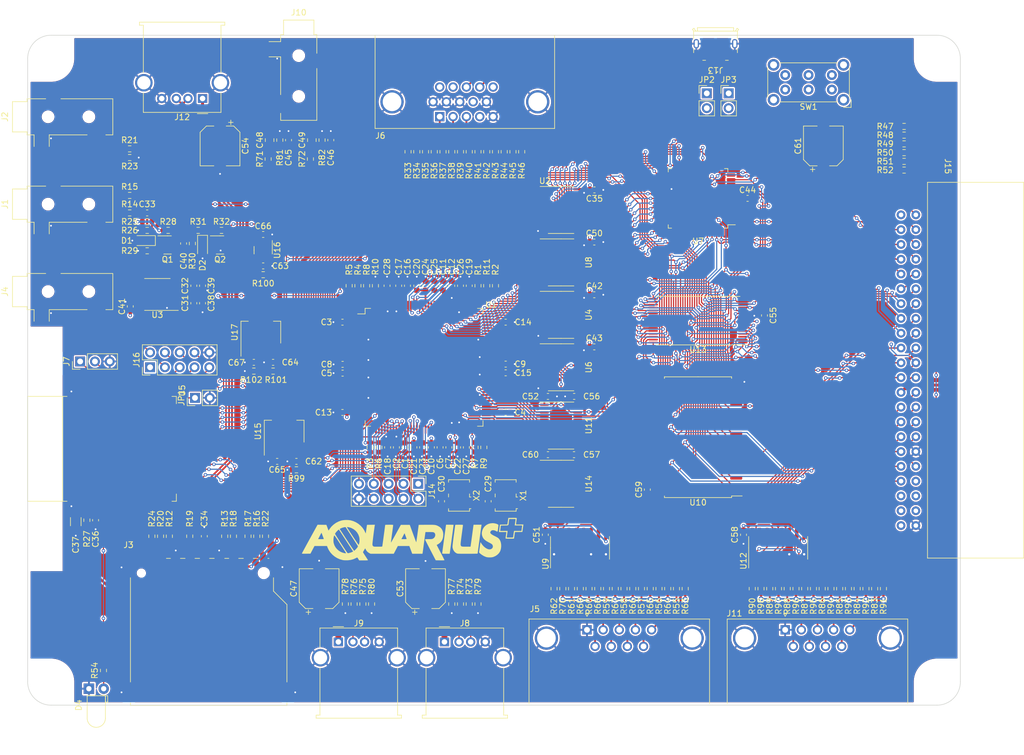
<source format=kicad_pcb>
(kicad_pcb (version 20211014) (generator pcbnew)
  (layers (0 "F.Cu" signal) (31 "B.Cu" signal) (34 "B.Paste" user) (35 "F.Paste" user) (36 "B.SilkS" user "B.Silkscreen") (37 "F.SilkS" user "F.Silkscreen") (38 "B.Mask" user) (39 "F.Mask" user) (44 "Edge.Cuts" user))
  (net 0 "")
  (net 1 "+1V2")
  (net 2 "GND")
  (net 3 "+2V5")
  (net 4 "+3V3")
  (net 5 "Net-(C31-Pad1)")
  (net 6 "Net-(C31-Pad2)")
  (net 7 "Net-(C32-Pad1)")
  (net 8 "Net-(C32-Pad2)")
  (net 9 "Net-(C33-Pad1)")
  (net 10 "Net-(C33-Pad2)")
  (net 11 "+5V")
  (net 12 "Net-(C36-Pad1)")
  (net 13 "Net-(C38-Pad1)")
  (net 14 "Net-(C39-Pad1)")
  (net 15 "Net-(C40-Pad1)")
  (net 16 "Net-(C40-Pad2)")
  (net 17 "Net-(C45-Pad1)")
  (net 18 "Net-(C46-Pad1)")
  (net 19 "Net-(C48-Pad2)")
  (net 20 "Net-(C49-Pad2)")
  (net 21 "Net-(C62-Pad1)")
  (net 22 "Net-(C63-Pad1)")
  (net 23 "Net-(C64-Pad1)")
  (net 24 "Net-(D4-Pad2)")
  (net 25 "Net-(J1-PadR)")
  (net 26 "Net-(J1-PadT)")
  (net 27 "Net-(J2-PadR)")
  (net 28 "Net-(J3-Pad1)")
  (net 29 "Net-(J3-Pad2)")
  (net 30 "Net-(J3-Pad5)")
  (net 31 "Net-(J3-Pad7)")
  (net 32 "Net-(J3-Pad8)")
  (net 33 "Net-(J3-Pad9)")
  (net 34 "SD_CD#")
  (net 35 "SD_WP#")
  (net 36 "Net-(J4-PadR)")
  (net 37 "Net-(J4-PadT)")
  (net 38 "Net-(J6-Pad1)")
  (net 39 "Net-(J6-Pad2)")
  (net 40 "Net-(J6-Pad3)")
  (net 45 "Net-(J6-Pad13)")
  (net 46 "Net-(J6-Pad14)")
  (net 48 "Net-(J7-Pad1)")
  (net 49 "Net-(J7-Pad2)")
  (net 50 "FPGA_EXP0")
  (net 51 "FPGA_EXP1")
  (net 52 "FPGA_EXP2")
  (net 53 "FPGA_EXP3")
  (net 54 "FPGA_EXP4")
  (net 55 "FPGA_EXP5")
  (net 56 "FPGA_EXP6")
  (net 57 "FPGA_EXP7")
  (net 58 "ESP_EXP0")
  (net 59 "ESP_EXP1")
  (net 60 "ESP_EXP2")
  (net 61 "ESP_EXP3")
  (net 62 "ESP_EXP4")
  (net 63 "ESP_EXP5")
  (net 64 "ESP_EXP6")
  (net 65 "ESP_EXP7")
  (net 66 "Net-(JP1-Pad1)")
  (net 67 "Net-(J13-Pad3)")
  (net 68 "ESP_USB_DP")
  (net 69 "Net-(J13-Pad2)")
  (net 70 "ESP_USB_DM")
  (net 71 "Net-(Q1-Pad2)")
  (net 72 "CASSETTE_IN")
  (net 73 "Net-(R1-Pad1)")
  (net 74 "Net-(R2-Pad1)")
  (net 75 "SPI_CS#")
  (net 76 "Net-(R3-Pad2)")
  (net 77 "FPGA_PROG#")
  (net 78 "Net-(R4-Pad2)")
  (net 79 "Net-(R5-Pad1)")
  (net 80 "FPGA_DONE")
  (net 81 "SPI_SCLK")
  (net 82 "Net-(R9-Pad2)")
  (net 83 "Net-(R10-Pad1)")
  (net 84 "Net-(R11-Pad1)")
  (net 85 "SD_MISO")
  (net 86 "SD_MOSI")
  (net 87 "SD_SSEL#")
  (net 88 "SD_SCK")
  (net 89 "CASSETTE_OUT")
  (net 90 "VGA_R3")
  (net 91 "VGA_R2")
  (net 92 "VGA_R1")
  (net 93 "VGA_R0")
  (net 94 "VGA_G3")
  (net 95 "VGA_G2")
  (net 96 "VGA_G1")
  (net 97 "VGA_G0")
  (net 98 "VGA_B3")
  (net 99 "VGA_B2")
  (net 100 "VGA_B1")
  (net 101 "VGA_B0")
  (net 102 "VGA_VSYNC")
  (net 103 "VGA_HSYNC")
  (net 104 "INT#")
  (net 105 "NMI#")
  (net 106 "BUSREQ#")
  (net 107 "BUSACK#")
  (net 108 "WAIT#")
  (net 109 "RESET#")
  (net 110 "SD_ACTIVITY")
  (net 111 "Net-(J5-Pad5)")
  (net 112 "Net-(J5-Pad9)")
  (net 113 "Net-(R56-Pad2)")
  (net 114 "Net-(J5-Pad4)")
  (net 115 "Net-(R57-Pad2)")
  (net 116 "Net-(J5-Pad8)")
  (net 117 "Net-(R58-Pad2)")
  (net 118 "Net-(J5-Pad3)")
  (net 119 "Net-(J5-Pad7)")
  (net 120 "Net-(R60-Pad2)")
  (net 121 "Net-(J5-Pad2)")
  (net 122 "Net-(R61-Pad2)")
  (net 123 "Net-(J5-Pad6)")
  (net 124 "Net-(R62-Pad2)")
  (net 125 "AUDIO_L")
  (net 126 "AUDIO_R")
  (net 127 "Net-(J8-Pad3)")
  (net 128 "USB_DP1")
  (net 129 "Net-(J8-Pad2)")
  (net 130 "USB_DM1")
  (net 131 "Net-(J9-Pad3)")
  (net 132 "USB_DP2")
  (net 133 "Net-(J9-Pad2)")
  (net 134 "USB_DM2")
  (net 135 "Net-(J11-Pad5)")
  (net 136 "Net-(J11-Pad9)")
  (net 137 "Net-(J11-Pad4)")
  (net 138 "Net-(J11-Pad8)")
  (net 139 "Net-(J11-Pad3)")
  (net 140 "Net-(J11-Pad7)")
  (net 141 "Net-(J11-Pad2)")
  (net 142 "Net-(J11-Pad6)")
  (net 143 "VBUS")
  (net 146 "ESP_CTS")
  (net 147 "ESP_RX")
  (net 148 "ESP_RTS")
  (net 149 "ESP_TX")
  (net 150 "PRINTER_IN")
  (net 151 "PRINTER_OUT")
  (net 152 "ESP_NOTIFY")
  (net 153 "USBCLK")
  (net 154 "SYSCLK")
  (net 155 "HCTRL_DATA")
  (net 156 "SPI_MISO")
  (net 157 "HCTRL_LOAD#")
  (net 158 "HCTRL_CLK")
  (net 159 "DE_OE#")
  (net 160 "SPI_MOSI")
  (net 161 "FPGA_DE7")
  (net 162 "FPGA_DE6")
  (net 163 "FPGA_DE5")
  (net 164 "FPGA_INT#")
  (net 165 "FPGA_WAIT#")
  (net 166 "FPGA_WR#")
  (net 167 "FPGA_BUSREQ#")
  (net 168 "FPGA_RESET#")
  (net 169 "RAM_CE#")
  (net 170 "FPGA_BUSACK#")
  (net 171 "FPGA_PHI")
  (net 172 "ROM_CE#")
  (net 173 "FPGA_DE0")
  (net 174 "FPGA_CART_CE#")
  (net 175 "FPGA_DE2")
  (net 176 "FPGA_DE1")
  (net 177 "FPGA_DE4")
  (net 178 "FPGA_DE3")
  (net 179 "FPGA_RD#")
  (net 180 "FPGA_IORQ#")
  (net 181 "FPGA_MREQ#")
  (net 182 "FPGA_M1#")
  (net 183 "FPGA_D7")
  (net 184 "FPGA_D6")
  (net 185 "FPGA_D5")
  (net 186 "FPGA_D4")
  (net 187 "FPGA_D3")
  (net 188 "FPGA_D2")
  (net 189 "FPGA_D1")
  (net 190 "FPGA_D0")
  (net 191 "BA18")
  (net 192 "BA17")
  (net 193 "FPGA_A12")
  (net 194 "FPGA_A11")
  (net 195 "FPGA_A10")
  (net 196 "FPGA_A14")
  (net 197 "FPGA_A13")
  (net 198 "BA14")
  (net 199 "FPGA_A15")
  (net 200 "BA16")
  (net 201 "BA15")
  (net 202 "FPGA_A9")
  (net 203 "FPGA_A8")
  (net 204 "FPGA_A7")
  (net 205 "FPGA_A6")
  (net 206 "FPGA_A5")
  (net 207 "FPGA_A4")
  (net 208 "FPGA_A3")
  (net 209 "FPGA_A2")
  (net 210 "FPGA_A1")
  (net 211 "FPGA_A0")
  (net 212 "A9")
  (net 213 "A8")
  (net 214 "A7")
  (net 215 "A6")
  (net 216 "A5")
  (net 217 "A4")
  (net 218 "A3")
  (net 219 "A2")
  (net 220 "A1")
  (net 221 "A0")
  (net 223 "D3")
  (net 224 "D2")
  (net 225 "D1")
  (net 226 "D0")
  (net 227 "A15")
  (net 228 "A14")
  (net 229 "A13")
  (net 230 "A12")
  (net 231 "A11")
  (net 232 "A10")
  (net 233 "WR#")
  (net 234 "RD#")
  (net 235 "IORQ#")
  (net 236 "MREQ#")
  (net 237 "M1#")
  (net 238 "D7")
  (net 239 "D6")
  (net 240 "D5")
  (net 241 "D4")
  (net 242 "PHI")
  (net 243 "HALT#")
  (net 244 "RFSH#")
  (net 245 "DE7")
  (net 246 "DE6")
  (net 247 "DE5")
  (net 248 "DE4")
  (net 249 "DE3")
  (net 250 "DE2")
  (net 251 "DE1")
  (net 252 "DE0")
  (net 253 "CART_CE#")
  (net 256 "Net-(U12-Pad1)")
  (net 261 "Net-(D2-Pad1)")
  (net 262 "Net-(R55-Pad2)")
  (net 263 "Net-(R59-Pad2)")
  (net 264 "Net-(R83-Pad2)")
  (net 265 "Net-(R84-Pad2)")
  (net 266 "Net-(R85-Pad2)")
  (net 267 "Net-(R86-Pad2)")
  (net 268 "Net-(R87-Pad2)")
  (net 269 "Net-(R88-Pad2)")
  (net 270 "Net-(R89-Pad2)")
  (net 271 "Net-(R90-Pad2)")
  (net 292 "Net-(U14-Pad10)")
  (footprint "Resistor_SMD:R_0603_1608Metric" (layer "F.Cu") (at 207.3 130 90)
    (fp_text reference "R84")
    (fp_text value "100")
  )
  (footprint "Resistor_SMD:R_0603_1608Metric" (layer "F.Cu") (at 159.8 130 -90)
    (fp_text reference "R69")
    (fp_text value "4.7k")
  )
  (footprint "aquarius-plus:CR22A-44D-2.54DSA(70)" (layer "F.Cu") (at 217.365 92.5 -90)
    (fp_text reference "J15")
    (fp_text value "Expansion port")
  )
  (footprint "Resistor_SMD:R_0603_1608Metric" (layer "F.Cu") (at 215.35 53.65)
    (fp_text reference "R49")
    (fp_text value "1k")
  )
  (footprint "Capacitor_SMD:C_0603_1608Metric" (layer "F.Cu") (at 140.75 78 90)
    (fp_text reference "C19")
    (fp_text value "100nF")
  )
  (footprint "Resistor_SMD:R_0603_1608Metric" (layer "F.Cu") (at 75.15 118.25 90)
    (fp_text reference "R27")
    (fp_text value "10k")
  )
  (footprint "Package_SO:TSSOP-16_4.4x5mm_P0.65mm" (layer "F.Cu") (at 87.25 79.5 180)
    (fp_text reference "U3")
    (fp_text value "MAX3221ECPWR")
  )
  (footprint "Resistor_SMD:R_0603_1608Metric" (layer "F.Cu") (at 208.8 130 -90)
    (fp_text reference "R92")
    (fp_text value "4.7k")
  )
  (footprint "Package_SO:SSOP-32_11.305x20.495mm_P1.27mm" (layer "F.Cu") (at 180 104 180)
    (fp_text reference "U10")
    (fp_text value "IS61C5128AS-25QLI")
  )
  (footprint "Resistor_SMD:R_0603_1608Metric" (layer "F.Cu") (at 156.8 130 -90)
    (fp_text reference "R70")
    (fp_text value "4.7k")
  )
  (footprint "Connector_PinHeader_2.54mm:PinHeader_1x02_P2.54mm_Vertical" (layer "F.Cu") (at 93.7 97.25 90)
    (fp_text reference "JP1")
    (fp_text value "Bootloader")
  )
  (footprint "Resistor_SMD:R_0603_1608Metric" (layer "F.Cu") (at 104.3 121 -90)
    (fp_text reference "R16")
    (fp_text value "10k")
  )
  (footprint "Resistor_SMD:R_0603_1608Metric" (layer "F.Cu") (at 161.3 130 90)
    (fp_text reference "R60")
    (fp_text value "100")
  )
  (footprint "aquarius-plus:aqplus_logo" (layer "F.Cu") (at 131 121.5)
    (fp_text reference "#G1" hide)
    (fp_text value "LOGO" hide)
  )
  (footprint "Resistor_SMD:R_0603_1608Metric" (layer "F.Cu") (at 140.75 55 90)
    (fp_text reference "R40")
    (fp_text value "4300")
  )
  (footprint "Resistor_SMD:R_0603_1608Metric" (layer "F.Cu") (at 143.75 55 90)
    (fp_text reference "R42")
    (fp_text value "1070")
  )
  (footprint "Capacitor_SMD:C_0603_1608Metric" (layer "F.Cu") (at 134.25 105.75 -90)
    (fp_text reference "C10")
    (fp_text value "4.7uF")
  )
  (footprint "Connector_Dsub:DSUB-9_Male_Horizontal_P2.77x2.84mm_EdgePinOffset9.90mm_Housed_MountingHolesOffset11.32mm" (layer "F.Cu") (at 194.95 137.069669)
    (fp_text reference "J11")
    (fp_text value "Hand controller 2")
  )
  (footprint "Resistor_SMD:R_0603_1608Metric" (layer "F.Cu") (at 105.4 76.1 180)
    (fp_text reference "R100")
    (fp_text value "1")
  )
  (footprint "Resistor_SMD:R_0603_1608Metric" (layer "F.Cu") (at 201.3 130 90)
    (fp_text reference "R86")
    (fp_text value "100")
  )
  (footprint "Capacitor_SMD:C_0603_1608Metric" (layer "F.Cu") (at 171.3 113 90)
    (fp_text reference "C59")
    (fp_text value "100nF")
  )
  (footprint "Resistor_SMD:R_0603_1608Metric" (layer "F.Cu") (at 164.3 130 90)
    (fp_text reference "R59")
    (fp_text value "100")
  )
  (footprint "Capacitor_SMD:C_0603_1608Metric" (layer "F.Cu") (at 117 53 90)
    (fp_text reference "C46")
    (fp_text value "100nF")
  )
  (footprint "Package_TO_SOT_SMD:SOT-223-3_TabPin2" (layer "F.Cu") (at 105 86 90)
    (fp_text reference "U17")
    (fp_text value "LD1117S12")
  )
  (footprint "Resistor_SMD:R_0603_1608Metric" (layer "F.Cu") (at 102.8 121 -90)
    (fp_text reference "R17")
    (fp_text value "100")
  )
  (footprint "Capacitor_SMD:C_0603_1608Metric" (layer "F.Cu") (at 138.75 105.75 -90)
    (fp_text reference "C22")
    (fp_text value "4.7uF")
  )
  (footprint "Capacitor_SMD:C_0603_1608Metric" (layer "F.Cu") (at 131.75 78 90)
    (fp_text reference "C20")
    (fp_text value "4.7uF")
  )
  (footprint "Package_QFP:TQFP-144_20x20mm_P0.5mm" (layer "F.Cu") (at 133 92)
    (fp_text reference "U1")
    (fp_text value "XC3S200-4TQG144")
  )
  (footprint "MountingHole:MountingHole_3.2mm_M3" (layer "F.Cu") (at 221 146)
    (fp_text reference "H4" hide)
    (fp_text value "MountingHole")
  )
  (footprint "Resistor_SMD:R_0603_1608Metric" (layer "F.Cu") (at 133.25 55 90)
    (fp_text reference "R35")
    (fp_text value "2150")
  )
  (footprint "Resistor_SMD:R_0603_1608Metric" (layer "F.Cu") (at 123.75 105.75 90)
    (fp_text reference "R3")
    (fp_text value "220")
  )
  (footprint "Capacitor_SMD:C_0603_1608Metric" (layer "F.Cu") (at 147 91.45)
    (fp_text reference "C9")
    (fp_text value "100nF")
  )
  (footprint "MountingHole:MountingHole_3.2mm_M3" (layer "F.Cu") (at 69 146)
    (fp_text reference "H3" hide)
    (fp_text value "MountingHole")
  )
  (footprint "Resistor_SMD:R_0603_1608Metric" (layer "F.Cu") (at 205.8 130 -90)
    (fp_text reference "R93")
    (fp_text value "4.7k")
  )
  (footprint "Resistor_SMD:R_0603_1608Metric" (layer "F.Cu") (at 215.35 56.65)
    (fp_text reference "R51")
    (fp_text value "1k")
  )
  (footprint "Capacitor_SMD:C_0603_1608Metric" (layer "F.Cu") (at 107.8 108.15 180)
    (fp_text reference "C65")
    (fp_text value "4.7uF")
  )
  (footprint "Resistor_SMD:R_0603_1608Metric" (layer "F.Cu") (at 171.8 130 -90)
    (fp_text reference "R65")
    (fp_text value "4.7k")
  )
  (footprint "Resistor_SMD:R_0603_1608Metric" (layer "F.Cu") (at 121 132.64 90)
    (fp_text reference "R76")
    (fp_text value "33")
  )
  (footprint "Resistor_SMD:R_0603_1608Metric" (layer "F.Cu") (at 143.75 78 90)
    (fp_text reference "R11")
    (fp_text value "4.7k")
  )
  (footprint "Capacitor_SMD:C_0805_2012Metric" (layer "F.Cu") (at 113.75 53 90)
    (fp_text reference "C49")
    (fp_text value "10uF")
  )
  (footprint "Resistor_SMD:R_0603_1608Metric" (layer "F.Cu") (at 215.35 58.15)
    (fp_text reference "R52")
    (fp_text value "1k")
  )
  (footprint "Resistor_SMD:R_0603_1608Metric" (layer "F.Cu") (at 82.5 65.5)
    (fp_text reference "R14")
    (fp_text value "4.7k")
  )
  (footprint "Package_TO_SOT_SMD:SOT-23" (layer "F.Cu") (at 98 71)
    (fp_text reference "Q2")
    (fp_text value "BC847C")
  )
  (footprint "Capacitor_SMD:C_0603_1608Metric" (layer "F.Cu") (at 105.4 74.6)
    (fp_text reference "C63")
    (fp_text value "4.7uF")
  )
  (footprint "Package_TO_SOT_SMD:SOT-23" (layer "F.Cu") (at 105.4 71.9 -90)
    (fp_text reference "U16")
    (fp_text value "MCP1700T-2502E/TT")
  )
  (footprint "Resistor_SMD:R_0603_1608Metric" (layer "F.Cu") (at 119.5 132.64 -90)
    (fp_text reference "R78")
    (fp_text value "15k")
  )
  (footprint "Resistor_SMD:R_0603_1608Metric" (layer "F.Cu") (at 123.15 78 90)
    (fp_text reference "R8")
    (fp_text value "4.7k")
  )
  (footprint "Capacitor_SMD:C_0603_1608Metric" (layer "F.Cu") (at 135.75 105.75 -90)
    (fp_text reference "C6")
    (fp_text value "100nF")
  )
  (footprint "Capacitor_SMD:C_0603_1608Metric" (layer "F.Cu") (at 130.15 78 90)
    (fp_text reference "C16")
    (fp_text value "100nF")
  )
  (footprint "Resistor_SMD:R_0603_1608Metric" (layer "F.Cu") (at 145.25 78 90)
    (fp_text reference "R2")
    (fp_text value "4.7k")
  )
  (footprint "Resistor_SMD:R_0603_1608Metric" (layer "F.Cu") (at 106.25 56.25 90)
    (fp_text reference "R71")
    (fp_text value "330")
  )
  (footprint "Resistor_SMD:R_0603_1608Metric" (layer "F.Cu") (at 82.5 54.5 180)
    (fp_text reference "R21")
    (fp_text value "10k")
  )
  (footprint "Connector_Audio:Jack_3.5mm_CUI_SJ-3523-SMT_Horizontal" (layer "F.Cu") (at 71 64 90)
    (fp_text reference "J1")
    (fp_text value "Cassette in")
  )
  (footprint "Connector_PinHeader_2.54mm:PinHeader_2x05_P2.54mm_Vertical" (layer "F.Cu") (at 132 112 -90)
    (fp_text reference "J14")
    (fp_text value "FPGA spare")
  )
  (footprint "Resistor_SMD:R_0603_1608Metric" (layer "F.Cu") (at 82.5 62.5)
    (fp_text reference "R15")
    (fp_text value "4.7k")
  )
  (footprint "Resistor_SMD:R_0603_1608Metric" (layer "F.Cu") (at 199.8 130 -90)
    (fp_text reference "R95")
    (fp_text value "4.7k")
  )
  (footprint "Capacitor_SMD:C_0603_1608Metric" (layer "F.Cu") (at 105.4 69.2)
    (fp_text reference "C66")
    (fp_text value "4.7uF")
  )
  (footprint "Capacitor_SMD:C_0603_1608Metric" (layer "F.Cu") (at 95.3 121 90)
    (fp_text reference "C34")
    (fp_text value "4.7uF")
  )
  (footprint "Capacitor_SMD:C_0603_1608Metric" (layer "F.Cu") (at 111.1 108.15 180)
    (fp_text reference "C62")
    (fp_text value "4.7uF")
  )
  (footprint "Resistor_SMD:R_0603_1608Metric" (layer "F.Cu") (at 176.3 130 90)
    (fp_text reference "R55")
    (fp_text value "100")
  )
  (footprint "Capacitor_SMD:C_0603_1608Metric" (layer "F.Cu") (at 162.2 79.55)
    (fp_text reference "C42")
    (fp_text value "100nF")
  )
  (footprint "Resistor_SMD:R_0603_1608Metric" (layer "F.Cu") (at 173.3 130 90)
    (fp_text reference "R56")
    (fp_text value "100")
  )
  (footprint "Oscillator:Oscillator_SMD_SeikoEpson_SG8002LB-4Pin_5.0x3.2mm" (layer "F.Cu") (at 139 114 90)
    (fp_text reference "X2")
    (fp_text value "SG-5032CAN")
  )
  (footprint "Resistor_SMD:R_0603_1608Metric" (layer "F.Cu") (at 85.5 72)
    (fp_text reference "R29")
    (fp_text value "220")
  )
  (footprint "Capacitor_SMD:C_0603_1608Metric" (layer "F.Cu") (at 154.25 107)
    (fp_text reference "C60")
    (fp_text value "100nF")
  )
  (footprint "Capacitor_SMD:C_0603_1608Metric" (layer "F.Cu") (at 93.5 81 90)
    (fp_text reference "C31")
    (fp_text value "100nF")
  )
  (footprint "Resistor_SMD:R_0603_1608Metric" (layer "F.Cu") (at 120.15 78 90)
    (fp_text reference "R5")
    (fp_text value "4.7k")
  )
  (footprint "Button_Switch_THT:SW_E-Switch_EG2219_DPDT_Angled" (layer "F.Cu") (at 202.9575 44.3325 180)
    (fp_text reference "SW1")
    (fp_text value "SW_DPDT_x2")
  )
  (footprint "Package_SO:TSSOP-24_4.4x7.8mm_P0.65mm" (layer "F.Cu") (at 156.5 102)
    (fp_text reference "U11")
    (fp_text value "74LVC4245APW")
  )
  (footprint "Capacitor_SMD:C_0603_1608Metric" (layer "F.Cu") (at 95 81 -90)
    (fp_text reference "C38")
    (fp_text value "100nF")
  )
  (footprint "Resistor_SMD:R_0603_1608Metric" (layer "F.Cu") (at 149.75 55 90)
    (fp_text reference "R46")
    (fp_text value "820")
  )
  (footprint "Resistor_SMD:R_0603_1608Metric" (layer "F.Cu") (at 111.1 109.6)
    (fp_text reference "R99")
    (fp_text value "1")
  )
  (footprint "Resistor_SMD:R_0603_1608Metric" (layer "F.Cu") (at 142.25 55 90)
    (fp_text reference "R41")
    (fp_text value "536")
  )
  (footprint "Resistor_SMD:R_0603_1608Metric" (layer "F.Cu") (at 98.8 121 -90)
    (fp_text reference "R13")
    (fp_text value "10k")
  )
  (footprint "Resistor_SMD:R_0603_1608Metric" (layer "F.Cu") (at 108.25 53 -90)
    (fp_text reference "R81")
    (fp_text value "150")
  )
  (footprint "Resistor_SMD:R_0603_1608Metric" (layer "F.Cu") (at 131.75 55 90)
    (fp_text reference "R34")
    (fp_text value "1070")
  )
  (footprint "Connector_PinHeader_2.54mm:PinHeader_1x03_P2.54mm_Vertical" (layer "F.Cu") (at 74 91 90)
    (fp_text reference "J7")
    (fp_text value "DBG")
  )
  (footprint "Resistor_SMD:R_0603_1608Metric" (layer "F.Cu") (at 122.5 132.64 90)
    (fp_text reference "R75")
    (fp_text value "33")
  )
  (footprint "Capacitor_SMD:C_0603_1608Metric" (layer "F.Cu") (at 129.75 105.75 -90)
    (fp_text reference "C1")
    (fp_text value "100nF")
  )
  (footprint "Capacitor_SMD:C_0603_1608Metric" (layer "F.Cu") (at 137.25 105.75 -90)
    (fp_text reference "C7")
    (fp_text value "100nF")
  )
  (footprint "Capacitor_SMD:C_0603_1608Metric" (layer "F.Cu") (at 139.25 78 90)
    (fp_text reference "C26")
    (fp_text value "4.7uF")
  )
  (footprint "Resistor_SMD:R_0603_1608Metric" (layer "F.Cu") (at 165.8 130 -90)
    (fp_text reference "R67")
    (fp_text value "4.7k")
  )
  (footprint "Capacitor_SMD:C_0603_1608Metric" (layer "F.Cu") (at 134.75 78 90)
    (fp_text reference "C25")
    (fp_text value "4.7uF")
  )
  (footprint "Resistor_SMD:R_0603_1608Metric" (layer "F.Cu") (at 93.25 70.75 -90)
    (fp_text reference "R30")
    (fp_text value "2.2k")
  )
  (footprint "Resistor_SMD:R_0603_1608Metric" (layer "F.Cu") (at 86.3 121 90)
    (fp_text reference "R24")
    (fp_text value "10k")
  )
  (footprint "aquarius-plus:10118193-0001LF" (layer "F.Cu") (at 183 35 180)
    (fp_text reference "J13")
    (fp_text value "Power in")
  )
  (footprint "Resistor_SMD:R_0603_1608Metric" (layer "F.Cu") (at 215.35 52.15)
    (fp_text reference "R48")
    (fp_text value "1k")
  )
  (footprint "Resistor_SMD:R_0603_1608Metric" (layer "F.Cu") (at 193.8 130 -90)
    (fp_text reference "R97")
    (fp_text value "4.7k")
  )
  (footprint "Resistor_SMD:R_0603_1608Metric" (layer "F.Cu") (at 177.8 130 -90)
    (fp_text reference "R63")
    (fp_text value "4.7k")
  )
  (footprint "Package_TO_SOT_SMD:SOT-223-3_TabPin2" (layer "F.Cu") (at 109 103 90)
    (fp_text reference "U15")
    (fp_text value "LDL1117S33R")
  )
  (footprint "Resistor_SMD:R_0603_1608Metric" (layer "F.Cu") (at 202.8 130 -90)
    (fp_text reference "R94")
    (fp_text value "4.7k")
  )
  (footprint "Resistor_SMD:R_0603_1608Metric" (layer "F.Cu") (at 139.25 55 90)
    (fp_text reference "R39")
    (fp_text value "2150")
  )
  (footprint "Capacitor_SMD:C_0603_1608Metric" (layer "F.Cu") (at 162.225 61.55)
    (fp_text reference "C35")
    (fp_text value "100nF")
  )
  (footprint "Resistor_SMD:R_0603_1608Metric" (layer "F.Cu") (at 85.5 67 180)
    (fp_text reference "R25")
    (fp_text value "220k")
  )
  (footprint "Capacitor_SMD:C_0603_1608Metric" (layer "F.Cu") (at 132.75 105.75 -90)
    (fp_text reference "C23")
    (fp_text value "100nF")
  )
  (footprint "Capacitor_SMD:C_0603_1608Metric" (layer "F.Cu") (at 119 99.75 180)
    (fp_text reference "C13")
    (fp_text value "100nF")
  )
  (footprint "Capacitor_SMD:C_0603_1608Metric" (layer "F.Cu") (at 191.4 83.1 90)
    (fp_text reference "C55")
    (fp_text value "100nF")
  )
  (footprint "Capacitor_SMD:C_0603_1608Metric" (layer "F.Cu") (at 136.25 78 90)
    (fp_text reference "C11")
    (fp_text value "100nF")
  )
  (footprint "Connector_Audio:Jack_3.5mm_CUI_SJ-3523-SMT_Horizontal" (layer "F.Cu") (at 71 79 90)
    (fp_text reference "J4")
    (fp_text value "Printer")
  )
  (footprint "Package_TO_SOT_SMD:SOT-23" (layer "F.Cu") (at 89 71)
    (fp_text reference "Q1")
    (fp_text value "BC847C")
  )
  (footprint "Resistor_SMD:R_0603_1608Metric" (layer "F.Cu") (at 145.25 55 90)
    (fp_text reference "R43")
    (fp_text value "2150")
  )
  (footprint "Resistor_SMD:R_0603_1608Metric" (layer "F.Cu") (at 146.75 55 90)
    (fp_text reference "R44")
    (fp_text value "4300")
  )
  (footprint "Resistor_SMD:R_0603_1608Metric" (layer "F.Cu") (at 155.3 130 90)
    (fp_text reference "R62")
    (fp_text value "100")
  )
  (footprint "Resistor_SMD:R_0603_1608Metric" (layer "F.Cu") (at 125.25 105.75 -90)
    (fp_text reference "R6")
    (fp_text value "4.7k")
  )
  (footprint "Resistor_SMD:R_0603_1608Metric" (layer "F.Cu") (at 141.75 105.75 -90)
    (fp_text reference "R7")
    (fp_text value "1k")
  )
  (footprint "Resistor_SMD:R_0603_1608Metric" (layer "F.Cu") (at 103.8 92.65)
    (fp_text reference "R102")
    (fp_text value "100")
  )
  (footprint "Capacitor_SMD:C_0603_1608Metric" (layer "F.Cu") (at 76.65 118.25 -90)
    (fp_text reference "C36")
    (fp_text value "100nF")
  )
  (footprint "Package_SO:SOIC-16_3.9x9.9mm_P1.27mm" (layer "F.Cu") (at 193.75 123 90)
    (fp_text reference "U12")
    (fp_text value "74HC166")
  )
  (footprint "Package_SO:TSOP-I-32_14.4x8mm_P0.5mm" (layer "F.Cu") (at 180 84 180)
    (fp_text reference "U13")
    (fp_text value "SST39SF020A-55-4C-WHE")
  )
  (footprint "Resistor_SMD:R_0603_1608Metric" (layer "F.Cu") (at 189.3 130 90)
    (fp_text reference "R90")
    (fp_text value "100")
  )
  (footprint "Resistor_SMD:R_0603_1608Metric" (layer "F.Cu") (at 85.5 68.5)
    (fp_text reference "R26")
    (fp_text value "47k")
  )
  (footprint "Resistor_SMD:R_0603_1608Metric" (layer "F.Cu") (at 78 144.05 -90)
    (fp_text reference "R54")
    (fp_text value "220")
  )
  (footprint "Connector_Card:SD_TE_2041021" (layer "F.Cu") (at 96 136.5)
    (fp_text reference "J3")
    (fp_text value "SD_Card")
  )
  (footprint "Resistor_SMD:R_0603_1608Metric" (layer "F.Cu") (at 124 132.64 -90)
    (fp_text reference "R80")
    (fp_text value "15k")
  )
  (footprint "Capacitor_SMD:C_0603_1608Metric" (layer "F.Cu") (at 187.8 120.75 -90)
    (fp_text reference "C58")
    (fp_text value "100nF")
  )
  (footprint "Resistor_SMD:R_0603_1608Metric" (layer "F.Cu") (at 170.3 130 90)
    (fp_text reference "R57")
    (fp_text value "100")
  )
  (footprint "Connector_USB:USB_A_Molex_67643_Horizontal" (layer "F.Cu") (at 136.5 139.14)
    (fp_text reference "J8")
    (fp_text value "USB_A")
  )
  (footprint "Resistor_SMD:R_0603_1608Metric" (layer "F.Cu") (at 92.8 121 -90)
    (fp_text reference "R19")
    (fp_text value "100")
  )
  (footprint "Resistor_SMD:R_0603_1608Metric" (layer "F.Cu") (at 174.8 130 -90)
    (fp_text reference "R64")
    (fp_text value "4.7k")
  )
  (footprint "Capacitor_SMD:C_0603_1608Metric" (layer "F.Cu") (at 188.5 63)
    (fp_text reference "C44")
    (fp_text value "100nF")
  )
  (footprint "Resistor_SMD:R_0603_1608Metric" (layer "F.Cu") (at 215.35 55.15)
    (fp_text reference "R50")
    (fp_text value "1k")
  )
  (footprint "Package_QFP:LQFP-44_10x10mm_P0.8mm" (layer "F.Cu") (at 180 63 180)
    (fp_text reference "U7")
    (fp_text value "Z84C0010AEG")
  )
  (footprint "Resistor_SMD:R_0603_1608Metric" (layer "F.Cu") (at 94.25 68.5 180)
    (fp_text reference "R31")
    (fp_text value "47k")
  )
  (footprint "aquarius-plus:ICD15S13E4GV00LF" (layer "F.Cu") (at 140 35 180)
    (fp_text reference "J6")
    (fp_text value "VGA")
  )
  (footprint "Resistor_SMD:R_0603_1608Metric" (layer "F.Cu") (at 139.25 132.64 90)
    (fp_text reference "R74")
    (fp_text value "33")
  )
  (footprint "Resistor_SMD:R_0603_1608Metric" (layer "F.Cu") (at 196.8 130 -90)
    (fp_text reference "R96")
    (fp_text value "4.7k")
  )
  (footprint "Package_SO:TSSOP-24_4.4x7.8mm_P0.65mm" (layer "F.Cu") (at 156.5 92)
    (fp_text reference "U6")
    (fp_text value "SN74CBTD3861PWR")
  )
  (footprint "Capacitor_SMD:C_0603_1608Metric" (layer "F.Cu") (at 136 115 90)
    (fp_text reference "C30")
    (fp_text value "100nF")
  )
  (footprint "Resistor_SMD:R_0603_1608Metric" (layer "F.Cu") (at 204.3 130 90)
    (fp_text reference "R85")
    (fp_text value "100")
  )
  (footprint "Capacitor_SMD:C_0603_1608Metric" (layer "F.Cu") (at 119.025 93 180)
    (fp_text reference "C5")
    (fp_text value "4.7uF")
  )
  (footprint "Resistor_SMD:R_0603_1608Metric" (layer "F.Cu") (at 113.5 56.25 90)
    (fp_text reference "R72")
    (fp_text value "330")
  )
  (footprint "Connector_USB:USB_A_Molex_67643_Horizontal" (layer "F.Cu") (at 95 45.86 180)
    (fp_text reference "J12")
    (fp_text value "ESP USB Host")
  )
  (footprint "MountingHole:MountingHole_3.2mm_M3" (layer "F.Cu") (at 69 39)
    (fp_text reference "H1" hide)
    (fp_text value "MountingHole")
  )
  (footprint "Capacitor_SMD:C_0603_1608Metric" (layer "F.Cu") (at 154.25 97)
    (fp_text reference "C52")
    (fp_text value "100nF")
  )
  (footprint "Connector_USB:USB_A_Molex_67643_Horizontal" (layer "F.Cu") (at 118.3 139.14)
    (fp_text reference "J9")
    (fp_text value "USB_A")
  )
  (footprint "Package_SO:TSSOP-24_4.4x7.8mm_P0.65mm" (layer "F.Cu") (at 156.5 65)
    (fp_text reference "U2")
    (fp_text value "SN74CBTD3861PWR")
  )
  (footprint "Resistor_SMD:R_0603_1608Metric" (layer "F.Cu") (at 195.3 130 90)
    (fp_text reference "R88")
    (fp_text value "100")
  )
  (footprint "Resistor_SMD:R_0603_1608Metric" (layer "F.Cu") (at 192.3 130 90)
    (fp_text reference "R89")
    (fp_text value "100")
  )
  (footprint "Resistor_SMD:R_0603_1608Metric" (layer "F.Cu") (at 100.3 121 -90)
    (fp_text reference "R18")
    (fp_text value "100")
  )
  (footprint "LED_THT:LED_D3.0mm_Horizontal_O1.27mm_Z2.0mm" (layer "F.Cu") (at 75.5 147.175)
    (fp_text reference "D4")
    (fp_text value "SD act.")
  )
  (footprint "Resistor_SMD:R_0603_1608Metric" (layer "F.Cu") (at 137.75 55 90)
    (fp_text reference "R38")
    (fp_text value "1070")
  )
  (footprint "Resistor_SMD:R_0603_1608Metric" (layer "F.Cu") (at 134.75 55 90)
    (fp_text reference "R36")
    (fp_text value "4300")
  )
  (footprint "Capacitor_SMD:C_0603_1608Metric" (layer "F.Cu") (at 93.5 78 90)
    (fp_text reference "C32")
    (fp_text value "100nF")
  )
  (footprint "Capacitor_SMD:CP_Elec_6.3x7.7" (layer "F.Cu") (at 133.25 130 90)
    (fp_text reference "C53")
    (fp_text value "100uF")
  )
  (footprint "Resistor_SMD:R_0603_1608Metric" (layer "F.Cu") (at 115.5 53 -90)
    (fp_text reference "R82")
    (fp_text value "150")
  )
  (footprint "Capacitor_SMD:C_0603_1608Metric" (layer "F.Cu") (at 85.5 65.5)
    (fp_text reference "C33")
    (fp_text value "100nF")
  )
  (footprint "MountingHole:MountingHole_3.2mm_M3" (layer "F.Cu") (at 221 39)
    (fp_text reference "H2" hide)
    (fp_text value "MountingHole")
  )
  (footprint "Resistor_SMD:R_0603_1608Metric" (layer "F.Cu") (at 82.5 56 180)
    (fp_text reference "R23")
    (fp_text value "100")
  )
  (footprint "Resistor_SMD:R_0603_1608Metric" (layer "F.Cu") (at 211.8 130 -90)
    (fp_text reference "R91")
    (fp_text value "4.7k")
  )
  (footprint "Capacitor_SMD:C_0603_1608Metric" (layer "F.Cu") (at 119.025 91.5 180)
    (fp_text reference "C8")
    (fp_text value "100nF")
  )
  (footprint "Resistor_SMD:R_0603_1608Metric" (layer "F.Cu") (at 137.75 132.64 -90)
    (fp_text reference "R77")
    (fp_text value "15k")
  )
  (footprint "Capacitor_SMD:C_0603_1608Metric" (layer "F.Cu") (at 162.2 88.5)
    (fp_text reference "C43")
    (fp_text value "100nF")
  )
  (footprint "Capacitor_SMD:C_0603_1608Metric" (layer "F.Cu") (at 158.75 97 180)
    (fp_text reference "C56")
    (fp_text value "100nF")
  )
  (footprint "Capacitor_SMD:CP_Elec_6.3x7.7" (layer "F.Cu") (at 98 54 -90)
    (fp_text reference "C54")
    (fp_text value "100uF")
  )
  (footprint "Connector_PinHeader_2.54mm:PinHeader_2x05_P2.54mm_Vertical" (layer "F.Cu") (at 86 92 90)
    (fp_text reference "J16")
    (fp_text value "ESP32 spare")
  )
  (footprint "Capacitor_SMD:C_0603_1608Metric" (layer "F.Cu") (at 126.75 105.75 -90)
    (fp_text reference "C18")
    (fp_text value "100nF")
  )
  (footprint "Package_SO:SOIC-16_3.9x9.9mm_P1.27mm" (layer "F.Cu") (at 159.75 123 90)
    (fp_text reference "U9")
    (fp_text value "74HC166")
  )
  (footprint "Capacitor_SMD:C_0603_1608Metric" (layer "F.Cu") (at 82.6 81.55 90)
    (fp_text reference "C41")
    (fp_text value "4.7uF")
  )
  (footprint "Resistor_SMD:R_0603_1608Metric" (layer "F.Cu") (at 143.25 105.75 90)
    (fp_text reference "R9")
    (fp_text value "220")
  )
  (footprint "Connector_PinHeader_2.54mm:PinHeader_1x02_P2.54mm_Vertical" (layer "F.Cu") (at 181.5 44.975)
    (fp_text reference "JP2")
    (fp_text value "USB")
  )
  (footprint "Capacitor_SMD:C_0603_1608Metric" (layer "F.Cu") (at 109.75 53 90)
    (fp_text reference "C45")
    (fp_text value "100nF")
  )
  (footprint "Diode_SMD:D_SOD-323_HandSoldering" (layer "F.Cu") (at 95 71.25 -90)
    (fp_text reference "D2")
    (fp_text value "1N4148WS")
  )
  (footprint "Oscillator:Oscillator_SMD_SeikoEpson_SG8002LB-4Pin_5.0x3.2mm" (layer "F.Cu") (at 147 114 90)
    (fp_text reference "X1")
    (fp_text value "SG-5032CAN")
  )
  (footprint "Resistor_SMD:R_0603_1608Metric" (layer "F.Cu") (at 168.8 130 -90)
    (fp_text reference "R66")
    (fp_text value "4.7k")
  )
  (footprint "Resistor_SMD:R_0603_1608Metric" (layer "F.Cu") (at 124.65 78 90)
    (fp_text reference "R10")
    (fp_text value "DNP")
  )
  (footprint "Capacitor_SMD:C_0603_1608Metric" (layer "F.Cu") (at 91.75 70.75 90)
    (fp_text reference "C40")
    (fp_text value "4.7uF")
  )
  (footprint "Resistor_SMD:R_0603_1608Metric" (layer "F.Cu") (at 142.25 78 90)
    (fp_text reference "R1")
    (fp_text value "4.7k")
  )
  (footprint "Capacitor_SMD:CP_Elec_6.3x7.7" (layer "F.Cu") (at 115 130 90)
    (fp_text reference "C47")
    (fp_text value "100uF")
  )
  (footprint "Resistor_SMD:R_0603_1608Metric" (layer "F.Cu") (at 190.8 130 -90)
    (fp_text reference "R98")
    (fp_text value "4.7k")
  )
  (footprint "Package_SO:TSSOP-24_4.4x7.8mm_P0.65mm" (layer "F.Cu") (at 156.5 83)
    (fp_text reference "U4")
    (fp_text value "SN74CBTD3861PWR")
  )
  (footprint "Capacitor_SMD:C_0603_1608Metric" (layer "F.Cu") (at 158.725 107 180)
    (fp_text reference "C57")
    (fp_text value "100nF")
  )
  (footprint "Capacitor_SMD:C_1206_3216Metric" (layer "F.Cu") (at 73.25 118.5 -90)
    (fp_text reference "C37")
    (fp_text value "22uF")
  )
  (footprint "Capacitor_SMD:C_0603_1608Metric" (layer "F.Cu") (at 95 78 -90)
    (fp_text reference "C39")
    (fp_text value "100nF")
  )
  (footprint "Connector_Audio:Jack_3.5mm_CUI_SJ-3523-SMT_Horizontal" (layer "F.Cu") (at 111.5 41)
    (fp_text reference "J10")
    (fp_text value "Audio out")
  )
  (footprint "Capacitor_SMD:C_0603_1608Metric" (layer "F.Cu") (at 133.25 78 90)
    (fp_text reference "C24")
    (fp_text value "100nF")
  )
  (footprint "Capacitor_SMD:C_0603_1608Metric" (layer "F.Cu") (at 128.65 78 90)
    (fp_text reference "C17")
    (fp_text value "100nF")
  )
  (footprint "Resistor_SMD:R_0603_1608Metric" (layer "F.Cu") (at 89.3 121 -90)
    (fp_text reference "R12")
    (fp_text value "10k")
  )
  (footprint "Capacitor_SMD:C_0603_1608Metric" (layer "F.Cu") (at 144 115 90)
    (fp_text reference "C29")
    (fp_text value "100nF")
  )
  (footprint "Capacitor_SMD:C_0603_1608Metric" (layer "F.Cu") (at 107.1 91.15 180)
    (fp_text reference "C64")
    (fp_text value "4.7uF")
  )
  (footprint "Capacitor_SMD:C_0603_1608Metric" (layer "F.Cu") (at 137.75 78 90)
    (fp_text reference "C12")
    (fp_text value "100nF")
  )
  (footprint "Resistor_SMD:R_0603_1608Metric" (layer "F.Cu") (at 98.25 68.5 180)
    (fp_text reference "R32")
    (fp_text value "4.7k")
  )
  (footprint "Connector_Dsub:DSUB-9_Male_Horizontal_P2.77x2.84mm_EdgePinOffset9.90mm_Housed_MountingHolesOffset11.32mm" (layer "F.Cu") (at 160.95 137.069669)
    (fp_text reference "J5")
    (fp_text value "Hand controller 1")
  )
  (footprint "Resistor_SMD:R_0603_1608Metric" (layer "F.Cu") (at 107.1 92.65)
    (fp_text reference "R101")
    (fp_text value "1")
  )
  (footprint "Resistor_SMD:R_0603_1608Metric" (layer "F.Cu") (at 130.25 55 90)
    (fp_text reference "R33")
    (fp_text value "536")
  )
  (footprint "Capacitor_SMD:C_0603_1608Metric" (layer "F.Cu") (at 126.65 78 90)
    (fp_text reference "C28")
    (fp_text value "100nF")
  )
  (footprint "Resistor_SMD:R_0603_1608Metric" (layer "F.Cu") (at 148.25 55 90)
    (fp_text reference "R45")
    (fp_text value "820")
  )
  (footprint "aquarius-plus:ESP32-S2-SOLO-N4R2" (layer "F.Cu") (at 65 106 90)
    (fp_text reference "U5")
    (fp_text value "ESP32-S2-SOLO-N4R2")
  )
  (footprint "Resistor_SMD:R_0603_1608Metric" (layer "F.Cu") (at 167.3 130 90)
    (fp_text reference "R58")
    (fp_text value "100")
  )
  (footprint "Capacitor_SMD:C_0603_1608Metric" (layer "F.Cu") (at 103.8 91.15 180)
    (fp_text reference "C67")
    (fp_text value "4.7uF")
  )
  (footprint "Capacitor_SMD:C_0603_1608Metric" (layer "F.Cu") (at 119 84.25 180)
    (fp_text reference "C3")
    (fp_text value "100nF")
  )
  (footprint "Resistor_SMD:R_0603_1608Metric" (layer "F.Cu") (at 121.65 78 -90)
    (fp_text reference "R4")
    (fp_text value "220")
  )
  (footprint "Connector_PinHeader_2.54mm:PinHeader_1x02_P2.54mm_Vertical" (layer "F.Cu") (at 185.25 44.975)
    (fp_text reference "JP3")
    (fp_text value "USB")
  )
  (footprint "Capacitor_SMD:C_0603_1608Metric" (layer "F.Cu") (at 147 99.75)
    (fp_text reference "C4")
    (fp_text value "100nF")
  )
  (footprint "Resistor_SMD:R_0603_1608Metric" (layer "F.Cu") (at 215.35 50.65)
    (fp_text reference "R47")
    (fp_text value "1k")
  )
  (footprint "Capacitor_SMD:C_0603_1608Metric" (layer "F.Cu") (at 153.8 120.75 -90)
    (fp_text reference "C51")
    (fp_text value "100nF")
  )
  (footprint "Package_SO:TSSOP-24_4.4x7.8mm_P0.65mm" (layer "F.Cu") (at 156.5 112)
    (fp_text reference "U14")
    (fp_text value "74LVC4245APW")
  )
  (footprint "Resistor_SMD:R_0603_1608Metric" (layer "F.Cu") (at 158.3 130 90)
    (fp_text reference "R61")
    (fp_text value "100")
  )
  (footprint "Capacitor_SMD:C_0603_1608Metric" (layer "F.Cu") (at 128.25 105.75 -90)
    (fp_text reference "C2")
    (fp_text value "100nF")
  )
  (footprint "Capacitor_SMD:C_0603_1608Metric" (layer "F.Cu") (at 162.2 70.5)
    (fp_text reference "C50")
    (fp_text value "100nF")
  )
  (footprint "Resistor_SMD:R_0603_1608Metric" (layer "F.Cu") (at 140.75 132.64 90)
    (fp_text reference "R73")
    (fp_text value "33")
  )
  (footprint "Connector_Audio:Jack_3.5mm_CUI_SJ-3523-SMT_Horizontal" (layer "F.Cu") (at 71 49 90)
    (fp_text reference "J2")
    (fp_text value "Cassette out")
  )
  (footprint "Capacitor_SMD:C_0805_2012Metric" (layer "F.Cu") (at 106.5 53 90)
    (fp_text reference "C48")
    (fp_text value "10uF")
  )
  (footprint "Resistor_SMD:R_0603_1608Metric" (layer "F.Cu") (at 105.8 121 90)
    (fp_text reference "R22")
    (fp_text value "10k")
  )
  (footprint "Resistor_SMD:R_0603_1608Metric" (layer "F.Cu") (at 210.3 130 90)
    (fp_text reference "R83")
    (fp_text value "100")
  )
  (footprint "Resistor_SMD:R_0603_1608Metric" (layer "F.Cu") (at 198.3 130 90)
    (fp_text reference "R87")
    (fp_text value "100")
  )
  (footprint "Resistor_SMD:R_0603_1608Metric" (layer "F.Cu") (at 87.8 121 -90)
    (fp_text reference "R20")
    (fp_text value "100")
  )
  (footprint "Resistor_SMD:R_0603_1608Metric" (layer "F.Cu") (at 89.1 68.5 180)
    (fp_text reference "R28")
    (fp_text value "4.7k")
  )
  (footprint "Capacitor_SMD:C_0603_1608Metric" (layer "F.Cu") (at 147 84.25)
    (fp_text reference "C14")
    (fp_text value "100nF")
  )
  (footprint "Capacitor_SMD:CP_Elec_6.3x7.7" (layer "F.Cu") (at 201.5 54 90)
    (fp_text reference "C61")
    (fp_text value "100uF")
  )
  (footprint "Resistor_SMD:R_0603_1608Metric" (layer "F.Cu") (at 136.25 55 90)
    (fp_text reference "R37")
    (fp_text value "536")
  )
  (footprint "Resistor_SMD:R_0603_1608Metric" (layer "F.Cu") (at 142.25 132.64 -90)
    (fp_text reference "R79")
    (fp_text value "15k")
  )
  (footprint "Package_SO:TSSOP-24_4.4x7.8mm_P0.65mm" (layer "F.Cu") (at 156.5 74)
    (fp_text reference "U8")
    (fp_text value "SN74CBTD3861PWR")
  )
  (footprint "Capacitor_SMD:C_0603_1608Metric" (layer "F.Cu") (at 140.25 105.75 -90)
    (fp_text reference "C27")
    (fp_text value "100nF")
  )
  (footprint "Resistor_SMD:R_0603_1608Metric" (layer "F.Cu") (at 162.8 130 -90)
    (fp_text reference "R68")
    (fp_text value "4.7k")
  )
  (footprint "Capacitor_SMD:C_0603_1608Metric" (layer "F.Cu") (at 147 92.95)
    (fp_text reference "C15")
    (fp_text value "4.7uF")
  )
  (footprint "Capacitor_SMD:C_0603_1608Metric" (layer "F.Cu") (at 131.25 105.75 -90)
    (fp_text reference "C21")
    (fp_text value "4.7uF")
  )
  (footprint "Diode_SMD:D_SOD-323_HandSoldering" (layer "F.Cu") (at 85 70.25 180)
    (fp_text reference "D1")
    (fp_text value "1N4148WS")
  )
  (gr_line (start 69 150) (end 221 150) (layer "Edge.Cuts") (width 0.1))
  (gr_arc (start 65 39) (mid 66.171573 36.171573) (end 69 35) (layer "Edge.Cuts") (width 0.1))
  (gr_arc (start 69 150) (mid 66.171573 148.828427) (end 65 146) (layer "Edge.Cuts") (width 0.1))
  (gr_line (start 69 35) (end 221 35) (layer "Edge.Cuts") (width 0.1))
  (gr_arc (start 221 35) (mid 223.828427 36.171573) (end 225 39) (layer "Edge.Cuts") (width 0.1))
  (gr_line (start 65 39) (end 65 146) (layer "Edge.Cuts") (width 0.1))
  (gr_arc (start 225 146) (mid 223.828427 148.828427) (end 221 150) (layer "Edge.Cuts") (width 0.1))
  (gr_line (start 225 39) (end 225 146) (layer "Edge.Cuts") (width 0.1))
  (segment (start 104.575 92.6) (end 104.625 92.65) (width 0.5) (layer "F.Cu") (net 1))
  (segment (start 136.25 104.475) (end 135.75 104.975) (width 0.3) (layer "F.Cu") (net 1))
  (segment (start 104.575 91.15) (end 104.575 92.6) (width 0.5) (layer "F.Cu") (net 1))
  (segment (start 129.75 79.175) (end 130.15 78.775) (width 0.3) (layer "F.Cu") (net 1))
  (segment (start 129.75 81.3375) (end 129.75 79.175) (width 0.3) (layer "F.Cu") (net 1))
  (segment (start 104.575 91.15) (end 104.575 89.575) (width 0.5) (layer "F.Cu") (net 1))
  (segment (start 135.75 81.3375) (end 135.75 79.975) (width 0.3) (layer "F.Cu") (net 1))
  (segment (start 129.75 104.975) (end 129.75 104.3) (width 0.3) (layer "F.Cu") (net 1))
  (segment (start 129.75 104.3) (end 130.25 103.8) (width 0.3) (layer "F.Cu") (net 1))
  (segment (start 104.575 89.575) (end 105 89.15) (width 0.5) (layer "F.Cu") (net 1))
  (segment (start 134.75 78.775) (end 136.25 78.775) (width 0.3) (layer "F.Cu") (net 1))
  (segment (start 131.25 104.975) (end 131.25 104.2) (width 0.3) (layer "F.Cu") (net 1))
  (segment (start 131.25 104.975) (end 129.75 104.975) (width 0.3) (layer "F.Cu") (net 1))
  (segment (start 130.25 102.6625) (end 130.25 103.8) (width 0.3) (layer "F.Cu") (net 1))
  (segment (start 135.75 79.975) (end 136.25 79.475) (width 0.3) (layer "F.Cu") (net 1))
  (segment (start 136.25 79.475) (end 136.25 78.775) (width 0.3) (layer "F.Cu") (net 1))
  (segment (start 136.25 102.6625) (end 136.25 104.475) (width 0.3) (layer "F.Cu") (net 1))
  (via (at 131.25 104.2) (size 0.6) (drill 0.3) (layers "F.Cu" "B.Cu") (net 1))
  (segment (start 133.25 127.3) (end 133.25 125.25) (width 0.5) (layer "F.Cu") (net 2))
  (segment (start 152.625 95.575) (end 152.6 95.6) (width 0.3) (layer "F.Cu") (net 2))
  (segment (start 90.375 124.525) (end 90.375 123.475) (width 0.5) (layer "F.Cu") (net 2))
  (segment (start 122.3375 90.75) (end 123.45 90.75) (width 0.3) (layer "F.Cu") (net 2))
  (segment (start 72.49 114.75) (end 72.49 115.84) (width 0.5) (layer "F.Cu") (net 2))
  (segment (start 97.0625 71.95) (end 98.1 71.95) (width 0.5) (layer "F.Cu") (net 2))
  (segment (start 134.25 106.525) (end 134.25 107.3) (width 0.5) (layer "F.Cu") (net 2))
  (segment (start 147.775 91.45) (end 148.55 91.45) (width 0.5) (layer "F.Cu") (net 2))
  (segment (start 164.195 124.105) (end 164.2 124.1) (width 0.3) (layer "F.Cu") (net 2))
  (segment (start 153.8 121.525) (end 153.8 122.3) (width 0.3) (layer "F.Cu") (net 2))
  (segment (start 109.65 147.825) (end 110.875 147.825) (width 0.3) (layer "F.Cu") (net 2))
  (segment (start 143.6625 86.75) (end 142.8 86.75) (width 0.3) (layer "F.Cu") (net 2))
  (segment (start 164.195 125.475) (end 164.195 124.105) (width 0.3) (layer "F.Cu") (net 2))
  (segment (start 143.6625 90.25) (end 142.55 90.25) (width 0.3) (layer "F.Cu") (net 2))
  (segment (start 159.363 80.0745) (end 159.3625 80.075) (width 0.3) (layer "F.Cu") (net 2))
  (segment (start 139.25 102.6625) (end 139.25 101.692967) (width 0.3) (layer "F.Cu") (net 2))
  (segment (start 155.025 97) (end 155.8 97) (width 0.5) (layer "F.Cu") (net 2))
  (segment (start 83.75 70.25) (end 82.95 70.25) (width 0.5) (layer "F.Cu") (net 2))
  (segment (start 137.75 81.3375) (end 137.75 80.1) (width 0.3) (layer "F.Cu") (net 2))
  (segment (start 126.75 82.4) (end 126.75 81.3375) (width 0.3) (layer "F.Cu") (net 2))
  (segment (start 137.25 106.525) (end 137.25 107.3) (width 0.5) (layer "F.Cu") (net 2))
  (segment (start 72.49 115.84) (end 72.5 115.85) (width 0.5) (layer "F.Cu") (net 2))
  (segment (start 160.425 89.0745) (end 159.338 89.0745) (width 0.3) (layer "F.Cu") (net 2))
  (segment (start 147.775 99.75) (end 148.55 99.75) (width 0.5) (layer "F.Cu") (net 2))
  (segment (start 67.4 52.7) (end 69 52.7) (width 0.5) (layer "F.Cu") (net 2))
  (segment (start 137.75 133.465) (end 137.75 134.2) (width 0.5) (layer "F.Cu") (net 2))
  (segment (start 106.35 69.375) (end 106.175 69.2) (width 0.5) (layer "F.Cu") (net 2))
  (segment (start 81.825 80.775) (end 81.8 80.75) (width 0.5) (layer "F.Cu") (net 2))
  (segment (start 161.655 125.475) (end 161.655 124.105) (width 0.3) (layer "F.Cu") (net 2))
  (segment (start 152.6 86.6) (end 152.625 86.575) (width 0.3) (layer "F.Cu") (net 2))
  (segment (start 106.325 91.15) (end 105.55 91.15) (width 0.5) (layer "F.Cu") (net 2))
  (segment (start 76.65 119.025) (end 76.65 119.8) (width 0.5) (layer "F.Cu") (net 2))
  (segment (start 67.4 82.7) (end 69 82.7) (width 0.5) (layer "F.Cu") (net 2))
  (segment (start 82.35 126.325) (end 81.125 126.325) (width 0.3) (layer "F.Cu") (net 2))
  (segment (start 131.25 106.525) (end 131.25 107.3) (width 0.5) (layer "F.Cu") (net 2))
  (segment (start 186.55 94.475) (end 187.925 94.475) (width 0.3) (layer "F.Cu") (net 2))
  (segment (start 136.25 77.225) (end 136.25 76.45) (width 0.5) (layer "F.Cu") (net 2))
  (segment (start 128.25 102.6625) (end 128.25 103.9) (width 0.3) (layer "F.Cu") (net 2))
  (segment (start 72.5 96.15) (end 72.49 96.16) (width 0.5) (layer "F.Cu") (net 2))
  (segment (start 152.625 86.575) (end 153.6375 86.575) (width 0.3) (layer "F.Cu") (net 2))
  (segment (start 73.25 119.975) (end 73.25 120.9) (width 0.5) (layer "F.Cu") (net 2))
  (segment (start 198.195 124.105) (end 198.2 124.1) (width 0.3) (layer "F.Cu") (net 2))
  (segment (start 82.6 80.775) (end 81.825 80.775) (width 0.5) (layer "F.Cu") (net 2))
  (segment (start 140.25 106.525) (end 140.25 107.3) (width 0.5) (layer "F.Cu") (net 2))
  (segment (start 107.025 108.15) (end 107.025 106.475) (width 0.5) (layer "F.Cu") (net 2))
  (segment (start 95 81.775) (end 95 82.55) (width 0.5) (layer "F.Cu") (net 2))
  (segment (start 129.75 107.2) (end 129.85 107.3) (width 0.5) (layer "F.Cu") (net 2))
  (segment (start 137.75 77.225) (end 137.75 76.45) (width 0.5) (layer "F.Cu") (net 2))
  (segment (start 142.25 133.465) (end 142.25 134.2) (width 0.5) (layer "F.Cu") (net 2))
  (segment (start 157.975 97) (end 157.2 97) (width 0.5) (layer "F.Cu") (net 2))
  (segment (start 128.25 81.3375) (end 128.25 82.4) (width 0.3) (layer "F.Cu") (net 2))
  (segment (start 102.975 92.65) (end 102.25 92.65) (width 0.5) (layer "F.Cu") (net 2))
  (segment (start 195.655 125.475) (end 195.655 124.105) (width 0.3) (layer "F.Cu") (net 2))
  (segment (start 126.75 102.6625) (end 126.75 103.65) (width 0.3) (layer "F.Cu") (net 2))
  (segment (start 160.45 80.0745) (end 159.363 80.0745) (width 0.3) (layer "F.Cu") (net 2))
  (segment (start 106.175 69.2) (end 106.95 69.2) (width 0.5) (layer "F.Cu") (net 2))
  (segment (start 106.175 74.6) (end 106.95 74.6) (width 0.5) (layer "F.Cu") (net 2))
  (segment (start 97.875 124.525) (end 97.875 123.475) (width 0.4) (layer "F.Cu") (net 2))
  (segment (start 97.875 123.475) (end 97.85 123.45) (width 0.4) (layer "F.Cu") (net 2))
  (segment (start 133.25 77.225) (end 133.25 76.45) (width 0.5) (layer "F.Cu") (net 2))
  (segment (start 135.75 106.525) (end 135.75 107.3) (width 0.5) (layer "F.Cu") (net 2))
  (segment (start 134.75 77.225) (end 134.75 76.45) (width 0.5) (layer "F.Cu") (net 2))
  (segment (start 139.25 101.692967) (end 139.014786 101.457753) (width 0.3) (layer "F.Cu") (net 2))
  (segment (start 115.5 52.175) (end 115.5 51.45) (width 0.5) (layer "F.Cu") (net 2))
  (segment (start 128.25 106.525) (end 128.25 107.2) (width 0.5) (layer "F.Cu") (net 2))
  (segment (start 82.35 147.825) (end 81.125 147.825) (width 0.3) (layer "F.Cu") (net 2))
  (segment (start 95 78.775) (end 95.775 78.775) (width 0.5) (layer "F.Cu") (net 2))
  (segment (start 162.975 79.55) (end 163.75 79.55) (width 0.5) (layer "F.Cu") (net 2))
  (segment (start 195.655 124.105) (end 195.65 124.1) (width 0.3) (layer "F.Cu") (net 2))
  (segment (start 155.305 124.105) (end 155.3 124.1) (width 0.3) (layer "F.Cu") (net 2))
  (segment (start 119.5 133.465) (end 119.5 134.2) (width 0.5) (layer "F.Cu") (net 2))
  (segment (start 103.025 91.15) (end 102.25 91.15) (width 0.5) (layer "F.Cu") (net 2))
  (segment (start 155.305 125.475) (end 155.305 124.105) (width 0.3) (layer "F.Cu") (net 2))
  (segment (start 95.775 78.775) (end 95.8 78.8) (width 0.5) (layer "F.Cu") (net 2))
  (segment (start 109.75 52.225) (end 109.75 51.45) (width 0.5) (layer "F.Cu") (net 2))
  (segment (start 84.675 68.5) (end 83.95 68.5) (width 0.5) (layer "F.Cu") (net 2))
  (segment (start 139.25 82.3) (end 139 82.55) (width 0.3) (layer "F.Cu") (net 2))
  (segment (start 122.3375 87.25) (end 123.45 87.25) (width 0.3) (layer "F.Cu") (net 2))
  (segment (start 143.6625 96.75) (end 142.55 96.75) (width 0.3) (layer "F.Cu") (net 2))
  (segment (start 95.3 120.225) (end 95.3 119.45) (width 0.4) (layer "F.Cu") (net 2))
  (segment (start 129.75 106.525) (end 129.75 107.2) (width 0.5) (layer "F.Cu") (net 2))
  (segment (start 108.675 126.325) (end 108.7 126.3) (width 0.3) (layer "F.Cu") (net 2))
  (segment (start 131.75 76.45) (end 131.75 77.225) (width 0.5) (layer "F.Cu") (net 2))
  (segment (start 108.25 52.175) (end 108.25 51.45) (width 0.5) (layer "F.Cu") (net 2))
  (segment (start 174.3375 61.4) (end 175.45 61.4) (width 0.3) (layer "F.Cu") (net 2))
  (segment (start 122.3375 97.25) (end 123.45 97.25) (width 0.3) (layer "F.Cu") (net 2))
  (segment (start 81.125 126.325) (end 81.1 126.35) (width 0.3) (layer "F.Cu") (net 2))
  (segment (start 117 52.225) (end 117 51.45) (width 0.5) (layer "F.Cu") (net 2))
  (segment (start 138.75 106.525) (end 138.75 107.3) (width 0.5) (layer "F.Cu") (net 2))
  (segment (start 139.25 81.3375) (end 139.25 82.3) (width 0.3) (layer "F.Cu") (net 2))
  (segment (start 160.425 71.075) (end 159.3625 71.075) (width 0.3) (layer "F.Cu") (net 2))
  (segment (start 107.45 126.325) (end 108.675 126.325) (width 0.3) (layer "F.Cu") (net 2))
  (segment (start 162.975 70.5) (end 163.75 70.5) (width 0.5) (layer "F.Cu") (net 2))
  (segment (start 198.195 125.475) (end 198.195 124.105) (width 0.3) (layer "F.Cu") (net 2))
  (segment (start 110.325 108.15) (end 109.55 108.15) (width 0.5) (layer "F.Cu") (net 2))
  (segment (start 142.8 86.75) (end 142.3 87.25) (width 0.3) (layer "F.Cu") (net 2))
  (segment (start 147.775 92.95) (end 148.55 92.95) (width 0.5) (layer "F.Cu") (net 2))
  (segment (start 107.025 106.475) (end 106.7 106.15) (width 0.5) (layer "F.Cu") (net 2))
  (segment (start 189.05 83.75) (end 189.65 83.15) (width 0.2) (layer "F.Cu") (net 2))
  (segment (start 106.35 70.9625) (end 106.35 69.375) (width 0.5) (layer "F.Cu") (net 2))
  (segment (start 67.4 67.7) (end 69 67.7) (width 0.5) (layer "F.Cu") (net 2))
  (segment (start 126.75 103.65) (end 126.5 103.9) (width 0.3) (layer "F.Cu") (net 2))
  (segment (start 124 133.465) (end 124 134.2) (width 0.5) (layer "F.Cu") (net 2))
  (segment (start 130.15 76.45) (end 130.15 77.225) (width 0.5) (layer "F.Cu") (net 2))
  (segment (start 140.75 77.225) (end 140.75 76.45) (width 0.5) (layer "F.Cu") (net 2))
  (segment (start 88.925 81.775) (end 88.9 81.8) (width 0.3) (layer "F.Cu") (net 2))
  (segment (start 82.9 80.475) (end 82.6 80.775) (width 0.3) (layer "F.Cu") (net 2))
  (segment (start 163 61.55) (end 163.75 61.55) (width 0.5) (layer "F.Cu") (net 2))
  (segment (start 83.325 56) (end 84.05 56) (width 0.4) (layer "F.Cu") (net 2))
  (segment (start 160.45 62.05) (end 160.425 62.075) (width 0.3) (layer "F.Cu") (net 2))
  (segment (start 118.225 99.75) (end 117.45 99.75) (width 0.5) (layer "F.Cu") (net 2))
  (segment (start 107.025 108.15) (end 106.25 108.15) (width 0.5) (layer "F.Cu") (net 2))
  (segment (start 161.655 124.105) (end 161.65 124.1) (width 0.3) (layer "F.Cu") (net 2))
  (segment (start 153.6375 95.575) (end 152.625 95.575) (width 0.3) (layer "F.Cu") (net 2))
  (segment (start 72.49 96.16) (end 72.49 97.25) (width 0.5) (layer "F.Cu") (net 2))
  (segment (start 126.65 76.45) (end 126.65 77.225) (width 0.5) (layer "F.Cu") (net 2))
  (segment (start 90.1125 81.775) (end 88.925 81.775) (width 0.3) (layer "F.Cu") (net 2))
  (segment (start 118.25 93) (end 117.475 93) (width 0.5) (layer "F.Cu") (net 2))
  (segment (start 124.65 77.175) (end 124.65 76.45) (width 0.5) (layer "F.Cu") (net 2))
  (segment (start 139.25 77.225) (end 139.25 76.45) (width 0.5) (layer "F.Cu") (net 2))
  (segment (start 90.375 123.475) (end 90.4 123.45) (width 0.5) (layer "F.Cu") (net 2))
  (segment (start 128.65 76.45) (end 128.65 77.225) (width 0.5) (layer "F.Cu") (net 2))
  (segment (start 103.025 89.475) (end 102.7 89.15) (width 0.5) (layer "F.Cu") (net 2))
  (segment (start 132.625 106.525) (end 132.625 107.3) (width 0.5) (layer "F.Cu") (net 2))
  (segment (start 143.6625 93.25) (end 142.55 93.25) (width 0.3) (layer "F.Cu") (net 2))
  (segment (start 153.6375 68.575) (end 152.575 68.575) (width 0.3) (layer "F.Cu") (net 2))
  (segment (start 152.575 68.575) (end 152.55 68.6) (width 0.3) (layer "F.Cu") (net 2))
  (segment (start 160.425 62.075) (end 159.3625 62.075) (width 0.3) (layer "F.Cu") (net 2))
  (segment (start 170.6 83.8495) (end 170.6995 83.75) (width 0.2) (layer "F.Cu") (net 2))
  (segment (start 170.6995 83.75) (end 172.3125 83.75) (width 0.2) (layer "F.Cu") (net 2))
  (segment (start 160.45 71.05) (end 160.425 71.075) (width 0.3) (layer "F.Cu") (net 2))
  (segment (start 118.25 91.5) (end 117.475 91.5) (width 0.5) (layer "F.Cu") (net 2))
  (segment (start 110.875 147.825) (end 110.9 147.8) (width 0.3) (layer "F.Cu") (net 2))
  (segment (start 103.025 91.15) (end 103.025 89.475) (width 0.5) (layer "F.Cu") (net 2))
  (segment (start 137.75 102.6625) (end 137.75 101.55) (width 0.3) (layer "F.Cu") (net 2))
  (segment (start 126.75 106.525) (end 126.75 107.3) (width 0.5) (layer "F.Cu") (net 2))
  (segment (start 159.338 89.0745) (end 159.3375 89.075) (width 0.3) (layer "F.Cu") (net 2))
  (segment (start 122.3375 93.75) (end 123.45 93.75) (width 0.3) (layer "F.Cu") (net 2))
  (segment (start 95 72.5) (end 95 73.3) (width 0.5) (layer "F.Cu") (net 2))
  (segment (start 115 127.3) (end 115 125.2) (width 0.5) (layer "F.Cu") (net 2))
  (segment (start 147.775 84.25) (end 148.55 84.25) (width 0.5) (layer "F.Cu") (net 2))
  (segment (start 187.925 94.475) (end 187.95 94.5) (width 0.3) (layer "F.Cu") (net 2))
  (segment (start 187.8 121.525) (end 187.8 122.3) (width 0.3) (layer "F.Cu") (net 2))
  (segment (start 118.225 84.25) (end 117.45 84.25) (width 0.5) (layer "F.Cu") (net 2))
  (segment (start 84.3875 80.475) (end 82.9 80.475) (width 0.3) (layer "F.Cu") (net 2))
  (segment (start 187.6875 83.75) (end 189.05 83.75) (width 0.2) (layer "F.Cu") (net 2))
  (segment (start 107.8 37.4) (end 107.8 39) (width 0.5) (layer "F.Cu") (net 2))
  (segment (start 128.25 107.2) (end 128.15 107.3) (width 0.5) (layer "F.Cu") (net 2))
  (segment (start 98 56.7) (end 98 58.8) (width 0.5) (layer "F.Cu") (net 2))
  (segment (start 81.125 147.825) (end 81.1 147.8) (width 0.3) (layer "F.Cu") (net 2))
  (segment (start 84.675 72) (end 83.95 72) (width 0.5) (layer "F.Cu") (net 2))
  (via (at 131.25 107.3) (size 0.6) (drill 0.3) (layers "F.Cu" "B.Cu") (net 2))
  (via (at 105.55 91.15) (size 0.6) (drill 0.3) (layers "F.Cu" "B.Cu") (net 2))
  (via (at 119.5 134.2) (size 0.6) (drill 0.3) (layers "F.Cu" "B.Cu") (net 2))
  (via (at 123.45 97.25) (size 0.6) (drill 0.3) (layers "F.Cu" "B.Cu") (net 2))
  (via (at 128.25 82.4) (size 0.6) (drill 0.3) (layers "F.Cu" "B.Cu") (net 2))
  (via (at 72.5 115.85) (size 0.6) (drill 0.3) (layers "F.Cu" "B.Cu") (net 2))
  (via (at 142.55 93.25) (size 0.6) (drill 0.3) (layers "F.Cu" "B.Cu") (net 2))
  (via (at 109.55 108.15) (size 0.6) (drill 0.3) (layers "F.Cu" "B.Cu") (net 2))
  (via (at 108.25 51.45) (size 0.6) (drill 0.3) (layers "F.Cu" "B.Cu") (net 2))
  (via (at 187.8 122.3) (size 0.6) (drill 0.3) (layers "F.Cu" "B.Cu") (net 2))
  (via (at 198.2 124.1) (size 0.8) (drill 0.4) (layers "F.Cu" "B.Cu") (net 2))
  (via (at 155.3 124.1) (size 0.8) (drill 0.4) (layers "F.Cu" "B.Cu") (net 2))
  (via (at 148.55 99.75) (size 0.6) (drill 0.3) (layers "F.Cu" "B.Cu") (net 2))
  (via (at 163.75 61.55) (size 0.6) (drill 0.3) (layers "F.Cu" "B.Cu") (net 2))
  (via (at 95.8 78.8) (size 0.6) (drill 0.3) (layers "F.Cu" "B.Cu") (net 2))
  (via (at 97.85 123.45) (size 0.6) (drill 0.3) (layers "F.Cu" "B.Cu") (net 2))
  (via (at 163.75 79.55) (size 0.6) (drill 0.3) (layers "F.Cu" "B.Cu") (net 2))
  (via (at 95 73.3) (size 0.6) (drill 0.3) (layers "F.Cu" "B.Cu") (net 2))
  (via (at 76.65 119.8) (size 0.6) (drill 0.3) (layers "F.Cu" "B.Cu") (net 2))
  (via (at 157.2 97) (size 0.6) (drill 0.3) (layers "F.Cu" "B.Cu") (net 2))
  (via (at 161.65 124.1) (size 0.8) (drill 0.4) (layers "F.Cu" "B.Cu") (net 2))
  (via (at 175.45 61.4) (size 0.6) (drill 0.3) (layers "F.Cu" "B.Cu") (net 2))
  (via (at 160.45 80.0745) (size 0.6) (drill 0.3) (layers "F.Cu" "B.Cu") (net 2))
  (via (at 136.25 76.45) (size 0.6) (drill 0.3) (layers "F.Cu" "B.Cu") (net 2))
  (via (at 134.25 107.3) (size 0.6) (drill 0.3) (layers "F.Cu" "B.Cu") (net 2))
  (via (at 95 82.55) (size 0.6) (drill 0.3) (layers "F.Cu" "B.Cu") (net 2))
  (via (at 148.55 84.25) (size 0.6) (drill 0.3) (layers "F.Cu" "B.Cu") (net 2))
  (via (at 128.65 76.45) (size 0.6) (drill 0.3) (layers "F.Cu" "B.Cu") (net 2))
  (via (at 88.9 81.8) (size 0.6) (drill 0.3) (layers "F.Cu" "B.Cu") (net 2))
  (via (at 126.65 76.45) (size 0.6) (drill 0.3) (layers "F.Cu" "B.Cu") (net 2))
  (via (at 137.75 76.45) (size 0.6) (drill 0.3) (layers "F.Cu" "B.Cu") (net 2))
  (via (at 142.55 96.75) (size 0.6) (drill 0.3) (layers "F.Cu" "B.Cu") (net 2))
  (via (at 152.55 68.6) (size 0.6) (drill 0.3) (layers "F.Cu" "B.Cu") (net 2))
  (via (at 83.95 68.5) (size 0.6) (drill 0.3) (layers "F.Cu" "B.Cu") (net 2))
  (via (at 164.2 124.1) (size 0.8) (drill 0.4) (layers "F.Cu" "B.Cu") (net 2))
  (via (at 98 58.8) (size 0.6) (drill 0.3) (layers "F.Cu" "B.Cu") (net 2))
  (via (at 123.45 90.75) (size 0.6) (drill 0.3) (layers "F.Cu" "B.Cu") (net 2))
  (via (at 123.45 87.25) (size 0.6) (drill 0.3) (layers "F.Cu" "B.Cu") (net 2))
  (via (at 69 67.7) (size 0.6) (drill 0.3) (layers "F.Cu" "B.Cu") (net 2))
  (via (at 102.25 91.15) (size 0.6) (drill 0.3) (layers "F.Cu" "B.Cu") (net 2))
  (via (at 69 52.7) (size 0.6) (drill 0.3) (layers "F.Cu" "B.Cu") (net 2))
  (via (at 106.25 108.15) (size 0.6) (drill 0.3) (layers "F.Cu" "B.Cu") (net 2))
  (via (at 133.25 76.45) (size 0.6) (drill 0.3) (layers "F.Cu" "B.Cu") (net 2))
  (via (at 152.6 86.6) (size 0.6) (drill 0.3) (layers "F.Cu" "B.Cu") (net 2))
  (via (at 115 125.2) (size 0.6) (drill 0.3) (layers "F.Cu" "B.Cu") (net 2))
  (via (at 73.25 120.9) (size 0.6) (drill 0.3) (layers "F.Cu" "B.Cu") (net 2))
  (via (at 189.65 83.15) (size 0.6) (drill 0.3) (layers "F.Cu" "B.Cu") (net 2))
  (via (at 117.45 99.75) (size 0.6) (drill 0.3) (layers "F.Cu" "B.Cu") (net 2))
  (via (at 130.15 76.45) (size 0.6) (drill 0.3) (layers "F.Cu" "B.Cu") (net 2))
  (via (at 124 134.2) (size 0.6) (drill 0.3) (layers "F.Cu" "B.Cu") (net 2))
  (via (at 132.625 107.3) (size 0.6) (drill 0.3) (layers "F.Cu" "B.Cu") (net 2))
  (via (at 83.95 72) (size 0.6) (drill 0.3) (layers "F.Cu" "B.Cu") (net 2))
  (via (at 160.45 71.05) (size 0.6) (drill 0.3) (layers "F.Cu" "B.Cu") (net 2))
  (via (at 81.1 147.8) (size 0.6) (drill 0.3) (layers "F.Cu" "B.Cu") (net 2))
  (via (at 84.05 56) (size 0.6) (drill 0.3) (layers "F.Cu" "B.Cu") (net 2))
  (via (at 123.45 93.75) (size 0.6) (drill 0.3) (layers "F.Cu" "B.Cu") (net 2))
  (via (at 108.7 126.3) (size 0.6) (drill 0.3) (layers "F.Cu" "B.Cu") (net 2))
  (via (at 155.8 97) (size 0.6) (drill 0.3) (layers "F.Cu" "B.Cu") (net 2))
  (via (at 148.55 92.95) (size 0.6) (drill 0.3) (layers "F.Cu" "B.Cu") (net 2))
  (via (at 106.95 74.6) (size 0.6) (drill 0.3) (layers "F.Cu" "B.Cu") (net 2))
  (via (at 128.15 107.3) (size 0.6) (drill 0.3) (layers "F.Cu" "B.Cu") (net 2))
  (via (at 107.8 39) (size 0.6) (drill 0.3) (layers "F.Cu" "B.Cu") (net 2))
  (via (at 117 51.45) (size 0.6) (drill 0.3) (layers "F.Cu" "B.Cu") (net 2))
  (via (at 163.75 70.5) (size 0.6) (drill 0.3) (layers "F.Cu" "B.Cu") (net 2))
  (via (at 117.45 84.25) (size 0.6) (drill 0.3) (layers "F.Cu" "B.Cu") (net 2))
  (via (at 142.3 87.25) (size 0.6) (drill 0.3) (layers "F.Cu" "B.Cu") (net 2))
  (via (at 98.1 71.95) (size 0.6) (drill 0.3) (layers "F.Cu" "B.Cu") (net 2))
  (via (at 135.75 107.3) (size 0.6) (drill 0.3) (layers "F.Cu" "B.Cu") (net 2))
  (via (at 137.75 80.1) (size 0.6) (drill 0.3) (layers "F.Cu" "B.Cu") (net 2))
  (via (at 170.6 83.8495) (size 0.6) (drill 0.3) (layers "F.Cu" "B.Cu") (net 2))
  (via (at 110.9 147.8) (size 0.6) (drill 0.3) (layers "F.Cu" "B.Cu") (net 2))
  (via (at 142.55 90.25) (size 0.6) (drill 0.3) (layers "F.Cu" "B.Cu") (net 2))
  (via (at 139 82.55) (size 0.6) (drill 0.3) (layers "F.Cu" "B.Cu") (net 2))
  (via (at 126.5 103.9) (size 0.6) (drill 0.3) (layers "F.Cu" "B.Cu") (net 2))
  (via (at 106.95 69.2) (size 0.6) (drill 0.3) (layers "F.Cu" "B.Cu") (net 2))
  (via (at 131.75 76.45) (size 0.6) (drill 0.3) (layers "F.Cu" "B.Cu") (net 2))
  (via (at 124.65 76.45) (size 0.6) (drill 0.3) (layers "F.Cu" "B.Cu") (net 2))
  (via (at 117.475 93) (size 0.6) (drill 0.3) (layers "F.Cu" "B.Cu") (net 2))
  (via (at 126.75 82.4) (size 0.6) (drill 0.3) (layers "F.Cu" "B.Cu") (net 2))
  (via (at 81.1 126.35) (size 0.6) (drill 0.3) (layers "F.Cu" "B.Cu") (net 2))
  (via (at 115.5 51.45) (size 0.6) (drill 0.3) (layers "F.Cu" "B.Cu") (net 2))
  (via (at 195.65 124.1) (size 0.8) (drill 0.4) (layers "F.Cu" "B.Cu") (net 2))
  (via (at 153.8 122.3) (size 0.6) (drill 0.3) (layers "F.Cu" "B.Cu") (net 2))
  (via (at 139.25 76.45) (size 0.6) (drill 0.3) (layers "F.Cu" "B.Cu") (net 2))
  (via (at 160.45 62.05) (size 0.6) (drill 0.3) (layers "F.Cu" "B.Cu") (net 2))
  (via (at 129.85 107.3) (size 0.6) (drill 0.3) (layers "F.Cu" "B.Cu") (net 2))
  (via (at 134.75 76.45) (size 0.6) (drill 0.3) (layers "F.Cu" "B.Cu") (net 2))
  (via (at 137.75 101.55) (size 0.6) (drill 0.3) (layers "F.Cu" "B.Cu") (net 2))
  (via (at 152.6 95.6) (size 0.6) (drill 0.3) (layers "F.Cu" "B.Cu") (net 2))
  (via (at 81.8 80.75) (size 0.6) (drill 0.3) (layers "F.Cu" "B.Cu") (net 2))
  (via (at 90.4 123.45) (size 0.6) (drill 0.3) (layers "F.Cu" "B.Cu") (net 2))
  (via (at 95.3 119.45) (size 0.6) (drill 0.3) (layers "F.Cu" "B.Cu") (net 2))
  (via (at 140.25 107.3) (size 0.6) (drill 0.3) (layers "F.Cu" "B.Cu") (net 2))
  (via (at 69 82.7) (size 0.6) (drill 0.3) (layers "F.Cu" "B.Cu") (net 2))
  (via (at 137.75 134.2) (size 0.6) (drill 0.3) (layers "F.Cu" "B.Cu") (net 2))
  (via (at 148.55 91.45) (size 0.6) (drill 0.3) (layers "F.Cu" "B.Cu") (net 2))
  (via (at 138.75 107.3) (size 0.6) (drill 0.3) (layers "F.Cu" "B.Cu") (net 2))
  (via (at 187.95 94.5) (size 0.6) (drill 0.3) (layers "F.Cu" "B.Cu") (net 2))
  (via (at 126.75 107.3) (size 0.6) (drill 0.3) (layers "F.Cu" "B.Cu") (net 2))
  (via (at 140.75 76.45) (size 0.6) (drill 0.3) (layers "F.Cu" "B.Cu") (net 2))
  (via (at 160.425 89.0745) (size 0.6) (drill 0.3) (layers "F.Cu" "B.Cu") (net 2))
  (via (at 142.25 134.2) (size 0.6) (drill 0.3) (layers "F.Cu" "B.Cu") (net 2))
  (via (at 109.75 51.45) (size 0.6) (drill 0.3) (layers "F.Cu" "B.Cu") (net 2))
  (via (at 82.95 70.25) (size 0.6) (drill 0.3) (layers "F.Cu" "B.Cu") (net 2))
  (via (at 102.25 92.65) (size 0.6) (drill 0.3) (layers "F.Cu" "B.Cu") (net 2))
  (via (at 72.5 96.15) (size 0.6) (drill 0.3) (layers "F.Cu" "B.Cu") (net 2))
  (via (at 128.25 103.9) (size 0.6) (drill 0.3) (layers "F.Cu" "B.Cu") (net 2))
  (via (at 117.475 91.5) (size 0.6) (drill 0.3) (layers "F.Cu" "B.Cu") (net 2))
  (via (at 139.014786 101.457753) (size 0.6) (drill 0.3) (layers "F.Cu" "B.Cu") (net 2))
  (via (at 133.25 125.25) (size 0.6) (drill 0.3) (layers "F.Cu" "B.Cu") (net 2))
  (via (at 137.25 107.3) (size 0.6) (drill 0.3) (layers "F.Cu" "B.Cu") (net 2))
  (segment (start 129.75 102.6625) (end 129.75 103.500361) (width 0.3) (layer "F.Cu") (net 3))
  (segment (start 129.25 79.375) (end 128.65 78.775) (width 0.3) (layer "F.Cu") (net 3))
  (segment (start 136.75 104.475) (end 137.25 104.975) (width 0.3) (layer "F.Cu") (net 3))
  (segment (start 137.25 104.975) (end 137.5 104.725) (width 0.3) (layer "F.Cu") (net 3))
  (segment (start 104.45 70.9625) (end 104.45 69.375) (width 0.5) (layer "F.Cu") (net 3))
  (segment (start 104.45 69.375) (end 104.625 69.2) (width 0.5) (layer "F.Cu") (net 3))
  (segment (start 142.25 77.175) (end 143.75 77.175) (width 0.3) (layer "F.Cu") (net 3))
  (segment (start 136.25 80.274819) (end 137.749819 78.775) (width 0.3) (layer "F.Cu") (net 3))
  (segment (start 139.25 78.775) (end 137.75 78.775) (width 0.3) (layer "F.Cu") (net 3))
  (segment (start 129.75 103.500361) (end 128.275361 104.975) (width 0.3) (layer "F.Cu") (net 3))
  (segment (start 137.5 104.725) (end 137.5 103.95) (width 0.3) (layer "F.Cu") (net 3))
  (segment (start 128.275361 104.975) (end 128.25 104.975) (width 0.3) (layer "F.Cu") (net 3))
  (segment (start 137.749819 78.775) (end 137.75 78.775) (width 0.3) (layer "F.Cu") (net 3))
  (segment (start 145.25 77.175) (end 143.75 77.175) (width 0.3) (layer "F.Cu") (net 3))
  (segment (start 129.25 81.3375) (end 129.25 79.375) (width 0.3) (layer "F.Cu") (net 3))
  (segment (start 136.25 81.3375) (end 136.25 80.274819) (width 0.3) (layer "F.Cu") (net 3))
  (segment (start 136.75 102.6625) (end 136.75 104.475) (width 0.3) (layer "F.Cu") (net 3))
  (segment (start 138.75 104.975) (end 137.25 104.975) (width 0.3) (layer "F.Cu") (net 3))
  (via (at 137.5 103.95) (size 0.6) (drill 0.3) (layers "F.Cu" "B.Cu") (net 3))
  (segment (start 93.3 67.3) (end 89.475 67.3) (width 0.4) (layer "F.Cu") (net 4))
  (segment (start 95.3 122.75) (end 95.2 122.85) (width 0.4) (layer "F.Cu") (net 4))
  (segment (start 73.25 117.025) (end 73.76 116.515) (width 0.5) (layer "F.Cu") (net 4))
  (segment (start 83.15 81.775) (end 82.6 82.325) (width 0.3) (layer "F.Cu") (net 4))
  (segment (start 140.25 104.175) (end 139.912681 103.837681) (width 0.3) (layer "F.Cu") (net 4))
  (segment (start 164.2 121.9) (end 164.2 120.53) (width 0.3) (layer "F.Cu") (net 4))
  (segment (start 189.275 119.975) (end 187.8 119.975) (width 0.3) (layer "F.Cu") (net 4))
  (segment (start 139.875 79.65) (end 139.15 79.65) (width 0.3) (layer "F.Cu") (net 4))
  (segment (start 155.305 120.525) (end 155.305 120.005) (width 0.3) (layer "F.Cu") (net 4))
  (segment (start 140.25 105.05) (end 140.25 104.975) (width 0.3) (layer "F.Cu") (net 4))
  (segment (start 125.25 106.575) (end 125.2625 106.575) (width 0.3) (layer "F.Cu") (net 4))
  (segment (start 146.225 99.75) (end 143.6625 99.75) (width 0.3) (layer "F.Cu") (net 4))
  (segment (start 85.6 79.35) (end 85.6 80.85) (width 0.2) (layer "F.Cu") (net 4))
  (segment (start 94.15 123.3) (end 94.15 126.2) (width 0.4) (layer "F.Cu") (net 4))
  (segment (start 95.2 122.85) (end 94.6 122.85) (width 0.4) (layer "F.Cu") (net 4))
  (segment (start 119.775 92.25) (end 122.3375 92.25) (width 0.3) (layer "F.Cu") (net 4))
  (segment (start 119.775 99.75) (end 119.775 100.525) (width 0.5) (layer "F.Cu") (net 4))
  (segment (start 156.8 130.825) (end 156.8 131.75) (width 0.3) (layer "F.Cu") (net 4))
  (segment (start 88.475 121) (end 89.3 121.825) (width 0.3) (layer "F.Cu") (net 4))
  (segment (start 83.9 67) (end 84.675 67) (width 0.4) (layer "F.Cu") (net 4))
  (segment (start 138.75 80.05) (end 138.75 81.3375) (width 0.3) (layer "F.Cu") (net 4))
  (segment (start 95.3 124.45) (end 95.375 124.525) (width 0.4) (layer "F.Cu") (net 4))
  (segment (start 73.9 117.35) (end 73.9 117.825) (width 0.4) (layer "F.Cu") (net 4))
  (segment (start 97.425 68.5) (end 96.225 67.3) (width 0.4) (layer "F.Cu") (net 4))
  (segment (start 84.3875 79.175) (end 85.425 79.175) (width 0.2) (layer "F.Cu") (net 4))
  (segment (start 153.6375 97.1625) (end 153.475 97) (width 0.3) (layer "F.Cu") (net 4))
  (segment (start 95.3 121.775) (end 98.75 121.775) (width 0.3) (layer "F.Cu") (net 4))
  (segment (start 146.225 91.75) (end 143.6625 91.75) (width 0.3) (layer "F.Cu") (net 4))
  (segment (start 165.8 130.825) (end 165.8 131.75) (width 0.3) (layer "F.Cu") (net 4))
  (segment (start 90.125 121) (end 89.3 121.825) (width 0.3) (layer "F.Cu") (net 4))
  (segment (start 132.75 102.6625) (end 132.75 104.975) (width 0.3) (layer "F.Cu") (net 4))
  (segment (start 140.25 104.975) (end 140.25 104.175) (width 0.3) (layer "F.Cu") (net 4))
  (segment (start 139.087319 103.837681) (end 138.75 103.500361) (width 0.3) (layer "F.Cu") (net 4))
  (segment (start 198.2 121.85) (end 198.2 120.53) (width 0.3) (layer "F.Cu") (net 4))
  (segment (start 85.45 81.7) (end 85.35 81.8) (width 0.3) (layer "F.Cu") (net 4))
  (segment (start 155.275 119.975) (end 153.8 119.975) (width 0.3) (layer "F.Cu") (net 4))
  (segment (start 109 99.85) (end 109 106.15) (width 1) (layer "F.Cu") (net 4))
  (segment (start 87.125 121) (end 88.475 121) (width 0.3) (layer "F.Cu") (net 4))
  (segment (start 190.805 130.815331) (end 190.805 131.740331) (width 0.3) (layer "F.Cu") (net 4))
  (segment (start 153.8 119.975) (end 153.8 119.2) (width 0.3) (layer "F.Cu") (net 4))
  (segment (start 95.3 121.775) (end 95.3 122.75) (width 0.4) (layer "F.Cu") (net 4))
  (segment (start 134.25 104.975) (end 134.25 104.2) (width 0.3) (layer "F.Cu") (net 4))
  (segment (start 177.8 130.825) (end 177.8 131.75) (width 0.3) (layer "F.Cu") (net 4))
  (segment (start 119.8 93) (end 119.8 91.5) (width 0.3) (layer "F.Cu") (net 4))
  (segment (start 82.6 82.325) (end 82.6 83.1) (width 0.5) (layer "F.Cu") (net 4))
  (segment (start 127.25 80.25) (end 127.25 81.3375) (width 0.3) (layer "F.Cu") (net 4))
  (segment (start 93.425 67.425) (end 93.3 67.3) (width 0.4) (layer "F.Cu") (net 4))
  (segment (start 108.575 108.15) (end 108.575 106.575) (width 0.5) (layer "F.Cu") (net 4))
  (segment (start 199.805 130.815331) (end 199.805 131.740331) (width 0.3) (layer "F.Cu") (net 4))
  (segment (start 103.35 126.2) (end 94.15 126.2) (width 0.4) (layer "F.Cu") (net 4))
  (segment (start 127.25 80.25) (end 126.65 79.65) (width 0.3) (layer "F.Cu") (net 4))
  (segment (start 164.2 120.53) (end 164.195 120.525) (width 0.3) (layer "F.Cu") (net 4))
  (segment (start 98.8 121.825) (end 99.625 121) (width 0.3) (layer "F.Cu") (net 4))
  (segment (start 146.225 84.25) (end 143.6625 84.25) (width 0.3) (layer "F.Cu") (net 4))
  (segment (start 95.3 122.75) (end 95.3 124.45) (width 0.4) (layer "F.Cu") (net 4))
  (segment (start 126.75 105.0875) (end 126.75 104.975) (width 0.3) (layer "F.Cu") (net 4))
  (segment (start 159.8 131.75) (end 159.8 130.825) (width 0.3) (layer "F.Cu") (net 4))
  (segment (start 84.1 129.35) (end 78.5 129.35) (width 0.4) (layer "F.Cu") (net 4))
  (segment (start 84.3875 81.125) (end 85.325 81.125) (width 0.3) (layer "F.Cu") (net 4))
  (segment (start 196.805 130.815331) (end 196.805 131.740331) (width 0.3) (layer "F.Cu") (net 4))
  (segment (start 131.75 78.775) (end 133.25 78.775) (width 0.3) (layer "F.Cu") (net 4))
  (segment (start 108.575 106.575) (end 109 106.15) (width 0.5) (layer "F.Cu") (net 4))
  (segment (start 211.805 130.815331) (end 211.805 131.740331) (width 0.3) (layer "F.Cu") (net 4))
  (segment (start 205.805 130.815331) (end 205.805 131.740331) (width 0.3) (layer "F.Cu") (net 4))
  (segment (start 139.15 79.65) (end 138.75 80.05) (width 0.3) (layer "F.Cu") (net 4))
  (segment (start 75.15 126) (end 75.15 119.075) (width 0.4) (layer "F.Cu") (net 4))
  (segment (start 95.3 121.775) (end 94.525 121) (width 0.3) (layer "F.Cu") (net 4))
  (segment (start 126.75 104.975) (end 127.25 104.475) (width 0.3) (layer "F.Cu") (net 4))
  (segment (start 162.8 130.825) (end 162.8 131.75) (width 0.3) (layer "F.Cu") (net 4))
  (segment (start 126.65 79.65) (end 126.65 78.775) (width 0.3) (layer "F.Cu") (net 4))
  (segment (start 208.805 130.815331) (end 208.805 131.740331) (width 0.3) (layer "F.Cu") (net 4))
  (segment (start 103.475 121) (end 104.3 121.825) (width 0.3) (layer "F.Cu") (net 4))
  (segment (start 168.8 130.825) (end 168.8 131.75) (width 0.3) (layer "F.Cu") (net 4))
  (segment (start 198.2 120.53) (end 198.195 120.525) (width 0.3) (layer "F.Cu") (net 4))
  (segment (start 153.6375 98.425) (end 153.6375 97.1625) (width 0.3) (layer "F.Cu") (net 4))
  (segment (start 84.3875 81.775) (end 83.15 81.775) (width 0.3) (layer "F.Cu") (net 4))
  (segment (start 73.25 117.025) (end 73.575 117.025) (width 0.4) (layer "F.Cu") (net 4))
  (segment (start 73.76 116.515) (end 73.76 114.75) (width 0.5) (layer "F.Cu") (net 4))
  (segment (start 133.25 78.775) (end 133.25 81.3375) (width 0.3) (layer "F.Cu") (net 4))
  (segment (start 138.75 103.500361) (end 138.75 102.6625) (width 0.3) (layer "F.Cu") (net 4))
  (segment (start 202.805 130.815331) (end 202.805 131.740331) (width 0.3) (layer "F.Cu") (net 4))
  (segment (start 85.325 81.125) (end 85.45 81.25) (width 0.3) (layer "F.Cu") (net 4))
  (segment (start 125.2625 106.575) (end 126.75 105.0875) (width 0.3) (layer "F.Cu") (net 4))
  (segment (start 119.775 100.525) (end 119.75 100.55) (width 0.5) (layer "F.Cu") (net 4))
  (segment (start 86.3 120.175) (end 87.125 121) (width 0.3) (layer "F.Cu") (net 4))
  (segment (start 94.15 126.2) (end 93.1 127.25) (width 0.4) (layer "F.Cu") (net 4))
  (segment (start 105.8 120.325) (end 104.3 121.825) (width 0.3) (layer "F.Cu") (net 4))
  (segment (start 146.225 91.45) (end 146.225 92.95) (width 0.3) (layer "F.Cu") (net 4))
  (segment (start 85.425 79.175) (end 85.6 79.35) (width 0.2) (layer "F.Cu") (net 4))
  (segment (start 85.35 81.8) (end 84.4125 81.8) (width 0.3) (layer "F.Cu") (net 4))
  (segment (start 119.775 99.75) (end 122.3375 99.75) (width 0.3) (layer "F.Cu") (net 4))
  (segment (start 93.425 68.5) (end 93.425 67.425) (width 0.4) (layer "F.Cu") (net 4))
  (segment (start 73.9 117.825) (end 75.15 119.075) (width 0.4) (layer "F.Cu") (net 4))
  (segment (start 94.6 122.85) (end 94.15 123.3) (width 0.4) (layer "F.Cu") (net 4))
  (segment (start 134.25 104.975) (end 132.75 104.975) (width 0.3) (layer "F.Cu") (net 4))
  (segment (start 93.1 127.25) (end 86.2 127.25) (width 0.4) (layer "F.Cu") (net 4))
  (segment (start 139.912681 103.837681) (end 139.087319 103.837681) (width 0.3) (layer "F.Cu") (net 4))
  (segment (start 105.8 120.175) (end 105.8 120.325) (width 0.3) (layer "F.Cu") (net 4))
  (segment (start 99.625 121) (end 103.475 121) (width 0.3) (layer "F.Cu") (net 4))
  (segment (start 174.8 130.825) (end 174.8 131.75) (width 0.3) (layer "F.Cu") (net 4))
  (segment (start 189.305 120.525) (end 189.305 120.005) (width 0.3) (layer "F.Cu") (net 4))
  (segment (start 88.275 68.5) (end 87.55 68.5) (width 0.4) (layer "F.Cu") (net 4))
  (segment (start 187.8 119.975) (end 187.8 119.2) (width 0.3) (layer "F.Cu") (net 4))
  (segment (start 171.8 130.825) (end 171.8 131.75) (width 0.3) (layer "F.Cu") (net 4))
  (segment (start 94.525 121) (end 90.125 121) (width 0.3) (layer "F.Cu") (net 4))
  (segment (start 141.75 106.55) (end 140.25 105.05) (width 0.3) (layer "F.Cu") (net 4))
  (segment (start 85.45 81.25) (end 85.45 81.7) (width 0.3) (layer "F.Cu") (net 4))
  (segment (start 193.805 131.740331) (end 193.805 130.815331) (width 0.3) (layer "F.Cu") (net 4))
  (segment (start 119.775 84.25) (end 122.3375 84.25) (width 0.3) (layer "F.Cu") (net 4))
  (segment (start 189.305 120.005) (end 189.275 119.975) (width 0.3) (layer "F.Cu") (net 4))
  (segment (start 73.575 117.025) (end 73.9 117.35) (width 0.4) (layer "F.Cu") (net 4))
  (segment (start 140.75 78.775) (end 139.875 79.65) (width 0.3) (layer "F.Cu") (net 4))
  (segment (start 96.225 67.3) (end 93.3 67.3) (width 0.4) (layer "F.Cu") (net 4))
  (segment (start 127.25 104.475) (end 127.25 102.6625) (width 0.3) (layer "F.Cu") (net 4))
  (segment (start 78.5 129.35) (end 75.15 126) (width 0.4) (layer "F.Cu") (net 4))
  (segment (start 141.75 106.575) (end 141.75 106.55) (width 0.3) (layer "F.Cu") (net 4))
  (segment (start 98.75 121.775) (end 98.8 121.825) (width 0.3) (layer "F.Cu") (net 4))
  (segment (start 89.475 67.3) (end 88.275 68.5) (width 0.4) (layer "F.Cu") (net 4))
  (segment (start 84.4125 81.8) (end 84.3875 81.775) (width 0.3) (layer "F.Cu") (net 4))
  (segment (start 86.2 127.25) (end 84.1 129.35) (width 0.4) (layer "F.Cu") (net 4))
  (segment (start 155.305 120.005) (end 155.275 119.975) (width 0.3) (layer "F.Cu") (net 4))
  (segment (start 85.6 80.85) (end 85.325 81.125) (width 0.2) (layer "F.Cu") (net 4))
  (segment (start 107.75 121.8) (end 107.75 120.1) (width 0.4) (layer "F.Cu") (net 4))
  (via (at 164.2 121.9) (size 0.6) (drill 0.3) (layers "F.Cu" "B.Cu") (net 4))
  (via (at 82.6 83.1) (size 0.6) (drill 0.3) (layers "F.Cu" "B.Cu") (net 4))
  (via (at 171.8 131.75) (size 0.8) (drill 0.4) (layers "F.Cu" "B.Cu") (net 4))
  (via (at 198.2 121.85) (size 0.6) (drill 0.3) (layers "F.Cu" "B.Cu") (net 4))
  (via (at 168.8 131.75) (size 0.8) (drill 0.4) (layers "F.Cu" "B.Cu") (net 4))
  (via (at 165.8 131.75) (size 0.8) (drill 0.4) (layers "F.Cu" "B.Cu") (net 4))
  (via (at 83.9 67) (size 0.6) (drill 0.3) (layers "F.Cu" "B.Cu") (net 4))
  (via (at 103.35 126.2) (size 0.6) (drill 0.3) (layers "F.Cu" "B.Cu") (net 4))
  (via (at 159.8 131.75) (size 0.8) (drill 0.4) (layers "F.Cu" "B.Cu") (net 4))
  (via (at 87.55 68.5) (size 0.6) (drill 0.3) (layers "F.Cu" "B.Cu") (net 4))
  (via (at 193.805 131.740331) (size 0.8) (drill 0.4) (layers "F.Cu" "B.Cu") (net 4))
  (via (at 202.805 131.740331) (size 0.8) (drill 0.4) (layers "F.Cu" "B.Cu") (net 4))
  (via (at 107.75 121.8) (size 0.6) (drill 0.3) (layers "F.Cu" "B.Cu") (net 4))
  (via (at 208.805 131.740331) (size 0.8) (drill 0.4) (layers "F.Cu" "B.Cu") (net 4))
  (via (at 211.805 131.740331) (size 0.8) (drill 0.4) (layers "F.Cu" "B.Cu") (net 4))
  (via (at 205.805 131.740331) (size 0.8) (drill 0.4) (layers "F.Cu" "B.Cu") (net 4))
  (via (at 199.805 131.740331) (size 0.8) (drill 0.4) (layers "F.Cu" "B.Cu") (net 4))
  (via (at 187.8 119.2) (size 0.6) (drill 0.3) (layers "F.Cu" "B.Cu") (net 4))
  (via (at 119.75 100.55) (size 0.6) (drill 0.3) (layers "F.Cu" "B.Cu") (net 4))
  (via (at 156.8 131.75) (size 0.8) (drill 0.4) (layers "F.Cu" "B.Cu") (net 4))
  (via (at 162.8 131.75) (size 0.8) (drill 0.4) (layers "F.Cu" "B.Cu") (net 4))
  (via (at 177.8 131.75) (size 0.8) (drill 0.4) (layers "F.Cu" "B.Cu") (net 4))
  (via (at 134.25 104.2) (size 0.6) (drill 0.3) (layers "F.Cu" "B.Cu") (net 4))
  (via (at 196.805 131.740331) (size 0.8) (drill 0.4) (layers "F.Cu" "B.Cu") (net 4))
  (via (at 153.8 119.2) (size 0.6) (drill 0.3) (layers "F.Cu" "B.Cu") (net 4))
  (via (at 190.805 131.740331) (size 0.8) (drill 0.4) (layers "F.Cu" "B.Cu") (net 4))
  (via (at 174.8 131.75) (size 0.8) (drill 0.4) (layers "F.Cu" "B.Cu") (net 4))
  (segment (start 86.05 67) (end 83.9 67) (width 0.4) (layer "B.Cu") (net 4))
  (segment (start 156.8 131.75) (end 159.8 131.75) (width 0.3) (layer "B.Cu") (net 4))
  (segment (start 198.2 121.85) (end 195.55 119.2) (width 0.3) (layer "B.Cu") (net 4))
  (segment (start 159.8 131.75) (end 162.8 131.75) (width 0.3) (layer "B.Cu") (net 4))
  (segment (start 103.35 126.2) (end 107.75 121.8) (width 0.4) (layer "B.Cu") (net 4))
  (segment (start 162.8 131.75) (end 165.8 131.75) (width 0.3) (layer "B.Cu") (net 4))
  (segment (start 171.8 131.75) (end 174.8 131.75) (width 0.3) (layer "B.Cu") (net 4))
  (segment (start 190.805 131.740331) (end 211.805 131.740331) (width 0.3) (layer "B.Cu") (net 4))
  (segment (start 87.55 68.5) (end 86.05 67) (width 0.4) (layer "B.Cu") (net 4))
  (segment (start 174.8 131.75) (end 177.8 131.75) (width 0.3) (layer "B.Cu") (net 4))
  (segment (start 168.8 131.75) (end 171.8 131.75) (width 0.3) (layer "B.Cu") (net 4))
  (segment (start 195.55 119.2) (end 187.8 119.2) (width 0.3) (layer "B.Cu") (net 4))
  (segment (start 165.8 131.75) (end 168.8 131.75) (width 0.3) (layer "B.Cu") (net 4))
  (segment (start 161.5 119.2) (end 153.8 119.2) (width 0.3) (layer "B.Cu") (net 4))
  (segment (start 164.2 121.9) (end 161.5 119.2) (width 0.3) (layer "B.Cu") (net 4))
  (segment (start 91.975 81.125) (end 92.625 81.775) (width 0.2) (layer "F.Cu") (net 5))
  (segment (start 92.625 81.775) (end 93.5 81.775) (width 0.2) (layer "F.Cu") (net 5))
  (segment (start 90.1125 81.125) (end 91.975 81.125) (width 0.2) (layer "F.Cu") (net 5))
  (segment (start 93.1 79.825) (end 93.5 80.225) (width 0.2) (layer "F.Cu") (net 6))
  (segment (start 90.1125 79.825) (end 93.1 79.825) (width 0.2) (layer "F.Cu") (net 6))
  (segment (start 93.5 78.775) (end 93.1 79.175) (width 0.2) (layer "F.Cu") (net 7))
  (segment (start 93.1 79.175) (end 90.1125 79.175) (width 0.2) (layer "F.Cu") (net 7))
  (segment (start 90.1125 78.525) (end 92.2 78.525) (width 0.2) (layer "F.Cu") (net 8))
  (segment (start 92.2 78.525) (end 93.5 77.225) (width 0.2) (layer "F.Cu") (net 8))
  (segment (start 83.325 65.5) (end 84.725 65.5) (width 0.3) (layer "F.Cu") (net 9))
  (segment (start 83.325 62.5) (end 83.325 65.5) (width 0.3) (layer "F.Cu") (net 9))
  (segment (start 86.325 68.5) (end 86.325 70.175) (width 0.3) (layer "F.Cu") (net 10))
  (segment (start 86.325 70.175) (end 86.25 70.25) (width 0.3) (layer "F.Cu") (net 10))
  (segment (start 86.275 66.95) (end 86.325 67) (width 0.3) (layer "F.Cu") (net 10))
  (segment (start 86.275 65.5) (end 86.275 66.95) (width 0.3) (layer "F.Cu") (net 10))
  (segment (start 86.325 67) (end 86.325 68.5) (width 0.3) (layer "F.Cu") (net 10))
  (segment (start 88.0625 70.05) (end 86.45 70.05) (width 0.3) (layer "F.Cu") (net 10))
  (segment (start 86.45 70.05) (end 86.25 70.25) (width 0.3) (layer "F.Cu") (net 10))
  (segment (start 133.25 132.7) (end 133.25 133.6) (width 1) (layer "F.Cu") (net 11))
  (segment (start 214.825 96.31) (end 215.485 95.65) (width 0.5) (layer "F.Cu") (net 11))
  (segment (start 161.275 88.425) (end 161.4 88.55) (width 0.3) (layer "F.Cu") (net 11))
  (segment (start 135.2 146.45) (end 212.9 146.45) (width 1) (layer "F.Cu") (net 11))
  (segment (start 161.25 79.375) (end 161.425 79.55) (width 0.3) (layer "F.Cu") (net 11))
  (segment (start 161.4 87.775) (end 161.375 87.75) (width 0.5) (layer "F.Cu") (net 11))
  (segment (start 161.45 61.55) (end 161.45 60.75) (width 0.5) (layer "F.Cu") (net 11))
  (segment (start 115 131.9) (end 115 132.7) (width 1) (layer "F.Cu") (net 11))
  (segment (start 130.8 136) (end 133.25 133.55) (width 1) (layer "F.Cu") (net 11))
  (segment (start 130.8 146.45) (end 130.8 136) (width 1) (layer "F.Cu") (net 11))
  (segment (start 115 132.7) (end 115 133.65) (width 1) (layer "F.Cu") (net 11))
  (segment (start 159.3375 88.425) (end 161.275 88.425) (width 0.3) (layer "F.Cu") (net 11))
  (segment (start 111.1 115.4) (end 111.1 128) (width 1) (layer "F.Cu") (net 11))
  (segment (start 95 47.3) (end 95 45.86) (width 0.5) (layer "F.Cu") (net 11))
  (segment (start 223.05 114.1) (end 223.05 95.35) (width 1) (layer "F.Cu") (net 11))
  (segment (start 118.3 136.95) (end 118.3 139.14) (width 1) (layer "F.Cu") (net 11))
  (segment (start 159.3625 61.425) (end 159.387011 61.400489) (width 0.3) (layer "F.Cu") (net 11))
  (segment (start 115 133.65) (end 118.3 136.95) (width 1) (layer "F.Cu") (net 11))
  (segment (start 115 133.65) (end 114.7 133.65) (width 1) (layer "F.Cu") (net 11))
  (segment (start 159.3625 70.425) (end 159.387011 70.400489) (width 0.3) (layer "F.Cu") (net 11))
  (segment (start 136.5 136.85) (end 136.5 139.14) (width 1) (layer "F.Cu") (net 11))
  (segment (start 159.3625 97.1625) (end 159.525 97) (width 0.3) (layer "F.Cu") (net 11))
  (segment (start 111.1 128) (end 115 131.9) (width 1) (layer "F.Cu") (net 11))
  (segment (start 161.425 70.5) (end 161.425 69.725) (width 0.5) (layer "F.Cu") (net 11))
  (segment (start 113.95 146.45) (end 130.8 146.45) (width 1) (layer "F.Cu") (net 11))
  (segment (start 161.425 78.775) (end 161.4 78.75) (width 0.5) (layer "F.Cu") (net 11))
  (segment (start 216.65 95.05) (end 222.75 95.05) (width 0.5) (layer "F.Cu") (net 11))
  (segment (start 161.425 69.725) (end 161.45 69.7) (width 0.5) (layer "F.Cu") (net 11))
  (segment (start 222.75 95.05) (end 223.05 95.35) (width 0.5) (layer "F.Cu") (net 11))
  (segment (start 161.225 88.375) (end 161.4 88.55) (width 0.3) (layer "F.Cu") (net 11))
  (segment (start 215.485 95.65) (end 216.05 95.65) (width 0.5) (layer "F.Cu") (net 11))
  (segment (start 223.05 50.3) (end 213.15 40.4) (width 1) (layer "F.Cu") (net 11))
  (segment (start 98 51.3) (end 98 50.3) (width 0.5) (layer "F.Cu") (net 11))
  (segment (start 161.325489 70.400489) (end 161.425 70.5) (width 0.3) (layer "F.Cu") (net 11))
  (segment (start 161.425 79.55) (end 161.425 78.775) (width 0.5) (layer "F.Cu") (net 11))
  (segment (start 221.8 137.55) (end 223.05 136.3) (width 1) (layer "F.Cu") (net 11))
  (segment (start 216.05 95.65) (end 216.65 95.05) (width 0.5) (layer "F.Cu") (net 11))
  (segment (start 161.300489 61.400489) (end 161.45 61.55) (width 0.3) (layer "F.Cu") (net 11))
  (segment (start 133.25 133.6) (end 136.5 136.85) (width 1) (layer "F.Cu") (net 11))
  (segment (start 109.55 113.85) (end 111.1 115.4) (width 1) (layer "F.Cu") (net 11))
  (segment (start 161.4 88.55) (end 161.4 87.775) (width 0.5) (layer "F.Cu") (net 11))
  (segment (start 190.094615 84.12013) (end 189.244876 84.12013) (width 0.2) (layer "F.Cu") (net 11))
  (segment (start 98 50.3) (end 95 47.3) (width 0.5) (layer "F.Cu") (net 11))
  (segment (start 110.275 109.6) (end 109.55 109.6) (width 0.5) (layer "F.Cu") (net 11))
  (segment (start 130.8 146.45) (end 135.2 146.45) (width 1) (layer "F.Cu") (net 11))
  (segment (start 133.25 133.55) (end 133.25 132.7) (width 1) (layer "F.Cu") (net 11))
  (segment (start 159.387011 61.400489) (end 161.300489 61.400489) (width 0.3) (layer "F.Cu") (net 11))
  (segment (start 111.8 144.3) (end 113.95 146.45) (width 1) (layer "F.Cu") (net 11))
  (segment (start 223.05 95.35) (end 223.05 50.3) (width 1) (layer "F.Cu") (net 11))
  (segment (start 114.7 133.65) (end 111.8 136.55) (width 1) (layer "F.Cu") (net 11))
  (segment (start 223.05 136.3) (end 223.05 114.1) (width 1) (layer "F.Cu") (net 11))
  (segment (start 212.9 146.45) (end 221.8 137.55) (width 1) (layer "F.Cu") (net 11))
  (segment (start 159.3625 79.425) (end 161.3 79.425) (width 0.3) (layer "F.Cu") (net 11))
  (segment (start 111.8 136.55) (end 111.8 144.3) (width 1) (layer "F.Cu") (net 11))
  (segment (start 189.244876 84.12013) (end 189.115006 84.25) (width 0.2) (layer "F.Cu") (net 11))
  (segment (start 159.3625 98.425) (end 159.3625 97.1625) (width 0.3) (layer "F.Cu") (net 11))
  (segment (start 189.115006 84.25) (end 187.6875 84.25) (width 0.2) (layer "F.Cu") (net 11))
  (segment (start 161.3 79.425) (end 161.425 79.55) (width 0.3) (layer "F.Cu") (net 11))
  (segment (start 159.387011 70.400489) (end 161.325489 70.400489) (width 0.3) (layer "F.Cu") (net 11))
  (via (at 161.4 78.75) (size 0.6) (drill 0.3) (layers "F.Cu" "B.Cu") (net 11))
  (via (at 161.375 87.75) (size 0.6) (drill 0.3) (layers "F.Cu" "B.Cu") (net 11))
  (via (at 161.45 60.75) (size 0.6) (drill 0.3) (layers "F.Cu" "B.Cu") (net 11))
  (via (at 109.55 113.85) (size 0.6) (drill 0.3) (layers "F.Cu" "B.Cu") (net 11))
  (via (at 161.45 69.7) (size 0.6) (drill 0.3) (layers "F.Cu" "B.Cu") (net 11))
  (via (at 190.094615 84.12013) (size 0.6) (drill 0.3) (layers "F.Cu" "B.Cu") (net 11))
  (via (at 109.55 109.6) (size 0.6) (drill 0.3) (layers "F.Cu" "B.Cu") (net 11))
  (segment (start 109.55 109.6) (end 109.55 113.85) (width 1) (layer "B.Cu") (net 11))
  (segment (start 75.03 114.75) (end 75.03 117.305) (width 0.2) (layer "F.Cu") (net 12))
  (segment (start 75.03 117.305) (end 75.15 117.425) (width 0.2) (layer "F.Cu") (net 12))
  (segment (start 75.2 117.475) (end 75.15 117.425) (width 0.2) (layer "F.Cu") (net 12))
  (segment (start 76.65 117.475) (end 75.2 117.475) (width 0.2) (layer "F.Cu") (net 12))
  (segment (start 92.175 80.475) (end 92.7 81) (width 0.2) (layer "F.Cu") (net 13))
  (segment (start 94.225 81) (end 95 80.225) (width 0.2) (layer "F.Cu") (net 13))
  (segment (start 90.1125 80.475) (end 92.175 80.475) (width 0.2) (layer "F.Cu") (net 13))
  (segment (start 92.7 81) (end 94.225 81) (width 0.2) (layer "F.Cu") (net 13))
  (segment (start 93.875 76.1) (end 92.95 76.1) (width 0.2) (layer "F.Cu") (net 14))
  (segment (start 92.125 77.875) (end 90.1125 77.875) (width 0.2) (layer "F.Cu") (net 14))
  (segment (start 92.95 76.1) (end 92.4 76.65) (width 0.2) (layer "F.Cu") (net 14))
  (segment (start 92.4 77.6) (end 92.125 77.875) (width 0.2) (layer "F.Cu") (net 14))
  (segment (start 95 77.225) (end 93.875 76.1) (width 0.2) (layer "F.Cu") (net 14))
  (segment (start 92.4 76.65) (end 92.4 77.6) (width 0.2) (layer "F.Cu") (net 14))
  (segment (start 91.225 71) (end 91.75 71.525) (width 0.3) (layer "F.Cu") (net 15))
  (segment (start 89.9375 71) (end 89.9375 68.5125) (width 0.3) (layer "F.Cu") (net 15))
  (segment (start 89.9375 68.5125) (end 89.925 68.5) (width 0.3) (layer "F.Cu") (net 15))
  (segment (start 89.9375 71) (end 91.225 71) (width 0.3) (layer "F.Cu") (net 15))
  (segment (start 93.2 69.975) (end 93.25 69.925) (width 0.3) (layer "F.Cu") (net 16))
  (segment (start 91.75 69.975) (end 93.2 69.975) (width 0.3) (layer "F.Cu") (net 16))
  (segment (start 106.25 55.425) (end 106.25 54.2) (width 0.3) (layer "F.Cu") (net 17))
  (segment (start 109.75 53.775) (end 108.3 53.775) (width 0.3) (layer "F.Cu") (net 17))
  (segment (start 106.625 53.825) (end 108.25 53.825) (width 0.3) (layer "F.Cu") (net 17))
  (segment (start 106.5 53.95) (end 106.625 53.825) (width 0.3) (layer "F.Cu") (net 17))
  (segment (start 108.3 53.775) (end 108.25 53.825) (width 0.3) (layer "F.Cu") (net 17))
  (segment (start 106.25 54.2) (end 106.5 53.95) (width 0.3) (layer "F.Cu") (net 17))
  (segment (start 115.55 53.775) (end 117 53.775) (width 0.3) (layer "F.Cu") (net 18))
  (segment (start 113.5 54.2) (end 113.75 53.95) (width 0.3) (layer "F.Cu") (net 18))
  (segment (start 113.875 53.825) (end 115.5 53.825) (width 0.3) (layer "F.Cu") (net 18))
  (segment (start 113.5 55.425) (end 113.5 54.2) (width 0.3) (layer "F.Cu") (net 18))
  (segment (start 113.75 53.95) (end 113.875 53.825) (width 0.3) (layer "F.Cu") (net 18))
  (segment (start 115.5 53.825) (end 115.55 53.775) (width 0.3) (layer "F.Cu") (net 18))
  (segment (start 106.5 50.8) (end 107.8 49.5) (width 0.3) (layer "F.Cu") (net 19))
  (segment (start 107.8 49.5) (end 107.8 46.8) (width 0.3) (layer "F.Cu") (net 19))
  (segment (start 106.5 52.05) (end 106.5 50.8) (width 0.3) (layer "F.Cu") (net 19))
  (segment (start 113.75 50.85) (end 115.2 49.4) (width 0.3) (layer "F.Cu") (net 20))
  (segment (start 115.2 49.4) (end 115.2 39.4) (width 0.3) (layer "F.Cu") (net 20))
  (segment (start 113.75 52.05) (end 113.75 50.85) (width 0.3) (layer "F.Cu") (net 20))
  (segment (start 111.75 108.025) (end 111.875 108.15) (width 0.5) (layer "F.Cu") (net 21))
  (segment (start 111.925 109.6) (end 111.925 108.2) (width 0.5) (layer "F.Cu") (net 21))
  (segment (start 111.3 106.15) (end 111.75 106.6) (width 0.5) (layer "F.Cu") (net 21))
  (segment (start 111.75 106.6) (end 111.75 108.025) (width 0.5) (layer "F.Cu") (net 21))
  (segment (start 111.925 108.2) (end 111.875 108.15) (width 0.5) (layer "F.Cu") (net 21))
  (segment (start 105.4 73.825) (end 104.625 74.6) (width 0.5) (layer "F.Cu") (net 22))
  (segment (start 104.575 74.65) (end 104.625 74.6) (width 0.5) (layer "F.Cu") (net 22))
  (segment (start 105.4 72.8375) (end 105.4 73.825) (width 0.5) (layer "F.Cu") (net 22))
  (segment (start 104.575 76.1) (end 104.575 74.65) (width 0.5) (layer "F.Cu") (net 22))
  (segment (start 107.75 89.6) (end 107.3 89.15) (width 0.5) (layer "F.Cu") (net 23))
  (segment (start 107.75 91.025) (end 107.75 89.6) (width 0.5) (layer "F.Cu") (net 23))
  (segment (start 107.875 91.15) (end 107.875 92.6) (width 0.5) (layer "F.Cu") (net 23))
  (segment (start 107.875 92.6) (end 107.925 92.65) (width 0.5) (layer "F.Cu") (net 23))
  (segment (start 107.875 91.15) (end 107.75 91.025) (width 0.5) (layer "F.Cu") (net 23))
  (segment (start 78.04 144.915) (end 78 144.875) (width 0.2) (layer "F.Cu") (net 24))
  (segment (start 78.04 147.175) (end 78.04 144.915) (width 0.2) (layer "F.Cu") (net 24))
  (segment (start 69.4 60.3) (end 79.475 60.3) (width 0.3) (layer "F.Cu") (net 25))
  (segment (start 79.475 60.3) (end 81.675 62.5) (width 0.3) (layer "F.Cu") (net 25))
  (segment (start 79.475 67.7) (end 76.8 67.7) (width 0.3) (layer "F.Cu") (net 26))
  (segment (start 81.675 65.5) (end 79.475 67.7) (width 0.3) (layer "F.Cu") (net 26))
  (segment (start 79.875 52.7) (end 81.675 54.5) (width 0.3) (layer "F.Cu") (net 27))
  (segment (start 76.8 52.7) (end 79.875 52.7) (width 0.3) (layer "F.Cu") (net 27))
  (segment (start 69.4 45.3) (end 76.8 52.7) (width 0.3) (layer "F.Cu") (net 27))
  (segment (start 81.675 56) (end 81.675 54.5) (width 0.3) (layer "F.Cu") (net 27))
  (segment (start 102.875 121.9) (end 102.8 121.825) (width 0.2) (layer "F.Cu") (net 28))
  (segment (start 102.875 124.525) (end 102.875 121.9) (width 0.2) (layer "F.Cu") (net 28))
  (segment (start 100.375 124.525) (end 100.375 121.9) (width 0.2) (layer "F.Cu") (net 29))
  (segment (start 100.375 121.9) (end 100.3 121.825) (width 0.2) (layer "F.Cu") (net 29))
  (segment (start 92.8 121.825) (end 92.875 121.9) (width 0.2) (layer "F.Cu") (net 30))
  (segment (start 92.875 121.9) (end 92.875 124.525) (width 0.2) (layer "F.Cu") (net 30))
  (segment (start 87.8 121.825) (end 87.945 121.97) (width 0.2) (layer "F.Cu") (net 31))
  (segment (start 87.945 121.97) (end 87.945 124.525) (width 0.2) (layer "F.Cu") (net 31))
  (segment (start 86.3 121.825) (end 86.245 121.88) (width 0.2) (layer "F.Cu") (net 32))
  (segment (start 86.245 121.88) (end 86.245 124.525) (width 0.2) (layer "F.Cu") (net 32))
  (segment (start 105.8 123.05) (end 105.8 121.825) (width 0.2) (layer "F.Cu") (net 33))
  (segment (start 105.375 124.525) (end 105.375 123.475) (width 0.2) (layer "F.Cu") (net 33))
  (segment (start 105.375 123.475) (end 105.8 123.05) (width 0.2) (layer "F.Cu") (net 33))
  (segment (start 84.945 121.945) (end 78.84 115.84) (width 0.2) (layer "F.Cu") (net 34))
  (segment (start 84.945 124.525) (end 84.945 121.945) (width 0.2) (layer "F.Cu") (net 34))
  (segment (start 78.84 115.84) (end 78.84 114.75) (width 0.2) (layer "F.Cu") (net 34))
  (segment (start 83.745 124.525) (end 83.745 122.045) (width 0.2) (layer "F.Cu") (net 35))
  (segment (start 83.745 122.045) (end 77.57 115.87) (width 0.2) (layer "F.Cu") (net 35))
  (segment (start 77.57 115.87) (end 77.57 114.75) (width 0.2) (layer "F.Cu") (net 35))
  (segment (start 88.875 77.225) (end 90.1125 77.225) (width 0.3) (layer "F.Cu") (net 36))
  (segment (start 69.4 75.3) (end 86.95 75.3) (width 0.3) (layer "F.Cu") (net 36))
  (segment (start 86.95 75.3) (end 88.875 77.225) (width 0.3) (layer "F.Cu") (net 36))
  (segment (start 79.675 79.825) (end 84.3875 79.825) (width 0.3) (layer "F.Cu") (net 37))
  (segment (start 76.8 82.7) (end 79.675 79.825) (width 0.3) (layer "F.Cu") (net 37))
  (segment (start 134.75 54.175) (end 135.685 53.24) (width 0.3) (layer "F.Cu") (net 38))
  (segment (start 135.685 53.24) (end 135.685 48.97) (width 0.3) (layer "F.Cu") (net 38))
  (segment (start 130.25 54.175) (end 134.75 54.175) (width 0.3) (layer "F.Cu") (net 38))
  (segment (start 137.975 53.95) (end 137.975 48.97) (width 0.3) (layer "F.Cu") (net 39))
  (segment (start 137.75 54.175) (end 137.975 53.95) (width 0.3) (layer "F.Cu") (net 39))
  (segment (start 136.25 54.175) (end 140.75 54.175) (width 0.3) (layer "F.Cu") (net 39))
  (segment (start 142.25 54.175) (end 146.75 54.175) (width 0.3) (layer "F.Cu") (net 40))
  (segment (start 142.25 54.175) (end 140.265 52.19) (width 0.3) (layer "F.Cu") (net 40))
  (segment (start 140.265 52.19) (end 140.265 48.97) (width 0.3) (layer "F.Cu") (net 40))
  (segment (start 149.75 54.175) (end 149.75 43.65) (width 0.3) (layer "F.Cu") (net 45))
  (segment (start 143.155 41) (end 140.265 43.89) (width 0.3) (layer "F.Cu") (net 45))
  (segment (start 149.75 43.65) (end 147.1 41) (width 0.3) (layer "F.Cu") (net 45))
  (segment (start 147.1 41) (end 143.155 41) (width 0.3) (layer "F.Cu") (net 45))
  (segment (start 145.9 42.15) (end 148.25 44.5) (width 0.3) (layer "F.Cu") (net 46))
  (segment (start 144.295 42.15) (end 145.9 42.15) (width 0.3) (layer "F.Cu") (net 46))
  (segment (start 142.555 43.89) (end 144.295 42.15) (width 0.3) (layer "F.Cu") (net 46))
  (segment (start 148.25 44.5) (end 148.25 54.175) (width 0.3) (layer "F.Cu") (net 46))
  (segment (start 76.3 97.25) (end 76.3 93.3) (width 0.2) (layer "F.Cu") (net 48))
  (segment (start 76.3 93.3) (end 74 91) (width 0.2) (layer "F.Cu") (net 48))
  (segment (start 77.57 92.03) (end 76.54 91) (width 0.2) (layer "F.Cu") (net 49))
  (segment (start 77.57 97.25) (end 77.57 92.03) (width 0.2) (layer "F.Cu") (net 49))
  (segment (start 131.75 101.3495) (end 131.75 102.6625) (width 0.2) (layer "F.Cu") (net 50))
  (segment (start 131.8495 101.25) (end 131.75 101.3495) (width 0.2) (layer "F.Cu") (net 50))
  (via (at 131.8495 101.25) (size 0.6) (drill 0.3) (layers "F.Cu" "B.Cu") (net 50))
  (segment (start 130.45 107.7) (end 130.7 107.95) (width 0.2) (layer "B.Cu") (net 50))
  (segment (start 130.7 107.95) (end 130.7 113.24) (width 0.2) (layer "B.Cu") (net 50))
  (segment (start 131.8495 101.25) (end 131.8495 102.2505) (width 0.2) (layer "B.Cu") (net 50))
  (segment (start 131.8495 102.2505) (end 130.45 103.65) (width 0.2) (layer "B.Cu") (net 50))
  (segment (start 130.45 103.65) (end 130.45 107.7) (width 0.2) (layer "B.Cu") (net 50))
  (segment (start 130.7 113.24) (end 132 114.54) (width 0.2) (layer "B.Cu") (net 50))
  (segment (start 131.25 100.55) (end 131.25 102.6625) (width 0.2) (layer "F.Cu") (net 51))
  (via (at 131.25 100.55) (size 0.6) (drill 0.3) (layers "F.Cu" "B.Cu") (net 51))
  (segment (start 131.25 102.284994) (end 130.050481 103.484513) (width 0.2) (layer "B.Cu") (net 51))
  (segment (start 131.25 100.55) (end 131.25 102.284994) (width 0.2) (layer "B.Cu") (net 51))
  (segment (start 129.3 112) (end 129.46 112) (width 0.2) (layer "B.Cu") (net 51))
  (segment (start 128.59952 108.363324) (end 128.59952 111.29952) (width 0.2) (layer "B.Cu") (net 51))
  (segment (start 128.59952 111.29952) (end 129.3 112) (width 0.2) (layer "B.Cu") (net 51))
  (segment (start 130.050481 106.249519) (end 129.149519 107.150481) (width 0.2) (layer "B.Cu") (net 51))
  (segment (start 129.149519 107.813325) (end 128.59952 108.363324) (width 0.2) (layer "B.Cu") (net 51))
  (segment (start 129.149519 107.150481) (end 129.149519 107.813325) (width 0.2) (layer "B.Cu") (net 51))
  (segment (start 130.050481 103.484513) (end 130.050481 106.249519) (width 0.2) (layer "B.Cu") (net 51))
  (segment (start 130.75 101.2995) (end 130.75 102.6625) (width 0.2) (layer "F.Cu") (net 52))
  (segment (start 130.6505 101.2) (end 130.75 101.2995) (width 0.2) (layer "F.Cu") (net 52))
  (via (at 130.6505 101.2) (size 0.6) (drill 0.3) (layers "F.Cu" "B.Cu") (net 52))
  (segment (start 129.650962 103.319026) (end 129.650962 106.084032) (width 0.2) (layer "B.Cu") (net 52))
  (segment (start 128.2 108.197838) (end 128.2 113.28) (width 0.2) (layer "B.Cu") (net 52))
  (segment (start 128.75 107.647838) (end 128.2 108.197838) (width 0.2) (layer "B.Cu") (net 52))
  (segment (start 128.2 113.28) (end 129.46 114.54) (width 0.2) (layer "B.Cu") (net 52))
  (segment (start 130.6505 101.2) (end 130.6505 102.319488) (width 0.2) (layer "B.Cu") (net 52))
  (segment (start 129.650962 106.084032) (end 128.75 106.984994) (width 0.2) (layer "B.Cu") (net 52))
  (segment (start 128.75 106.984994) (end 128.75 107.647838) (width 0.2) (layer "B.Cu") (net 52))
  (segment (start 130.6505 102.319488) (end 129.650962 103.319026) (width 0.2) (layer "B.Cu") (net 52))
  (segment (start 129.25 101.25) (end 129.25 102.6625) (width 0.2) (layer "F.Cu") (net 53))
  (via (at 129.25 101.25) (size 0.6) (drill 0.3) (layers "F.Cu" "B.Cu") (net 53))
  (segment (start 128.20048 102.29952) (end 127.030492 102.29952) (width 0.2) (layer "B.Cu") (net 53))
  (segment (start 125.17904 104.150972) (end 125.17904 110.25904) (width 0.2) (layer "B.Cu") (net 53))
  (segment (start 127.030492 102.29952) (end 125.17904 104.150972) (width 0.2) (layer "B.Cu") (net 53))
  (segment (start 129.25 101.25) (end 128.20048 102.29952) (width 0.2) (layer "B.Cu") (net 53))
  (segment (start 125.17904 110.25904) (end 126.92 112) (width 0.2) (layer "B.Cu") (net 53))
  (segment (start 128.35 101.25) (end 128.75 101.65) (width 0.2) (layer "F.Cu") (net 54))
  (segment (start 128.75 101.65) (end 128.75 102.6625) (width 0.2) (layer "F.Cu") (net 54))
  (via (at 128.35 101.25) (size 0.6) (drill 0.3) (layers "F.Cu" "B.Cu") (net 54))
  (segment (start 126.92 114.54) (end 125.65 113.27) (width 0.2) (layer "B.Cu") (net 54))
  (segment (start 125.65 113.27) (end 125.65 111.295006) (width 0.2) (layer "B.Cu") (net 54))
  (segment (start 125.65 111.295006) (end 124.77952 110.424526) (width 0.2) (layer "B.Cu") (net 54))
  (segment (start 124.77952 110.424526) (end 124.77952 103.985486) (width 0.2) (layer "B.Cu") (net 54))
  (segment (start 127.7 101.9) (end 128.35 101.25) (width 0.2) (layer "B.Cu") (net 54))
  (segment (start 124.77952 103.985486) (end 126.865006 101.9) (width 0.2) (layer "B.Cu") (net 54))
  (segment (start 126.865006 101.9) (end 127.7 101.9) (width 0.2) (layer "B.Cu") (net 54))
  (segment (start 127.75 101.55) (end 127.75 102.6625) (width 0.2) (layer "F.Cu") (net 55))
  (segment (start 127.45 101.25) (end 127.75 101.55) (width 0.2) (layer "F.Cu") (net 55))
  (via (at 127.45 101.25) (size 0.6) (drill 0.3) (layers "F.Cu" "B.Cu") (net 55))
  (segment (start 124.38 112) (end 124.38 103.82) (width 0.2) (layer "B.Cu") (net 55))
  (segment (start 124.38 103.82) (end 126.95 101.25) (width 0.2) (layer "B.Cu") (net 55))
  (segment (start 126.95 101.25) (end 127.45 101.25) (width 0.2) (layer "B.Cu") (net 55))
  (segment (start 125.624022 101.2) (end 126.25 101.825978) (width 0.2) (layer "F.Cu") (net 56))
  (segment (start 120.95 113.25) (end 120.3 112.6) (width 0.2) (layer "F.Cu") (net 56))
  (segment (start 121.44048 103.75952) (end 124 101.2) (width 0.2) (layer "F.Cu") (net 56))
  (segment (start 124 101.2) (end 125.624022 101.2) (width 0.2) (layer "F.Cu") (net 56))
  (segment (start 126.25 101.825978) (end 126.25 102.6625) (width 0.2) (layer "F.Cu") (net 56))
  (segment (start 120.3 111.35) (end 121.44048 110.20952) (width 0.2) (layer "F.Cu") (net 56))
  (segment (start 120.3 112.6) (end 120.3 111.35) (width 0.2) (layer "F.Cu") (net 56))
  (segment (start 123.09 113.25) (end 120.95 113.25) (width 0.2) (layer "F.Cu") (net 56))
  (segment (start 124.38 114.54) (end 123.09 113.25) (width 0.2) (layer "F.Cu") (net 56))
  (segment (start 121.44048 110.20952) (end 121.44048 103.75952) (width 0.2) (layer "F.Cu") (net 56))
  (segment (start 125.75 103.55) (end 125.75 102.6625) (width 0.2) (layer "F.Cu") (net 57))
  (segment (start 121.84 104.36) (end 122.25 103.95) (width 0.2) (layer "F.Cu") (net 57))
  (segment (start 122.25 103.95) (end 125.35 103.95) (width 0.2) (layer "F.Cu") (net 57))
  (segment (start 125.35 103.95) (end 125.75 103.55) (width 0.2) (layer "F.Cu") (net 57))
  (segment (start 121.84 112) (end 121.84 104.36) (width 0.2) (layer "F.Cu") (net 57))
  (segment (start 73.76 97.25) (end 73.76 95.46) (width 0.2) (layer "F.Cu") (net 58))
  (segment (start 71.5 93.2) (end 71.5 89.5) (width 0.2) (layer "F.Cu") (net 58))
  (segment (start 73.15 87.85) (end 84.39 87.85) (width 0.2) (layer "F.Cu") (net 58))
  (segment (start 71.5 89.5) (end 73.15 87.85) (width 0.2) (layer "F.Cu") (net 58))
  (segment (start 84.39 87.85) (end 86 89.46) (width 0.2) (layer "F.Cu") (net 58))
  (segment (start 73.76 95.46) (end 71.5 93.2) (width 0.2) (layer "F.Cu") (net 58))
  (segment (start 82.55 88.24952) (end 73.315486 88.24952) (width 0.2) (layer "F.Cu") (net 59))
  (segment (start 71.89952 93.034514) (end 75.03 96.164994) (width 0.2) (layer "F.Cu") (net 59))
  (segment (start 87.24 90.7) (end 85.00048 90.7) (width 0.2) (layer "F.Cu") (net 59))
  (segment (start 88.54 92) (end 87.24 90.7) (width 0.2) (layer "F.Cu") (net 59))
  (segment (start 75.03 96.164994) (end 75.03 97.25) (width 0.2) (layer "F.Cu") (net 59))
  (segment (start 73.315486 88.24952) (end 71.89952 89.665486) (width 0.2) (layer "F.Cu") (net 59))
  (segment (start 85.00048 90.7) (end 82.55 88.24952) (width 0.2) (layer "F.Cu") (net 59))
  (segment (start 71.89952 89.665486) (end 71.89952 93.034514) (width 0.2) (layer "F.Cu") (net 59))
  (segment (start 89.8 92.75) (end 89.8 90.72) (width 0.2) (layer "F.Cu") (net 60))
  (segment (start 78.84 96.16) (end 81.5 93.5) (width 0.2) (layer "F.Cu") (net 60))
  (segment (start 89.05 93.5) (end 89.8 92.75) (width 0.2) (layer "F.Cu") (net 60))
  (segment (start 89.8 90.72) (end 88.54 89.46) (width 0.2) (layer "F.Cu") (net 60))
  (segment (start 81.5 93.5) (end 89.05 93.5) (width 0.2) (layer "F.Cu") (net 60))
  (segment (start 78.84 97.25) (end 78.84 96.16) (width 0.2) (layer "F.Cu") (net 60))
  (segment (start 89.215486 93.89952) (end 82.35048 93.89952) (width 0.2) (layer "F.Cu") (net 61))
  (segment (start 80.11 96.14) (end 80.11 97.25) (width 0.2) (layer "F.Cu") (net 61))
  (segment (start 82.35048 93.89952) (end 80.11 96.14) (width 0.2) (layer "F.Cu") (net 61))
  (segment (start 91.08 92.035006) (end 89.215486 93.89952) (width 0.2) (layer "F.Cu") (net 61))
  (segment (start 91.08 92) (end 91.08 92.035006) (width 0.2) (layer "F.Cu") (net 61))
  (segment (start 91.08 89.46) (end 92.35 90.73) (width 0.2) (layer "F.Cu") (net 62))
  (segment (start 89.380972 94.29904) (end 83.25096 94.29904) (width 0.2) (layer "F.Cu") (net 62))
  (segment (start 92.35 92.704994) (end 91.754034 93.30096) (width 0.2) (layer "F.Cu") (net 62))
  (segment (start 90.379052 93.30096) (end 89.380972 94.29904) (width 0.2) (layer "F.Cu") (net 62))
  (segment (start 83.25096 94.29904) (end 81.38 96.17) (width 0.2) (layer "F.Cu") (net 62))
  (segment (start 92.35 90.73) (end 92.35 92.704994) (width 0.2) (layer "F.Cu") (net 62))
  (segment (start 81.38 96.17) (end 81.38 97.25) (width 0.2) (layer "F.Cu") (net 62))
  (segment (start 91.754034 93.30096) (end 90.379052 93.30096) (width 0.2) (layer "F.Cu") (net 62))
  (segment (start 82.65 96.15) (end 82.65 97.25) (width 0.2) (layer "F.Cu") (net 63))
  (segment (start 91.91952 93.70048) (end 90.544538 93.70048) (width 0.2) (layer "F.Cu") (net 63))
  (segment (start 84.101441 94.698559) (end 82.65 96.15) (width 0.2) (layer "F.Cu") (net 63))
  (segment (start 89.546459 94.698559) (end 84.101441 94.698559) (width 0.2) (layer "F.Cu") (net 63))
  (segment (start 90.544538 93.70048) (end 89.546459 94.698559) (width 0.2) (layer "F.Cu") (net 63))
  (segment (start 93.62 92) (end 91.91952 93.70048) (width 0.2) (layer "F.Cu") (net 63))
  (segment (start 92.1 94.1) (end 92.740149 93.459851) (width 0.2) (layer "F.Cu") (net 64))
  (segment (start 92.740149 93.459851) (end 94.340149 93.459851) (width 0.2) (layer "F.Cu") (net 64))
  (segment (start 94.9 90.74) (end 93.62 89.46) (width 0.2) (layer "F.Cu") (net 64))
  (segment (start 94.9 92.9) (end 94.9 90.74) (width 0.2) (layer "F.Cu") (net 64))
  (segment (start 83.92 96.13) (end 84.951921 95.098079) (width 0.2) (layer "F.Cu") (net 64))
  (segment (start 94.340149 93.459851) (end 94.9 92.9) (width 0.2) (layer "F.Cu") (net 64))
  (segment (start 84.951921 95.098079) (end 89.711945 95.098079) (width 0.2) (layer "F.Cu") (net 64))
  (segment (start 90.710024 94.1) (end 92.1 94.1) (width 0.2) (layer "F.Cu") (net 64))
  (segment (start 89.711945 95.098079) (end 90.710024 94.1) (width 0.2) (layer "F.Cu") (net 64))
  (segment (start 83.92 97.25) (end 83.92 96.13) (width 0.2) (layer "F.Cu") (net 64))
  (segment (start 85.19 96.16) (end 85.19 97.25) (width 0.2) (layer "F.Cu") (net 65))
  (segment (start 90.87551 94.49952) (end 89.877432 95.497598) (width 0.2) (layer "F.Cu") (net 65))
  (segment (start 96.16 92.205006) (end 94.505635 93.859371) (width 0.2) (layer "F.Cu") (net 65))
  (segment (start 92.905635 93.859371) (end 92.265486 94.49952) (width 0.2) (layer "F.Cu") (net 65))
  (segment (start 85.852402 95.497598) (end 85.19 96.16) (width 0.2) (layer "F.Cu") (net 65))
  (segment (start 94.505635 93.859371) (end 92.905635 93.859371) (width 0.2) (layer "F.Cu") (net 65))
  (segment (start 89.877432 95.497598) (end 85.852402 95.497598) (width 0.2) (layer "F.Cu") (net 65))
  (segment (start 96.16 92) (end 96.16 92.205006) (width 0.2) (layer "F.Cu") (net 65))
  (segment (start 92.265486 94.49952) (end 90.87551 94.49952) (width 0.2) (layer "F.Cu") (net 65))
  (segment (start 93.7 97.25) (end 89 97.25) (width 0.2) (layer "F.Cu") (net 66))
  (segment (start 90.5 45.86) (end 91.3 46.66) (width 0.3) (layer "F.Cu") (net 68))
  (segment (start 101.45048 75.19952) (end 99.55 77.1) (width 0.3) (layer "F.Cu") (net 68))
  (segment (start 91.3 46.66) (end 91.3 56.356428) (width 0.3) (layer "F.Cu") (net 68))
  (segment (start 101.45048 66.506908) (end 101.45048 75.19952) (width 0.3) (layer "F.Cu") (net 68))
  (segment (start 99.55 77.1) (end 99.55 107.75) (width 0.3) (layer "F.Cu") (net 68))
  (segment (start 92.55 114.75) (end 89 114.75) (width 0.3) (layer "F.Cu") (net 68))
  (segment (start 99.55 107.75) (end 92.55 114.75) (width 0.3) (layer "F.Cu") (net 68))
  (segment (start 91.3 56.356428) (end 101.45048 66.506908) (width 0.3) (layer "F.Cu") (net 68))
  (segment (start 90.45 115.24952) (end 89.79952 115.9) (width 0.3) (layer "F.Cu") (net 70))
  (segment (start 100.04952 77.306908) (end 100.04952 107.956907) (width 0.3) (layer "F.Cu") (net 70))
  (segment (start 91.8 46.56) (end 91.8 56.15) (width 0.3) (layer "F.Cu") (net 70))
  (segment (start 100.04952 107.956907) (end 92.756908 115.24952) (width 0.3) (layer "F.Cu") (net 70))
  (segment (start 89.79952 115.9) (end 88.5 115.9) (width 0.3) (layer "F.Cu") (net 70))
  (segment (start 92.756908 115.24952) (end 90.45 115.24952) (width 0.3) (layer "F.Cu") (net 70))
  (segment (start 101.95 75.406427) (end 100.04952 77.306908) (width 0.3) (layer "F.Cu") (net 70))
  (segment (start 87.73 115.13) (end 87.73 114.75) (width 0.3) (layer "F.Cu") (net 70))
  (segment (start 91.8 56.15) (end 101.95 66.3) (width 0.3) (layer "F.Cu") (net 70))
  (segment (start 101.95 66.3) (end 101.95 75.406427) (width 0.3) (layer "F.Cu") (net 70))
  (segment (start 92.5 45.86) (end 91.8 46.56) (width 0.3) (layer "F.Cu") (net 70))
  (segment (start 88.5 115.9) (end 87.73 115.13) (width 0.3) (layer "F.Cu") (net 70))
  (segment (start 86.375 71.95) (end 86.325 72) (width 0.3) (layer "F.Cu") (net 71))
  (segment (start 88.0625 71.95) (end 86.375 71.95) (width 0.3) (layer "F.Cu") (net 71))
  (segment (start 121.130012 94.25) (end 122.3375 94.25) (width 0.2) (layer "F.Cu") (net 72))
  (segment (start 115.234994 95.2) (end 120.180012 95.2) (width 0.2) (layer "F.Cu") (net 72))
  (segment (start 109.00048 88.965486) (end 115.234994 95.2) (width 0.2) (layer "F.Cu") (net 72))
  (segment (start 109.00048 68.79952) (end 109.00048 88.965486) (width 0.2) (layer "F.Cu") (net 72))
  (segment (start 99.075 70.8625) (end 98.9375 71) (width 0.3) (layer "F.Cu") (net 72))
  (segment (start 100.175 67.4) (end 99.075 68.5) (width 0.2) (layer "F.Cu") (net 72))
  (segment (start 100.3 67.4) (end 100.175 67.4) (width 0.2) (layer "F.Cu") (net 72))
  (segment (start 103.4 67.4) (end 107.60096 67.4) (width 0.2) (layer "F.Cu") (net 72))
  (segment (start 120.180012 95.2) (end 121.130012 94.25) (width 0.2) (layer "F.Cu") (net 72))
  (segment (start 99.075 68.5) (end 99.075 70.8625) (width 0.3) (layer "F.Cu") (net 72))
  (segment (start 107.60096 67.4) (end 109.00048 68.79952) (width 0.2) (layer "F.Cu") (net 72))
  (via (at 100.3 67.4) (size 0.6) (drill 0.3) (layers "F.Cu" "B.Cu") (net 72))
  (via (at 103.4 67.4) (size 0.6) (drill 0.3) (layers "F.Cu" "B.Cu") (net 72))
  (segment (start 103.4 67.4) (end 100.3 67.4) (width 0.2) (layer "B.Cu") (net 72))
  (segment (start 142.125 78.825) (end 142.25 78.825) (width 0.2) (layer "F.Cu") (net 73))
  (segment (start 140.75 80.2) (end 142.125 78.825) (width 0.2) (layer "F.Cu") (net 73))
  (segment (start 140.75 81.3375) (end 140.75 80.2) (width 0.2) (layer "F.Cu") (net 73))
  (segment (start 144.07548 79.99952) (end 145.25 78.825) (width 0.2) (layer "F.Cu") (net 74))
  (segment (start 142.10048 79.99952) (end 144.07548 79.99952) (width 0.2) (layer "F.Cu") (net 74))
  (segment (start 141.75 81.3375) (end 141.75 80.35) (width 0.2) (layer "F.Cu") (net 74))
  (segment (start 141.75 80.35) (end 142.10048 79.99952) (width 0.2) (layer "F.Cu") (net 74))
  (segment (start 116.45 107.5505) (end 115.984494 107.5505) (width 0.2) (layer "F.Cu") (net 75))
  (segment (start 115.984494 107.5505) (end 114.900001 108.634993) (width 0.2) (layer "F.Cu") (net 75))
  (segment (start 97.995 107.905) (end 98.05 107.85) (width 0.2) (layer "F.Cu") (net 75))
  (segment (start 100.5 109.684994) (end 100.5 109) (width 0.2) (layer "F.Cu") (net 75))
  (segment (start 113.534514 111.20048) (end 102.015486 111.20048) (width 0.2) (layer "F.Cu") (net 75))
  (segment (start 122.925 106.575) (end 122.9 106.6) (width 0.2) (layer "F.Cu") (net 75))
  (segment (start 123.75 106.575) (end 122.925 106.575) (width 0.2) (layer "F.Cu") (net 75))
  (segment (start 90.25 107.905) (end 97.995 107.905) (width 0.2) (layer "F.Cu") (net 75))
  (segment (start 114.900001 108.634993) (end 114.9 109.834994) (width 0.2) (layer "F.Cu") (net 75))
  (segment (start 114.9 109.834994) (end 113.534514 111.20048) (width 0.2) (layer "F.Cu") (net 75))
  (segment (start 102.015486 111.20048) (end 100.5 109.684994) (width 0.2) (layer "F.Cu") (net 75))
  (via (at 122.9 106.6) (size 0.6) (drill 0.3) (layers "F.Cu" "B.Cu") (net 75))
  (via (at 100.5 109) (size 0.6) (drill 0.3) (layers "F.Cu" "B.Cu") (net 75))
  (via (at 98.05 107.85) (size 0.6) (drill 0.3) (layers "F.Cu" "B.Cu") (net 75))
  (via (at 116.45 107.5505) (size 0.6) (drill 0.3) (layers "F.Cu" "B.Cu") (net 75))
  (segment (start 99.35 107.85) (end 98.05 107.85) (width 0.2) (layer "B.Cu") (net 75))
  (segment (start 122.9 106.6) (end 117.4005 106.6) (width 0.2) (layer "B.Cu") (net 75))
  (segment (start 100.5 109) (end 99.35 107.85) (width 0.2) (layer "B.Cu") (net 75))
  (segment (start 117.4005 106.6) (end 116.45 107.5505) (width 0.2) (layer "B.Cu") (net 75))
  (segment (start 134.9 101.05) (end 133.65 99.8) (width 0.2) (layer "F.Cu") (net 76))
  (segment (start 134.9 101.745349) (end 134.9 101.05) (width 0.2) (layer "F.Cu") (net 76))
  (segment (start 122.975 104.925) (end 122.95 104.95) (width 0.3) (layer "F.Cu") (net 76))
  (segment (start 123.75 104.925) (end 125.25 104.925) (width 0.3) (layer "F.Cu") (net 76))
  (segment (start 123.75 104.925) (end 122.975 104.925) (width 0.3) (layer "F.Cu") (net 76))
  (segment (start 125.1 99.8) (end 124.55 100.35) (width 0.2) (layer "F.Cu") (net 76))
  (segment (start 133.65 99.8) (end 125.1 99.8) (width 0.2) (layer "F.Cu") (net 76))
  (segment (start 134.75 101.895349) (end 134.9 101.745349) (width 0.2) (layer "F.Cu") (net 76))
  (segment (start 134.75 102.6625) (end 134.75 101.895349) (width 0.2) (layer "F.Cu") (net 76))
  (via (at 122.95 104.95) (size 0.6) (drill 0.3) (layers "F.Cu" "B.Cu") (net 76))
  (via (at 124.55 100.35) (size 0.6) (drill 0.3) (layers "F.Cu" "B.Cu") (net 76))
  (segment (start 122.95 101.95) (end 122.95 104.95) (width 0.2) (layer "B.Cu") (net 76))
  (segment (start 124.55 100.35) (end 122.95 101.95) (width 0.2) (layer "B.Cu") (net 76))
  (segment (start 90.25 100.285) (end 96.015 100.285) (width 0.2) (layer "F.Cu") (net 77))
  (segment (start 118.6 78.95) (end 118.6 76.6) (width 0.2) (layer "F.Cu") (net 77))
  (segment (start 97.6 98.7) (end 98.6 97.7) (width 0.2) (layer "F.Cu") (net 77))
  (segment (start 118.6 76.6) (end 119.3 75.9) (width 0.2) (layer "F.Cu") (net 77))
  (segment (start 90.25 100.285) (end 90.535 100) (width 0.2) (layer "F.Cu") (net 77))
  (segment (start 98.6 97.7) (end 98.6 94.2) (width 0.2) (layer "F.Cu") (net 77))
  (segment (start 121.25 75.9) (end 121.65 76.3) (width 0.2) (layer "F.Cu") (net 77))
  (segment (start 121.65 76.3) (end 121.65 77.175) (width 0.2) (layer "F.Cu") (net 77))
  (segment (start 101.65 79.7) (end 107.3 79.7) (width 0.2) (layer "F.Cu") (net 77))
  (segment (start 98.6 94.2) (end 98.6 80.6) (width 0.2) (layer "F.Cu") (net 77))
  (segment (start 119.3 75.9) (end 121.25 75.9) (width 0.2) (layer "F.Cu") (net 77))
  (segment (start 98.6 80.6) (end 97.7 79.7) (width 0.2) (layer "F.Cu") (net 77))
  (segment (start 96.015 100.285) (end 97.6 98.7) (width 0.2) (layer "F.Cu") (net 77))
  (via (at 101.65 79.7) (size 0.6) (drill 0.3) (layers "F.Cu" "B.Cu") (net 77))
  (via (at 97.7 79.7) (size 0.6) (drill 0.3) (layers "F.Cu" "B.Cu") (net 77))
  (via (at 107.3 79.7) (size 0.6) (drill 0.3) (layers "F.Cu" "B.Cu") (net 77))
  (via (at 118.6 78.95) (size 0.6) (drill 0.3) (layers "F.Cu" "B.Cu") (net 77))
  (segment (start 117.85 79.7) (end 118.6 78.95) (width 0.2) (layer "B.Cu") (net 77))
  (segment (start 107.3 79.7) (end 117.85 79.7) (width 0.2) (layer "B.Cu") (net 77))
  (segment (start 97.7 79.7) (end 101.65 79.7) (width 0.2) (layer "B.Cu") (net 77))
  (segment (start 121.65 78.825) (end 123.15 78.825) (width 0.3) (layer "F.Cu") (net 78))
  (segment (start 124.75 80.434994) (end 124.75 80.5) (width 0.2) (layer "F.Cu") (net 78))
  (segment (start 123.140006 78.825) (end 124.75 80.434994) (width 0.2) (layer "F.Cu") (net 78))
  (segment (start 124.75 81.3375) (end 124.75 80.5) (width 0.2) (layer "F.Cu") (net 78))
  (segment (start 123.15 78.825) (end 123.290006 78.825) (width 0.2) (layer "F.Cu") (net 78))
  (segment (start 124.25 80.5) (end 124.25 81.3375) (width 0.2) (layer "F.Cu") (net 79))
  (segment (start 121.175 79.75) (end 123.5 79.75) (width 0.2) (layer "F.Cu") (net 79))
  (segment (start 121.175 79.75) (end 121.075 79.75) (width 0.2) (layer "F.Cu") (net 79))
  (segment (start 123.5 79.75) (end 124.25 80.5) (width 0.2) (layer "F.Cu") (net 79))
  (segment (start 121.075 79.75) (end 120.15 78.825) (width 0.2) (layer "F.Cu") (net 79))
  (segment (start 114.30144 112.79856) (end 97.35144 112.79856) (width 0.2) (layer "F.Cu") (net 80))
  (segment (start 141.25 104.425) (end 141.75 104.925) (width 0.2) (layer "F.Cu") (net 80))
  (segment (start 97.35144 112.79856) (end 92.95 117.2) (width 0.2) (layer "F.Cu") (net 80))
  (segment (start 138.873338 108.7495) (end 141.25 108.7495) (width 0.2) (layer "F.Cu") (net 80))
  (segment (start 125.05 109.35) (end 125.05 109.34856) (width 0.2) (layer "F.Cu") (net 80))
  (segment (start 132.5 109.34856) (end 132.899971 109.748531) (width 0.2) (layer "F.Cu") (net 80))
  (segment (start 123.8805 110.05) (end 124.35 110.05) (width 0.2) (layer "F.Cu") (net 80))
  (segment (start 123.7805 109.95) (end 123.8805 110.05) (width 0.2) (layer "F.Cu") (net 80))
  (segment (start 87.65 117.2) (end 86.46 116.01) (width 0.2) (layer "F.Cu") (net 80))
  (segment (start 115.861083 111.238917) (end 114.30144 112.79856) (width 0.2) (layer "F.Cu") (net 80))
  (segment (start 86.46 116.01) (end 86.46 114.75) (width 0.2) (layer "F.Cu") (net 80))
  (segment (start 141.25 103.9) (end 141.25 104.425) (width 0.2) (layer "F.Cu") (net 80))
  (segment (start 137.874307 109.748531) (end 138.873338 108.7495) (width 0.2) (layer "F.Cu") (net 80))
  (segment (start 92.95 117.2) (end 87.65 117.2) (width 0.2) (layer "F.Cu") (net 80))
  (segment (start 116.038917 111.238917) (end 115.861083 111.238917) (width 0.2) (layer "F.Cu") (net 80))
  (segment (start 141.25 102.6625) (end 141.25 103.9) (width 0.2) (layer "F.Cu") (net 80))
  (segment (start 124.35 110.05) (end 125.05 109.35) (width 0.2) (layer "F.Cu") (net 80))
  (segment (start 132.899971 109.748531) (end 137.874307 109.748531) (width 0.2) (layer "F.Cu") (net 80))
  (segment (start 125.05 109.34856) (end 132.5 109.34856) (width 0.2) (layer "F.Cu") (net 80))
  (via (at 123.7805 109.95) (size 0.6) (drill 0.3) (layers "F.Cu" "B.Cu") (net 80))
  (via (at 141.25 108.7495) (size 0.6) (drill 0.3) (layers "F.Cu" "B.Cu") (net 80))
  (via (at 141.25 103.9) (size 0.6) (drill 0.3) (layers "F.Cu" "B.Cu") (net 80))
  (via (at 116.038917 111.238917) (size 0.6) (drill 0.3) (layers "F.Cu" "B.Cu") (net 80))
  (segment (start 122.6 109.55) (end 122.598551 109.548551) (width 0.2) (layer "B.Cu") (net 80))
  (segment (start 122.5 109.548551) (end 118.35 109.548551) (width 0.2) (layer "B.Cu") (net 80))
  (segment (start 117.45 110.2) (end 116.411083 111.238917) (width 0.2) (layer "B.Cu") (net 80))
  (segment (start 118.101449 109.548551) (end 117.45 110.2) (width 0.2) (layer "B.Cu") (net 80))
  (segment (start 141.25 103.9) (end 141.25 108.7495) (width 0.2) (layer "B.Cu") (net 80))
  (segment (start 123.7805 109.95) (end 122.965658 109.95) (width 0.2) (layer "B.Cu") (net 80))
  (segment (start 122.965658 109.95) (end 122.6 109.584342) (width 0.2) (layer "B.Cu") (net 80))
  (segment (start 122.598551 109.548551) (end 122.5 109.548551) (width 0.2) (layer "B.Cu") (net 80))
  (segment (start 122.6 109.584342) (end 122.6 109.55) (width 0.2) (layer "B.Cu") (net 80))
  (segment (start 118.35 109.548551) (end 118.101449 109.548551) (width 0.2) (layer "B.Cu") (net 80))
  (segment (start 116.411083 111.238917) (end 116.038917 111.238917) (width 0.2) (layer "B.Cu") (net 80))
  (segment (start 94.3 108.65) (end 96.95 108.65) (width 0.2) (layer "F.Cu") (net 81))
  (segment (start 113.700001 111.599999) (end 101.85 111.6) (width 0.2) (layer "F.Cu") (net 81))
  (segment (start 90.25 109.175) (end 93.775 109.175) (width 0.2) (layer "F.Cu") (net 81))
  (segment (start 115.29952 108.80048) (end 115.29952 110.00048) (width 0.2) (layer "F.Cu") (net 81))
  (segment (start 115.29952 110.00048) (end 113.700001 111.599999) (width 0.2) (layer "F.Cu") (net 81))
  (segment (start 93.775 109.175) (end 94.3 108.65) (width 0.2) (layer "F.Cu") (net 81))
  (segment (start 115.95 108.15) (end 115.29952 108.80048) (width 0.2) (layer "F.Cu") (net 81))
  (segment (start 101.85 111.6) (end 99.8 109.55) (width 0.2) (layer "F.Cu") (net 81))
  (segment (start 117.05 108.15) (end 115.95 108.15) (width 0.2) (layer "F.Cu") (net 81))
  (segment (start 141.675 108.15) (end 143.25 106.575) (width 0.2) (layer "F.Cu") (net 81))
  (segment (start 123.25 108.15) (end 141.675 108.15) (width 0.2) (layer "F.Cu") (net 81))
  (segment (start 117.2 108) (end 117.05 108.15) (width 0.2) (layer "F.Cu") (net 81))
  (via (at 117.2 108) (size 0.6) (drill 0.3) (layers "F.Cu" "B.Cu") (net 81))
  (via (at 96.95 108.65) (size 0.6) (drill 0.3) (layers "F.Cu" "B.Cu") (net 81))
  (via (at 99.8 109.55) (size 0.6) (drill 0.3) (layers "F.Cu" "B.Cu") (net 81))
  (via (at 123.25 108.15) (size 0.6) (drill 0.3) (layers "F.Cu" "B.Cu") (net 81))
  (segment (start 117.2 108) (end 123.1 108) (width 0.2) (layer "B.Cu") (net 81))
  (segment (start 96.95 108.65) (end 98.9 108.65) (width 0.2) (layer "B.Cu") (net 81))
  (segment (start 98.9 108.65) (end 99.8 109.55) (width 0.2) (layer "B.Cu") (net 81))
  (segment (start 123.1 108) (end 123.25 108.15) (width 0.2) (layer "B.Cu") (net 81))
  (segment (start 143.125 104.925) (end 143.25 104.925) (width 0.2) (layer "F.Cu") (net 82))
  (segment (start 141.75 103.55) (end 143.125 104.925) (width 0.2) (layer "F.Cu") (net 82))
  (segment (start 141.75 102.6625) (end 141.75 103.55) (width 0.2) (layer "F.Cu") (net 82))
  (segment (start 124.915006 80.034994) (end 125.25 80.369988) (width 0.2) (layer "F.Cu") (net 83))
  (segment (start 124.65 79.769988) (end 124.65 78.825) (width 0.2) (layer "F.Cu") (net 83))
  (segment (start 124.915006 80.034994) (end 124.65 79.769988) (width 0.2) (layer "F.Cu") (net 83))
  (segment (start 125.25 81.3375) (end 125.25 80.369988) (width 0.2) (layer "F.Cu") (net 83))
  (segment (start 142.975 79.6) (end 143.75 78.825) (width 0.2) (layer "F.Cu") (net 84))
  (segment (start 141.25 80.265006) (end 141.915006 79.6) (width 0.2) (layer "F.Cu") (net 84))
  (segment (start 141.25 81.3375) (end 141.25 80.265006) (width 0.2) (layer "F.Cu") (net 84))
  (segment (start 141.915006 79.6) (end 142.975 79.6) (width 0.2) (layer "F.Cu") (net 84))
  (segment (start 80.11 115.86) (end 80.11 114.75) (width 0.2) (layer "F.Cu") (net 85))
  (segment (start 83.6 119.35) (end 80.11 115.86) (width 0.2) (layer "F.Cu") (net 85))
  (segment (start 87.8 120.175) (end 86.975 119.35) (width 0.2) (layer "F.Cu") (net 85))
  (segment (start 87.8 120.175) (end 89.3 120.175) (width 0.2) (layer "F.Cu") (net 85))
  (segment (start 86.975 119.35) (end 83.6 119.35) (width 0.2) (layer "F.Cu") (net 85))
  (segment (start 97.175962 118.550962) (end 98.8 120.175) (width 0.2) (layer "F.Cu") (net 86))
  (segment (start 82.65 116.4) (end 84.800962 118.550962) (width 0.2) (layer "F.Cu") (net 86))
  (segment (start 82.65 114.75) (end 82.65 116.4) (width 0.2) (layer "F.Cu") (net 86))
  (segment (start 84.800962 118.550962) (end 97.175962 118.550962) (width 0.2) (layer "F.Cu") (net 86))
  (segment (start 100.3 120.175) (end 98.8 120.175) (width 0.2) (layer "F.Cu") (net 86))
  (segment (start 83.92 114.75) (end 83.92 116.97) (width 0.2) (layer "F.Cu") (net 87))
  (segment (start 104.3 120.175) (end 102.8 120.175) (width 0.2) (layer "F.Cu") (net 87))
  (segment (start 83.92 116.97) (end 85.101443 118.151443) (width 0.2) (layer "F.Cu") (net 87))
  (segment (start 85.101443 118.151443) (end 100.776443 118.151443) (width 0.2) (layer "F.Cu") (net 87))
  (segment (start 100.776443 118.151443) (end 102.8 120.175) (width 0.2) (layer "F.Cu") (net 87))
  (segment (start 91.575481 118.950481) (end 92.8 120.175) (width 0.2) (layer "F.Cu") (net 88))
  (segment (start 84.500481 118.950481) (end 91.575481 118.950481) (width 0.2) (layer "F.Cu") (net 88))
  (segment (start 81.38 115.83) (end 84.500481 118.950481) (width 0.2) (layer "F.Cu") (net 88))
  (segment (start 81.38 114.75) (end 81.38 115.83) (width 0.2) (layer "F.Cu") (net 88))
  (segment (start 162.329581 55.00432) (end 162.31263 54.987369) (width 0.2) (layer "F.Cu") (net 89))
  (segment (start 162.31263 54.987369) (end 161.775761 54.4505) (width 0.2) (layer "F.Cu") (net 89))
  (segment (start 115.4 94.8) (end 109.4 88.8) (width 0.2) (layer "F.Cu") (net 89))
  (segment (start 104.765966 64) (end 102.4 64) (width 0.2) (layer "F.Cu") (net 89))
  (segment (start 109.4 88.8) (end 109.4 74.4) (width 0.2) (layer "F.Cu") (net 89))
  (segment (start 156.2995 54.4505) (end 150.55 60.2) (width 0.2) (layer "F.Cu") (net 89))
  (segment (start 177.5 52.55) (end 172.25432 52.55) (width 0.2) (layer "F.Cu") (net 89))
  (segment (start 85.15 54.5) (end 87.8 57.15) (width 0.2) (layer "F.Cu") (net 89))
  (segment (start 124.605583 71.594417) (end 122.85 73.35) (width 0.2) (layer "F.Cu") (net 89))
  (segment (start 177.85096 52.90096) (end 177.5 52.55) (width 0.2) (layer "F.Cu") (net 89))
  (segment (start 87.8 57.15) (end 94.65 64) (width 0.2) (layer "F.Cu") (net 89))
  (segment (start 195.080974 60.500962) (end 193.990006 59.409994) (width 0.2) (layer "F.Cu") (net 89))
  (segment (start 122.3375 93.25) (end 121.215006 93.25) (width 0.2) (layer "F.Cu") (net 89))
  (segment (start 193.990006 59.409994) (end 187.480012 52.9) (width 0.2) (layer "F.Cu") (net 89))
  (segment (start 181.45 52.90096) (end 177.85096 52.90096) (width 0.2) (layer "F.Cu") (net 89))
  (segment (start 187.480012 52.9) (end 186.75 52.9) (width 0.2) (layer "F.Cu") (net 89))
  (segment (start 121.215006 93.25) (end 121.057503 93.407503) (width 0.2) (layer "F.Cu") (net 89))
  (segment (start 109.4 73.54998) (end 109.59998 73.35) (width 0.2) (layer "F.Cu") (net 89))
  (segment (start 109.4 73.15002) (end 109.59998 73.35) (width 0.2) (layer "F.Cu") (net 89))
  (segment (start 109.4 68.634034) (end 104.765966 64) (width 0.2) (layer "F.Cu") (net 89))
  (segment (start 208.230012 64.3) (end 206.715006 62.784994) (width 0.2) (layer "F.Cu") (net 89))
  (segment (start 139.155583 71.594417) (end 136.75 71.594417) (width 0.2) (layer "F.Cu") (net 89))
  (segment (start 109.4 72.4) (end 109.4 68.634034) (width 0.2) (layer "F.Cu") (net 89))
  (segment (start 204.1 60.500962) (end 195.080974 60.500962) (width 0.2) (layer "F.Cu") (net 89))
  (segment (start 161.775761 54.4505) (end 156.2995 54.4505) (width 0.2) (layer "F.Cu") (net 89))
  (segment (start 206.715006 62.784994) (end 204.430973 60.500961) (width 0.2) (layer "F.Cu") (net 89))
  (segment (start 121.057503 93.407503) (end 121.057503 93.757503) (width 0.2) (layer "F.Cu") (net 89))
  (segment (start 121.057503 93.757503) (end 120.015006 94.8) (width 0.2) (layer "F.Cu") (net 89))
  (segment (start 150.55 60.2) (end 139.155583 71.594417) (width 0.2) (layer "F.Cu") (net 89))
  (segment (start 214.4 64.3) (end 208.230012 64.3) (width 0.2) (layer "F.Cu") (net 89))
  (segment (start 109.4 72.4) (end 109.4 73.15002) (width 0.2) (layer "F.Cu") (net 89))
  (segment (start 83.325 54.5) (end 85.15 54.5) (width 0.2) (layer "F.Cu") (net 89))
  (segment (start 109.4 74.4) (end 109.4 73.54998) (width 0.2) (layer "F.Cu") (net 89))
  (segment (start 172.25432 52.55) (end 169.8 55.00432) (width 0.2) (layer "F.Cu") (net 89))
  (segment (start 215.835 64.3) (end 214.4 64.3) (width 0.2) (layer "F.Cu") (net 89))
  (segment (start 186.74904 52.90096) (end 181.45 52.90096) (width 0.2) (layer "F.Cu") (net 89))
  (segment (start 120.015006 94.8) (end 115.4 94.8) (width 0.2) (layer "F.Cu") (net 89))
  (segment (start 169.8 55.00432) (end 163.4 55.00432) (width 0.2) (layer "F.Cu") (net 89))
  (segment (start 163.4 55.00432) (end 162.329581 55.00432) (width 0.2) (layer "F.Cu") (net 89))
  (segment (start 94.65 64) (end 97.15 64) (width 0.2) (layer "F.Cu") (net 89))
  (segment (start 217.365 65.83) (end 215.835 64.3) (width 0.2) (layer "F.Cu") (net 89))
  (segment (start 204.430973 60.500961) (end 204.1 60.500962) (width 0.2) (layer "F.Cu") (net 89))
  (segment (start 186.75 52.9) (end 186.74904 52.90096) (width 0.2) (layer "F.Cu") (net 89))
  (segment (start 136.75 71.594417) (end 124.605583 71.594417) (width 0.2) (layer "F.Cu") (net 89))
  (via (at 102.4 64) (size 0.6) (drill 0.3) (layers "F.Cu" "B.Cu") (net 89))
  (via (at 97.15 64) (size 0.6) (drill 0.3) (layers "F.Cu" "B.Cu") (net 89))
  (via (at 122.85 73.35) (size 0.6) (drill 0.3) (layers "F.Cu" "B.Cu") (net 89))
  (via (at 109.59998 73.35) (size 0.6) (drill 0.3) (layers "F.Cu" "B.Cu") (net 89))
  (segment (start 97.15 64) (end 102.4 64) (width 0.2) (layer "B.Cu") (net 89))
  (segment (start 122.85 73.35) (end 109.59998 73.35) (width 0.2) (layer "B.Cu") (net 89))
  (segment (start 112.45 86.5) (end 115.49856 89.54856) (width 0.2) (layer "F.Cu") (net 90))
  (segment (start 115.49856 89.54856) (end 119.79856 89.54856) (width 0.2) (layer "F.Cu") (net 90))
  (segment (start 121.5 91.25) (end 122.3375 91.25) (width 0.2) (layer "F.Cu") (net 90))
  (segment (start 130.25 55.825) (end 130.25 61.22497) (width 0.2) (layer "F.Cu") (net 90))
  (segment (start 126.857473 64.617497) (end 122.402431 64.617497) (width 0.2) (layer "F.Cu") (net 90))
  (segment (start 122.402431 64.617497) (end 112.45 74.569928) (width 0.2) (layer "F.Cu") (net 90))
  (segment (start 130.25 61.22497) (end 126.857473 64.617497) (width 0.2) (layer "F.Cu") (net 90))
  (segment (start 112.45 74.569928) (end 112.45 86.5) (width 0.2) (layer "F.Cu") (net 90))
  (segment (start 119.79856 89.54856) (end 121.5 91.25) (width 0.2) (layer "F.Cu") (net 90))
  (segment (start 115.664046 89.14904) (end 119.969028 89.14904) (width 0.2) (layer "F.Cu") (net 91))
  (segment (start 121.069988 90.25) (end 122.3375 90.25) (width 0.2) (layer "F.Cu") (net 91))
  (segment (start 126.65 65.055763) (end 122.529169 65.055765) (width 0.2) (layer "F.Cu") (net 91))
  (segment (start 131.75 55.825) (end 131.75 60.289976) (width 0.2) (layer "F.Cu") (net 91))
  (segment (start 131.75 60.289976) (end 126.984213 65.055763) (width 0.2) (layer "F.Cu") (net 91))
  (segment (start 112.85 86.334994) (end 115.664046 89.14904) (width 0.2) (layer "F.Cu") (net 91))
  (segment (start 122.529169 65.055765) (end 112.85 74.734934) (width 0.2) (layer "F.Cu") (net 91))
  (segment (start 119.969028 89.14904) (end 121.069988 90.25) (width 0.2) (layer "F.Cu") (net 91))
  (segment (start 126.984213 65.055763) (end 126.65 65.055763) (width 0.2) (layer "F.Cu") (net 91))
  (segment (start 112.85 85.35) (end 112.84952 85.34952) (width 0.2) (layer "F.Cu") (net 91))
  (segment (start 112.85 74.734934) (end 112.85 86.334994) (width 0.2) (layer "F.Cu") (net 91))
  (segment (start 113.24952 86.084574) (end 115.914465 88.749519) (width 0.2) (layer "F.Cu") (net 92))
  (segment (start 113.25 74.89994) (end 113.25 81.5) (width 0.2) (layer "F.Cu") (net 92))
  (segment (start 115.914465 88.749519) (end 120.134514 88.74952) (width 0.2) (layer "F.Cu") (net 92))
  (segment (start 113.25 81.5) (end 113.24952 81.50048) (width 0.2) (layer "F.Cu") (net 92))
  (segment (start 122.694656 65.455284) (end 113.25 74.89994) (width 0.2) (layer "F.Cu") (net 92))
  (segment (start 133.25 59.354982) (end 127.149698 65.455284) (width 0.2) (layer "F.Cu") (net 92))
  (segment (start 133.25 55.825) (end 133.25 59.354982) (width 0.2) (layer "F.Cu") (net 92))
  (segment (start 120.134514 88.74952) (end 121.134994 89.75) (width 0.2) (layer "F.Cu") (net 92))
  (segment (start 113.24952 81.50048) (end 113.24952 86.084574) (width 0.2) (layer "F.Cu") (net 92))
  (segment (start 121.134994 89.75) (end 122.3375 89.75) (width 0.2) (layer "F.Cu") (net 92))
  (segment (start 127.149698 65.455284) (end 122.694656 65.455284) (width 0.2) (layer "F.Cu") (net 92))
  (segment (start 113.650481 85.920529) (end 116.079952 88.35) (width 0.2) (layer "F.Cu") (net 93))
  (segment (start 134.75 58.419988) (end 127.315185 65.854803) (width 0.2) (layer "F.Cu") (net 93))
  (segment (start 113.650481 75.064465) (end 113.650481 85.920529) (width 0.2) (layer "F.Cu") (net 93))
  (segment (start 134.75 55.825) (end 134.75 58.419988) (width 0.2) (layer "F.Cu") (net 93))
  (segment (start 121.2 89.25) (end 122.3375 89.25) (width 0.2) (layer "F.Cu") (net 93))
  (segment (start 120.3 88.35) (end 121.2 89.25) (width 0.2) (layer "F.Cu") (net 93))
  (segment (start 116.079952 88.35) (end 120.3 88.35) (width 0.2) (layer "F.Cu") (net 93))
  (segment (start 122.860143 65.854803) (end 113.650481 75.064465) (width 0.2) (layer "F.Cu") (net 93))
  (segment (start 127.315185 65.854803) (end 122.860143 65.854803) (width 0.2) (layer "F.Cu") (net 93))
  (segment (start 116.243516 87.948558) (end 120.468548 87.94856) (width 0.2) (layer "F.Cu") (net 94))
  (segment (start 120.468548 87.94856) (end 121.269988 88.75) (width 0.2) (layer "F.Cu") (net 94))
  (segment (start 123.02563 66.254322) (end 114.05 75.229952) (width 0.2) (layer "F.Cu") (net 94))
  (segment (start 136.25 57.484994) (end 127.480672 66.254322) (width 0.2) (layer "F.Cu") (net 94))
  (segment (start 136.25 55.825) (end 136.25 57.484994) (width 0.2) (layer "F.Cu") (net 94))
  (segment (start 127.480672 66.254322) (end 123.02563 66.254322) (width 0.2) (layer "F.Cu") (net 94))
  (segment (start 121.269988 88.75) (end 122.3375 88.75) (width 0.2) (layer "F.Cu") (net 94))
  (segment (start 114.05 75.229952) (end 114.05 85.755042) (width 0.2) (layer "F.Cu") (net 94))
  (segment (start 114.05 85.755042) (end 116.243516 87.948558) (width 0.2) (layer "F.Cu") (net 94))
  (segment (start 137.75 55.825) (end 137.75 56.55) (width 0.2) (layer "F.Cu") (net 95))
  (segment (start 114.450481 75.394477) (end 114.450481 85.590517) (width 0.2) (layer "F.Cu") (net 95))
  (segment (start 127.646156 66.653844) (end 123.191114 66.653844) (width 0.2) (layer "F.Cu") (net 95))
  (segment (start 116.409003 87.549039) (end 120.634034 87.54904) (width 0.2) (layer "F.Cu") (net 95))
  (segment (start 121.334994 88.25) (end 122.3375 88.25) (width 0.2) (layer "F.Cu") (net 95))
  (segment (start 123.191114 66.653844) (end 114.450481 75.394477) (width 0.2) (layer "F.Cu") (net 95))
  (segment (start 120.634034 87.54904) (end 121.334994 88.25) (width 0.2) (layer "F.Cu") (net 95))
  (segment (start 114.450481 85.590517) (end 116.409003 87.549039) (width 0.2) (layer "F.Cu") (net 95))
  (segment (start 137.75 56.55) (end 127.646156 66.653844) (width 0.2) (layer "F.Cu") (net 95))
  (segment (start 114.85 75.559964) (end 114.85 76.5) (width 0.2) (layer "F.Cu") (net 96))
  (segment (start 137.266626 67.053362) (end 123.356601 67.053363) (width 0.2) (layer "F.Cu") (net 96))
  (segment (start 120.79952 87.14952) (end 116.57449 87.14952) (width 0.2) (layer "F.Cu") (net 96))
  (segment (start 139.25 55.825) (end 139.25 65.069988) (width 0.2) (layer "F.Cu") (net 96))
  (segment (start 122.3375 87.75) (end 121.4 87.75) (width 0.2) (layer "F.Cu") (net 96))
  (segment (start 114.85 85.42503) (end 114.85 76.5) (width 0.2) (layer "F.Cu") (net 96))
  (segment (start 123.356601 67.053363) (end 114.85 75.559964) (width 0.2) (layer "F.Cu") (net 96))
  (segment (start 116.57449 87.14952) (end 114.85 85.42503) (width 0.2) (layer "F.Cu") (net 96))
  (segment (start 139.25 65.069988) (end 137.266626 67.053362) (width 0.2) (layer "F.Cu") (net 96))
  (segment (start 121.4 87.75) (end 120.79952 87.14952) (width 0.2) (layer "F.Cu") (net 96))
  (segment (start 115.251922 85.261946) (end 115.251922 81.781934) (width 0.2) (layer "F.Cu") (net 97))
  (segment (start 116.739976 86.75) (end 115.251922 85.261946) (width 0.2) (layer "F.Cu") (net 97))
  (segment (start 122.3375 86.75) (end 116.739976 86.75) (width 0.2) (layer "F.Cu") (net 97))
  (segment (start 137.432112 67.452882) (end 123.522088 67.452882) (width 0.2) (layer "F.Cu") (net 97))
  (segment (start 140.75 64.134994) (end 137.432112 67.452882) (width 0.2) (layer "F.Cu") (net 97))
  (segment (start 123.522088 67.452882) (end 115.25 75.72497) (width 0.2) (layer "F.Cu") (net 97))
  (segment (start 115.251922 81.781934) (end 115.25 81.780012) (width 0.2) (layer "F.Cu") (net 97))
  (segment (start 115.25 75.72497) (end 115.25 77.05) (width 0.2) (layer "F.Cu") (net 97))
  (segment (start 140.75 55.825) (end 140.75 64.134994) (width 0.2) (layer "F.Cu") (net 97))
  (segment (start 115.25 81.780012) (end 115.25 77.05) (width 0.2) (layer "F.Cu") (net 97))
  (segment (start 137.55 67.8524) (end 123.687572 67.852404) (width 0.2) (layer "F.Cu") (net 98))
  (segment (start 120.74952 86.35048) (end 116.905462 86.35048) (width 0.2) (layer "F.Cu") (net 98))
  (segment (start 115.651442 85.09646) (end 115.651442 81.616448) (width 0.2) (layer "F.Cu") (net 98))
  (segment (start 142.25 63.2) (end 137.5976 67.8524) (width 0.2) (layer "F.Cu") (net 98))
  (segment (start 123.687572 67.852404) (end 115.65 75.889976) (width 0.2) (layer "F.Cu") (net 98))
  (segment (start 122.3375 86.25) (end 120.85 86.25) (width 0.2) (layer "F.Cu") (net 98))
  (segment (start 120.85 86.25) (end 120.74952 86.35048) (width 0.2) (layer "F.Cu") (net 98))
  (segment (start 115.65 75.889976) (end 115.65 76.75) (width 0.2) (layer "F.Cu") (net 98))
  (segment (start 116.905462 86.35048) (end 115.651442 85.09646) (width 0.2) (layer "F.Cu") (net 98))
  (segment (start 115.65 81.615006) (end 115.65 76.75) (width 0.2) (layer "F.Cu") (net 98))
  (segment (start 137.5976 67.8524) (end 137.55 67.8524) (width 0.2) (layer "F.Cu") (net 98))
  (segment (start 142.25 55.825) (end 142.25 63.2) (width 0.2) (layer "F.Cu") (net 98))
  (segment (start 115.651442 81.616448) (end 115.65 81.615006) (width 0.2) (layer "F.Cu") (net 98))
  (segment (start 116.050962 84.930973) (end 116.050962 81.450962) (width 0.2) (layer "F.Cu") (net 99))
  (segment (start 116.050962 81.450962) (end 116.05 81.45) (width 0.2) (layer "F.Cu") (net 99))
  (segment (start 120.584034 85.95096) (end 117.070949 85.95096) (width 0.2) (layer "F.Cu") (net 99))
  (segment (start 143.75 62.289976) (end 137.788056 68.25192) (width 0.2) (layer "F.Cu") (net 99))
  (segment (start 116.05 76.054982) (end 116.05 76.45) (width 0.2) (layer "F.Cu") (net 99))
  (segment (start 117.070949 85.95096) (end 116.050962 84.930973) (width 0.2) (layer "F.Cu") (net 99))
  (segment (start 120.784994 85.75) (end 120.584034 85.95096) (width 0.2) (layer "F.Cu") (net 99))
  (segment (start 143.75 55.825) (end 143.75 62.289976) (width 0.2) (layer "F.Cu") (net 99))
  (segment (start 116.05 81.45) (end 116.05 76.45) (width 0.2) (layer "F.Cu") (net 99))
  (segment (start 122.3375 85.75) (end 120.784994 85.75) (width 0.2) (layer "F.Cu") (net 99))
  (segment (start 137.788056 68.25192) (end 123.853059 68.251923) (width 0.2) (layer "F.Cu") (net 99))
  (segment (start 123.853059 68.251923) (end 116.05 76.054982) (width 0.2) (layer "F.Cu") (net 99))
  (segment (start 116.45048 76.219508) (end 116.45048 76.35048) (width 0.2) (layer "F.Cu") (net 100))
  (segment (start 145.25 55.825) (end 145.25 61.354982) (width 0.2) (layer "F.Cu") (net 100))
  (segment (start 120.715006 85.25) (end 120.413566 85.55144) (width 0.2) (layer "F.Cu") (net 100))
  (segment (start 124.018546 68.651442) (end 116.45048 76.219508) (width 0.2) (layer "F.Cu") (net 100))
  (segment (start 117.236434 85.55144) (end 116.45048 84.765486) (width 0.2) (layer "F.Cu") (net 100))
  (segment (start 120.413566 85.55144) (end 117.236434 85.55144) (width 0.2) (layer "F.Cu") (net 100))
  (segment (start 137.953542 68.65144) (end 124.018546 68.651442) (width 0.2) (layer "F.Cu") (net 100))
  (segment (start 145.25 61.354982) (end 137.953542 68.65144) (width 0.2) (layer "F.Cu") (net 100))
  (segment (start 116.45048 84.765486) (end 116.45048 76.35048) (width 0.2) (layer "F.Cu") (net 100))
  (segment (start 122.3375 85.25) (end 120.715006 85.25) (width 0.2) (layer "F.Cu") (net 100))
  (segment (start 124.184033 69.050961) (end 116.85 76.384994) (width 0.2) (layer "F.Cu") (net 101))
  (segment (start 116.85 76.384994) (end 116.85 79.6) (width 0.2) (layer "F.Cu") (net 101))
  (segment (start 122.3375 84.75) (end 120.65 84.75) (width 0.2) (layer "F.Cu") (net 101))
  (segment (start 138.119028 69.05096) (end 124.184033 69.050961) (width 0.2) (layer "F.Cu") (net 101))
  (segment (start 120.24808 85.15192) (end 117.40192 85.15192) (width 0.2) (layer "F.Cu") (net 101))
  (segment (start 117.40192 85.15192) (end 116.85 84.6) (width 0.2) (layer "F.Cu") (net 101))
  (segment (start 120.65 84.75) (end 120.24808 85.15192) (width 0.2) (layer "F.Cu") (net 101))
  (segment (start 146.75 55.825) (end 146.75 60.419988) (width 0.2) (layer "F.Cu") (net 101))
  (segment (start 146.75 60.419988) (end 138.119028 69.05096) (width 0.2) (layer "F.Cu") (net 101))
  (segment (start 116.85 84.6) (end 116.85 79.6) (width 0.2) (layer "F.Cu") (net 101))
  (segment (start 117.25 76.55) (end 117.25 81.265006) (width 0.2) (layer "F.Cu") (net 102))
  (segment (start 121.384994 83.75) (end 122.3375 83.75) (width 0.2) (layer "F.Cu") (net 102))
  (segment (start 138.284514 69.45048) (end 124.383553 69.450481) (width 0.2) (layer "F.Cu") (net 102))
  (segment (start 148.25 59.484994) (end 138.284514 69.45048) (width 0.2) (layer "F.Cu") (net 102))
  (segment (start 120.934994 83.3) (end 121.384994 83.75) (width 0.2) (layer "F.Cu") (net 102))
  (segment (start 148.25 55.825) (end 148.25 59.484994) (width 0.2) (layer "F.Cu") (net 102))
  (segment (start 119.284994 83.3) (end 120.934994 83.3) (width 0.2) (layer "F.Cu") (net 102))
  (segment (start 117.284034 76.55) (end 117.25 76.55) (width 0.2) (layer "F.Cu") (net 102))
  (segment (start 124.383553 69.450481) (end 117.284034 76.55) (width 0.2) (layer "F.Cu") (net 102))
  (segment (start 117.25 81.265006) (end 119.284994 83.3) (width 0.2) (layer "F.Cu") (net 102))
  (segment (start 119.45048 82.90048) (end 117.64952 81.09952) (width 0.2) (layer "F.Cu") (net 103))
  (segment (start 124.54904 69.85) (end 117.64952 76.74952) (width 0.2) (layer "F.Cu") (net 103))
  (segment (start 117.64952 81.09952) (end 117.64952 76.74952) (width 0.2) (layer "F.Cu") (net 103))
  (segment (start 149.75 55.825) (end 149.75 58.55) (width 0.2) (layer "F.Cu") (net 103))
  (segment (start 149.75 58.55) (end 138.45 69.85) (width 0.2) (layer "F.Cu") (net 103))
  (segment (start 122.3375 83.25) (end 121.45 83.25) (width 0.2) (layer "F.Cu") (net 103))
  (segment (start 121.45 83.25) (end 121.100481 82.900481) (width 0.2) (layer "F.Cu") (net 103))
  (segment (start 121.100481 82.900481) (end 119.45048 82.90048) (width 0.2) (layer "F.Cu") (net 103))
  (segment (start 138.45 69.85) (end 124.54904 69.85) (width 0.2) (layer "F.Cu") (net 103))
  (segment (start 161.998609 55.80336) (end 171.251622 55.80336) (width 0.2) (layer "F.Cu") (net 104))
  (segment (start 155.8 57.87215) (end 158.422611 55.249539) (width 0.2) (layer "F.Cu") (net 104))
  (segment (start 182.85 53.7) (end 184 54.85) (width 0.2) (layer "F.Cu") (net 104))
  (segment (start 158.509994 93.625) (end 156.65192 91.766926) (width 0.2) (layer "F.Cu") (net 104))
  (segment (start 184 54.85) (end 184 57.3375) (width 0.2) (layer "F.Cu") (net 104))
  (segment (start 204.1 61.3) (end 194.75 61.3) (width 0.2) (layer "F.Cu") (net 104))
  (segment (start 214.825 68.37) (end 211.17 68.37) (width 0.2) (layer "F.Cu") (net 104))
  (segment (start 194.75 61.3) (end 190.7875 57.3375) (width 0.2) (layer "F.Cu") (net 104))
  (segment (start 171.251622 55.80336) (end 173.253542 53.80144) (width 0.2) (layer "F.Cu") (net 104))
  (segment (start 161.444788 55.249539) (end 161.998609 55.80336) (width 0.2) (layer "F.Cu") (net 104))
  (segment (start 158.422611 55.249539) (end 161.444788 55.249539) (width 0.2) (layer "F.Cu") (net 104))
  (segment (start 156.65192 91.766926) (end 156.65192 61.55192) (width 0.2) (layer "F.Cu") (net 104))
  (segment (start 177.297838 53.7) (end 182.85 53.7) (width 0.2) (layer "F.Cu") (net 104))
  (segment (start 156.65192 61.55192) (end 155.55 60.45) (width 0.2) (layer "F.Cu") (net 104))
  (segment (start 176.501673 53.400489) (end 176.998327 53.400489) (width 0.2) (layer "F.Cu") (net 104))
  (segment (start 159.3625 93.625) (end 158.509994 93.625) (width 0.2) (layer "F.Cu") (net 104))
  (segment (start 176.998327 53.400489) (end 177.297838 53.7) (width 0.2) (layer "F.Cu") (net 104))
  (segment (start 211.17 68.37) (end 204.1 61.3) (width 0.2) (layer "F.Cu") (net 104))
  (segment (start 173.253542 53.80144) (end 176.100722 53.80144) (width 0.2) (layer "F.Cu") (net 104))
  (segment (start 176.100722 53.80144) (end 176.501673 53.400489) (width 0.2) (layer "F.Cu") (net 104))
  (segment (start 190.7875 57.3375) (end 184 57.3375) (width 0.2) (layer "F.Cu") (net 104))
  (segment (start 155.8 58.0005) (end 155.8 57.87215) (width 0.2) (layer "F.Cu") (net 104))
  (via (at 155.55 60.45) (size 0.6) (drill 0.3) (layers "F.Cu" "B.Cu") (net 104))
  (via (at 155.8 58.0005) (size 0.6) (drill 0.3) (layers "F.Cu" "B.Cu") (net 104))
  (segment (start 155.55 60.45) (end 155.55 58.2505) (width 0.2) (layer "B.Cu") (net 104))
  (segment (start 155.55 58.2505) (end 155.8 58.0005) (width 0.2) (layer "B.Cu") (net 104))
  (segment (start 194.915486 60.90048) (end 204.265487 60.900481) (width 0.2) (layer "F.Cu") (net 106))
  (segment (start 158.425 94.925) (end 157.2 93.7) (width 0.2) (layer "F.Cu") (net 106))
  (segment (start 155.85 92.35) (end 155.85 90.9) (width 0.2) (layer "F.Cu") (net 106))
  (segment (start 204.265487 60.900481) (end 210.465006 67.1) (width 0.2) (layer "F.Cu") (net 106))
  (segment (start 172.664662 57.3375) (end 175.2125 57.3375) (width 0.2) (layer "F.Cu") (net 106))
  (segment (start 187.315486 53.30048) (end 194.915486 60.90048) (width 0.2) (layer "F.Cu") (net 106))
  (segment (start 155.85 90.9) (end 155.85 62.447822) (width 0.2) (layer "F.Cu") (net 106))
  (segment (start 160.20096 57.80096) (end 172.201202 57.80096) (width 0.2) (layer "F.Cu") (net 106))
  (segment (start 176.05097 53.00097) (end 177.35049 53.00097) (width 0.2) (layer "F.Cu") (net 106))
  (segment (start 216.095 67.1) (end 217.365 68.37) (width 0.2) (layer "F.Cu") (net 106))
  (segment (start 210.465006 67.1) (end 216.095 67.1) (width 0.2) (layer "F.Cu") (net 106))
  (segment (start 177.35049 53.00097) (end 177.65 53.30048) (width 0.2) (layer "F.Cu") (net 106))
  (segment (start 175.85 53.20194) (end 176.05097 53.00097) (width 0.2) (layer "F.Cu") (net 106))
  (segment (start 155.85 62.447822) (end 155.65254 62.250362) (width 0.2) (layer "F.Cu") (net 106))
  (segment (start 177.65 53.30048) (end 187.315486 53.30048) (width 0.2) (layer "F.Cu") (net 106))
  (segment (start 159.3625 94.925) (end 158.425 94.925) (width 0.2) (layer "F.Cu") (net 106))
  (segment (start 157.2 93.7) (end 155.85 92.35) (width 0.2) (layer "F.Cu") (net 106))
  (segment (start 160 57.6) (end 160.20096 57.80096) (width 0.2) (layer "F.Cu") (net 106))
  (segment (start 172.201202 57.80096) (end 172.664662 57.3375) (width 0.2) (layer "F.Cu") (net 106))
  (segment (start 175.2125 57.3375) (end 176 57.3375) (width 0.2) (layer "F.Cu") (net 106))
  (via (at 175.85 53.20194) (size 0.6) (drill 0.3) (layers "F.Cu" "B.Cu") (net 106))
  (via (at 175.2125 57.3375) (size 0.6) (drill 0.3) (layers "F.Cu" "B.Cu") (net 106))
  (via (at 155.65254 62.250362) (size 0.6) (drill 0.3) (layers "F.Cu" "B.Cu") (net 106))
  (via (at 160 57.6) (size 0.6) (drill 0.3) (layers "F.Cu" "B.Cu") (net 106))
  (segment (start 155.65254 62.250362) (end 156.902902 61) (width 0.2) (layer "B.Cu") (net 106))
  (segment (start 175.2125 57.3375) (end 175.2125 53.83944) (width 0.2) (layer "B.Cu") (net 106))
  (segment (start 175.2125 53.83944) (end 175.85 53.20194) (width 0.2) (layer "B.Cu") (net 106))
  (segment (start 156.902902 61) (end 159.097818 61) (width 0.2) (layer "B.Cu") (net 106))
  (segment (start 159.097818 61) (end 160 60.097818) (width 0.2) (layer "B.Cu") (net 106))
  (segment (start 160 60.097818) (end 160 57.6) (width 0.2) (layer "B.Cu") (net 106))
  (segment (start 176.500704 55.39952) (end 176.501673 55.400489) (width 0.2) (layer "F.Cu") (net 107))
  (segment (start 176.501673 55.400489) (end 177.050489 55.400489) (width 0.2) (layer "F.Cu") (net 107))
  (segment (start 158.509994 95.575) (end 157.692497 94.757503) (width 0.2) (layer "F.Cu") (net 107))
  (segment (start 157.692497 94.757503) (end 155.45048 92.515486) (width 0.2) (layer "F.Cu") (net 107))
  (segment (start 155.45048 92.515486) (end 155.45048 86.5) (width 0.2) (layer "F.Cu") (net 107))
  (segment (start 177.050489 55.400489) (end 177.6 55.95) (width 0.2) (layer "F.Cu") (net 107))
  (segment (start 177.6 55.95) (end 177.6 57.3375) (width 0.2) (layer "F.Cu") (net 107))
  (segment (start 160.7 57.047607) (end 161.053833 57.40144) (width 0.2) (layer "F.Cu") (net 107))
  (segment (start 155.45048 63.25048) (end 155.2 63) (width 0.2) (layer "F.Cu") (net 107))
  (segment (start 171.913566 57.40144) (end 173.915486 55.39952) (width 0.2) (layer "F.Cu") (net 107))
  (segment (start 155.45048 86.5) (end 155.45048 63.25048) (width 0.2) (layer "F.Cu") (net 107))
  (segment (start 173.915486 55.39952) (end 176.500704 55.39952) (width 0.2) (layer "F.Cu") (net 107))
  (segment (start 159.3625 95.575) (end 158.509994 95.575) (width 0.2) (layer "F.Cu") (net 107))
  (segment (start 161.053833 57.40144) (end 171.913566 57.40144) (width 0.2) (layer "F.Cu") (net 107))
  (via (at 160.7 57.047607) (size 0.6) (drill 0.3) (layers "F.Cu" "B.Cu") (net 107))
  (via (at 155.2 63) (size 0.6) (drill 0.3) (layers "F.Cu" "B.Cu") (net 107))
  (segment (start 159.30048 61.39952) (end 157.35122 61.39952) (width 0.2) (layer "B.Cu") (net 107))
  (segment (start 160.7 60) (end 159.30048 61.39952) (width 0.2) (layer "B.Cu") (net 107))
  (segment (start 160.7 57.047607) (end 160.7 60) (width 0.2) (layer "B.Cu") (net 107))
  (segment (start 157.35122 61.39952) (end 155.75074 63) (width 0.2) (layer "B.Cu") (net 107))
  (segment (start 155.75074 63) (end 155.2 63) (width 0.2) (layer "B.Cu") (net 107))
  (segment (start 156.350497 60.39998) (end 156.350497 60.448315) (width 0.2) (layer "F.Cu") (net 108))
  (segment (start 173.419028 54.20096) (end 171.417108 56.20288) (width 0.2) (layer "F.Cu") (net 108))
  (segment (start 156.800989 57.799938) (end 156.600998 57.999929) (width 0.2) (layer "F.Cu") (net 108))
  (segment (start 176.75 54) (end 176.54904 54.20096) (width 0.2) (layer "F.Cu") (net 108))
  (segment (start 156.350497 60.448315) (end 157.05144 61.149258) (width 0.2) (layer "F.Cu") (net 108))
  (segment (start 158.588098 55.649058) (end 156.800989 57.436167) (width 0.2) (layer "F.Cu") (net 108))
  (segment (start 176.8 56.05) (end 176.8 57.3375) (width 0.2) (layer "F.Cu") (net 108))
  (segment (start 171.417108 56.20288) (end 161.833123 56.20288) (width 0.2) (layer "F.Cu") (net 108))
  (segment (start 157.05144 91.60144) (end 158.425 92.975) (width 0.2) (layer "F.Cu") (net 108))
  (segment (start 176.75 56) (end 176.8 56.05) (width 0.2) (layer "F.Cu") (net 108))
  (segment (start 161.833123 56.20288) (end 161.279301 55.649058) (width 0.2) (layer "F.Cu") (net 108))
  (segment (start 176.54904 54.20096) (end 173.419028 54.20096) (width 0.2) (layer "F.Cu") (net 108))
  (segment (start 157.05144 61.149258) (end 157.05144 91.60144) (width 0.2) (layer "F.Cu") (net 108))
  (segment (start 161.279301 55.649058) (end 158.588098 55.649058) (width 0.2) (layer "F.Cu") (net 108))
  (segment (start 156.800989 57.436167) (end 156.800989 57.799938) (width 0.2) (layer "F.Cu") (net 108))
  (segment (start 158.425 92.975) (end 159.3625 92.975) (width 0.2) (layer "F.Cu") (net 108))
  (via (at 176.75 56) (size 0.6) (drill 0.3) (layers "F.Cu" "B.Cu") (net 108))
  (via (at 176.75 54) (size 0.6) (drill 0.3) (layers "F.Cu" "B.Cu") (net 108))
  (via (at 156.600998 57.999929) (size 0.6) (drill 0.3) (layers "F.Cu" "B.Cu") (net 108))
  (via (at 156.350497 60.39998) (size 0.6) (drill 0.3) (layers "F.Cu" "B.Cu") (net 108))
  (segment (start 156.600998 57.999929) (end 156.350497 58.25043) (width 0.2) (layer "B.Cu") (net 108))
  (segment (start 176.75 54) (end 176.75 56) (width 0.2) (layer "B.Cu") (net 108))
  (segment (start 156.350497 58.25043) (end 156.350497 60.39998) (width 0.2) (layer "B.Cu") (net 108))
  (segment (start 155 57.952662) (end 155.551673 57.400989) (width 0.2) (layer "F.Cu") (net 109))
  (segment (start 191.509994 59.190006) (end 191.469488 59.1495) (width 0.2) (layer "F.Cu") (net 109))
  (segment (start 175.265006 59) (end 176.065966 59.80096) (width 0.2) (layer "F.Cu") (net 109))
  (segment (start 191.984994 59.665006) (end 191.509994 59.190006) (width 0.2) (layer "F.Cu") (net 109))
  (segment (start 211.485474 69.815486) (end 203.769028 62.09904) (width 0.2) (layer "F.Cu") (net 109))
  (segment (start 156.252401 62.002401) (end 154.65 60.4) (width 0.2) (layer "F.Cu") (net 109))
  (segment (start 181.79954 59.80096) (end 182.4 59.2005) (width 0.2) (layer "F.Cu") (net 109))
  (segment (start 158.257124 54.85002) (end 161.610275 54.85002) (width 0.2) (layer "F.Cu") (net 109))
  (segment (start 195.95 62.099039) (end 194.419026 62.099038) (width 0.2) (layer "F.Cu") (net 109))
  (segment (start 203.769028 62.09904) (end 195.95 62.099039) (width 0.2) (layer "F.Cu") (net 109))
  (segment (start 170.64616 55.40384) (end 171 55.05) (width 0.2) (layer "F.Cu") (net 109))
  (segment (start 155 58) (end 155 57.952662) (width 0.2) (layer "F.Cu") (net 109))
  (segment (start 156.252401 92.152401) (end 156.252401 62.002401) (width 0.2) (layer "F.Cu") (net 109))
  (segment (start 194.419026 62.099038) (end 191.984994 59.665006) (width 0.2) (layer "F.Cu") (net 109))
  (segment (start 159.3625 94.275) (end 158.375 94.275) (width 0.2) (layer "F.Cu") (net 109))
  (segment (start 214.825 70.91) (end 212.579988 70.91) (width 0.2) (layer "F.Cu") (net 109))
  (segment (start 158.375 94.275) (end 156.252401 92.152401) (width 0.2) (layer "F.Cu") (net 109))
  (segment (start 155.551673 57.400989) (end 155.706155 57.400989) (width 0.2) (layer "F.Cu") (net 109))
  (segment (start 173.15 59) (end 174.3375 59) (width 0.2) (layer "F.Cu") (net 109))
  (segment (start 191.469488 59.1495) (end 188.35 59.1495) (width 0.2) (layer "F.Cu") (net 109))
  (segment (start 174.3375 59) (end 175.265006 59) (width 0.2) (layer "F.Cu") (net 109))
  (segment (start 212.579988 70.91) (end 211.485474 69.815486) (width 0.2) (layer "F.Cu") (net 109))
  (segment (start 176.065966 59.80096) (end 181.79954 59.80096) (width 0.2) (layer "F.Cu") (net 109))
  (segment (start 161.610275 54.85002) (end 162.164095 55.40384) (width 0.2) (layer "F.Cu") (net 109))
  (segment (start 155.706155 57.400989) (end 158.257124 54.85002) (width 0.2) (layer "F.Cu") (net 109))
  (segment (start 172.5 58.35) (end 173.15 59) (width 0.2) (layer "F.Cu") (net 109))
  (segment (start 162.164095 55.40384) (end 170.64616 55.40384) (width 0.2) (layer "F.Cu") (net 109))
  (via (at 155 58) (size 0.6) (drill 0.3) (layers "F.Cu" "B.Cu") (net 109))
  (via (at 172.5 58.35) (size 0.6) (drill 0.3) (layers "F.Cu" "B.Cu") (net 109))
  (via (at 182.4 59.2005) (size 0.6) (drill 0.3) (layers "F.Cu" "B.Cu") (net 109))
  (via (at 171 55.05) (size 0.6) (drill 0.3) (layers "F.Cu" "B.Cu") (net 109))
  (via (at 154.65 60.4) (size 0.6) (drill 0.3) (layers "F.Cu" "B.Cu") (net 109))
  (via (at 188.35 59.1495) (size 0.6) (drill 0.3) (layers "F.Cu" "B.Cu") (net 109))
  (segment (start 183.598327 59.749511) (end 182.949011 59.749511) (width 0.2) (layer "B.Cu") (net 109))
  (segment (start 183.949511 59.398327) (end 183.598327 59.749511) (width 0.2) (layer "B.Cu") (net 109))
  (segment (start 172.5 58.35) (end 171 56.85) (width 0.2) (layer "B.Cu") (net 109))
  (segment (start 182.949011 59.749511) (end 182.4 59.2005) (width 0.2) (layer "B.Cu") (net 109))
  (segment (start 187.39998 59.1495) (end 187.2 58.94952) (width 0.2) (layer "B.Cu") (net 109))
  (segment (start 187.2 58.94952) (end 184.382983 58.94952) (width 0.2) (layer "B.Cu") (net 109))
  (segment (start 183.949511 59.382992) (end 183.949511 59.398327) (width 0.2) (layer "B.Cu") (net 109))
  (segment (start 154.65 58.35) (end 155 58) (width 0.2) (layer "B.Cu") (net 109))
  (segment (start 188.35 59.1495) (end 187.39998 59.1495) (width 0.2) (layer "B.Cu") (net 109))
  (segment (start 154.65 60.4) (end 154.65 58.35) (width 0.2) (layer "B.Cu") (net 109))
  (segment (start 171 56.85) (end 171 55.05) (width 0.2) (layer "B.Cu") (net 109))
  (segment (start 184.382983 58.94952) (end 183.949511 59.382992) (width 0.2) (layer "B.Cu") (net 109))
  (segment (start 77.2 116.45) (end 78 117.25) (width 0.2) (layer "F.Cu") (net 110))
  (segment (start 76.3 114.75) (end 76.3 116.2) (width 0.2) (layer "F.Cu") (net 110))
  (segment (start 78 117.25) (end 78 123.5) (width 0.2) (layer "F.Cu") (net 110))
  (segment (start 76.3 116.2) (end 76.55 116.45) (width 0.2) (layer "F.Cu") (net 110))
  (segment (start 76.55 116.45) (end 77.2 116.45) (width 0.2) (layer "F.Cu") (net 110))
  (segment (start 78 135.1) (end 78 143.225) (width 0.2) (layer "F.Cu") (net 110))
  (via (at 78 123.5) (size 0.6) (drill 0.3) (layers "F.Cu" "B.Cu") (net 110))
  (via (at 78 135.1) (size 0.6) (drill 0.3) (layers "F.Cu" "B.Cu") (net 110))
  (segment (start 78 123.5) (end 78 135.1) (width 0.2) (layer "B.Cu") (net 110))
  (segment (start 172.03 137.069669) (end 176.3 132.799669) (width 0.3) (layer "F.Cu") (net 111))
  (segment (start 176.3 132.799669) (end 176.3 130.825) (width 0.3) (layer "F.Cu") (net 111))
  (segment (start 170.645 135.655) (end 173.3 133) (width 0.3) (layer "F.Cu") (net 112))
  (segment (start 170.645 139.909669) (end 170.645 135.655) (width 0.3) (layer "F.Cu") (net 112))
  (segment (start 173.3 133) (end 173.3 130.825) (width 0.3) (layer "F.Cu") (net 112))
  (segment (start 161.481452 127.20144) (end 171.25144 127.20144) (width 0.2) (layer "F.Cu") (net 113))
  (segment (start 171.25144 127.20144) (end 173.225 129.175) (width 0.2) (layer "F.Cu") (net 113))
  (segment (start 174.8 129.175) (end 173.3 129.175) (width 0.3) (layer "F.Cu") (net 113))
  (segment (start 160.385 126.104988) (end 161.481452 127.20144) (width 0.2) (layer "F.Cu") (net 113))
  (segment (start 173.225 129.175) (end 173.3 129.175) (width 0.2) (layer "F.Cu") (net 113))
  (segment (start 160.385 125.475) (end 160.385 126.104988) (width 0.2) (layer "F.Cu") (net 113))
  (segment (start 169.26 137.069669) (end 169.26 135.5) (width 0.3) (layer "F.Cu") (net 114))
  (segment (start 169.26 135.5) (end 170.3 134.46) (width 0.3) (layer "F.Cu") (net 114))
  (segment (start 170.3 134.46) (end 170.3 130.825) (width 0.3) (layer "F.Cu") (net 114))
  (segment (start 161.655 121.755) (end 159.75 123.66) (width 0.2) (layer "F.Cu") (net 115))
  (segment (start 161.655 120.525) (end 161.655 121.755) (width 0.2) (layer "F.Cu") (net 115))
  (segment (start 168.72596 127.60096) (end 170.3 129.175) (width 0.2) (layer "F.Cu") (net 115))
  (segment (start 160.401441 127.201441) (end 160.896461 127.201443) (width 0.2) (layer "F.Cu") (net 115))
  (segment (start 171.8 129.175) (end 170.3 129.175) (width 0.3) (layer "F.Cu") (net 115))
  (segment (start 160.896461 127.201443) (end 161.295978 127.60096) (width 0.2) (layer "F.Cu") (net 115))
  (segment (start 161.295978 127.60096) (end 168.72596 127.60096) (width 0.2) (layer "F.Cu") (net 115))
  (segment (start 159.75 126.55) (end 160.401441 127.201441) (width 0.2) (layer "F.Cu") (net 115))
  (segment (start 159.75 123.66) (end 159.75 126.55) (width 0.2) (layer "F.Cu") (net 115))
  (segment (start 167.875 133.825) (end 167.3 133.25) (width 0.3) (layer "F.Cu") (net 116))
  (segment (start 167.3 133.25) (end 167.3 130.825) (width 0.3) (layer "F.Cu") (net 116))
  (segment (start 167.875 139.909669) (end 167.875 133.825) (width 0.3) (layer "F.Cu") (net 116))
  (segment (start 166.12548 128.00048) (end 167.3 129.175) (width 0.2) (layer "F.Cu") (net 117))
  (segment (start 159.115 126.803745) (end 159.912217 127.600962) (width 0.2) (layer "F.Cu") (net 117))
  (segment (start 161.130492 128.00048) (end 166.12548 128.00048) (width 0.2) (layer "F.Cu") (net 117))
  (segment (start 159.115 125.475) (end 159.115 126.803745) (width 0.2) (layer "F.Cu") (net 117))
  (segment (start 168.8 129.175) (end 167.3 129.175) (width 0.3) (layer "F.Cu") (net 117))
  (segment (start 159.912217 127.600962) (end 160.730974 127.600962) (width 0.2) (layer "F.Cu") (net 117))
  (segment (start 160.730974 127.600962) (end 161.130492 128.00048) (width 0.2) (layer "F.Cu") (net 117))
  (segment (start 166.49 137.069669) (end 166.49 135.44) (width 0.3) (layer "F.Cu") (net 118))
  (segment (start 166.49 135.44) (end 164.3 133.25) (width 0.3) (layer "F.Cu") (net 118))
  (segment (start 164.3 133.25) (end 164.3 130.825) (width 0.3) (layer "F.Cu") (net 118))
  (segment (start 161.3 131.75) (end 161.3 130.825) (width 0.3) (layer "F.Cu") (net 119))
  (segment (start 165.105 139.909669) (end 165.105 135.555) (width 0.3) (layer "F.Cu") (net 119))
  (segment (start 165.105 135.555) (end 161.3 131.75) (width 0.3) (layer "F.Cu") (net 119))
  (segment (start 162.8 129.175) (end 161.3 129.175) (width 0.3) (layer "F.Cu") (net 120))
  (segment (start 157.845 127.045) (end 159.2 128.4) (width 0.2) (layer "F.Cu") (net 120))
  (segment (start 159.2 128.4) (end 160.4 128.4) (width 0.2) (layer "F.Cu") (net 120))
  (segment (start 160.4 128.4) (end 161.175 129.175) (width 0.2) (layer "F.Cu") (net 120))
  (segment (start 157.845 126.145) (end 157.845 127.045) (width 0.2) (layer "F.Cu") (net 120))
  (segment (start 161.175 129.175) (end 161.3 129.175) (width 0.2) (layer "F.Cu") (net 120))
  (segment (start 161.999834 133.949834) (end 160.600166 133.949834) (width 0.3) (layer "F.Cu") (net 121))
  (segment (start 163.72 137.069669) (end 163.72 135.67) (width 0.3) (layer "F.Cu") (net 121))
  (segment (start 160.600166 133.949834) (end 158.3 131.649669) (width 0.3) (layer "F.Cu") (net 121))
  (segment (start 158.3 131.649669) (end 158.3 130.825) (width 0.3) (layer "F.Cu") (net 121))
  (segment (start 163.72 135.67) (end 161.999834 133.949834) (width 0.3) (layer "F.Cu") (net 121))
  (segment (start 157.2 127.25) (end 157.2 123.5) (width 0.2) (layer "F.Cu") (net 122))
  (segment (start 158.3 129.175) (end 158.3 128.35) (width 0.2) (layer "F.Cu") (net 122))
  (segment (start 159.8 129.175) (end 158.3 129.175) (width 0.3) (layer "F.Cu") (net 122))
  (segment (start 157.845 122.855) (end 157.845 120.525) (width 0.2) (layer "F.Cu") (net 122))
  (segment (start 157.2 123.5) (end 157.845 122.855) (width 0.2) (layer "F.Cu") (net 122))
  (segment (start 158.3 128.35) (end 157.2 127.25) (width 0.2) (layer "F.Cu") (net 122))
  (segment (start 162.335 135.535) (end 161.8 135) (width 0.3) (layer "F.Cu") (net 123))
  (segment (start 155.3 132) (end 155.3 130.825) (width 0.3) (layer "F.Cu") (net 123))
  (segment (start 158.3 135) (end 155.3 132) (width 0.3) (layer "F.Cu") (net 123))
  (segment (start 161.8 135) (end 158.3 135) (width 0.3) (layer "F.Cu") (net 123))
  (segment (start 162.335 139.909669) (end 162.335 135.535) (width 0.3) (layer "F.Cu") (net 123))
  (segment (start 156.575 128.95) (end 156.8 129.175) (width 0.2) (layer "F.Cu") (net 124))
  (segment (start 156.8 129.175) (end 155.3 129.175) (width 0.3) (layer "F.Cu") (net 124))
  (segment (start 156.575 125.775) (end 156.575 128.95) (width 0.2) (layer "F.Cu") (net 124))
  (segment (start 110.55 73) (end 110.55 88.3) (width 0.2) (layer "F.Cu") (net 125))
  (segment (start 120.65 93.25) (end 121.15 92.75) (width 0.2) (layer "F.Cu") (net 125))
  (segment (start 110.55 88.3) (end 116.2 93.95) (width 0.2) (layer "F.Cu") (net 125))
  (segment (start 120.65 93.6) (end 120.65 93.25) (width 0.2) (layer "F.Cu") (net 125))
  (segment (start 112.35 71.2) (end 110.55 73) (width 0.2) (layer "F.Cu") (net 125))
  (segment (start 120.3 93.95) (end 120.65 93.6) (width 0.2) (layer "F.Cu") (net 125))
  (segment (start 106.25 57.075) (end 110.475 57.075) (width 0.2) (layer "F.Cu") (net 125))
  (segment (start 116.2 93.95) (end 120.3 93.95) (width 0.2) (layer "F.Cu") (net 125))
  (segment (start 110.475 57.075) (end 112.35 58.95) (width 0.2) (layer "F.Cu") (net 125))
  (segment (start 121.15 92.75) (end 122.3375 92.75) (width 0.2) (layer "F.Cu") (net 125))
  (segment (start 112.35 58.95) (end 112.35 71.2) (width 0.2) (layer "F.Cu") (net 125))
  (segment (start 121.3 91.75) (end 119.8 90.25) (width 0.2) (layer "F.Cu") (net 126))
  (segment (start 122.3375 91.75) (end 121.3 91.75) (width 0.2) (layer "F.Cu") (net 126))
  (segment (start 119.8 90.25) (end 114.8 90.25) (width 0.2) (layer "F.Cu") (net 126))
  (segment (start 113.5 71.5) (end 113.5 57.075) (width 0.2) (layer "F.Cu") (net 126))
  (segment (start 111.5 86.95) (end 111.5 73.5) (width 0.2) (layer "F.Cu") (net 126))
  (segment (start 111.5 73.5) (end 113.5 71.5) (width 0.2) (layer "F.Cu") (net 126))
  (segment (start 114.8 90.25) (end 111.5 86.95) (width 0.2) (layer "F.Cu") (net 126))
  (segment (start 140.75 133.465) (end 141 133.715) (width 0.2) (layer "F.Cu") (net 127))
  (segment (start 141 133.715) (end 141 139.14) (width 0.2) (layer "F.Cu") (net 127))
  (segment (start 121.3 100.75) (end 120.4 101.65) (width 0.2) (layer "F.Cu") (net 128))
  (segment (start 120.4 109.65) (end 118.707503 111.342497) (width 0.2) (layer "F.Cu") (net 128))
  (segment (start 118.707503 118.042497) (end 120.115006 119.45) (width 0.2) (layer "F.Cu") (net 128))
  (segment (start 122.3375 100.75) (end 121.3 100.75) (width 0.2) (layer "F.Cu") (net 128))
  (segment (start 140.25 125) (end 140.25 131.315) (width 0.2) (layer "F.Cu") (net 128))
  (segment (start 120.115006 119.45) (end 134.7 119.45) (width 0.2) (layer "F.Cu") (net 128))
  (segment (start 134.7 119.45) (end 140.25 125) (width 0.2) (layer "F.Cu") (net 128))
  (segment (start 140.25 131.315) (end 140.75 131.815) (width 0.2) (layer "F.Cu") (net 128))
  (segment (start 118.707503 111.342497) (end 118.707503 118.042497) (width 0.2) (layer "F.Cu") (net 128))
  (segment (start 140.75 131.815) (end 142.25 131.815) (width 0.2) (layer "F.Cu") (net 128))
  (segment (start 120.4 101.65) (end 120.4 109.65) (width 0.2) (layer "F.Cu") (net 128))
  (segment (start 139 133.715) (end 139 139.14) (width 0.2) (layer "F.Cu") (net 129))
  (segment (start 139.25 133.465) (end 139 133.715) (width 0.2) (layer "F.Cu") (net 129))
  (segment (start 119.94952 119.84952) (end 134.49952 119.84952) (width 0.2) (layer "F.Cu") (net 130))
  (segment (start 139.25 131.815) (end 137.75 131.815) (width 0.2) (layer "F.Cu") (net 130))
  (segment (start 120.00048 109.484514) (end 118.307984 111.17701) (width 0.2) (layer "F.Cu") (net 130))
  (segment (start 139.75 125.1) (end 139.75 131.315) (width 0.2) (layer "F.Cu") (net 130))
  (segment (start 122.3375 100.25) (end 121.234994 100.25) (width 0.2) (layer "F.Cu") (net 130))
  (segment (start 139.75 131.315) (end 139.25 131.815) (width 0.2) (layer "F.Cu") (net 130))
  (segment (start 134.49952 119.84952) (end 139.75 125.1) (width 0.2) (layer "F.Cu") (net 130))
  (segment (start 118.307984 118.207984) (end 119.94952 119.84952) (width 0.2) (layer "F.Cu") (net 130))
  (segment (start 118.307984 111.17701) (end 118.307984 118.207984) (width 0.2) (layer "F.Cu") (net 130))
  (segment (start 121.234994 100.25) (end 120.00048 101.484514) (width 0.2) (layer "F.Cu") (net 130))
  (segment (start 120.00048 101.484514) (end 120.00048 109.484514) (width 0.2) (layer "F.Cu") (net 130))
  (segment (start 122.8 133.765) (end 122.8 139.14) (width 0.2) (layer "F.Cu") (net 131))
  (segment (start 122.5 133.465) (end 122.8 133.765) (width 0.2) (layer "F.Cu") (net 131))
  (segment (start 121.119988 99.25) (end 120.668068 98.79808) (width 0.2) (layer "F.Cu") (net 132))
  (segment (start 122.5 131.815) (end 124 131.815) (width 0.2) (layer "F.Cu") (net 132))
  (segment (start 117.4 118.95) (end 122.5 124.05) (width 0.2) (layer "F.Cu") (net 132))
  (segment (start 119.05 109.3) (end 117.4 110.95) (width 0.2) (layer "F.Cu") (net 132))
  (segment (start 122.3375 99.25) (end 121.119988 99.25) (width 0.2) (layer "F.Cu") (net 132))
  (segment (start 122.5 124.05) (end 122.5 131.815) (width 0.2) (layer "F.Cu") (net 132))
  (segment (start 116.04952 99.615486) (end 116.04952 100.434514) (width 0.2) (layer "F.Cu") (net 132))
  (segment (start 119.05 103.434994) (end 119.05 109.3) (width 0.2) (layer "F.Cu") (net 132))
  (segment (start 116.04952 100.434514) (end 119.05 103.434994) (width 0.2) (layer "F.Cu") (net 132))
  (segment (start 117.4 110.95) (end 117.4 118.95) (width 0.2) (layer "F.Cu") (net 132))
  (segment (start 116.866926 98.79808) (end 116.04952 99.615486) (width 0.2) (layer "F.Cu") (net 132))
  (segment (start 120.668068 98.79808) (end 116.866926 98.79808) (width 0.2) (layer "F.Cu") (net 132))
  (segment (start 121 133.465) (end 120.8 133.665) (width 0.2) (layer "F.Cu") (net 133))
  (segment (start 120.8 133.665) (end 120.8 139.14) (width 0.2) (layer "F.Cu") (net 133))
  (segment (start 121.184994 98.75) (end 122.3375 98.75) (width 0.2) (layer "F.Cu") (net 134))
  (segment (start 118.65048 103.60048) (end 115.65 100.6) (width 0.2) (layer "F.Cu") (net 134))
  (segment (start 121 131.815) (end 119.5 131.815) (width 0.2) (layer "F.Cu") (net 134))
  (segment (start 115.65 100.6) (end 115.65 99.45) (width 0.2) (layer "F.Cu") (net 134))
  (segment (start 116.70144 98.39856) (end 120.833554 98.39856) (width 0.2) (layer "F.Cu") (net 134))
  (segment (start 121 123.115006) (end 117.00048 119.115486) (width 0.2) (layer "F.Cu") (net 134))
  (segment (start 115.65 99.45) (end 116.70144 98.39856) (width 0.2) (layer "F.Cu") (net 134))
  (segment (start 117.000481 110.784513) (end 118.65048 109.134514) (width 0.2) (layer "F.Cu") (net 134))
  (segment (start 120.833554 98.39856) (end 121.184994 98.75) (width 0.2) (layer "F.Cu") (net 134))
  (segment (start 117.00048 119.115486) (end 117.000481 110.784513) (width 0.2) (layer "F.Cu") (net 134))
  (segment (start 121 131.815) (end 121 123.115006) (width 0.2) (layer "F.Cu") (net 134))
  (segment (start 118.65048 109.134514) (end 118.65048 103.60048) (width 0.2) (layer "F.Cu") (net 134))
  (segment (start 206.035 137.06) (end 210.305 132.79) (width 0.3) (layer "F.Cu") (net 135))
  (segment (start 210.305 132.79) (end 210.305 130.815331) (width 0.3) (layer "F.Cu") (net 135))
  (segment (start 204.65 135.645331) (end 207.305 132.990331) (width 0.3) (layer "F.Cu") (net 136))
  (segment (start 204.65 139.9) (end 204.65 135.645331) (width 0.3) (layer "F.Cu") (net 136))
  (segment (start 207.305 132.990331) (end 207.305 130.815331) (width 0.3) (layer "F.Cu") (net 136))
  (segment (start 203.265 137.06) (end 203.265 135.490331) (width 0.3) (layer "F.Cu") (net 137))
  (segment (start 203.265 135.490331) (end 204.305 134.450331) (width 0.3) (layer "F.Cu") (net 137))
  (segment (start 204.305 134.450331) (end 204.305 130.815331) (width 0.3) (layer "F.Cu") (net 137))
  (segment (start 201.88 133.815331) (end 201.305 133.240331) (width 0.3) (layer "F.Cu") (net 138))
  (segment (start 201.305 133.240331) (end 201.305 130.815331) (width 0.3) (layer "F.Cu") (net 138))
  (segment (start 201.88 139.9) (end 201.88 133.815331) (width 0.3) (layer "F.Cu") (net 138))
  (segment (start 200.495 137.06) (end 200.495 135.430331) (width 0.3) (layer "F.Cu") (net 139))
  (segment (start 198.305 133.240331) (end 198.305 130.815331) (width 0.3) (layer "F.Cu") (net 139))
  (segment (start 200.495 135.430331) (end 198.305 133.240331) (width 0.3) (layer "F.Cu") (net 139))
  (segment (start 199.11 135.545331) (end 195.305 131.740331) (width 0.3) (layer "F.Cu") (net 140))
  (segment (start 199.11 139.9) (end 199.11 135.545331) (width 0.3) (layer "F.Cu") (net 140))
  (segment (start 195.305 131.740331) (end 195.305 130.815331) (width 0.3) (layer "F.Cu") (net 140))
  (segment (start 196.004834 133.940165) (end 194.605166 133.940165) (width 0.3) (layer "F.Cu") (net 141))
  (segment (start 194.605166 133.940165) (end 192.305 131.64) (width 0.3) (layer "F.Cu") (net 141))
  (segment (start 197.725 135.660331) (end 196.004834 133.940165) (width 0.3) (layer "F.Cu") (net 141))
  (segment (start 197.725 137.06) (end 197.725 135.660331) (width 0.3) (layer "F.Cu") (net 141))
  (segment (start 192.305 131.64) (end 192.305 130.815331) (width 0.3) (layer "F.Cu") (net 141))
  (segment (start 189.305 131.990331) (end 189.305 130.815331) (width 0.3) (layer "F.Cu") (net 142))
  (segment (start 195.805 134.990331) (end 192.305 134.990331) (width 0.3) (layer "F.Cu") (net 142))
  (segment (start 196.34 135.525331) (end 195.805 134.990331) (width 0.3) (layer "F.Cu") (net 142))
  (segment (start 192.305 134.990331) (end 189.305 131.990331) (width 0.3) (layer "F.Cu") (net 142))
  (segment (start 196.34 139.9) (end 196.34 135.525331) (width 0.3) (layer "F.Cu") (net 142))
  (segment (start 120.676471 96.398559) (end 115 96.398559) (width 0.2) (layer "F.Cu") (net 146))
  (segment (start 95.345 101.555) (end 97.9 99) (width 0.2) (layer "F.Cu") (net 146))
  (segment (start 121.32503 95.75) (end 120.912515 96.162515) (width 0.2) (layer "F.Cu") (net 146))
  (segment (start 120.912515 96.162515) (end 120.676471 96.398559) (width 0.2) (layer "F.Cu") (net 146))
  (segment (start 90.25 101.555) (end 95.345 101.555) (width 0.2) (layer "F.Cu") (net 146))
  (segment (start 122.3375 95.75) (end 121.32503 95.75) (width 0.2) (layer "F.Cu") (net 146))
  (segment (start 97.9 99) (end 98.4 99) (width 0.2) (layer "F.Cu") (net 146))
  (segment (start 115 96.398559) (end 104.601441 96.398559) (width 0.2) (layer "F.Cu") (net 146))
  (segment (start 104.601441 96.398559) (end 102 99) (width 0.2) (layer "F.Cu") (net 146))
  (via (at 98.4 99) (size 0.6) (drill 0.3) (layers "F.Cu" "B.Cu") (net 146))
  (via (at 102 99) (size 0.6) (drill 0.3) (layers "F.Cu" "B.Cu") (net 146))
  (segment (start 102 99) (end 98.4 99) (width 0.2) (layer "B.Cu") (net 146))
  (segment (start 103.15 99) (end 102.350497 99.799503) (width 0.2) (layer "F.Cu") (net 147))
  (segment (start 118.95 96.798079) (end 110.3 96.798079) (width 0.2) (layer "F.Cu") (net 147))
  (segment (start 102.350497 99.799503) (end 102 99.799503) (width 0.2) (layer "F.Cu") (net 147))
  (segment (start 120.841957 96.798079) (end 118.95 96.798079) (width 0.2) (layer "F.Cu") (net 147))
  (segment (start 103.457503 98.107503) (end 103.15 98.415006) (width 0.2) (layer "F.Cu") (net 147))
  (segment (start 97.665006 99.8) (end 97.065486 100.39952) (width 0.2) (layer "F.Cu") (net 147))
  (segment (start 121.390036 96.25) (end 121.120018 96.520018) (width 0.2) (layer "F.Cu") (net 147))
  (segment (start 121.120018 96.520018) (end 120.841957 96.798079) (width 0.2) (layer "F.Cu") (net 147))
  (segment (start 103.15 98.415006) (end 103.15 99) (width 0.2) (layer "F.Cu") (net 147))
  (segment (start 94.640006 102.825) (end 97.065486 100.39952) (width 0.2) (layer "F.Cu") (net 147))
  (segment (start 104.766927 96.798079) (end 103.457503 98.107503) (width 0.2) (layer "F.Cu") (net 147))
  (segment (start 110.3 96.798079) (end 104.766927 96.798079) (width 0.2) (layer "F.Cu") (net 147))
  (segment (start 122.3375 96.25) (end 121.390036 96.25) (width 0.2) (layer "F.Cu") (net 147))
  (segment (start 90.25 102.825) (end 94.640006 102.825) (width 0.2) (layer "F.Cu") (net 147))
  (segment (start 98.4 99.8) (end 97.665006 99.8) (width 0.2) (layer "F.Cu") (net 147))
  (via (at 102 99.799503) (size 0.6) (drill 0.3) (layers "F.Cu" "B.Cu") (net 147))
  (via (at 98.4 99.8) (size 0.6) (drill 0.3) (layers "F.Cu" "B.Cu") (net 147))
  (segment (start 98.400497 99.799503) (end 102 99.799503) (width 0.2) (layer "B.Cu") (net 147))
  (segment (start 98.4 99.8) (end 98.400497 99.799503) (width 0.2) (layer "B.Cu") (net 147))
  (segment (start 122.3375 96.75) (end 121.455042 96.75) (width 0.2) (layer "F.Cu") (net 148))
  (segment (start 90.25 104.095) (end 94.205 104.095) (width 0.2) (layer "F.Cu") (net 148))
  (segment (start 103.55 98.7) (end 103.55 99.165006) (width 0.2) (layer "F.Cu") (net 148))
  (segment (start 121.005042 97.2) (end 120.3 97.2) (width 0.2) (layer "F.Cu") (net 148))
  (segment (start 104.930012 97.2) (end 104.215006 97.915006) (width 0.2) (layer "F.Cu") (net 148))
  (segment (start 98.4 100.6) (end 98.20096 100.79904) (width 0.2) (layer "F.Cu") (net 148))
  (segment (start 102.116 100.599006) (end 102 100.599006) (width 0.2) (layer "F.Cu") (net 148))
  (segment (start 111.85 97.2) (end 104.930012 97.2) (width 0.2) (layer "F.Cu") (net 148))
  (segment (start 103.315486 99.39952) (end 102.116 100.599006) (width 0.2) (layer "F.Cu") (net 148))
  (segment (start 120.3 97.2) (end 111.85 97.2) (width 0.2) (layer "F.Cu") (net 148))
  (segment (start 121.455042 96.75) (end 121.005042 97.2) (width 0.2) (layer "F.Cu") (net 148))
  (segment (start 103.55 99.165006) (end 103.315486 99.39952) (width 0.2) (layer "F.Cu") (net 148))
  (segment (start 94.205 104.095) (end 97.50096 100.79904) (width 0.2) (layer "F.Cu") (net 148))
  (segment (start 104.215006 97.915006) (end 103.55 98.580012) (width 0.2) (layer "F.Cu") (net 148))
  (segment (start 103.55 98.580012) (end 103.55 98.7) (width 0.2) (layer "F.Cu") (net 148))
  (segment (start 98.20096 100.79904) (end 97.50096 100.79904) (width 0.2) (layer "F.Cu") (net 148))
  (via (at 102 100.599006) (size 0.6) (drill 0.3) (layers "F.Cu" "B.Cu") (net 148))
  (via (at 98.4 100.6) (size 0.6) (drill 0.3) (layers "F.Cu" "B.Cu") (net 148))
  (segment (start 98.400994 100.599006) (end 102 100.599006) (width 0.2) (layer "B.Cu") (net 148))
  (segment (start 98.4 100.6) (end 98.400994 100.599006) (width 0.2) (layer "B.Cu") (net 148))
  (segment (start 110.85 97.6) (end 110.85048 97.59952) (width 0.2) (layer "F.Cu") (net 149))
  (segment (start 121.35 97.75) (end 122.3375 97.75) (width 0.2) (layer "F.Cu") (net 149))
  (segment (start 102.048335 101.398509) (end 103.95 99.496844) (width 0.2) (layer "F.Cu") (net 149))
  (segment (start 93.835 105.365) (end 97.8 101.4) (width 0.2) (layer "F.Cu") (net 149))
  (segment (start 103.95 98.745018) (end 105.095018 97.6) (width 0.2) (layer "F.Cu") (net 149))
  (segment (start 110.85048 97.59952) (end 121.19952 97.59952) (width 0.2) (layer "F.Cu") (net 149))
  (segment (start 98.4 101.399503) (end 98.399503 101.4) (width 0.2) (layer "F.Cu") (net 149))
  (segment (start 105.095018 97.6) (end 110.85 97.6) (width 0.2) (layer "F.Cu") (net 149))
  (segment (start 98.399503 101.4) (end 97.8 101.4) (width 0.2) (layer "F.Cu") (net 149))
  (segment (start 90.25 105.365) (end 93.835 105.365) (width 0.2) (layer "F.Cu") (net 149))
  (segment (start 103.95 99.496844) (end 103.95 98.745018) (width 0.2) (layer "F.Cu") (net 149))
  (segment (start 121.19952 97.59952) (end 121.35 97.75) (width 0.2) (layer "F.Cu") (net 149))
  (segment (start 102 101.398509) (end 102.048335 101.398509) (width 0.2) (layer "F.Cu") (net 149))
  (via (at 98.4 101.399503) (size 0.6) (drill 0.3) (layers "F.Cu" "B.Cu") (net 149))
  (via (at 102 101.398509) (size 0.6) (drill 0.3) (layers "F.Cu" "B.Cu") (net 149))
  (segment (start 98.400994 101.398509) (end 102 101.398509) (width 0.2) (layer "B.Cu") (net 149))
  (segment (start 98.4 101.399503) (end 98.400994 101.398509) (width 0.2) (layer "B.Cu") (net 149))
  (segment (start 103.14952 95.59952) (end 101.95 94.4) (width 0.2) (layer "F.Cu") (net 150))
  (segment (start 85.375 77.225) (end 87.85 79.7) (width 0.2) (layer "F.Cu") (net 150))
  (segment (start 87.85 79.7) (end 87.85 82.55) (width 0.2) (layer "F.Cu") (net 150))
  (segment (start 120.345498 95.59952) (end 103.14952 95.59952) (width 0.2) (layer "F.Cu") (net 150))
  (segment (start 98.04952 87.19952) (end 98.04952 94.35048) (width 0.2) (layer "F.Cu") (net 150))
  (segment (start 94.5 83.65) (end 98.04952 87.19952) (width 0.2) (layer "F.Cu") (net 150))
  (segment (start 87.85 82.55) (end 88.95 83.65) (width 0.2) (layer "F.Cu") (net 150))
  (segment (start 88.95 83.65) (end 94.5 83.65) (width 0.2) (layer "F.Cu") (net 150))
  (segment (start 84.3875 77.225) (end 85.375 77.225) (width 0.2) (layer "F.Cu") (net 150))
  (segment (start 98.04952 94.35048) (end 98 94.4) (width 0.2) (layer "F.Cu") (net 150))
  (segment (start 121.195018 94.75) (end 120.345498 95.59952) (width 0.2) (layer "F.Cu") (net 150))
  (segment (start 122.3375 94.75) (end 121.195018 94.75) (width 0.2) (layer "F.Cu") (net 150))
  (via (at 98 94.4) (size 0.6) (drill 0.3) (layers "F.Cu" "B.Cu") (net 150))
  (via (at 101.95 94.4) (size 0.6) (drill 0.3) (layers "F.Cu" "B.Cu") (net 150))
  (segment (start 98 94.4) (end 101.95 94.4) (width 0.2) (layer "B.Cu") (net 150))
  (segment (start 120.510985 95.999039) (end 120.3 95.999039) (width 0.2) (layer "F.Cu") (net 151))
  (segment (start 97.95 95.7) (end 97.400489 95.150489) (width 0.2) (layer "F.Cu") (net 151))
  (segment (start 87.45048 82.715486) (end 87.45048 79.865486) (width 0.2) (layer "F.Cu") (net 151))
  (segment (start 97.400489 94.049991) (end 97.65 93.80048) (width 0.2) (layer "F.Cu") (net 151))
  (segment (start 86.109994 78.525) (end 84.3875 78.525) (width 0.2) (layer "F.Cu") (net 151))
  (segment (start 87.45048 79.865486) (end 86.109994 78.525) (width 0.2) (layer "F.Cu") (net 151))
  (segment (start 120.3 95.999039) (end 102.984033 95.999039) (width 0.2) (layer "F.Cu") (net 151))
  (segment (start 102.183905 95.198911) (end 101.901089 95.198911) (width 0.2) (layer "F.Cu") (net 151))
  (segment (start 121.260024 95.25) (end 120.510985 95.999039) (width 0.2) (layer "F.Cu") (net 151))
  (segment (start 88.784994 84.05) (end 87.45048 82.715486) (width 0.2) (layer "F.Cu") (net 151))
  (segment (start 94.334994 84.05) (end 88.784994 84.05) (width 0.2) (layer "F.Cu") (net 151))
  (segment (start 102.984033 95.999039) (end 102.292497 95.307503) (width 0.2) (layer "F.Cu") (net 151))
  (segment (start 122.3375 95.25) (end 121.260024 95.25) (width 0.2) (layer "F.Cu") (net 151))
  (segment (start 97.65 93.80048) (end 97.65 87.365006) (width 0.2) (layer "F.Cu") (net 151))
  (segment (start 102.292497 95.307503) (end 102.183905 95.198911) (width 0.2) (layer "F.Cu") (net 151))
  (segment (start 97.400489 95.150489) (end 97.400489 94.049991) (width 0.2) (layer "F.Cu") (net 151))
  (segment (start 97.65 87.365006) (end 94.334994 84.05) (width 0.2) (layer "F.Cu") (net 151))
  (via (at 97.95 95.7) (size 0.6) (drill 0.3) (layers "F.Cu" "B.Cu") (net 151))
  (via (at 101.901089 95.198911) (size 0.6) (drill 0.3) (layers "F.Cu" "B.Cu") (net 151))
  (segment (start 101.901089 95.198911) (end 98.451089 95.198911) (width 0.2) (layer "B.Cu") (net 151))
  (segment (start 98.451089 95.198911) (end 97.95 95.7) (width 0.2) (layer "B.Cu") (net 151))
  (segment (start 104.34952 99.896827) (end 104.34952 98.910504) (width 0.2) (layer "F.Cu") (net 152))
  (segment (start 104.34952 98.910504) (end 105.260024 98) (width 0.2) (layer "F.Cu") (net 152))
  (segment (start 93.964006 106.635) (end 98.4 102.199006) (width 0.2) (layer "F.Cu") (net 152))
  (segment (start 115.45 98) (end 115.45096 97.99904) (width 0.2) (layer "F.Cu") (net 152))
  (segment (start 115.45096 97.99904) (end 120.99904 97.99904) (width 0.2) (layer "F.Cu") (net 152))
  (segment (start 105.260024 98) (end 115.45 98) (width 0.2) (layer "F.Cu") (net 152))
  (segment (start 102.048335 102.198012) (end 104.34952 99.896827) (width 0.2) (layer "F.Cu") (net 152))
  (segment (start 121.25 98.25) (end 122.3375 98.25) (width 0.2) (layer "F.Cu") (net 152))
  (segment (start 120.99904 97.99904) (end 121.25 98.25) (width 0.2) (layer "F.Cu") (net 152))
  (segment (start 90.25 106.635) (end 93.964006 106.635) (width 0.2) (layer "F.Cu") (net 152))
  (segment (start 102 102.198012) (end 102.048335 102.198012) (width 0.2) (layer "F.Cu") (net 152))
  (via (at 98.4 102.199006) (size 0.6) (drill 0.3) (layers "F.Cu" "B.Cu") (net 152))
  (via (at 102 102.198012) (size 0.6) (drill 0.3) (layers "F.Cu" "B.Cu") (net 152))
  (segment (start 98.400994 102.198012) (end 102 102.198012) (width 0.2) (layer "B.Cu") (net 152))
  (segment (start 98.4 102.199006) (end 98.400994 102.198012) (width 0.2) (layer "B.Cu") (net 152))
  (segment (start 165.005012 118.2) (end 171.480972 124.67596) (width 0.2) (layer "F.Cu") (net 155))
  (segment (start 187.534513 123.700481) (end 188.434514 123.70048) (width 0.2) (layer "F.Cu") (net 155))
  (segment (start 192.25 119) (end 193.115 119.865) (width 0.2) (layer "F.Cu") (net 155))
  (segment (start 189.95 122.184994) (end 189.95 119.4) (width 0.2) (layer "F.Cu") (net 155))
  (segment (start 162.2 118.2) (end 165.005012 118.2) (width 0.2) (layer "F.Cu") (net 155))
  (segment (start 188.434514 123.70048) (end 189.95 122.184994) (width 0.2) (layer "F.Cu") (net 155))
  (segment (start 193.115 119.865) (end 193.115 120.525) (width 0.2) (layer "F.Cu") (net 155))
  (segment (start 186.559034 124.67596) (end 187.534513 123.700481) (width 0.2) (layer "F.Cu") (net 155))
  (segment (start 189.95 119.4) (end 190.35 119) (width 0.2) (layer "F.Cu") (net 155))
  (segment (start 171.480972 124.67596) (end 186.559034 124.67596) (width 0.2) (layer "F.Cu") (net 155))
  (segment (start 190.35 119) (end 192.25 119) (width 0.2) (layer "F.Cu") (net 155))
  (segment (start 101.519026 112.399038) (end 100.519988 111.4) (width 0.2) (layer "F.Cu") (net 156))
  (segment (start 90.25 112.985) (end 92.965 112.985) (width 0.2) (layer "F.Cu") (net 156))
  (segment (start 117.081001 109.349011) (end 114.030972 112.39904) (width 0.2) (layer "F.Cu") (net 156))
  (segment (start 111.1 112.39904) (end 101.519026 112.399038) (width 0.2) (layer "F.Cu") (net 156))
  (segment (start 124.85 108.94904) (end 124.450029 109.349011) (width 0.2) (layer "F.Cu") (net 156))
  (segment (start 123.532173 109.349011) (end 123.212507 109.349011) (width 0.2) (layer "F.Cu") (net 156))
  (segment (start 133.30002 108.94904) (end 131.9 108.94904) (width 0.2) (layer "F.Cu") (net 156))
  (segment (start 100.519988 111.4) (end 98.2 111.4) (width 0.2) (layer "F.Cu") (net 156))
  (segment (start 95.495 110.445) (end 95.5 110.45) (width 0.2) (layer "F.Cu") (net 156))
  (segment (start 92.965 112.985) (end 95.5 110.45) (width 0.2) (layer "F.Cu") (net 156))
  (segment (start 131.9 108.94904) (end 126.15 108.94904) (width 0.2) (layer "F.Cu") (net 156))
  (segment (start 133.5 109.14902) (end 133.30002 108.94904) (width 0.2) (layer "F.Cu") (net 156))
  (segment (start 134.25 102.6625) (end 134.25 101.475) (width 0.2) (layer "F.Cu") (net 156))
  (segment (start 117.25 109.349011) (end 117.081001 109.349011) (width 0.2) (layer "F.Cu") (net 156))
  (segment (start 114.030972 112.39904) (end 111.1 112.39904) (width 0.2) (layer "F.Cu") (net 156))
  (segment (start 123.212507 109.349011) (end 123.212496 109.349) (width 0.2) (layer "F.Cu") (net 156))
  (segment (start 124.450029 109.349011) (end 123.532173 109.349011) (width 0.2) (layer "F.Cu") (net 156))
  (segment (start 126.15 108.94904) (end 124.85 108.94904) (width 0.2) (layer "F.Cu") (net 156))
  (via (at 95.5 110.45) (size 0.6) (drill 0.3) (layers "F.Cu" "B.Cu") (net 156))
  (via (at 98.2 111.4) (size 0.6) (drill 0.3) (layers "F.Cu" "B.Cu") (net 156))
  (via (at 133.5 109.14902) (size 0.6) (drill 0.3) (layers "F.Cu" "B.Cu") (net 156))
  (via (at 134.25 101.475) (size 0.6) (drill 0.3) (layers "F.Cu" "B.Cu") (net 156))
  (via (at 123.212496 109.349) (size 0.6) (drill 0.3) (layers "F.Cu" "B.Cu") (net 156))
  (via (at 117.25 109.349011) (size 0.6) (drill 0.3) (layers "F.Cu" "B.Cu") (net 156))
  (segment (start 133.225 108.87402) (end 133.5 109.14902) (width 0.2) (layer "B.Cu") (net 156))
  (segment (start 117.44998 109.149031) (end 123.012527 109.149031) (width 0.2) (layer "B.Cu") (net 156))
  (segment (start 95.5 110.45) (end 97.25 110.45) (width 0.2) (layer "B.Cu") (net 156))
  (segment (start 134.25 101.475) (end 133.225 102.5) (width 0.2) (layer "B.Cu") (net 156))
  (segment (start 97.25 110.45) (end 98.2 111.4) (width 0.2) (layer "B.Cu") (net 156))
  (segment (start 123.012527 109.149031) (end 123.212496 109.349) (width 0.2) (layer "B.Cu") (net 156))
  (segment (start 133.225 102.5) (end 133.225 108.87402) (width 0.2) (layer "B.Cu") (net 156))
  (segment (start 117.25 109.349011) (end 117.44998 109.149031) (width 0.2) (layer "B.Cu") (net 156))
  (segment (start 190.575 122.125) (end 190.575 120.525) (width 0.2) (layer "F.Cu") (net 157))
  (segment (start 188.6 124.1) (end 190.575 122.125) (width 0.2) (layer "F.Cu") (net 157))
  (segment (start 164.840006 118.6) (end 171.315486 125.07548) (width 0.2) (layer "F.Cu") (net 157))
  (segment (start 156.575 120.525) (end 156.575 119.825) (width 0.2) (layer "F.Cu") (net 157))
  (segment (start 156.575 119.825) (end 157.8 118.6) (width 0.2) (layer "F.Cu") (net 157))
  (segment (start 186.72452 125.07548) (end 187.7 124.1) (width 0.2) (layer "F.Cu") (net 157))
  (segment (start 187.7 124.1) (end 188.6 124.1) (width 0.2) (layer "F.Cu") (net 157))
  (segment (start 171.315486 125.07548) (end 186.72452 125.07548) (width 0.2) (layer "F.Cu") (net 157))
  (segment (start 157.8 118.6) (end 164.840006 118.6) (width 0.2) (layer "F.Cu") (net 157))
  (segment (start 188.375 126.85) (end 189.540717 126.85) (width 0.2) (layer "F.Cu") (net 158))
  (segment (start 163.9 123.35) (end 164.55 123.35) (width 0.2) (layer "F.Cu") (net 158))
  (segment (start 196.925 124.725) (end 197.3 124.35) (width 0.2) (layer "F.Cu") (net 158))
  (segment (start 164.55 123.35) (end 167.07452 125.87452) (width 0.2) (layer "F.Cu") (net 158))
  (segment (start 187.39952 125.87452) (end 188.375 126.85) (width 0.2) (layer "F.Cu") (net 158))
  (segment (start 163.3 124.35) (end 163.3 123.95) (width 0.2) (layer "F.Cu") (net 158))
  (segment (start 167.07452 125.87452) (end 187.39952 125.87452) (width 0.2) (layer "F.Cu") (net 158))
  (segment (start 162.925 124.725) (end 163.3 124.35) (width 0.2) (layer "F.Cu") (net 158))
  (segment (start 197.3 124.35) (end 197.3 123.6) (width 0.2) (layer "F.Cu") (net 158))
  (segment (start 162.925 125.475) (end 162.925 124.725) (width 0.2) (layer "F.Cu") (net 158))
  (segment (start 196.925 125.475) (end 196.925 124.725) (width 0.2) (layer "F.Cu") (net 158))
  (segment (start 189.540717 126.85) (end 189.95 126.440717) (width 0.2) (layer "F.Cu") (net 158))
  (segment (start 189.95 126.440717) (end 189.95 123.7) (width 0.2) (layer "F.Cu") (net 158))
  (segment (start 189.95 123.7) (end 190.5 123.15) (width 0.2) (layer "F.Cu") (net 158))
  (segment (start 163.3 123.95) (end 163.9 123.35) (width 0.2) (layer "F.Cu") (net 158))
  (via (at 190.5 123.15) (size 0.6) (drill 0.3) (layers "F.Cu" "B.Cu") (net 158))
  (via (at 197.3 123.6) (size 0.6) (drill 0.3) (layers "F.Cu" "B.Cu") (net 158))
  (segment (start 196.85 123.15) (end 197.3 123.6) (width 0.2) (layer "B.Cu") (net 158))
  (segment (start 190.5 123.15) (end 196.85 123.15) (width 0.2) (layer "B.Cu") (net 158))
  (segment (start 156.85 98.4) (end 158.175 99.725) (width 0.2) (layer "F.Cu") (net 159))
  (segment (start 143.6625 95.75) (end 142.45 95.75) (width 0.2) (layer "F.Cu") (net 159))
  (segment (start 156.5 98.4) (end 156.85 98.4) (width 0.2) (layer "F.Cu") (net 159))
  (segment (start 158.175 99.725) (end 159.3625 99.725) (width 0.2) (layer "F.Cu") (net 159))
  (via (at 156.5 98.4) (size 0.6) (drill 0.3) (layers "F.Cu" "B.Cu") (net 159))
  (via (at 142.45 95.75) (size 0.6) (drill 0.3) (layers "F.Cu" "B.Cu") (net 159))
  (segment (start 156.5 98.4) (end 145.1 98.4) (width 0.2) (layer "B.Cu") (net 159))
  (segment (start 145.1 98.4) (end 142.45 95.75) (width 0.2) (layer "B.Cu") (net 159))
  (segment (start 124.15 108.54952) (end 123.98048 108.54952) (width 0.2) (layer "F.Cu") (net 160))
  (segment (start 113.865488 111.999518) (end 101.684514 111.99952) (width 0.2) (layer "F.Cu") (net 160))
  (segment (start 138.25 102.6625) (end 138.25 103.918894) (width 0.2) (layer "F.Cu") (net 160))
  (segment (start 100.184994 110.5) (end 99.05 110.5) (width 0.2) (layer "F.Cu") (net 160))
  (segment (start 115.69904 109.65096) (end 115.69904 110.165966) (width 0.2) (layer "F.Cu") (net 160))
  (segment (start 94.95 109.5) (end 96.1 109.5) (width 0.2) (layer "F.Cu") (net 160))
  (segment (start 138.25 103.918894) (end 138.365553 104.034447) (width 0.2) (layer "F.Cu") (net 160))
  (segment (start 123.98048 108.54952) (end 123.7805 108.7495) (width 0.2) (layer "F.Cu") (net 160))
  (segment (start 101.684514 111.99952) (end 100.184994 110.5) (width 0.2) (layer "F.Cu") (net 160))
  (segment (start 137.72452 108.54952) (end 136.775 108.54952) (width 0.2) (layer "F.Cu") (net 160))
  (segment (start 136.775 108.54952) (end 124.15 108.54952) (width 0.2) (layer "F.Cu") (net 160))
  (segment (start 116.6 108.75) (end 115.69904 109.65096) (width 0.2) (layer "F.Cu") (net 160))
  (segment (start 115.69904 110.165966) (end 113.865488 111.999518) (width 0.2) (layer "F.Cu") (net 160))
  (segment (start 90.25 110.445) (end 94.005 110.445) (width 0.2) (layer "F.Cu") (net 160))
  (segment (start 94.005 110.445) (end 94.95 109.5) (width 0.2) (layer "F.Cu") (net 160))
  (segment (start 137.975 108.8) (end 137.72452 108.54952) (width 0.2) (layer "F.Cu") (net 160))
  (via (at 138.365553 104.034447) (size 0.6) (drill 0.3) (layers "F.Cu" "B.Cu") (net 160))
  (via (at 96.1 109.5) (size 0.6) (drill 0.3) (layers "F.Cu" "B.Cu") (net 160))
  (via (at 137.975 108.8) (size 0.6) (drill 0.3) (layers "F.Cu" "B.Cu") (net 160))
  (via (at 116.6 108.75) (size 0.6) (drill 0.3) (layers "F.Cu" "B.Cu") (net 160))
  (via (at 99.05 110.5) (size 0.6) (drill 0.3) (layers "F.Cu" "B.Cu") (net 160))
  (via (at 123.7805 108.7495) (size 0.6) (drill 0.3) (layers "F.Cu" "B.Cu") (net 160))
  (segment (start 116.600489 108.749511) (end 120.650009 108.749511) (width 0.2) (layer "B.Cu") (net 160))
  (segment (start 138.365553 106.315553) (end 137.975 106.706106) (width 0.2) (layer "B.Cu") (net 160))
  (segment (start 120.65002 108.7495) (end 123.7805 108.7495) (width 0.2) (layer "B.Cu") (net 160))
  (segment (start 98.05 109.5) (end 99.05 110.5) (width 0.2) (layer "B.Cu") (net 160))
  (segment (start 116.6 108.75) (end 116.600489 108.749511) (width 0.2) (layer "B.Cu") (net 160))
  (segment (start 137.975 106.706106) (end 137.975 108.8) (width 0.2) (layer "B.Cu") (net 160))
  (segment (start 96.1 109.5) (end 98.05 109.5) (width 0.2) (layer "B.Cu") (net 160))
  (segment (start 138.365553 104.034447) (end 138.365553 106.315553) (width 0.2) (layer "B.Cu") (net 160))
  (segment (start 120.650009 108.749511) (end 120.65002 108.7495) (width 0.2) (layer "B.Cu") (net 160))
  (segment (start 144.85 100.75) (end 145.299519 101.199519) (width 0.2) (layer "F.Cu") (net 161))
  (segment (start 149.649519 101.199519) (end 152.725 104.275) (width 0.2) (layer "F.Cu") (net 161))
  (segment (start 152.725 104.275) (end 153.6375 104.275) (width 0.2) (layer "F.Cu") (net 161))
  (segment (start 143.6625 100.75) (end 144.85 100.75) (width 0.2) (layer "F.Cu") (net 161))
  (segment (start 145.299519 101.199519) (end 149.649519 101.199519) (width 0.2) (layer "F.Cu") (net 161))
  (segment (start 143.6625 100.25) (end 144.915006 100.25) (width 0.2) (layer "F.Cu") (net 162))
  (segment (start 145.465006 100.8) (end 149.85 100.8) (width 0.2) (layer "F.Cu") (net 162))
  (segment (start 149.85 100.8) (end 152.675 103.625) (width 0.2) (layer "F.Cu") (net 162))
  (segment (start 144.915006 100.25) (end 145.465006 100.8) (width 0.2) (layer "F.Cu") (net 162))
  (segment (start 152.675 103.625) (end 153.6375 103.625) (width 0.2) (layer "F.Cu") (net 162))
  (segment (start 143.6625 99.25) (end 145.508217 99.25) (width 0.2) (layer "F.Cu") (net 163))
  (segment (start 146.667263 98.97548) (end 146.695892 99.004109) (width 0.2) (layer "F.Cu") (net 163))
  (segment (start 145.508217 99.25) (end 145.782737 98.97548) (width 0.2) (layer "F.Cu") (net 163))
  (segment (start 145.782737 98.97548) (end 146.667263 98.97548) (width 0.2) (layer "F.Cu") (net 163))
  (segment (start 148.67548 98.97548) (end 152.675 102.975) (width 0.2) (layer "F.Cu") (net 163))
  (segment (start 146.695892 99.004109) (end 146.724521 98.97548) (width 0.2) (layer "F.Cu") (net 163))
  (segment (start 152.675 102.975) (end 153.6375 102.975) (width 0.2) (layer "F.Cu") (net 163))
  (segment (start 146.724521 98.97548) (end 148.67548 98.97548) (width 0.2) (layer "F.Cu") (net 163))
  (segment (start 152.579982 92.975) (end 153.6375 92.975) (width 0.2) (layer "F.Cu") (net 164))
  (segment (start 143.6625 93.75) (end 144.669987 93.75) (width 0.2) (layer "F.Cu") (net 164))
  (segment (start 145.519026 94.599038) (end 150.955946 94.599036) (width 0.2) (layer "F.Cu") (net 164))
  (segment (start 150.955946 94.599036) (end 152.579982 92.975) (width 0.2) (layer "F.Cu") (net 164))
  (segment (start 144.669987 93.75) (end 145.519026 94.599038) (width 0.2) (layer "F.Cu") (net 164))
  (segment (start 145.684512 94.199518) (end 150.790459 94.199517) (width 0.2) (layer "F.Cu") (net 165))
  (segment (start 143.6625 92.75) (end 144.5 92.75) (width 0.2) (layer "F.Cu") (net 165))
  (segment (start 150.790459 94.199517) (end 152.664976 92.325) (width 0.2) (layer "F.Cu") (net 165))
  (segment (start 145.050002 93.300002) (end 145.050002 93.565008) (width 0.2) (layer "F.Cu") (net 165))
  (segment (start 144.5 92.75) (end 145.050002 93.300002) (width 0.2) (layer "F.Cu") (net 165))
  (segment (start 153.5625 92.25) (end 153.6375 92.325) (width 0.2) (layer "F.Cu") (net 165))
  (segment (start 145.050002 93.565008) (end 145.684512 94.199518) (width 0.2) (layer "F.Cu") (net 165))
  (segment (start 152.664976 92.325) (end 153.6375 92.325) (width 0.2) (layer "F.Cu") (net 165))
  (segment (start 150.624972 93.799998) (end 152.74997 91.675) (width 0.2) (layer "F.Cu") (net 166))
  (segment (start 153.5625 91.75) (end 153.6375 91.675) (width 0.2) (layer "F.Cu") (net 166))
  (segment (start 143.6625 92.25) (end 144.565006 92.25) (width 0.2) (layer "F.Cu") (net 166))
  (segment (start 152.74997 91.675) (end 153.6375 91.675) (width 0.2) (layer "F.Cu") (net 166))
  (segment (start 145.449521 93.134515) (end 145.449521 93.399521) (width 0.2) (layer "F.Cu") (net 166))
  (segment (start 145.849998 93.799998) (end 150.624972 93.799998) (width 0.2) (layer "F.Cu") (net 166))
  (segment (start 145.449521 93.399521) (end 145.849998 93.799998) (width 0.2) (layer "F.Cu") (net 166))
  (segment (start 144.565006 92.25) (end 145.449521 93.134515) (width 0.2) (layer "F.Cu") (net 166))
  (segment (start 145.189975 95.4) (end 148.713565 95.4) (width 0.2) (layer "F.Cu") (net 167))
  (segment (start 143.6625 94.75) (end 144.539975 94.75) (width 0.2) (layer "F.Cu") (net 167))
  (segment (start 152.409994 94.275) (end 153.6375 94.275) (width 0.2) (layer "F.Cu") (net 167))
  (segment (start 148.713565 95.4) (end 148.714045 95.40048) (width 0.2) (layer "F.Cu") (net 167))
  (segment (start 151.284514 95.40048) (end 152.409994 94.275) (width 0.2) (layer "F.Cu") (net 167))
  (segment (start 144.539975 94.75) (end 145.189975 95.4) (width 0.2) (layer "F.Cu") (net 167))
  (segment (start 148.714045 95.40048) (end 151.284514 95.40048) (width 0.2) (layer "F.Cu") (net 167))
  (segment (start 151.121429 94.998559) (end 152.494988 93.625) (width 0.2) (layer "F.Cu") (net 168))
  (segment (start 145.353541 94.998559) (end 151.121429 94.998559) (width 0.2) (layer "F.Cu") (net 168))
  (segment (start 144.604981 94.25) (end 145.353541 94.998559) (width 0.2) (layer "F.Cu") (net 168))
  (segment (start 143.6625 94.25) (end 144.604981 94.25) (width 0.2) (layer "F.Cu") (net 168))
  (segment (start 152.494988 93.625) (end 153.6375 93.625) (width 0.2) (layer "F.Cu") (net 168))
  (segment (start 139.75 101.765337) (end 139.75 102.6625) (width 0.2) (layer "F.Cu") (net 169))
  (segment (start 153.6375 109.725) (end 151.255012 109.725) (width 0.2) (layer "F.Cu") (net 169))
  (segment (start 142.330493 100.800481) (end 140.714857 100.80048) (width 0.2) (layer "F.Cu") (net 169))
  (segment (start 140.714857 100.80048) (end 139.75 101.765337) (width 0.2) (layer "F.Cu") (net 169))
  (segment (start 151.255012 109.725) (end 142.330493 100.800481) (width 0.2) (layer "F.Cu") (net 169))
  (segment (start 146.549519 95.799519) (end 146.55 95.8) (width 0.2) (layer "F.Cu") (net 170))
  (segment (start 145.024489 95.79952) (end 145.355462 95.799519) (width 0.2) (layer "F.Cu") (net 170))
  (segment (start 143.6625 95.25) (end 144.474969 95.25) (width 0.2) (layer "F.Cu") (net 170))
  (segment (start 144.474969 95.25) (end 145.024489 95.79952) (width 0.2) (layer "F.Cu") (net 170))
  (segment (start 145.355462 95.799519) (end 146.549519 95.799519) (width 0.2) (layer "F.Cu") (net 170))
  (segment (start 146.55 95.8) (end 151.450001 95.799999) (width 0.2) (layer "F.Cu") (net 170))
  (segment (start 152.325 94.925) (end 153.6375 94.925) (width 0.2) (layer "F.Cu") (net 170))
  (segment (start 151.450001 95.799999) (end 152.325 94.925) (width 0.2) (layer "F.Cu") (net 170))
  (segment (start 142 101.6) (end 144.3 103.9) (width 0.2) (layer "F.Cu") (net 171))
  (segment (start 144.3 103.9) (end 151.4 111) (width 0.2) (layer "F.Cu") (net 171))
  (segment (start 151.4 111) (end 152.25 111) (width 0.2) (layer "F.Cu") (net 171))
  (segment (start 140.75 102.6625) (end 140.75 101.895349) (width 0.2) (layer "F.Cu") (net 171))
  (segment (start 140.75 101.895349) (end 141.045349 101.6) (width 0.2) (layer "F.Cu") (net 171))
  (segment (start 141.045349 101.6) (end 142 101.6) (width 0.2) (layer "F.Cu") (net 171))
  (segment (start 137.85 100.25) (end 140.05 100.25) (width 0.2) (layer "F.Cu") (net 172))
  (segment (start 137.150489 101.798327) (end 137.150489 100.949511) (width 0.2) (layer "F.Cu") (net 172))
  (segment (start 137.25 102.6625) (end 137.25 101.897838) (width 0.2) (layer "F.Cu") (net 172))
  (segment (start 137.25 101.897838) (end 137.150489 101.798327) (width 0.2) (layer "F.Cu") (net 172))
  (segment (start 137.150489 100.949511) (end 137.85 100.25) (width 0.2) (layer "F.Cu") (net 172))
  (segment (start 170.65048 87.34952) (end 171.25 86.75) (width 0.2) (layer "F.Cu") (net 172))
  (segment (start 170.65048 92.24952) (end 170.65048 87.34952) (width 0.2) (layer "F.Cu") (net 172))
  (segment (start 171.25 86.75) (end 172.3125 86.75) (width 0.2) (layer "F.Cu") (net 172))
  (segment (start 165.45 97.55) (end 165.45 97.45) (width 0.2) (layer "F.Cu") (net 172))
  (segment (start 165.45 97.45) (end 170.65048 92.24952) (width 0.2) (layer "F.Cu") (net 172))
  (via (at 140.05 100.25) (size 0.6) (drill 0.3) (layers "F.Cu" "B.Cu") (net 172))
  (via (at 165.45 97.55) (size 0.6) (drill 0.3) (layers "F.Cu" "B.Cu") (net 172))
  (segment (start 165.45 97.55) (end 162.35 100.65) (width 0.2) (layer "B.Cu") (net 172))
  (segment (start 140.45 100.65) (end 140.05 100.25) (width 0.2) (layer "B.Cu") (net 172))
  (segment (start 162.35 100.65) (end 140.45 100.65) (width 0.2) (layer "B.Cu") (net 172))
  (segment (start 152.255012 99.725) (end 153.6375 99.725) (width 0.2) (layer "F.Cu") (net 173))
  (segment (start 145.1 96.85) (end 149.380012 96.85) (width 0.2) (layer "F.Cu") (net 173))
  (segment (start 144.5 96.25) (end 145.1 96.85) (width 0.2) (layer "F.Cu") (net 173))
  (segment (start 143.6625 96.25) (end 144.5 96.25) (width 0.2) (layer "F.Cu") (net 173))
  (segment (start 149.380012 96.85) (end 152.255012 99.725) (width 0.2) (layer "F.Cu") (net 173))
  (segment (start 140.880343 101.2) (end 142.165006 101.2) (width 0.2) (layer "F.Cu") (net 174))
  (segment (start 142.165006 101.2) (end 151.340006 110.375) (width 0.2) (layer "F.Cu") (net 174))
  (segment (start 140.25 102.6625) (end 140.25 101.830343) (width 0.2) (layer "F.Cu") (net 174))
  (segment (start 151.340006 110.375) (end 153.6375 110.375) (width 0.2) (layer "F.Cu") (net 174))
  (segment (start 140.25 101.830343) (end 140.880343 101.2) (width 0.2) (layer "F.Cu") (net 174))
  (segment (start 152.425 101.025) (end 153.6375 101.025) (width 0.2) (layer "F.Cu") (net 175))
  (segment (start 143.6625 97.75) (end 143.66298 97.75048) (width 0.2) (layer "F.Cu") (net 175))
  (segment (start 149.15048 97.75048) (end 152.425 101.025) (width 0.2) (layer "F.Cu") (net 175))
  (segment (start 143.66298 97.75048) (end 149.15048 97.75048) (width 0.2) (layer "F.Cu") (net 175))
  (segment (start 152.340006 100.375) (end 153.6375 100.375) (width 0.2) (layer "F.Cu") (net 176))
  (segment (start 149.215006 97.25) (end 152.340006 100.375) (width 0.2) (layer "F.Cu") (net 176))
  (segment (start 143.6625 97.25) (end 149.215006 97.25) (width 0.2) (layer "F.Cu") (net 176))
  (segment (start 152.590006 102.325) (end 153.6375 102.325) (width 0.2) (layer "F.Cu") (net 177))
  (segment (start 143.6625 98.75) (end 145.443211 98.75) (width 0.2) (layer "F.Cu") (net 177))
  (segment (start 145.443211 98.75) (end 145.617251 98.57596) (width 0.2) (layer "F.Cu") (net 177))
  (segment (start 145.617251 98.57596) (end 148.840967 98.575961) (width 0.2) (layer "F.Cu") (net 177))
  (segment (start 148.840967 98.575961) (end 152.590006 102.325) (width 0.2) (layer "F.Cu") (net 177))
  (segment (start 143.6625 98.25) (end 145.378205 98.25) (width 0.2) (layer "F.Cu") (net 178))
  (segment (start 148.980012 98.15) (end 152.505012 101.675) (width 0.2) (layer "F.Cu") (net 178))
  (segment (start 152.505012 101.675) (end 153.6375 101.675) (width 0.2) (layer "F.Cu") (net 178))
  (segment (start 145.378205 98.25) (end 145.478205 98.15) (width 0.2) (layer "F.Cu") (net 178))
  (segment (start 145.478205 98.15) (end 148.980012 98.15) (width 0.2) (layer "F.Cu") (net 178))
  (segment (start 145.315966 90.54904) (end 144.615006 91.25) (width 0.2) (layer "F.Cu") (net 179))
  (segment (start 152.725 91.025) (end 152.24904 90.54904) (width 0.2) (layer "F.Cu") (net 179))
  (segment (start 144.615006 91.25) (end 143.6625 91.25) (width 0.2) (layer "F.Cu") (net 179))
  (segment (start 152.24904 90.54904) (end 145.315966 90.54904) (width 0.2) (layer "F.Cu") (net 179))
  (segment (start 153.6375 91.025) (end 152.725 91.025) (width 0.2) (layer "F.Cu") (net 179))
  (segment (start 153.6375 90.375) (end 152.675 90.375) (width 0.2) (layer "F.Cu") (net 180))
  (segment (start 152.44952 90.14952) (end 145.15048 90.14952) (width 0.2) (layer "F.Cu") (net 180))
  (segment (start 152.675 90.375) (end 152.44952 90.14952) (width 0.2) (layer "F.Cu") (net 180))
  (segment (start 144.55 90.75) (end 143.6625 90.75) (width 0.2) (layer "F.Cu") (net 180))
  (segment (start 145.15048 90.14952) (end 144.55 90.75) (width 0.2) (layer "F.Cu") (net 180))
  (segment (start 153.6375 89.725) (end 153.6125 89.75) (width 0.2) (layer "F.Cu") (net 181))
  (segment (start 153.6125 89.75) (end 143.6625 89.75) (width 0.2) (layer "F.Cu") (net 181))
  (segment (start 152.504997 89.25) (end 143.6625 89.25) (width 0.2) (layer "F.Cu") (net 182))
  (segment (start 152.679997 89.075) (end 152.504997 89.25) (width 0.2) (layer "F.Cu") (net 182))
  (segment (start 153.6375 89.075) (end 152.679997 89.075) (width 0.2) (layer "F.Cu") (net 182))
  (segment (start 143.6625 88.75) (end 149.22503 88.75) (width 0.2) (layer "F.Cu") (net 183))
  (segment (start 152.05003 85.925) (end 153.6375 85.925) (width 0.2) (layer "F.Cu") (net 183))
  (segment (start 149.22503 88.75) (end 152.05003 85.925) (width 0.2) (layer "F.Cu") (net 183))
  (segment (start 143.6625 88.25) (end 149.160024 88.25) (width 0.2) (layer "F.Cu") (net 184))
  (segment (start 152.135024 85.275) (end 153.6375 85.275) (width 0.2) (layer "F.Cu") (net 184))
  (segment (start 149.160024 88.25) (end 152.135024 85.275) (width 0.2) (layer "F.Cu") (net 184))
  (segment (start 152.220018 84.625) (end 153.6375 84.625) (width 0.2) (layer "F.Cu") (net 185))
  (segment (start 143.6625 87.75) (end 149.095018 87.75) (width 0.2) (layer "F.Cu") (net 185))
  (segment (start 149.095018 87.75) (end 152.220018 84.625) (width 0.2) (layer "F.Cu") (net 185))
  (segment (start 149.030012 87.25) (end 152.305012 83.975) (width 0.2) (layer "F.Cu") (net 186))
  (segment (start 152.305012 83.975) (end 153.6375 83.975) (width 0.2) (layer "F.Cu") (net 186))
  (segment (start 143.6625 87.25) (end 149.030012 87.25) (width 0.2) (layer "F.Cu") (net 186))
  (segment (start 143.66394 86.24856) (end 149.466448 86.248558) (width 0.2) (layer "F.Cu") (net 187))
  (segment (start 149.466448 86.248558) (end 152.390006 83.325) (width 0.2) (layer "F.Cu") (net 187))
  (segment (start 143.6625 86.25) (end 143.66394 86.24856) (width 0.2) (layer "F.Cu") (net 187))
  (segment (start 152.390006 83.325) (end 153.6375 83.325) (width 0.2) (layer "F.Cu") (net 187))
  (segment (start 144.55 85.75) (end 143.6625 85.75) (width 0.2) (layer "F.Cu") (net 188))
  (segment (start 144.649039 85.849039) (end 144.55 85.75) (width 0.2) (layer "F.Cu") (net 188))
  (segment (start 153.6375 82.675) (end 152.475 82.675) (width 0.2) (layer "F.Cu") (net 188))
  (segment (start 152.475 82.675) (end 149.300961 85.849039) (width 0.2) (layer "F.Cu") (net 188))
  (segment (start 149.300961 85.849039) (end 144.649039 85.849039) (width 0.2) (layer "F.Cu") (net 188))
  (segment (start 153.6375 82.025) (end 152.559994 82.025) (width 0.2) (layer "F.Cu") (net 189))
  (segment (start 152.559994 82.025) (end 149.135474 85.44952) (width 0.2) (layer "F.Cu") (net 189))
  (segment (start 144.84952 85.44952) (end 144.65 85.25) (width 0.2) (layer "F.Cu") (net 189))
  (segment (start 144.65 85.25) (end 143.6625 85.25) (width 0.2) (layer "F.Cu") (net 189))
  (segment (start 149.135474 85.44952) (end 144.84952 85.44952) (width 0.2) (layer "F.Cu") (net 189))
  (segment (start 152.644988 81.375) (end 148.969988 85.05) (width 0.2) (layer "F.Cu") (net 190))
  (segment (start 148.969988 85.05) (end 145.015006 85.05) (width 0.2) (layer "F.Cu") (net 190))
  (segment (start 144.715006 84.75) (end 143.6625 84.75) (width 0.2) (layer "F.Cu") (net 190))
  (segment (start 145.015006 85.05) (end 144.715006 84.75) (width 0.2) (layer "F.Cu") (net 190))
  (segment (start 153.6375 81.375) (end 152.644988 81.375) (width 0.2) (layer "F.Cu") (net 190))
  (segment (start 170.04952 105.084514) (end 170.04952 109.39952) (width 0.2) (layer "F.Cu") (net 191))
  (segment (start 130.25 87.2) (end 130.25 81.3375) (width 0.2) (layer "F.Cu") (net 191))
  (segment (start 164.615006 99.65) (end 170.04952 105.084514) (width 0.2) (layer "F.Cu") (net 191))
  (segment (start 170.04952 109.39952) (end 171.635 110.985) (width 0.2) (layer "F.Cu") (net 191))
  (segment (start 142 98.95) (end 130.25 87.2) (width 0.2) (layer "F.Cu") (net 191))
  (segment (start 161.25 99.65) (end 164.615006 99.65) (width 0.2) (layer "F.Cu") (net 191))
  (segment (start 171.635 110.985) (end 173.45 110.985) (width 0.2) (layer "F.Cu") (net 191))
  (via (at 142 98.95) (size 0.6) (drill 0.3) (layers "F.Cu" "B.Cu") (net 191))
  (via (at 161.25 99.65) (size 0.6) (drill 0.3) (layers "F.Cu" "B.Cu") (net 191))
  (segment (start 151.15 99.65) (end 150.45 98.95) (width 0.2) (layer "B.Cu") (net 191))
  (segment (start 150.45 98.95) (end 142 98.95) (width 0.2) (layer "B.Cu") (net 191))
  (segment (start 161.25 99.65) (end 151.15 99.65) (width 0.2) (layer "B.Cu") (net 191))
  (segment (start 127.85 79.35) (end 127.85 76.35) (width 0.2) (layer "F.Cu") (net 192))
  (segment (start 127.85 76.35) (end 128.35 75.85) (width 0.2) (layer "F.Cu") (net 192))
  (segment (start 178.999029 85.000971) (end 179.489401 84.510599) (width 0.2) (layer "F.Cu") (net 192))
  (segment (start 130.884994 75.85) (end 133.542497 73.192497) (width 0.2) (layer "F.Cu") (net 192))
  (segment (start 133.542497 73.192497) (end 139.907503 73.192497) (width 0.2) (layer "F.Cu") (net 192))
  (segment (start 178.993727 88.454877) (end 179.393697 88.854847) (width 0.2) (layer "F.Cu") (net 192))
  (segment (start 179.59856 92.018488) (end 179.59856 107.29856) (width 0.2) (layer "F.Cu") (net 192))
  (segment (start 172.769027 71.949039) (end 170.45096 69.630972) (width 0.2) (layer "F.Cu") (net 192))
  (segment (start 178.601922 82.243463) (end 178.601922 78.829441) (width 0.2) (layer "F.Cu") (net 192))
  (segment (start 153.29952 59.80048) (end 164.102662 59.80048) (width 0.2) (layer "F.Cu") (net 192))
  (segment (start 128.75 80.25) (end 127.85 79.35) (width 0.2) (layer "F.Cu") (net 192))
  (segment (start 128.35 75.85) (end 130.884994 75.85) (width 0.2) (layer "F.Cu") (net 192))
  (segment (start 179.393698 91.813626) (end 179.59856 92.018488) (width 0.2) (layer "F.Cu") (net 192))
  (segment (start 179.59856 107.29856) (end 185.825 113.525) (width 0.2) (layer "F.Cu") (net 192))
  (segment (start 164.102662 59.80048) (end 164.501673 60.199491) (width 0.2) (layer "F.Cu") (net 192))
  (segment (start 178.999029 85.384023) (end 178.999029 85.000971) (width 0.2) (layer "F.Cu") (net 192))
  (segment (start 170.45096 63.280972) (end 167.201402 60.031414) (width 0.2) (layer "F.Cu") (net 192))
  (segment (start 164.501673 60.199491) (end 165.300509 60.199491) (width 0.2) (layer "F.Cu") (net 192))
  (segment (start 189.200166 85.655148) (end 189.492674 85.655148) (width 0.2) (layer "F.Cu") (net 192))
  (segment (start 185.825 113.525) (end 186.55 113.525) (width 0.2) (layer "F.Cu") (net 192))
  (segment (start 179.489401 83.130942) (end 178.601922 82.243463) (width 0.2) (layer "F.Cu") (net 192))
  (segment (start 177.869027 71.949039) (end 172.769027 71.949039) (width 0.2) (layer "F.Cu") (net 192))
  (segment (start 179.393697 88.854847) (end 179.393698 91.813626) (width 0.2) (layer "F.Cu") (net 192))
  (segment (start 128.75 81.3375) (end 128.75 80.25) (width 0.2) (layer "F.Cu") (net 192))
  (segment (start 188.795018 85.25) (end 189.200166 85.655148) (width 0.2) (layer "F.Cu") (net 192))
  (segment (start 179.2 87.15) (end 178.993727 87.356273) (width 0.2) (layer "F.Cu") (net 192))
  (segment (start 179.2 87.15) (end 179.393697 86.956303) (width 0.2) (layer "F.Cu") (net 192))
  (segment (start 179.489401 84.510599) (end 179.489401 83.130942) (width 0.2) (layer "F.Cu") (net 192))
  (segment (start 179.393697 85.778691) (end 178.999029 85.384023) (width 0.2) (layer "F.Cu") (net 192))
  (segment (start 170.45096 69.630972) (end 170.45096 63.280972) (width 0.2) (layer "F.Cu") (net 192))
  (segment (start 178.601922 78.829441) (end 179.003361 78.428002) (width 0.2) (layer "F.Cu") (net 192))
  (segment (start 167.201402 60.031414) (end 166.918586 60.031414) (width 0.2) (layer "F.Cu") (net 192))
  (segment (start 178.993727 87.356273) (end 178.993727 88.454877) (width 0.2) (layer "F.Cu") (net 192))
  (segment (start 139.907503 73.192497) (end 153.29952 59.80048) (width 0.2) (layer "F.Cu") (net 192))
  (segment (start 179.393697 86.956303) (end 179.393697 85.778691) (width 0.2) (layer "F.Cu") (net 192))
  (segment (start 187.6875 85.25) (end 188.795018 85.25) (width 0.2) (layer "F.Cu") (net 192))
  (segment (start 165.300509 60.199491) (end 165.326089 60.173911) (width 0.2) (layer "F.Cu") (net 192))
  (segment (start 179.003361 78.428002) (end 179.003361 73.083373) (width 0.2) (layer "F.Cu") (net 192))
  (segment (start 179.003361 73.083373) (end 177.869027 71.949039) (width 0.2) (layer "F.Cu") (net 192))
  (via (at 179.2 87.15) (size 0.6) (drill 0.3) (layers "F.Cu" "B.Cu") (net 192))
  (via (at 165.326089 60.173911) (size 0.6) (drill 0.3) (layers "F.Cu" "B.Cu") (net 192))
  (via (at 166.918586 60.031414) (size 0.6) (drill 0.3) (layers "F.Cu" "B.Cu") (net 192))
  (via (at 189.492674 85.655148) (size 0.6) (drill 0.3) (layers "F.Cu" "B.Cu") (net 192))
  (segment (start 179.24952 87.10048) (end 188.047342 87.10048) (width 0.2) (layer "B.Cu") (net 192))
  (segment (start 179.2 87.15) (end 179.24952 87.10048) (width 0.2) (layer "B.Cu") (net 192))
  (segment (start 188.047342 87.10048) (end 189.492674 85.655148) (width 0.2) (layer "B.Cu") (net 192))
  (segment (start 165.326089 60.173911) (end 166.776089 60.173911) (width 0.2) (layer "B.Cu") (net 192))
  (segment (start 166.776089 60.173911) (end 166.918586 60.031414) (width 0.2) (layer "B.Cu") (net 192))
  (segment (start 149.674489 82.650481) (end 152.5 79.82497) (width 0.2) (layer "F.Cu") (net 193))
  (segment (start 145.219988 82.8) (end 145.369508 82.65048) (width 0.2) (layer "F.Cu") (net 193))
  (segment (start 145.369508 82.65048) (end 145.700481 82.650481) (width 0.2) (layer "F.Cu") (net 193))
  (segment (start 154.725 76.275) (end 153.6375 76.275) (width 0.2) (layer "F.Cu") (net 193))
  (segment (start 154.45 78.5) (end 155.05 77.9) (width 0.2) (layer "F.Cu") (net 193))
  (segment (start 152.9 78.5) (end 154.45 78.5) (width 0.2) (layer "F.Cu") (net 193))
  (segment (start 139.75 81.3375) (end 139.75 82.25) (width 0.2) (layer "F.Cu") (net 193))
  (segment (start 152.5 78.9) (end 152.9 78.5) (width 0.2) (layer "F.Cu") (net 193))
  (segment (start 155.05 77.9) (end 155.05 76.6) (width 0.2) (layer "F.Cu") (net 193))
  (segment (start 140.3 82.8) (end 145.219988 82.8) (width 0.2) (layer "F.Cu") (net 193))
  (segment (start 152.5 79.82497) (end 152.5 78.9) (width 0.2) (layer "F.Cu") (net 193))
  (segment (start 155.05 76.6) (end 154.725 76.275) (width 0.2) (layer "F.Cu") (net 193))
  (segment (start 139.75 82.25) (end 140.3 82.8) (width 0.2) (layer "F.Cu") (net 193))
  (segment (start 145.700481 82.650481) (end 149.674489 82.650481) (width 0.2) (layer "F.Cu") (net 193))
  (segment (start 143.450461 81.851441) (end 149.343517 81.851441) (width 0.2) (layer "F.Cu") (net 194))
  (segment (start 143.4 81.80098) (end 143.450461 81.851441) (width 0.2) (layer "F.Cu") (net 194))
  (segment (start 141.85 83.3995) (end 141.65002 83.19952) (width 0.2) (layer "F.Cu") (net 194))
  (segment (start 138.25 82.647838) (end 138.25 81.3375) (width 0.2) (layer "F.Cu") (net 194))
  (segment (start 141.65002 83.19952) (end 138.801682 83.19952) (width 0.2) (layer "F.Cu") (net 194))
  (segment (start 152.625 75.625) (end 153.6375 75.625) (width 0.2) (layer "F.Cu") (net 194))
  (segment (start 138.801682 83.19952) (end 138.25 82.647838) (width 0.2) (layer "F.Cu") (net 194))
  (segment (start 149.343517 81.851441) (end 151.70096 79.493998) (width 0.2) (layer "F.Cu") (net 194))
  (segment (start 151.70096 79.493998) (end 151.70096 76.54904) (width 0.2) (layer "F.Cu") (net 194))
  (segment (start 151.70096 76.54904) (end 152.625 75.625) (width 0.2) (layer "F.Cu") (net 194))
  (via (at 141.85 83.3995) (size 0.6) (drill 0.3) (layers "F.Cu" "B.Cu") (net 194))
  (via (at 143.4 81.80098) (size 0.6) (drill 0.3) (layers "F.Cu" "B.Cu") (net 194))
  (segment (start 141.85 83.3995) (end 143.25098 81.99852) (width 0.2) (layer "B.Cu") (net 194))
  (segment (start 143.25098 81.95) (end 143.4 81.80098) (width 0.2) (layer "B.Cu") (net 194))
  (segment (start 143.25098 81.99852) (end 143.25098 81.95) (width 0.2) (layer "B.Cu") (net 194))
  (segment (start 138.636196 83.59904) (end 137.25 82.212844) (width 0.2) (layer "F.Cu") (net 195))
  (segment (start 144.34998 81.451921) (end 149.178031 81.451921) (width 0.2) (layer "F.Cu") (net 195))
  (segment (start 152.625 74.975) (end 153.6375 74.975) (width 0.2) (layer "F.Cu") (net 195))
  (segment (start 151.30144 76.29856) (end 152.625 74.975) (width 0.2) (layer "F.Cu") (net 195))
  (segment (start 137.25 82.212844) (end 137.25 81.3375) (width 0.2) (layer "F.Cu") (net 195))
  (segment (start 149.178031 81.451921) (end 151.30144 79.328512) (width 0.2) (layer "F.Cu") (net 195))
  (segment (start 144.15 81.251941) (end 144.34998 81.451921) (width 0.2) (layer "F.Cu") (net 195))
  (segment (start 140.80002 83.59904) (end 138.636196 83.59904) (width 0.2) (layer "F.Cu") (net 195))
  (segment (start 141 83.79902) (end 140.80002 83.59904) (width 0.2) (layer "F.Cu") (net 195))
  (segment (start 151.30144 79.328512) (end 151.30144 76.29856) (width 0.2) (layer "F.Cu") (net 195))
  (via (at 141 83.79902) (size 0.6) (drill 0.3) (layers "F.Cu" "B.Cu") (net 195))
  (via (at 144.15 81.251941) (size 0.6) (drill 0.3) (layers "F.Cu" "B.Cu") (net 195))
  (segment (start 141 83.79902) (end 141.199991 83.999011) (width 0.2) (layer "B.Cu") (net 195))
  (segment (start 144.15 81.95) (end 144.15 81.251941) (width 0.2) (layer "B.Cu") (net 195))
  (segment (start 141.199991 83.999011) (end 142.100989 83.999011) (width 0.2) (layer "B.Cu") (net 195))
  (segment (start 142.100989 83.999011) (end 144.15 81.95) (width 0.2) (layer "B.Cu") (net 195))
  (segment (start 149.839976 83.05) (end 152.814976 80.075) (width 0.2) (layer "F.Cu") (net 196))
  (segment (start 145.334994 83.25) (end 145.534994 83.05) (width 0.2) (layer "F.Cu") (net 196))
  (segment (start 145.534994 83.05) (end 149.839976 83.05) (width 0.2) (layer "F.Cu") (net 196))
  (segment (start 143.6625 83.25) (end 145.334994 83.25) (width 0.2) (layer "F.Cu") (net 196))
  (segment (start 152.814976 80.075) (end 153.6375 80.075) (width 0.2) (layer "F.Cu") (net 196))
  (segment (start 145.054502 82.40048) (end 145.204021 82.250961) (width 0.2) (layer "F.Cu") (net 197))
  (segment (start 140.25 82.184994) (end 140.465486 82.40048) (width 0.2) (layer "F.Cu") (net 197))
  (segment (start 152.10048 79.659484) (end 152.10048 77.49952) (width 0.2) (layer "F.Cu") (net 197))
  (segment (start 145.204021 82.250961) (end 149.509003 82.250961) (width 0.2) (layer "F.Cu") (net 197))
  (segment (start 140.25 81.3375) (end 140.25 82.184994) (width 0.2) (layer "F.Cu") (net 197))
  (segment (start 152.675 76.925) (end 153.6375 76.925) (width 0.2) (layer "F.Cu") (net 197))
  (segment (start 149.509003 82.250961) (end 152.10048 79.659484) (width 0.2) (layer "F.Cu") (net 197))
  (segment (start 152.10048 77.49952) (end 152.675 76.925) (width 0.2) (layer "F.Cu") (net 197))
  (segment (start 140.465486 82.40048) (end 145.054502 82.40048) (width 0.2) (layer "F.Cu") (net 197))
  (segment (start 171.25 69.3) (end 173.1 71.15) (width 0.2) (layer "F.Cu") (net 198))
  (segment (start 189.85 87.05) (end 189.85 86.869988) (width 0.2) (layer "F.Cu") (net 198))
  (segment (start 180.288441 82.79997) (end 180.288441 87.761559) (width 0.2) (layer "F.Cu") (net 198))
  (segment (start 130.389976 74.65) (end 133.046039 71.993937) (width 0.2) (layer "F.Cu") (net 198))
  (segment (start 180.399522 91.689438) (end 180.39952 105.54952) (width 0.2) (layer "F.Cu") (net 198))
  (segment (start 178.2 71.15) (end 179.802401 72.752401) (width 0.2) (layer "F.Cu") (net 198))
  (segment (start 125.75 81.3375) (end 125.75 80.3) (width 0.2) (layer "F.Cu") (net 198))
  (segment (start 125.45 80) (end 125.45 76.05) (width 0.2) (layer "F.Cu") (net 198))
  (segment (start 180.000839 88.049161) (end 180.192738 88.24106) (width 0.2) (layer "F.Cu") (net 198))
  (segment (start 125.45 76.05) (end 126.85 74.65) (width 0.2) (layer "F.Cu") (net 198))
  (segment (start 185.835 110.985) (end 186.55 110.985) (width 0.2) (layer "F.Cu") (net 198))
  (segment (start 179.802401 72.752401) (end 179.802401 78.758975) (width 0.2) (layer "F.Cu") (net 198))
  (segment (start 166.9 58.6) (end 171.25 62.95) (width 0.2) (layer "F.Cu") (net 198))
  (segment (start 125.75 80.3) (end 125.45 80) (width 0.2) (layer "F.Cu") (net 198))
  (segment (start 180.39952 105.54952) (end 185.835 110.985) (width 0.2) (layer "F.Cu") (net 198))
  (segment (start 179.400962 79.160413) (end 179.400962 81.912491) (width 0.2) (layer "F.Cu") (net 198))
  (segment (start 179.400962 81.912491) (end 180.288441 82.79997) (width 0.2) (layer "F.Cu") (net 198))
  (segment (start 173.1 71.15) (end 178.2 71.15) (width 0.2) (layer "F.Cu") (net 198))
  (segment (start 180.192738 88.24106) (end 180.192738 91.482654) (width 0.2) (layer "F.Cu") (net 198))
  (segment (start 139.411045 71.993937) (end 152.804982 58.6) (width 0.2) (layer "F.Cu") (net 198))
  (segment (start 189.85 86.869988) (end 188.730012 85.75) (width 0.2) (layer "F.Cu") (net 198))
  (segment (start 180.288441 87.761559) (end 180.000839 88.049161) (width 0.2) (layer "F.Cu") (net 198))
  (segment (start 171.25 62.95) (end 171.25 69.3) (width 0.2) (layer "F.Cu") (net 198))
  (segment (start 179.802401 78.758975) (end 179.400962 79.160413) (width 0.2) (layer "F.Cu") (net 198))
  (segment (start 152.804982 58.6) (end 166.9 58.6) (width 0.2) (layer "F.Cu") (net 198))
  (segment (start 126.85 74.65) (end 130.389976 74.65) (width 0.2) (layer "F.Cu") (net 198))
  (segment (start 180.192738 91.482654) (end 180.399522 91.689438) (width 0.2) (layer "F.Cu") (net 198))
  (segment (start 133.046039 71.993937) (end 139.411045 71.993937) (width 0.2) (layer "F.Cu") (net 198))
  (segment (start 188.730012 85.75) (end 187.6875 85.75) (width 0.2) (layer "F.Cu") (net 198))
  (via (at 189.85 87.05) (size 0.6) (drill 0.3) (layers "F.Cu" "B.Cu") (net 198))
  (via (at 180.000839 88.049161) (size 0.6) (drill 0.3) (layers "F.Cu" "B.Cu") (net 198))
  (segment (start 185.6 87.5) (end 189.4 87.5) (width 0.2) (layer "B.Cu") (net 198))
  (segment (start 189.4 87.5) (end 189.85 87.05) (width 0.2) (layer "B.Cu") (net 198))
  (segment (start 180.000839 88.049161) (end 185.050839 88.049161) (width 0.2) (layer "B.Cu") (net 198))
  (segment (start 185.050839 88.049161) (end 185.6 87.5) (width 0.2) (layer "B.Cu") (net 198))
  (segment (start 145.4 83.75) (end 145.7 83.45) (width 0.2) (layer "F.Cu") (net 199))
  (segment (start 152.729982 80.725) (end 153.6375 80.725) (width 0.2) (layer "F.Cu") (net 199))
  (segment (start 143.6625 83.75) (end 145.4 83.75) (width 0.2) (layer "F.Cu") (net 199))
  (segment (start 145.7 83.45) (end 150.004982 83.45) (width 0.2) (layer "F.Cu") (net 199))
  (segment (start 150.004982 83.45) (end 152.729982 80.725) (width 0.2) (layer "F.Cu") (net 199))
  (segment (start 180 91.854922) (end 180 106.4) (width 0.2) (layer "F.Cu") (net 200))
  (segment (start 179.001442 82.077977) (end 179.001442 78.994927) (width 0.2) (layer "F.Cu") (net 200))
  (segment (start 179.400499 87.799501) (end 179.400499 88.296643) (width 0.2) (layer "F.Cu") (net 200))
  (segment (start 164.55002 59.4) (end 164.75 59.59998) (width 0.2) (layer "F.Cu") (net 200))
  (segment (start 179.001442 78.994927) (end 179.402881 78.593488) (width 0.2) (layer "F.Cu") (net 200))
  (segment (start 166.934494 59.1995) (end 166.65 59.1995) (width 0.2) (layer "F.Cu") (net 200))
  (segment (start 179.677666 85.2) (end 179.888921 85.411255) (width 0.2) (layer "F.Cu") (net 200))
  (segment (start 127.75 81.3375) (end 127.75 79.85) (width 0.2) (layer "F.Cu") (net 200))
  (segment (start 170.85048 63.115486) (end 166.934494 59.1995) (width 0.2) (layer "F.Cu") (net 200))
  (segment (start 180 106.4) (end 185.855 112.255) (width 0.2) (layer "F.Cu") (net 200))
  (segment (start 172.934514 71.54952) (end 170.85048 69.465486) (width 0.2) (layer "F.Cu") (net 200))
  (segment (start 186.870349 83.25) (end 187.6875 83.25) (width 0.2) (layer "F.Cu") (net 200))
  (segment (start 179.888921 82.965456) (end 179.001442 82.077977) (width 0.2) (layer "F.Cu") (net 200))
  (segment (start 185.855 112.255) (end 186.55 112.255) (width 0.2) (layer "F.Cu") (net 200))
  (segment (start 179.888921 85.411255) (end 179.888921 87.311079) (width 0.2) (layer "F.Cu") (net 200))
  (segment (start 130.719988 75.45) (end 133.377011 72.792977) (width 0.2) (layer "F.Cu") (net 200))
  (segment (start 179.402881 72.917887) (end 178.034514 71.54952) (width 0.2) (layer "F.Cu") (net 200))
  (segment (start 127.75 79.85) (end 127.45 79.55) (width 0.2) (layer "F.Cu") (net 200))
  (segment (start 179.888921 87.311079) (end 179.400499 87.799501) (width 0.2) (layer "F.Cu") (net 200))
  (segment (start 170.85048 69.465486) (end 170.85048 63.115486) (width 0.2) (layer "F.Cu") (net 200))
  (segment (start 153.134994 59.4) (end 164.55002 59.4) (width 0.2) (layer "F.Cu") (net 200))
  (segment (start 139.742017 72.792977) (end 153.134994 59.4) (width 0.2) (layer "F.Cu") (net 200))
  (segment (start 127.45 79.55) (end 127.45 76.184994) (width 0.2) (layer "F.Cu") (net 200))
  (segment (start 186.3 83.820349) (end 186.870349 83.25) (width 0.2) (layer "F.Cu") (net 200))
  (segment (start 179.888921 84.988745) (end 179.888921 82.965456) (width 0.2) (layer "F.Cu") (net 200))
  (segment (start 179.793218 88.689362) (end 179.793218 91.64814) (width 0.2) (layer "F.Cu") (net 200))
  (segment (start 127.45 76.184994) (end 128.184994 75.45) (width 0.2) (layer "F.Cu") (net 200))
  (segment (start 186.3 84.8) (end 186.3 83.820349) (width 0.2) (layer "F.Cu") (net 200))
  (segment (start 178.034514 71.54952) (end 172.934514 71.54952) (width 0.2) (layer "F.Cu") (net 200))
  (segment (start 179.677666 85.2) (end 179.888921 84.988745) (width 0.2) (layer "F.Cu") (net 200))
  (segment (start 179.402881 78.593488) (end 179.402881 72.917887) (width 0.2) (layer "F.Cu") (net 200))
  (segment (start 179.793218 91.64814) (end 180 91.854922) (width 0.2) (layer "F.Cu") (net 200))
  (segment (start 128.184994 75.45) (end 130.719988 75.45) (width 0.2) (layer "F.Cu") (net 200))
  (segment (start 179.400499 88.296643) (end 179.793218 88.689362) (width 0.2) (layer "F.Cu") (net 200))
  (segment (start 133.377011 72.792977) (end 139.742017 72.792977) (width 0.2) (layer "F.Cu") (net 200))
  (via (at 179.677666 85.2) (size 0.6) (drill 0.3) (layers "F.Cu" "B.Cu") (net 200))
  (via (at 166.65 59.1995) (size 0.6) (drill 0.3) (layers "F.Cu" "B.Cu") (net 200))
  (via (at 186.3 84.8) (size 0.6) (drill 0.3) (layers "F.Cu" "B.Cu") (net 200))
  (via (at 164.75 59.59998) (size 0.6) (drill 0.3) (layers "F.Cu" "B.Cu") (net 200))
  (segment (start 184.619019 84.999031) (end 186.100969 84.999031) (width 0.2) (layer "B.Cu") (net 200))
  (segment (start 184.369508 84.74952) (end 184.619019 84.999031) (width 0.2) (layer "B.Cu") (net 200))
  (segment (start 164.75 59.59998) (end 165.15048 59.1995) (width 0.2) (layer "B.Cu") (net 200))
  (segment (start 179.677666 85.2) (end 180.128146 84.74952) (width 0.2) (layer "B.Cu") (net 200))
  (segment (start 180.128146 84.74952) (end 184.369508 84.74952) (width 0.2) (layer "B.Cu") (net 200))
  (segment (start 165.15048 59.1995) (end 166.65 59.1995) (width 0.2) (layer "B.Cu") (net 200))
  (segment (start 186.100969 84.999031) (end 186.3 84.8) (width 0.2) (layer "B.Cu") (net 200))
  (segment (start 139.576531 72.393457) (end 152.969508 59.00048) (width 0.2) (layer "F.Cu") (net 201))
  (segment (start 165.00048 59.00048) (end 170.05144 64.05144) (width 0.2) (layer "F.Cu") (net 201))
  (segment (start 178.202403 78.663954) (end 178.202403 82.40895) (width 0.2) (layer "F.Cu") (net 201))
  (segment (start 179.19904 107.20096) (end 174.145 112.255) (width 0.2) (layer "F.Cu") (net 201))
  (segment (start 178.7995 84.35) (end 178.59951 84.54999) (width 0.2) (layer "F.Cu") (net 201))
  (segment (start 179.089881 83.296428) (end 179.089881 83.461721) (width 0.2) (layer "F.Cu") (net 201))
  (segment (start 174.145 112.255) (end 173.45 112.255) (width 0.2) (layer "F.Cu") (net 201))
  (segment (start 178.594207 88.620363) (end 178.994177 89.020333) (width 0.2) (layer "F.Cu") (net 201))
  (segment (start 125.84952 79.834514) (end 125.84952 76.25048) (width 0.2) (layer "F.Cu") (net 201))
  (segment (start 178.994178 91.979112) (end 179.19904 92.183974) (width 0.2) (layer "F.Cu") (net 201))
  (segment (start 178.7995 83.752102) (end 178.7995 84.35) (width 0.2) (layer "F.Cu") (net 201))
  (segment (start 178.603841 73.248859) (end 178.603841 78.262516) (width 0.2) (layer "F.Cu") (net 201))
  (segment (start 178.59951 85.54951) (end 178.994177 85.944177) (width 0.2) (layer "F.Cu") (net 201))
  (segment (start 178.994177 86.477075) (end 178.594207 86.877045) (width 0.2) (layer "F.Cu") (net 201))
  (segment (start 178.603841 78.262516) (end 178.202403 78.663954) (width 0.2) (layer "F.Cu") (net 201))
  (segment (start 179.19904 92.183974) (end 179.19904 107.20096) (width 0.2) (layer "F.Cu") (net 201))
  (segment (start 170.05144 69.796458) (end 172.603541 72.348559) (width 0.2) (layer "F.Cu") (net 201))
  (segment (start 187.6875 82.75) (end 186.520161 82.75) (width 0.2) (layer "F.Cu") (net 201))
  (segment (start 133.211525 72.393457) (end 139.576531 72.393457) (width 0.2) (layer "F.Cu") (net 201))
  (segment (start 152.969508 59.00048) (end 165.00048 59.00048) (width 0.2) (layer "F.Cu") (net 201))
  (segment (start 126.25 81.3375) (end 126.25 80.234994) (width 0.2) (layer "F.Cu") (net 201))
  (segment (start 127.05 75.05) (end 130.554982 75.05) (width 0.2) (layer "F.Cu") (net 201))
  (segment (start 178.994177 89.020333) (end 178.994178 91.979112) (width 0.2) (layer "F.Cu") (net 201))
  (segment (start 178.202403 82.40895) (end 179.089881 83.296428) (width 0.2) (layer "F.Cu") (net 201))
  (segment (start 177.703541 72.348559) (end 178.603841 73.248859) (width 0.2) (layer "F.Cu") (net 201))
  (segment (start 186.520161 82.75) (end 186.442305 82.827856) (width 0.2) (layer "F.Cu") (net 201))
  (segment (start 178.59951 84.54999) (end 178.59951 85.54951) (width 0.2) (layer "F.Cu") (net 201))
  (segment (start 125.84952 76.25048) (end 127.05 75.05) (width 0.2) (layer "F.Cu") (net 201))
  (segment (start 172.603541 72.348559) (end 177.703541 72.348559) (width 0.2) (layer "F.Cu") (net 201))
  (segment (start 130.554982 75.05) (end 133.211525 72.393457) (width 0.2) (layer "F.Cu") (net 201))
  (segment (start 178.994177 85.944177) (end 178.994177 86.477075) (width 0.2) (layer "F.Cu") (net 201))
  (segment (start 179.089881 83.461721) (end 178.7995 83.752102) (width 0.2) (layer "F.Cu") (net 201))
  (segment (start 178.594207 86.877045) (end 178.594207 88.620363) (width 0.2) (layer "F.Cu") (net 201))
  (segment (start 126.25 80.234994) (end 125.84952 79.834514) (width 0.2) (layer "F.Cu") (net 201))
  (segment (start 170.05144 64.05144) (end 170.05144 69.796458) (width 0.2) (layer "F.Cu") (net 201))
  (via (at 186.442305 82.827856) (size 0.6) (drill 0.3) (layers "F.Cu" "B.Cu") (net 201))
  (via (at 178.7995 84.35) (size 0.6) (drill 0.3) (layers "F.Cu" "B.Cu") (net 201))
  (segment (start 184.784505 84.599511) (end 184.534994 84.35) (width 0.2) (layer "B.Cu") (net 201))
  (segment (start 184.534994 84.35) (end 178.7995 84.35) (width 0.2) (layer "B.Cu") (net 201))
  (segment (start 186.442305 82.827856) (end 186.442305 83.707695) (width 0.2) (layer "B.Cu") (net 201))
  (segment (start 185.550489 84.599511) (end 184.784505 84.599511) (width 0.2) (layer "B.Cu") (net 201))
  (segment (start 186.442305 83.707695) (end 185.550489 84.599511) (width 0.2) (layer "B.Cu") (net 201))
  (segment (start 150.90192 76.04808) (end 152.625 74.325) (width 0.2) (layer "F.Cu") (net 202))
  (segment (start 138.47071 83.99856) (end 136.75 82.27785) (width 0.2) (layer "F.Cu") (net 202))
  (segment (start 145.15 81.05) (end 149.014946 81.05) (width 0.2) (layer "F.Cu") (net 202))
  (segment (start 150.90192 79.163026) (end 150.90192 76.04808) (width 0.2) (layer "F.Cu") (net 202))
  (segment (start 139.90002 83.99856) (end 138.47071 83.99856) (width 0.2) (layer "F.Cu") (net 202))
  (segment (start 140.1 84.19854) (end 139.90002 83.99856) (width 0.2) (layer "F.Cu") (net 202))
  (segment (start 152.625 74.325) (end 153.6375 74.325) (width 0.2) (layer "F.Cu") (net 202))
  (segment (start 144.95 80.85) (end 145.15 81.05) (width 0.2) (layer "F.Cu") (net 202))
  (segment (start 136.75 82.27785) (end 136.75 81.3375) (width 0.2) (layer "F.Cu") (net 202))
  (segment (start 149.014946 81.05) (end 150.90192 79.163026) (width 0.2) (layer "F.Cu") (net 202))
  (via (at 144.95 80.85) (size 0.6) (drill 0.3) (layers "F.Cu" "B.Cu") (net 202))
  (via (at 140.1 84.19854) (size 0.6) (drill 0.3) (layers "F.Cu" "B.Cu") (net 202))
  (segment (start 140.1 84.19854) (end 140.299991 84.398531) (width 0.2) (layer "B.Cu") (net 202))
  (segment (start 142.266476 84.39853) (end 144.95 81.715006) (width 0.2) (layer "B.Cu") (net 202))
  (segment (start 144.95 81.715006) (end 144.95 80.85) (width 0.2) (layer "B.Cu") (net 202))
  (segment (start 140.299991 84.398531) (end 142.266476 84.39853) (width 0.2) (layer "B.Cu") (net 202))
  (segment (start 135.25 81.3375) (end 135.25 82.25) (width 0.2) (layer "F.Cu") (net 203))
  (segment (start 138.307144 84.4) (end 139.15194 84.4) (width 0.2) (layer "F.Cu") (net 203))
  (segment (start 150.5024 75.7476) (end 152.575 73.675) (width 0.2) (layer "F.Cu") (net 203))
  (segment (start 136.536794 83.536794) (end 137.443938 83.536794) (width 0.2) (layer "F.Cu") (net 203))
  (segment (start 152.575 73.675) (end 153.6375 73.675) (width 0.2) (layer "F.Cu") (net 203))
  (segment (start 137.443938 83.536794) (end 138.307144 84.4) (width 0.2) (layer "F.Cu") (net 203))
  (segment (start 135.25 82.25) (end 136.536794 83.536794) (width 0.2) (layer "F.Cu") (net 203))
  (segment (start 145.99998 80.65048) (end 148.84946 80.65048) (width 0.2) (layer "F.Cu") (net 203))
  (segment (start 139.15194 84.4) (end 139.35 84.59806) (width 0.2) (layer "F.Cu") (net 203))
  (segment (start 145.8 80.4505) (end 145.99998 80.65048) (width 0.2) (layer "F.Cu") (net 203))
  (segment (start 150.5024 78.99754) (end 150.5024 75.7476) (width 0.2) (layer "F.Cu") (net 203))
  (segment (start 148.84946 80.65048) (end 150.5024 78.99754) (width 0.2) (layer "F.Cu") (net 203))
  (via (at 145.8 80.4505) (size 0.6) (drill 0.3) (layers "F.Cu" "B.Cu") (net 203))
  (via (at 139.35 84.59806) (size 0.6) (drill 0.3) (layers "F.Cu" "B.Cu") (net 203))
  (segment (start 145.8 80.4505) (end 145.8 81.430012) (width 0.2) (layer "B.Cu") (net 203))
  (segment (start 139.54999 84.79805) (end 139.35 84.59806) (width 0.2) (layer "B.Cu") (net 203))
  (segment (start 142.431963 84.798049) (end 139.54999 84.79805) (width 0.2) (layer "B.Cu") (net 203))
  (segment (start 145.8 81.430012) (end 142.431963 84.798049) (width 0.2) (layer "B.Cu") (net 203))
  (segment (start 136.371308 83.936314) (end 137.278452 83.936314) (width 0.2) (layer "F.Cu") (net 204))
  (segment (start 150.10288 75.54712) (end 152.625 73.025) (width 0.2) (layer "F.Cu") (net 204))
  (segment (start 146.55 80.1) (end 146.70096 80.25096) (width 0.2) (layer "F.Cu") (net 204))
  (segment (start 138.341638 84.9995) (end 138.615598 84.9995) (width 0.2) (layer "F.Cu") (net 204))
  (segment (start 146.55 80.05098) (end 146.55 80.1) (width 0.2) (layer "F.Cu") (net 204))
  (segment (start 134.75 81.3375) (end 134.75 82.315006) (width 0.2) (layer "F.Cu") (net 204))
  (segment (start 148.683974 80.25096) (end 150.10288 78.832054) (width 0.2) (layer "F.Cu") (net 204))
  (segment (start 150.10288 78.832054) (end 150.10288 75.54712) (width 0.2) (layer "F.Cu") (net 204))
  (segment (start 134.75 82.315006) (end 136.371308 83.936314) (width 0.2) (layer "F.Cu") (net 204))
  (segment (start 146.70096 80.25096) (end 148.683974 80.25096) (width 0.2) (layer "F.Cu") (net 204))
  (segment (start 152.625 73.025) (end 153.6375 73.025) (width 0.2) (layer "F.Cu") (net 204))
  (segment (start 137.278452 83.936314) (end 138.341638 84.9995) (width 0.2) (layer "F.Cu") (net 204))
  (via (at 138.615598 84.9995) (size 0.6) (drill 0.3) (layers "F.Cu" "B.Cu") (net 204))
  (via (at 146.55 80.05098) (size 0.6) (drill 0.3) (layers "F.Cu" "B.Cu") (net 204))
  (segment (start 146.55 81.245018) (end 146.55 80.05098) (width 0.2) (layer "B.Cu") (net 204))
  (segment (start 142.59745 85.197568) (end 145.822509 81.972509) (width 0.2) (layer "B.Cu") (net 204))
  (segment (start 138.615598 84.9995) (end 138.813666 85.197568) (width 0.2) (layer "B.Cu") (net 204))
  (segment (start 138.813666 85.197568) (end 142.59745 85.197568) (width 0.2) (layer "B.Cu") (net 204))
  (segment (start 145.822509 81.972509) (end 146.55 81.245018) (width 0.2) (layer "B.Cu") (net 204))
  (segment (start 137.112966 84.335834) (end 136.185834 84.335834) (width 0.2) (layer "F.Cu") (net 205))
  (segment (start 148.518488 79.85144) (end 149.70336 78.666568) (width 0.2) (layer "F.Cu") (net 205))
  (segment (start 147.54998 79.85144) (end 148.518488 79.85144) (width 0.2) (layer "F.Cu") (net 205))
  (segment (start 134.25 82.4) (end 134.25 81.3375) (width 0.2) (layer "F.Cu") (net 205))
  (segment (start 152.625 72.375) (end 153.6375 72.375) (width 0.2) (layer "F.Cu") (net 205))
  (segment (start 149.70336 75.29664) (end 152.625 72.375) (width 0.2) (layer "F.Cu") (net 205))
  (segment (start 136.185834 84.335834) (end 134.25 82.4) (width 0.2) (layer "F.Cu") (net 205))
  (segment (start 137.672158 84.895026) (end 137.112966 84.335834) (width 0.2) (layer "F.Cu") (net 205))
  (segment (start 149.70336 78.666568) (end 149.70336 75.29664) (width 0.2) (layer "F.Cu") (net 205))
  (segment (start 137.672158 85.177842) (end 137.672158 84.895026) (width 0.2) (layer "F.Cu") (net 205))
  (segment (start 147.35 79.65146) (end 147.54998 79.85144) (width 0.2) (layer "F.Cu") (net 205))
  (via (at 147.35 79.65146) (size 0.6) (drill 0.3) (layers "F.Cu" "B.Cu") (net 205))
  (via (at 137.672158 85.177842) (size 0.6) (drill 0.3) (layers "F.Cu" "B.Cu") (net 205))
  (segment (start 142.762937 85.597087) (end 140.3 85.597088) (width 0.2) (layer "B.Cu") (net 205))
  (segment (start 138.093327 85.599011) (end 137.672158 85.177842) (width 0.2) (layer "B.Cu") (net 205))
  (segment (start 147.35 79.65146) (end 147.35 81.010024) (width 0.2) (layer "B.Cu") (net 205))
  (segment (start 146.280012 82.080012) (end 142.762937 85.597087) (width 0.2) (layer "B.Cu") (net 205))
  (segment (start 147.35 81.010024) (end 146.280012 82.080012) (width 0.2) (layer "B.Cu") (net 205))
  (segment (start 140.298077 85.599011) (end 138.093327 85.599011) (width 0.2) (layer "B.Cu") (net 205))
  (segment (start 140.3 85.597088) (end 140.298077 85.599011) (width 0.2) (layer "B.Cu") (net 205))
  (segment (start 152.625 71.725) (end 153.6375 71.725) (width 0.2) (layer "F.Cu") (net 206))
  (segment (start 136.220339 84.935345) (end 133.75 82.465006) (width 0.2) (layer "F.Cu") (net 206))
  (segment (start 149.30384 75.04616) (end 152.625 71.725) (width 0.2) (layer "F.Cu") (net 206))
  (segment (start 136.864655 84.935345) (end 136.220339 84.935345) (width 0.2) (layer "F.Cu") (net 206))
  (segment (start 148.157788 79.25194) (end 148.552982 79.25194) (width 0.2) (layer "F.Cu") (net 206))
  (segment (start 149.30384 78.501082) (end 149.30384 75.04616) (width 0.2) (layer "F.Cu") (net 206))
  (segment (start 148.552982 79.25194) (end 149.30384 78.501082) (width 0.2) (layer "F.Cu") (net 206))
  (segment (start 133.75 82.465006) (end 133.75 81.3375) (width 0.2) (layer "F.Cu") (net 206))
  (via (at 136.864655 84.935345) (size 0.6) (drill 0.3) (layers "F.Cu" "B.Cu") (net 206))
  (via (at 148.157788 79.25194) (size 0.6) (drill 0.3) (layers "F.Cu" "B.Cu") (net 206))
  (segment (start 148.157788 79.25194) (end 148.157788 80.767242) (width 0.2) (layer "B.Cu") (net 206))
  (segment (start 148.157788 80.767242) (end 147.237515 81.687515) (width 0.2) (layer "B.Cu") (net 206))
  (segment (start 137.646478 86) (end 136.864655 85.218177) (width 0.2) (layer "B.Cu") (net 206))
  (segment (start 140.15 86) (end 137.646478 86) (width 0.2) (layer "B.Cu") (net 206))
  (segment (start 147.237515 81.687515) (end 144.762515 84.162515) (width 0.2) (layer "B.Cu") (net 206))
  (segment (start 142.92503 86) (end 140.15 86) (width 0.2) (layer "B.Cu") (net 206))
  (segment (start 136.864655 85.218177) (end 136.864655 84.935345) (width 0.2) (layer "B.Cu") (net 206))
  (segment (start 144.762515 84.162515) (end 142.92503 86) (width 0.2) (layer "B.Cu") (net 206))
  (segment (start 136.4 85.65) (end 136.35 85.65) (width 0.2) (layer "F.Cu") (net 207))
  (segment (start 132.75 82.2) (end 133.15 82.6) (width 0.2) (layer "F.Cu") (net 207))
  (segment (start 136.35 85.65) (end 133.3 82.6) (width 0.2) (layer "F.Cu") (net 207))
  (segment (start 132.75 81.3375) (end 132.75 82.2) (width 0.2) (layer "F.Cu") (net 207))
  (segment (start 152.709994 71.075) (end 152.459513 71.325481) (width 0.2) (layer "F.Cu") (net 207))
  (segment (start 153.6375 71.075) (end 152.709994 71.075) (width 0.2) (layer "F.Cu") (net 207))
  (segment (start 148.90432 77.85) (end 148.90432 78.05278) (width 0.2) (layer "F.Cu") (net 207))
  (segment (start 148.90432 78.05278) (end 148.70355 78.25355) (width 0.2) (layer "F.Cu") (net 207))
  (segment (start 152.459513 71.325481) (end 148.904321 74.880673) (width 0.2) (layer "F.Cu") (net 207))
  (segment (start 133.3 82.6) (end 133.15 82.6) (width 0.2) (layer "F.Cu") (net 207))
  (segment (start 148.904321 74.880673) (end 148.90432 77.85) (width 0.2) (layer "F.Cu") (net 207))
  (via (at 136.4 85.65) (size 0.6) (drill 0.3) (layers "F.Cu" "B.Cu") (net 207))
  (via (at 148.70355 78.25355) (size 0.6) (drill 0.3) (layers "F.Cu" "B.Cu") (net 207))
  (segment (start 143.520018 85.970018) (end 143.090516 86.39952) (width 0.2) (layer "B.Cu") (net 207))
  (segment (start 148.757299 78.307299) (end 148.757299 80.642701) (width 0.2) (layer "B.Cu") (net 207))
  (segment (start 148.70355 78.25355) (end 148.757299 78.307299) (width 0.2) (layer "B.Cu") (net 207))
  (segment (start 143.090516 86.39952) (end 142.759543 86.399519) (width 0.2) (layer "B.Cu") (net 207))
  (segment (start 147.920018 81.570018) (end 143.520018 85.970018) (width 0.2) (layer "B.Cu") (net 207))
  (segment (start 137.149519 86.399519) (end 136.4 85.65) (width 0.2) (layer "B.Cu") (net 207))
  (segment (start 148.757299 80.732737) (end 147.920018 81.570018) (width 0.2) (layer "B.Cu") (net 207))
  (segment (start 142.759543 86.399519) (end 137.149519 86.399519) (width 0.2) (layer "B.Cu") (net 207))
  (segment (start 148.757299 80.642701) (end 148.757299 80.732737) (width 0.2) (layer "B.Cu") (net 207))
  (segment (start 151.925 67.925) (end 153.6375 67.925) (width 0.2) (layer "F.Cu") (net 208))
  (segment (start 153.6125 67.9) (end 153.6375 67.925) (width 0.2) (layer "F.Cu") (net 208))
  (segment (start 138.5 75.5) (end 144.35 75.5) (width 0.2) (layer "F.Cu") (net 208))
  (segment (start 144.35 75.5) (end 151.925 67.925) (width 0.2) (layer "F.Cu") (net 208))
  (segment (start 132.25 82.35) (end 132 82.6) (width 0.2) (layer "F.Cu") (net 208))
  (segment (start 132.25 81.3375) (end 132.25 82.35) (width 0.2) (layer "F.Cu") (net 208))
  (via (at 138.5 75.5) (size 0.6) (drill 0.3) (layers "F.Cu" "B.Cu") (net 208))
  (via (at 132 82.6) (size 0.6) (drill 0.3) (layers "F.Cu" "B.Cu") (net 208))
  (segment (start 138.5 76.547838) (end 138.5 75.5) (width 0.2) (layer "B.Cu") (net 208))
  (segment (start 132 82.6) (end 132.447838 82.6) (width 0.2) (layer "B.Cu") (net 208))
  (segment (start 132.447838 82.6) (end 138.5 76.547838) (width 0.2) (layer "B.Cu") (net 208))
  (segment (start 137.757503 74.742497) (end 137 75.5) (width 0.2) (layer "F.Cu") (net 209))
  (segment (start 153.6375 67.275) (end 152.009994 67.275) (width 0.2) (layer "F.Cu") (net 209))
  (segment (start 131.75 80.15) (end 131.9 80) (width 0.2) (layer "F.Cu") (net 209))
  (segment (start 144.542497 74.742497) (end 137.757503 74.742497) (width 0.2) (layer "F.Cu") (net 209))
  (segment (start 152.009994 67.275) (end 144.542497 74.742497) (width 0.2) (layer "F.Cu") (net 209))
  (segment (start 131.75 81.3375) (end 131.75 80.15) (width 0.2) (layer "F.Cu") (net 209))
  (via (at 131.9 80) (size 0.6) (drill 0.3) (layers "F.Cu" "B.Cu") (net 209))
  (via (at 137 75.5) (size 0.6) (drill 0.3) (layers "F.Cu" "B.Cu") (net 209))
  (segment (start 137 76.547838) (end 137 75.5) (width 0.2) (layer "B.Cu") (net 209))
  (segment (start 133.547838 80) (end 137 76.547838) (width 0.2) (layer "B.Cu") (net 209))
  (segment (start 131.9 80) (end 133.547838 80) (width 0.2) (layer "B.Cu") (net 209))
  (segment (start 136.757023 74.342977) (end 144.377011 74.342977) (width 0.2) (layer "F.Cu") (net 210))
  (segment (start 131.25 81.3375) (end 131.25 80.2) (width 0.2) (layer "F.Cu") (net 210))
  (segment (start 144.377011 74.342977) (end 152.094988 66.625) (width 0.2) (layer "F.Cu") (net 210))
  (segment (start 152.094988 66.625) (end 153.6375 66.625) (width 0.2) (layer "F.Cu") (net 210))
  (segment (start 131.25 80.2) (end 131.05 80) (width 0.2) (layer "F.Cu") (net 210))
  (segment (start 135.5 75.6) (end 136.757023 74.342977) (width 0.2) (layer "F.Cu") (net 210))
  (via (at 135.5 75.6) (size 0.6) (drill 0.3) (layers "F.Cu" "B.Cu") (net 210))
  (via (at 131.05 80) (size 0.6) (drill 0.3) (layers "F.Cu" "B.Cu") (net 210))
  (segment (start 135.5 76.55) (end 135.5 75.6) (width 0.2) (layer "B.Cu") (net 210))
  (segment (start 133.448919 78.598919) (end 135.497838 76.55) (width 0.2) (layer "B.Cu") (net 210))
  (segment (start 132.451081 78.598919) (end 133.448919 78.598919) (width 0.2) (layer "B.Cu") (net 210))
  (segment (start 135.497838 76.55) (end 135.5 76.55) (width 0.2) (layer "B.Cu") (net 210))
  (segment (start 131.05 80) (end 132.451081 78.598919) (width 0.2) (layer "B.Cu") (net 210))
  (segment (start 135.756542 73.943458) (end 144.211524 73.943458) (width 0.2) (layer "F.Cu") (net 211))
  (segment (start 134 75.7) (end 135.756542 73.943458) (width 0.2) (layer "F.Cu") (net 211))
  (segment (start 130.95 82.65) (end 130.75 82.45) (width 0.2) (layer "F.Cu") (net 211))
  (segment (start 130.75 82.45) (end 130.75 81.3375) (width 0.2) (layer "F.Cu") (net 211))
  (segment (start 152.179982 65.975) (end 153.6375 65.975) (width 0.2) (layer "F.Cu") (net 211))
  (segment (start 144.211524 73.943458) (end 152.179982 65.975) (width 0.2) (layer "F.Cu") (net 211))
  (via (at 130.95 82.65) (size 0.6) (drill 0.3) (layers "F.Cu" "B.Cu") (net 211))
  (via (at 134 75.7) (size 0.6) (drill 0.3) (layers "F.Cu" "B.Cu") (net 211))
  (segment (start 132.104324 78.097838) (end 132.45 78.097838) (width 0.2) (layer "B.Cu") (net 211))
  (segment (start 134 76.547838) (end 134 75.7) (width 0.2) (layer "B.Cu") (net 211))
  (segment (start 130.450489 79.751673) (end 132.104324 78.097838) (width 0.2) (layer "B.Cu") (net 211))
  (segment (start 132.45 78.097838) (end 134 76.547838) (width 0.2) (layer "B.Cu") (net 211))
  (segment (start 130.95 82.65) (end 130.450489 82.150489) (width 0.2) (layer "B.Cu") (net 211))
  (segment (start 130.450489 82.150489) (end 130.450489 79.751673) (width 0.2) (layer "B.Cu") (net 211))
  (segment (start 176.796131 90.39998) (end 176.796131 92.041089) (width 0.2) (layer "F.Cu") (net 212))
  (segment (start 178.4 69.8) (end 178.4 68.6625) (width 0.2) (layer "F.Cu") (net 212))
  (segment (start 166.335024 74.975) (end 168.760024 72.55) (width 0.2) (layer "F.Cu") (net 212))
  (segment (start 176.796131 92.041089) (end 177.6 92.844958) (width 0.2) (layer "F.Cu") (net 212))
  (segment (start 187.6875 87.25) (end 186.75 87.25) (width 0.2) (layer "F.Cu") (net 212))
  (segment (start 174.4 70.45) (end 174.599039 70.649039) (width 0.2) (layer "F.Cu") (net 212))
  (segment (start 177.6 92.844958) (end 177.6 102.5) (width 0.2) (layer "F.Cu") (net 212))
  (segment (start 177.550962 70.649038) (end 178.4 69.8) (width 0.2) (layer "F.Cu") (net 212))
  (segment (start 176.917252 88.674053) (end 176.996127 88.595177) (width 0.2) (layer "F.Cu") (net 212))
  (segment (start 168.760024 72.55) (end 171.35 72.55) (width 0.2) (layer "F.Cu") (net 212))
  (segment (start 176.996127 84.208753) (end 176.59616 83.808786) (width 0.2) (layer "F.Cu") (net 212))
  (segment (start 176.996967 90.199144) (end 176.917252 90.119429) (width 0.2) (layer "F.Cu") (net 212))
  (segment (start 176.917252 90.119429) (end 176.917252 88.674053) (width 0.2) (layer "F.Cu") (net 212))
  (segment (start 176.996127 88.595177) (end 176.996127 84.208753) (width 0.2) (layer "F.Cu") (net 212))
  (segment (start 176.996967 90.199144) (end 176.796131 90.39998) (width 0.2) (layer "F.Cu") (net 212))
  (segment (start 191.95 87.45) (end 189.95 89.45) (width 0.2) (layer "F.Cu") (net 212))
  (segment (start 186.75 87.25) (end 186.499989 87.500011) (width 0.2) (layer "F.Cu") (net 212))
  (segment (start 174.195 105.905) (end 173.45 105.905) (width 0.2) (layer "F.Cu") (net 212))
  (segment (start 174.599039 70.649039) (end 177.550962 70.649038) (width 0.2) (layer "F.Cu") (net 212))
  (segment (start 214.55 87.45) (end 191.95 87.45) (width 0.2) (layer "F.Cu") (net 212))
  (segment (start 217.365 86.15) (end 216.065 87.45) (width 0.2) (layer "F.Cu") (net 212))
  (segment (start 186.499989 87.500011) (end 186.499989 88.5) (width 0.2) (layer "F.Cu") (net 212))
  (segment (start 216.065 87.45) (end 214.55 87.45) (width 0.2) (layer "F.Cu") (net 212))
  (segment (start 159.3625 74.975) (end 166.335024 74.975) (width 0.2) (layer "F.Cu") (net 212))
  (segment (start 189.95 89.45) (end 189.247822 89.45) (width 0.2) (layer "F.Cu") (net 212))
  (segment (start 189.247822 89.45) (end 189.223911 89.473911) (width 0.2) (layer "F.Cu") (net 212))
  (segment (start 177.6 102.5) (end 174.195 105.905) (width 0.2) (layer "F.Cu") (net 212))
  (segment (start 176.59616 83.808786) (end 176.59616 78.7) (width 0.2) (layer "F.Cu") (net 212))
  (via (at 176.996967 90.199144) (size 0.6) (drill 0.3) (layers "F.Cu" "B.Cu") (net 212))
  (via (at 171.35 72.55) (size 0.6) (drill 0.3) (layers "F.Cu" "B.Cu") (net 212))
  (via (at 174.4 70.45) (size 0.6) (drill 0.3) (layers "F.Cu" "B.Cu") (net 212))
  (via (at 189.223911 89.473911) (size 0.6) (drill 0.3) (layers "F.Cu" "B.Cu") (net 212))
  (via (at 186.499989 88.5) (size 0.6) (drill 0.3) (layers "F.Cu" "B.Cu") (net 212))
  (segment (start 188.423911 89.473911) (end 187.45 88.5) (width 0.2) (layer "B.Cu") (net 212))
  (segment (start 189.223911 89.473911) (end 188.423911 89.473911) (width 0.2) (layer "B.Cu") (net 212))
  (segment (start 178.978635 89.7) (end 185.299989 89.7) (width 0.2) (layer "B.Cu") (net 212))
  (segment (start 178.479491 90.199144) (end 178.978635 89.7) (width 0.2) (layer "B.Cu") (net 212))
  (segment (start 176.996967 90.199144) (end 178.479491 90.199144) (width 0.2) (layer "B.Cu") (net 212))
  (segment (start 172.35 70.8) (end 174.05 70.8) (width 0.2) (layer "B.Cu") (net 212))
  (segment (start 174.05 70.8) (end 174.4 70.45) (width 0.2) (layer "B.Cu") (net 212))
  (segment (start 171.35 72.55) (end 171.35 71.8) (width 0.2) (layer "B.Cu") (net 212))
  (segment (start 187.45 88.5) (end 186.499989 88.5) (width 0.2) (layer "B.Cu") (net 212))
  (segment (start 185.299989 89.7) (end 186.499989 88.5) (width 0.2) (layer "B.Cu") (net 212))
  (segment (start 171.35 71.8) (end 172.35 70.8) (width 0.2) (layer "B.Cu") (net 212))
  (segment (start 159.3625 74.325) (end 166.420018 74.325) (width 0.2) (layer "F.Cu") (net 213))
  (segment (start 214.2 84.85) (end 216.125 84.85) (width 0.2) (layer "F.Cu") (net 213))
  (segment (start 190.05 88.45) (end 190.384994 88.45) (width 0.2) (layer "F.Cu") (net 213))
  (segment (start 188.85 87) (end 188.6 86.75) (width 0.2) (layer "F.Cu") (net 213))
  (segment (start 177.795618 89.799624) (end 177.795618 91.165191) (width 0.2) (layer "F.Cu") (net 213))
  (segment (start 174.175 107.175) (end 173.45 107.175) (width 0.2) (layer "F.Cu") (net 213))
  (segment (start 175.334513 70.249519) (end 176.900481 70.249519) (width 0.2) (layer "F.Cu") (net 213))
  (segment (start 177.999519 103.350481) (end 174.175 107.175) (width 0.2) (layer "F.Cu") (net 213))
  (segment (start 166.420018 74.325) (end 169.145018 71.6) (width 0.2) (layer "F.Cu") (net 213))
  (segment (start 190.384994 88.45) (end 191.784513 87.050481) (width 0.2) (layer "F.Cu") (net 213))
  (segment (start 216.125 84.85) (end 217.365 83.61) (width 0.2) (layer "F.Cu") (net 213))
  (segment (start 191.784513 87.050481) (end 203.849519 87.050481) (width 0.2) (layer "F.Cu") (net 213))
  (segment (start 177.595638 89.599644) (end 177.395647 89.399653) (width 0.2) (layer "F.Cu") (net 213))
  (segment (start 173.45 70.2) (end 173.85048 69.79952) (width 0.2) (layer "F.Cu") (net 213))
  (segment (start 188.35 88.45) (end 188.85 87.95) (width 0.2) (layer "F.Cu") (net 213))
  (segment (start 177.6 69.55) (end 177.6 68.6625) (width 0.2) (layer "F.Cu") (net 213))
  (segment (start 177.99952 92.679472) (end 177.999519 103.350481) (width 0.2) (layer "F.Cu") (net 213))
  (segment (start 203.85 87.05) (end 203.85048 87.05048) (width 0.2) (layer "F.Cu") (net 213))
  (segment (start 177.395647 84.043267) (end 176.99568 83.6433) (width 0.2) (layer "F.Cu") (net 213))
  (segment (start 211.99952 87.05048) (end 214.2 84.85) (width 0.2) (layer "F.Cu") (net 213))
  (segment (start 176.99568 83.6433) (end 176.99568 78.50048) (width 0.2) (layer "F.Cu") (net 213))
  (segment (start 173.85048 69.79952) (end 174.884514 69.79952) (width 0.2) (layer "F.Cu") (net 213))
  (segment (start 169.145018 71.6) (end 170.45 71.6) (width 0.2) (layer "F.Cu") (net 213))
  (segment (start 177.795618 91.165191) (end 177.35 91.610809) (width 0.2) (layer "F.Cu") (net 213))
  (segment (start 188.85 87.95) (end 188.85 87) (width 0.2) (layer "F.Cu") (net 213))
  (segment (start 176.99568 78.50048) (end 176.99568 75.65) (width 0.2) (layer "F.Cu") (net 213))
  (segment (start 203.85048 87.05048) (end 211.99952 87.05048) (width 0.2) (layer "F.Cu") (net 213))
  (segment (start 177.395647 89.399653) (end 177.395647 84.043267) (width 0.2) (layer "F.Cu") (net 213))
  (segment (start 188.6 86.75) (end 187.6875 86.75) (width 0.2) (layer "F.Cu") (net 213))
  (segment (start 177.35 91.610809) (end 177.35 92.029952) (width 0.2) (layer "F.Cu") (net 213))
  (segment (start 174.884514 69.79952) (end 175.334513 70.249519) (width 0.2) (layer "F.Cu") (net 213))
  (segment (start 177.595638 89.599644) (end 177.795618 89.799624) (width 0.2) (layer "F.Cu") (net 213))
  (segment (start 176.900481 70.249519) (end 177.6 69.55) (width 0.2) (layer "F.Cu") (net 213))
  (segment (start 177.35 92.029952) (end 177.99952 92.679472) (width 0.2) (layer "F.Cu") (net 213))
  (segment (start 203.849519 87.050481) (end 203.85 87.05) (width 0.2) (layer "F.Cu") (net 213))
  (via (at 173.45 70.2) (size 0.6) (drill 0.3) (layers "F.Cu" "B.Cu") (net 213))
  (via (at 170.45 71.6) (size 0.6) (drill 0.3) (layers "F.Cu" "B.Cu") (net 213))
  (via (at 188.35 88.45) (size 0.6) (drill 0.3) (layers "F.Cu" "B.Cu") (net 213))
  (via (at 177.595638 89.599644) (size 0.6) (drill 0.3) (layers "F.Cu" "B.Cu") (net 213))
  (via (at 190.05 88.45) (size 0.6) (drill 0.3) (layers "F.Cu" "B.Cu") (net 213))
  (segment (start 177.894802 89.30048) (end 184.59952 89.30048) (width 0.2) (layer "B.Cu") (net 213))
  (segment (start 187.800489 87.900489) (end 188.35 88.45) (width 0.2) (layer "B.Cu") (net 213))
  (segment (start 190.05 88.45) (end 188.35 88.45) (width 0.2) (layer "B.Cu") (net 213))
  (segment (start 184.59952 89.30048) (end 185.999511 87.900489) (width 0.2) (layer "B.Cu") (net 213))
  (segment (start 171.64952 70.40048) (end 173.24952 70.40048) (width 0.2) (layer "B.Cu") (net 213))
  (segment (start 177.595638 89.599644) (end 177.894802 89.30048) (width 0.2) (layer "B.Cu") (net 213))
  (segment (start 173.24952 70.40048) (end 173.45 70.2) (width 0.2) (layer "B.Cu") (net 213))
  (segment (start 170.45 71.6) (end 171.64952 70.40048) (width 0.2) (layer "B.Cu") (net 213))
  (segment (start 185.999511 87.900489) (end 187.800489 87.900489) (width 0.2) (layer "B.Cu") (net 213))
  (segment (start 188.9 81.75) (end 189.697838 81.75) (width 0.2) (layer "F.Cu") (net 214))
  (segment (start 212.09952 80.19952) (end 214.25 82.35) (width 0.2) (layer "F.Cu") (net 214))
  (segment (start 175.05 69.4) (end 175.5 69.85) (width 0.2) (layer "F.Cu") (net 214))
  (segment (start 216.085 82.35) (end 217.365 81.07) (width 0.2) (layer "F.Cu") (net 214))
  (segment (start 180.852356 81.862772) (end 180.7 81.710416) (width 0.2) (layer "F.Cu") (net 214))
  (segment (start 214.25 82.35) (end 216.085 82.35) (width 0.2) (layer "F.Cu") (net 214))
  (segment (start 176.6 69.85) (end 176.8 69.65) (width 0.2) (layer "F.Cu") (net 214))
  (segment (start 180.2 80.05) (end 180.200001 79.491388) (width 0.2) (layer "F.Cu") (net 214))
  (segment (start 159.3625 73.675) (end 166.505012 73.675) (width 0.2) (layer "F.Cu") (net 214))
  (segment (start 180.2 81.015869) (end 180.2 80.05) (width 0.2) (layer "F.Cu") (net 214))
  (segment (start 180.852356 81.862772) (end 181.087481 82.097897) (width 0.2) (layer "F.Cu") (net 214))
  (segment (start 191.248318 80.19952) (end 212.09952 80.19952) (width 0.2) (layer "F.Cu") (net 214))
  (segment (start 180.7 81.710416) (end 180.7 81.515869) (width 0.2) (layer "F.Cu") (net 214))
  (segment (start 181.087481 91.247385) (end 181.19856 91.358464) (width 0.2) (layer "F.Cu") (net 214))
  (segment (start 180.570695 79.120694) (end 180.601441 79.089948) (width 0.2) (layer "F.Cu") (net 214))
  (segment (start 181.19856 91.358464) (end 181.19856 103.79856) (width 0.2) (layer "F.Cu") (net 214))
  (segment (start 185.845 108.445) (end 186.55 108.445) (width 0.2) (layer "F.Cu") (net 214))
  (segment (start 180.601441 79.089948) (end 180.601441 74.75) (width 0.2) (layer "F.Cu") (net 214))
  (segment (start 181.087481 82.097897) (end 181.087481 91.247385) (width 0.2) (layer "F.Cu") (net 214))
  (segment (start 189.697838 81.75) (end 191.248318 80.19952) (width 0.2) (layer "F.Cu") (net 214))
  (segment (start 172.95 69.4) (end 175.05 69.4) (width 0.2) (layer "F.Cu") (net 214))
  (segment (start 172.65 69.7) (end 172.95 69.4) (width 0.2) (layer "F.Cu") (net 214))
  (segment (start 181.19856 103.79856) (end 185.845 108.445) (width 0.2) (layer "F.Cu") (net 214))
  (segment (start 180.7 81.515869) (end 180.2 81.015869) (width 0.2) (layer "F.Cu") (net 214))
  (segment (start 180.200001 79.491388) (end 180.570695 79.120694) (width 0.2) (layer "F.Cu") (net 214))
  (segment (start 169.5 70.680012) (end 169.5 70.6) (width 0.2) (layer "F.Cu") (net 214))
  (segment (start 166.505012 73.675) (end 169.5 70.680012) (width 0.2) (layer "F.Cu") (net 214))
  (segment (start 175.5 69.85) (end 176.6 69.85) (width 0.2) (layer "F.Cu") (net 214))
  (segment (start 187.6875 81.75) (end 188.9 81.75) (width 0.2) (layer "F.Cu") (net 214))
  (segment (start 176.8 69.65) (end 176.8 68.6625) (width 0.2) (layer "F.Cu") (net 214))
  (via (at 180.852356 81.862772) (size 0.6) (drill 0.3) (layers "F.Cu" "B.Cu") (net 214))
  (via (at 169.5 70.6) (size 0.6) (drill 0.3) (layers "F.Cu" "B.Cu") (net 214))
  (via (at 188.9 81.75) (size 0.6) (drill 0.3) (layers "F.Cu" "B.Cu") (net 214))
  (via (at 172.65 69.7) (size 0.6) (drill 0.3) (layers "F.Cu" "B.Cu") (net 214))
  (segment (start 188.686178 81.75) (end 188.9 81.75) (width 0.2) (layer "B.Cu") (net 214))
  (segment (start 181.747818 81.59952) (end 182.459833 81.59952) (width 0.2) (layer "B.Cu") (net 214))
  (segment (start 170.4 69.7) (end 169.5 70.6) (width 0.2) (layer "B.Cu") (net 214))
  (segment (start 182.660793 81.39856) (end 188.334738 81.39856) (width 0.2) (layer "B.Cu") (net 214))
  (segment (start 182.459833 81.59952) (end 182.660793 81.39856) (width 0.2) (layer "B.Cu") (net 214))
  (segment (start 172.65 69.7) (end 170.4 69.7) (width 0.2) (layer "B.Cu") (net 214))
  (segment (start 181.484566 81.862772) (end 181.747818 81.59952) (width 0.2) (layer "B.Cu") (net 214))
  (segment (start 188.334738 81.39856) (end 188.686178 81.75) (width 0.2) (layer "B.Cu") (net 214))
  (segment (start 180.852356 81.862772) (end 181.484566 81.862772) (width 0.2) (layer "B.Cu") (net 214))
  (segment (start 181.2995 81.2) (end 181.487001 81.387501) (width 0.2) (layer "F.Cu") (net 215))
  (segment (start 189.449511 81.150489) (end 189.6 81) (width 0.2) (layer "F.Cu") (net 215))
  (segment (start 166.590006 73.025) (end 168.8 70.815006) (width 0.2) (layer "F.Cu") (net 215))
  (segment (start 181.006395 79.25) (end 181.000961 79.244566) (width 0.2) (layer "F.Cu") (net 215))
  (segment (start 181.000961 79.244566) (end 181.000961 74.75) (width 0.2) (layer "F.Cu") (net 215))
  (segment (start 190.8 79.8) (end 189.6 81) (width 0.2) (layer "F.Cu") (net 215))
  (segment (start 185.825 107.175) (end 181.612515 102.962515) (width 0.2) (layer "F.Cu") (net 215))
  (segment (start 188.552162 81.25) (end 188.651673 81.150489) (width 0.2) (layer "F.Cu") (net 215))
  (segment (start 180.949137 81.2) (end 181.2995 81.2) (width 0.2) (layer "F.Cu") (net 215))
  (segment (start 180.59952 80.40048) (end 180.59952 80.850383) (width 0.2) (layer "F.Cu") (net 215))
  (segment (start 181.612516 91.207414) (end 181.487001 91.081899) (width 0.2) (layer "F.Cu") (net 215))
  (segment (start 181.487001 81.387501) (end 181.487001 81.712999) (width 0.2) (layer "F.Cu") (net 215))
  (segment (start 168.8 69.65) (end 169.2 69.25) (width 0.2) (layer "F.Cu") (net 215))
  (segment (start 188.651673 81.150489) (end 189.449511 81.150489) (width 0.2) (layer "F.Cu") (net 215))
  (segment (start 180.59952 79.656875) (end 181.006395 79.25) (width 0.2) (layer "F.Cu") (net 215))
  (segment (start 187.6875 81.25) (end 188.552162 81.25) (width 0.2) (layer "F.Cu") (net 215))
  (segment (start 168.8 70.815006) (end 168.8 69.65) (width 0.2) (layer "F.Cu") (net 215))
  (segment (start 180.59952 80.40048) (end 180.59952 79.656875) (width 0.2) (layer "F.Cu") (net 215))
  (segment (start 186.55 107.175) (end 185.825 107.175) (width 0.2) (layer "F.Cu") (net 215))
  (segment (start 216.095 79.8) (end 190.8 79.8) (width 0.2) (layer "F.Cu") (net 215))
  (segment (start 172.1 68.95) (end 172.3875 68.6625) (width 0.2) (layer "F.Cu") (net 215))
  (segment (start 181.487001 91.081899) (end 181.487001 81.712999) (width 0.2) (layer "F.Cu") (net 215))
  (segment (start 172.3875 68.6625) (end 176 68.6625) (width 0.2) (layer "F.Cu") (net 215))
  (segment (start 181.612515 102.962515) (end 181.612516 91.207414) (width 0.2) (layer "F.Cu") (net 215))
  (segment (start 217.365 78.53) (end 216.095 79.8) (width 0.2) (layer "F.Cu") (net 215))
  (segment (start 159.3625 73.025) (end 166.590006 73.025) (width 0.2) (layer "F.Cu") (net 215))
  (segment (start 180.59952 80.850383) (end 180.949137 81.2) (width 0.2) (layer "F.Cu") (net 215))
  (via (at 181.2995 81.2) (size 0.6) (drill 0.3) (layers "F.Cu" "B.Cu") (net 215))
  (via (at 189.6 81) (size 0.6) (drill 0.3) (layers "F.Cu" "B.Cu") (net 215))
  (via (at 172.1 68.95) (size 0.6) (drill 0.3) (layers "F.Cu" "B.Cu") (net 215))
  (via (at 169.2 69.25) (size 0.6) (drill 0.3) (layers "F.Cu" "B.Cu") (net 215))
  (segment (start 182.294347 81.2) (end 181.2995 81.2) (width 0.2) (layer "B.Cu") (net 215))
  (segment (start 171.8 69.25) (end 172.1 68.95) (width 0.2) (layer "B.Cu") (net 215))
  (segment (start 169.2 69.25) (end 171.8 69.25) (width 0.2) (layer "B.Cu") (net 215))
  (segment (start 189.449511 81.150489) (end 188.651673 81.150489) (width 0.2) (layer "B.Cu") (net 215))
  (segment (start 182.495307 80.99904) (end 182.294347 81.2) (width 0.2) (layer "B.Cu") (net 215))
  (segment (start 188.500224 80.99904) (end 182.495307 80.99904) (width 0.2) (layer "B.Cu") (net 215))
  (segment (start 188.651673 81.150489) (end 188.500224 80.99904) (width 0.2) (layer "B.Cu") (net 215))
  (segment (start 189.6 81) (end 189.449511 81.150489) (width 0.2) (layer "B.Cu") (net 215))
  (segment (start 168.40048 70.64952) (end 168.40048 68.29952) (width 0.2) (layer "F.Cu") (net 216))
  (segment (start 189 80.75) (end 189.35 80.4) (width 0.2) (layer "F.Cu") (net 216))
  (segment (start 181.19902 80.406837) (end 181.19902 79.756895) (width 0.2) (layer "F.Cu") (net 216))
  (segment (start 190.34952 79.40048) (end 191.35 79.40048) (width 0.2) (layer "F.Cu") (net 216))
  (segment (start 182.012035 102.062035) (end 185.855 105.905) (width 0.2) (layer "F.Cu") (net 216))
  (segment (start 189.35 80.4) (end 190.34952 79.40048) (width 0.2) (layer "F.Cu") (net 216))
  (segment (start 159.3625 72.375) (end 166.675 72.375) (width 0.2) (layer "F.Cu") (net 216))
  (segment (start 181.400481 78.049519) (end 181.400481 74.500481) (width 0.2) (layer "F.Cu") (net 216))
  (segment (start 172 66.75) (end 172.55 66.2) (width 0.2) (layer "F.Cu") (net 216))
  (segment (start 172.55 66.2) (end 174.3375 66.2) (width 0.2) (layer "F.Cu") (net 216))
  (segment (start 213.10002 79.40048) (end 213.3 79.2005) (width 0.2) (layer "F.Cu") (net 216))
  (segment (start 166.675 72.375) (end 168.40048 70.64952) (width 0.2) (layer "F.Cu") (net 216))
  (segment (start 191.35 79.40048) (end 211.35 79.40048) (width 0.2) (layer "F.Cu") (net 216))
  (segment (start 181.354175 80.406837) (end 181.899011 80.951673) (width 0.2) (layer "F.Cu") (net 216))
  (segment (start 186.697571 80.75) (end 187.6875 80.75) (width 0.2) (layer "F.Cu") (net 216))
  (segment (start 185.855 105.905) (end 186.55 105.905) (width 0.2) (layer "F.Cu") (net 216))
  (segment (start 181.405915 78.054953) (end 181.400481 78.049519) (width 0.2) (layer "F.Cu") (net 216))
  (segment (start 181.405915 79.55) (end 181.405915 78.054953) (width 0.2) (layer "F.Cu") (net 216))
  (segment (start 182.012036 91.041928) (end 182.012035 102.062035) (width 0.2) (layer "F.Cu") (net 216))
  (segment (start 211.35 79.40048) (end 213.10002 79.40048) (width 0.2) (layer "F.Cu") (net 216))
  (segment (start 168.40048 68.29952) (end 169.15 67.55) (width 0.2) (layer "F.Cu") (net 216))
  (segment (start 181.899011 90.928903) (end 182.012036 91.041928) (width 0.2) (layer "F.Cu") (net 216))
  (segment (start 181.899011 80.951673) (end 181.899011 90.928903) (width 0.2) (layer "F.Cu") (net 216))
  (segment (start 186.247571 80.3) (end 186.697571 80.75) (width 0.2) (layer "F.Cu") (net 216))
  (segment (start 187.6875 80.75) (end 189 80.75) (width 0.2) (layer "F.Cu") (net 216))
  (segment (start 181.19902 79.756895) (end 181.405915 79.55) (width 0.2) (layer "F.Cu") (net 216))
  (segment (start 181.19902 80.406837) (end 181.354175 80.406837) (width 0.2) (layer "F.Cu") (net 216))
  (via (at 213.3 79.2005) (size 0.6) (drill 0.3) (layers "F.Cu" "B.Cu") (net 216))
  (via (at 169.15 67.55) (size 0.6) (drill 0.3) (layers "F.Cu" "B.Cu") (net 216))
  (via (at 172 66.75) (size 0.6) (drill 0.3) (layers "F.Cu" "B.Cu") (net 216))
  (via (at 186.247571 80.3) (size 0.6) (drill 0.3) (layers "F.Cu" "B.Cu") (net 216))
  (via (at 181.19902 80.406837) (size 0.6) (drill 0.3) (layers "F.Cu" "B.Cu") (net 216))
  (segment (start 182.329821 80.59952) (end 182.198047 80.731294) (width 0.2) (layer "B.Cu") (net 216))
  (segment (start 169.95 66.75) (end 172 66.75) (width 0.2) (layer "B.Cu") (net 216))
  (segment (start 213.3 79.545) (end 214.825 81.07) (width 0.2) (layer "B.Cu") (net 216))
  (segment (start 186.247571 80.3) (end 185.948051 80.59952) (width 0.2) (layer "B.Cu") (net 216))
  (segment (start 185.948051 80.59952) (end 182.329821 80.59952) (width 0.2) (layer "B.Cu") (net 216))
  (segment (start 181.701393 80.731294) (end 181.376936 80.406837) (width 0.2) (layer "B.Cu") (net 216))
  (segment (start 181.376936 80.406837) (end 181.19902 80.406837) (width 0.2) (layer "B.Cu") (net 216))
  (segment (start 213.3 79.2005) (end 213.3 79.545) (width 0.2) (layer "B.Cu") (net 216))
  (segment (start 169.15 67.55) (end 169.95 66.75) (width 0.2) (layer "B.Cu") (net 216))
  (segment (start 182.198047 80.731294) (end 181.701393 80.731294) (width 0.2) (layer "B.Cu") (net 216))
  (segment (start 182.411555 90.876441) (end 182.411555 101.211555) (width 0.2) (layer "F.Cu") (net 217))
  (segment (start 211.25 79.000961) (end 212.250019 79.000961) (width 0.2) (layer "F.Cu") (net 217))
  (segment (start 187.6875 80.25) (end 188.934994 80.25) (width 0.2) (layer "F.Cu") (net 217))
  (segment (start 172.15 65.4) (end 174.3375 65.4) (width 0.2) (layer "F.Cu") (net 217))
  (segment (start 190.184034 79.00096) (end 190.515007 79.000961) (width 0.2) (layer "F.Cu") (net 217))
  (segment (start 181.94972 80.131783) (end 181.805435 79.987498) (width 0.2) (layer "F.Cu") (net 217))
  (segment (start 186.247571 79.447571) (end 187.05 80.25) (width 0.2) (layer "F.Cu") (net 217))
  (segment (start 185.835 104.635) (end 186.55 104.635) (width 0.2) (layer "F.Cu") (net 217))
  (segment (start 186.247571 79.05) (end 186.247571 79.447571) (width 0.2) (layer "F.Cu") (net 217))
  (segment (start 212.250019 79.000961) (end 212.45 78.80098) (width 0.2) (layer "F.Cu") (net 217))
  (segment (start 171.85 65.7) (end 172.15 65.4) (width 0.2) (layer "F.Cu") (net 217))
  (segment (start 168.00096 70.484034) (end 166.759994 71.725) (width 0.2) (layer "F.Cu") (net 217))
  (segment (start 181.805435 78.931932) (end 181.805435 77.155435) (width 0.2) (layer "F.Cu") (net 217))
  (segment (start 182.298531 90.763417) (end 182.411555 90.876441) (width 0.2) (layer "F.Cu") (net 217))
  (segment (start 182.411555 101.211555) (end 185.835 104.635) (width 0.2) (layer "F.Cu") (net 217))
  (segment (start 168.00096 67.74904) (end 168.00096 70.484034) (width 0.2) (layer "F.Cu") (net 217))
  (segment (start 188.934994 80.25) (end 189.117497 80.067497) (width 0.2) (layer "F.Cu") (net 217))
  (segment (start 166.759994 71.725) (end 159.3625 71.725) (width 0.2) (layer "F.Cu") (net 217))
  (segment (start 169.15 66.6) (end 168.00096 67.74904) (width 0.2) (layer "F.Cu") (net 217))
  (segment (start 187.05 80.25) (end 187.6875 80.25) (width 0.2) (layer "F.Cu") (net 217))
  (segment (start 181.805435 77.155435) (end 181.8 77.15) (width 0.2) (layer "F.Cu") (net 217))
  (segment (start 190.515007 79.000961) (end 211.25 79.000961) (width 0.2) (layer "F.Cu") (net 217))
  (segment (start 189.117497 80.067497) (end 190.184034 79.00096) (width 0.2) (layer "F.Cu") (net 217))
  (segment (start 181.805435 79.987498) (end 181.805435 78.931932) (width 0.2) (layer "F.Cu") (net 217))
  (segment (start 181.94972 80.131783) (end 181.94972 80.221886) (width 0.2) (layer "F.Cu") (net 217))
  (segment (start 181.94972 80.221886) (end 182.298531 80.570697) (width 0.2) (layer "F.Cu") (net 217))
  (segment (start 182.298531 80.570697) (end 182.298531 90.763417) (width 0.2) (layer "F.Cu") (net 217))
  (via (at 171.85 65.7) (size 0.6) (drill 0.3) (layers "F.Cu" "B.Cu") (net 217))
  (via (at 186.247571 79.05) (size 0.6) (drill 0.3) (layers "F.Cu" "B.Cu") (net 217))
  (via (at 181.94972 80.131783) (size 0.6) (drill 0.3) (layers "F.Cu" "B.Cu") (net 217))
  (via (at 169.15 66.6) (size 0.6) (drill 0.3) (layers "F.Cu" "B.Cu") (net 217))
  (via (at 212.45 78.80098) (size 0.6) (drill 0.3) (layers "F.Cu" "B.Cu") (net 217))
  (segment (start 185.097571 80.2) (end 182.017937 80.2) (width 0.2) (layer "B.Cu") (net 217))
  (segment (start 170.05 65.7) (end 171.85 65.7) (width 0.2) (layer "B.Cu") (net 217))
  (segment (start 212.45 81.235) (end 214.825 83.61) (width 0.2) (layer "B.Cu") (net 217))
  (segment (start 212.45 78.80098) (end 212.45 81.235) (width 0.2) (layer "B.Cu") (net 217))
  (segment (start 186.247571 79.05) (end 185.097571 80.2) (width 0.2) (layer "B.Cu") (net 217))
  (segment (start 182.017937 80.2) (end 181.94972 80.131783) (width 0.2) (layer "B.Cu") (net 217))
  (segment (start 169.15 66.6) (end 170.05 65.7) (width 0.2) (layer "B.Cu") (net 217))
  (segment (start 166.075 68.575) (end 169.1 65.55) (width 0.2) (layer "F.Cu") (net 218))
  (segment (start 184.8 75.25) (end 184.8 71.09902) (width 0.2) (layer "F.Cu") (net 218))
  (segment (start 172.3125 79.3875) (end 172.35 79.35) (width 0.2) (layer "F.Cu") (net 218))
  (segment (start 182.811075 100.311075) (end 185.865 103.365) (width 0.2) (layer "F.Cu") (net 218))
  (segment (start 172.3125 80.25) (end 172.3125 79.3875) (width 0.2) (layer "F.Cu") (net 218))
  (segment (start 159.3625 68.575) (end 166.075 68.575) (width 0.2) (layer "F.Cu") (net 218))
  (segment (start 182.549231 80.256391) (end 182.698051 80.405211) (width 0.2) (layer "F.Cu") (net 218))
  (segment (start 211 78.401461) (end 210.80002 78.601441) (width 0.2) (layer "F.Cu") (net 218))
  (segment (start 183.55 66.75) (end 181.4 64.6) (width 0.2) (layer "F.Cu") (net 218))
  (segment (start 182.549231 79.883456) (end 182.549231 80.256391) (width 0.2) (layer "F.Cu") (net 218))
  (segment (start 182.811075 90.710955) (end 182.811075 100.311075) (width 0.2) (layer "F.Cu") (net 218))
  (segment (start 182.204955 79.53918) (end 182.549231 79.883456) (width 0.2) (layer "F.Cu") (net 218))
  (segment (start 210.80002 78.601441) (end 191.051441 78.601441) (width 0.2) (layer "F.Cu") (net 218))
  (segment (start 172.05 64.6) (end 174.3375 64.6) (width 0.2) (layer "F.Cu") (net 218))
  (segment (start 185.865 103.365) (end 186.55 103.365) (width 0.2) (layer "F.Cu") (net 218))
  (segment (start 182.204955 78.29998) (end 182.204955 79.53918) (width 0.2) (layer "F.Cu") (net 218))
  (segment (start 182.65 77.854935) (end 182.65 77.4) (width 0.2) (layer "F.Cu") (net 218))
  (segment (start 191.051441 78.601441) (end 188.35 75.9) (width 0.2) (layer "F.Cu") (net 218))
  (segment (start 182.404935 78.1) (end 182.204955 78.29998) (width 0.2) (layer "F.Cu") (net 218))
  (segment (start 182.404935 78.1) (end 182.65 77.854935) (width 0.2) (layer "F.Cu") (net 218))
  (segment (start 171.85 64.8) (end 172.05 64.6) (width 0.2) (layer "F.Cu") (net 218))
  (segment (start 182.698051 80.405211) (end 182.698051 90.597931) (width 0.2) (layer "F.Cu") (net 218))
  (segment (start 181.4 64.6) (end 174.3375 64.6) (width 0.2) (layer "F.Cu") (net 218))
  (segment (start 182.698051 90.597931) (end 182.811075 90.710955) (width 0.2) (layer "F.Cu") (net 218))
  (segment (start 182.65 77.4) (end 184.8 75.25) (width 0.2) (layer "F.Cu") (net 218))
  (via (at 171.85 64.8) (size 0.6) (drill 0.3) (layers "F.Cu" "B.Cu") (net 218))
  (via (at 211 78.401461) (size 0.6) (drill 0.3) (layers "F.Cu" "B.Cu") (net 218))
  (via (at 184.8 75.25) (size 0.6) (drill 0.3) (layers "F.Cu" "B.Cu") (net 218))
  (via (at 183.55 66.75) (size 0.6) (drill 0.3) (layers "F.Cu" "B.Cu") (net 218))
  (via (at 184.8 71.09902) (size 0.6) (drill 0.3) (layers "F.Cu" "B.Cu") (net 218))
  (via (at 169.1 65.55) (size 0.6) (drill 0.3) (layers "F.Cu" "B.Cu") (net 218))
  (via (at 188.35 75.9) (size 0.6) (drill 0.3) (layers "F.Cu" "B.Cu") (net 218))
  (via (at 182.404935 78.1) (size 0.6) (drill 0.3) (layers "F.Cu" "B.Cu") (net 218))
  (via (at 172.35 79.35) (size 0.6) (drill 0.3) (layers "F.Cu" "B.Cu") (net 218))
  (segment (start 169.1 65.55) (end 169.85 64.8) (width 0.2) (layer "B.Cu") (net 218))
  (segment (start 184.8 68) (end 183.55 66.75) (width 0.2) (layer "B.Cu") (net 218))
  (segment (start 169.85 64.8) (end 171.85 64.8) (width 0.2) (layer "B.Cu") (net 218))
  (segment (start 182.404935 78.1) (end 173.6 78.1) (width 0.2) (layer "B.Cu") (net 218))
  (segment (start 188.35 75.9) (end 185.45 75.9) (width 0.2) (layer "B.Cu") (net 218))
  (segment (start 185.45 75.9) (end 184.8 75.25) (width 0.2) (layer "B.Cu") (net 218))
  (segment (start 214.825 86.15) (end 211 82.325) (width 0.2) (layer "B.Cu") (net 218))
  (segment (start 184.8 71.09902) (end 184.8 68) (width 0.2) (layer "B.Cu") (net 218))
  (segment (start 173.6 78.1) (end 172.35 79.35) (width 0.2) (layer "B.Cu") (net 218))
  (segment (start 211 82.325) (end 211 78.401461) (width 0.2) (layer "B.Cu") (net 218))
  (segment (start 171.4 80.75) (end 170.95 80.3) (width 0.2) (layer "F.Cu") (net 219))
  (segment (start 183.177102 78.307275) (end 183.2495 78.234877) (width 0.2) (layer "F.Cu") (net 219))
  (segment (start 171.85001 63.815706) (end 174.321794 63.815706) (width 0.2) (layer "F.Cu") (net 219))
  (segment (start 172.3125 80.75) (end 171.4 80.75) (width 0.2) (layer "F.Cu") (net 219))
  (segment (start 182.94875 80.090904) (end 183.097571 80.239725) (width 0.2) (layer "F.Cu") (net 219))
  (segment (start 174.321794 63.815706) (end 174.3375 63.8) (width 0.2) (layer "F.Cu") (net 219))
  (segment (start 159.3625 67.925) (end 165.475 67.925) (width 0.2) (layer "F.Cu") (net 219))
  (segment (start 186.55 102.095) (end 195.055 102.095) (width 0.2) (layer "F.Cu") (net 219))
  (segment (start 185.845 102.095) (end 186.55 102.095) (width 0.2) (layer "F.Cu") (net 219))
  (segment (start 208.46 88.69) (end 214.825 88.69) (width 0.2) (layer "F.Cu") (net 219))
  (segment (start 183.177102 78.307275) (end 182.94875 78.535627) (width 0.2) (layer "F.Cu") (net 219))
  (segment (start 183.210595 90.545469) (end 183.210595 99.460595) (width 0.2) (layer "F.Cu") (net 219))
  (segment (start 182.94875 78.535627) (end 182.94875 80.090904) (width 0.2) (layer "F.Cu") (net 219))
  (segment (start 183.097571 80.239725) (end 183.097571 90.432445) (width 0.2) (layer "F.Cu") (net 219))
  (segment (start 183.2495 78.234877) (end 183.2495 77.5505) (width 0.2) (layer "F.Cu") (net 219))
  (segment (start 165.475 67.925) (end 168.45 64.95) (width 0.2) (layer "F.Cu") (net 219))
  (segment (start 183.210595 99.460595) (end 185.845 102.095) (width 0.2) (layer "F.Cu") (net 219))
  (segment (start 183.097571 90.432445) (end 183.210595 90.545469) (width 0.2) (layer "F.Cu") (net 219))
  (segment (start 195.055 102.095) (end 208.46 88.69) (width 0.2) (layer "F.Cu") (net 219))
  (via (at 168.45 64.95) (size 0.6) (drill 0.3) (layers "F.Cu" "B.Cu") (net 219))
  (via (at 170.95 80.3) (size 0.6) (drill 0.3) (layers "F.Cu" "B.Cu") (net 219))
  (via (at 171.85001 63.815706) (size 0.6) (drill 0.3) (layers "F.Cu" "B.Cu") (net 219))
  (via (at 183.177102 78.307275) (size 0.6) (drill 0.3) (layers "F.Cu" "B.Cu") (net 219))
  (segment (start 169.584294 63.815706) (end 171.85001 63.815706) (width 0.2) (layer "B.Cu") (net 219))
  (segment (start 183.177102 78.307275) (end 183.045498 78.307275) (width 0.2) (layer "B.Cu") (net 219))
  (segment (start 182.653262 78.699511) (end 182.156608 78.699511) (width 0.2) (layer "B.Cu") (net 219))
  (segment (start 172.247838 80.3) (end 170.95 80.3) (width 0.2) (layer "B.Cu") (net 219))
  (segment (start 168.45 64.95) (end 169.584294 63.815706) (width 0.2) (layer "B.Cu") (net 219))
  (segment (start 183.045498 78.307275) (end 182.653262 78.699511) (width 0.2) (layer "B.Cu") (net 219))
  (segment (start 181.956617 78.49952) (end 174.048318 78.49952) (width 0.2) (layer "B.Cu") (net 219))
  (segment (start 174.048318 78.49952) (end 172.247838 80.3) (width 0.2) (layer "B.Cu") (net 219))
  (segment (start 182.156608 78.699511) (end 181.956617 78.49952) (width 0.2) (layer "B.Cu") (net 219))
  (segment (start 186.55 100.825) (end 195.759994 100.825) (width 0.2) (layer "F.Cu") (net 220))
  (segment (start 206.65 91.35) (end 206.77 91.23) (width 0.2) (layer "F.Cu") (net 220))
  (segment (start 183.610117 93.209871) (end 183.610115 93.689885) (width 0.2) (layer "F.Cu") (net 220))
  (segment (start 174.321296 63.016204) (end 174.3375 63) (width 0.2) (layer "F.Cu") (net 220))
  (segment (start 185.825 100.825) (end 186.55 100.825) (width 0.2) (layer "F.Cu") (net 220))
  (segment (start 170.181259 80.51964) (end 170.911619 81.25) (width 0.2) (layer "F.Cu") (net 220))
  (segment (start 183.610115 98.610115) (end 185.825 100.825) (width 0.2) (layer "F.Cu") (net 220))
  (segment (start 206.77 91.23) (end 214.825 91.23) (width 0.2) (layer "F.Cu") (net 220))
  (segment (start 183.610115 90.379983) (end 183.610115 93.209869) (width 0.2) (layer "F.Cu") (net 220))
  (segment (start 183.49709 80.074238) (end 183.497091 90.266959) (width 0.2) (layer "F.Cu") (net 220))
  (segment (start 183.610115 93.689885) (end 183.610115 98.610115) (width 0.2) (layer "F.Cu") (net 220))
  (segment (start 183.34827 79.30173) (end 183.34827 79.925418) (width 0.2) (layer "F.Cu") (net 220))
  (segment (start 195.759994 100.825) (end 204.267497 92.317497) (width 0.2) (layer "F.Cu") (net 220))
  (segment (start 204.267497 92.317497) (end 204.9 91.684994) (width 0.2) (layer "F.Cu") (net 220))
  (segment (start 183.497091 90.266959) (end 183.610115 90.379983) (width 0.2) (layer "F.Cu") (net 220))
  (segment (start 159.3625 67.275) (end 165.025 67.275) (width 0.2) (layer "F.Cu") (net 220))
  (segment (start 183.85 78.8) (end 183.85 78) (width 0.2) (layer "F.Cu") (net 220))
  (segment (start 170.911619 81.25) (end 172.3125 81.25) (width 0.2) (layer "F.Cu") (net 220))
  (segment (start 165.025 67.275) (end 168.25 64.05) (width 0.2) (layer "F.Cu") (net 220))
  (segment (start 171.8495 63.016204) (end 174.321296 63.016204) (width 0.2) (layer "F.Cu") (net 220))
  (segment (start 183.610115 93.209869) (end 183.610117 93.209871) (width 0.2) (layer "F.Cu") (net 220))
  (segment (start 204.9 91.684994) (end 204.9 91.35) (width 0.2) (layer "F.Cu") (net 220))
  (segment (start 183.34827 79.925418) (end 183.49709 80.074238) (width 0.2) (layer "F.Cu") (net 220))
  (segment (start 183.85 78.8) (end 183.34827 79.30173) (width 0.2) (layer "F.Cu") (net 220))
  (via (at 206.65 91.35) (size 0.6) (drill 0.3) (layers "F.Cu" "B.Cu") (net 220))
  (via (at 168.25 64.05) (size 0.6) (drill 0.3) (layers "F.Cu" "B.Cu") (net 220))
  (via (at 171.8495 63.016204) (size 0.6) (drill 0.3) (layers "F.Cu" "B.Cu") (net 220))
  (via (at 183.85 78.8) (size 0.6) (drill 0.3) (layers "F.Cu" "B.Cu") (net 220))
  (via (at 170.181259 80.51964) (size 0.6) (drill 0.3) (layers "F.Cu" "B.Cu") (net 220))
  (via (at 204.9 91.35) (size 0.6) (drill 0.3) (layers "F.Cu" "B.Cu") (net 220))
  (segment (start 172.413324 80.69952) (end 171.55 80.69952) (width 0.2) (layer "B.Cu") (net 220))
  (segment (start 181.791131 78.89904) (end 174.213804 78.89904) (width 0.2) (layer "B.Cu") (net 220))
  (segment (start 174.213804 78.89904) (end 172.413324 80.69952) (width 0.2) (layer "B.Cu") (net 220))
  (segment (start 169.283796 63.016204) (end 171.8495 63.016204) (width 0.2) (layer "B.Cu") (net 220))
  (segment (start 171.55 80.69952) (end 171.350009 80.899511) (width 0.2) (layer "B.Cu") (net 220))
  (segment (start 170.56113 80.899511) (end 170.181259 80.51964) (width 0.2) (layer "B.Cu") (net 220))
  (segment (start 171.350009 80.899511) (end 170.56113 80.899511) (width 0.2) (layer "B.Cu") (net 220))
  (segment (start 183.550969 79.099031) (end 181.991122 79.099031) (width 0.2) (layer "B.Cu") (net 220))
  (segment (start 181.991122 79.099031) (end 181.791131 78.89904) (width 0.2) (layer "B.Cu") (net 220))
  (segment (start 183.85 78.8) (end 183.550969 79.099031) (width 0.2) (layer "B.Cu") (net 220))
  (segment (start 204.9 91.35) (end 206.65 91.35) (width 0.2) (layer "B.Cu") (net 220))
  (segment (start 168.25 64.05) (end 169.283796 63.016204) (width 0.2) (layer "B.Cu") (net 220))
  (segment (start 170.747827 81.75) (end 170.390929 81.393102) (width 0.2) (layer "F.Cu") (net 221))
  (segment (start 186.55 99.555) (end 185.855 99.555) (width 0.2) (layer "F.Cu") (net 221))
  (segment (start 185.855 99.555) (end 184.009635 97.709635) (width 0.2) (layer "F.Cu") (net 221))
  (segment (start 183.89661 90.101472) (end 184.009635 90.214497) (width 0.2) (layer "F.Cu") (net 221))
  (segment (start 164.375 66.625) (end 167.8 63.2) (width 0.2) (layer "F.Cu") (net 221))
  (segment (start 183.89661 79.65116) (end 183.89661 90.101472) (width 0.2) (layer "F.Cu") (net 221))
  (segment (start 184.449511 79.098259) (end 184.449511 77.800489) (width 0.2) (layer "F.Cu") (net 221))
  (segment (start 184.009635 97.709635) (end 184.009636 93.840364) (width 0.2) (layer "F.Cu") (net 221))
  (segment (start 183.94777 79.6) (end 183.89661 79.65116) (width 0.2) (layer "F.Cu") (net 221))
  (segment (start 201.834994 94.184994) (end 201.893586 94.126402) (width 0.2) (layer "F.Cu") (net 221))
  (segment (start 184.009635 90.214497) (end 184.009636 93.840364) (width 0.2) (layer "F.Cu") (net 221))
  (segment (start 204.38 93.77) (end 214.825 93.77) (width 0.2) (layer "F.Cu") (net 221))
  (segment (start 170.390929 81.393102) (end 170.206898 81.393102) (width 0.2) (layer "F.Cu") (net 221))
  (segment (start 171.398911 62.2) (end 174.3375 62.2) (width 0.2) (layer "F.Cu") (net 221))
  (segment (start 201.893586 94.126402) (end 201.893586 93.843586) (width 0.2) (layer "F.Cu") (net 221))
  (segment (start 204.3 93.85) (end 204.38 93.77) (width 0.2) (layer "F.Cu") (net 221))
  (segment (start 159.3625 66.625) (end 164.375 66.625) (width 0.2) (layer "F.Cu") (net 221))
  (segment (start 172.3125 81.75) (end 170.747827 81.75) (width 0.2) (layer "F.Cu") (net 221))
  (segment (start 196.464988 99.555) (end 201.834994 94.184994) (width 0.2) (layer "F.Cu") (net 221))
  (segment (start 183.94777 79.6) (end 184.449511 79.098259) (width 0.2) (layer "F.Cu") (net 221))
  (segment (start 186.55 99.555) (end 196.464988 99.555) (width 0.2) (layer "F.Cu") (net 221))
  (via (at 183.94777 79.6) (size 0.6) (drill 0.3) (layers "F.Cu" "B.Cu") (net 221))
  (via (at 170.206898 81.393102) (size 0.6) (drill 0.3) (layers "F.Cu" "B.Cu") (net 221))
  (via (at 167.8 63.2) (size 0.6) (drill 0.3) (layers "F.Cu" "B.Cu") (net 221))
  (via (at 204.3 93.85) (size 0.6) (drill 0.3) (layers "F.Cu" "B.Cu") (net 221))
  (via (at 201.893586 93.843586) (size 0.6) (drill 0.3) (layers "F.Cu" "B.Cu") (net 221))
  (via (at 171.398911 62.2) (size 0.6) (drill 0.3) (layers "F.Cu" "B.Cu") (net 221))
  (segment (start 171.398911 62.2) (end 168.8 62.2) (width 0.2) (layer "B.Cu") (net 221))
  (segment (start 174.55144 79.29856) (end 181.1 79.29856) (width 0.2) (layer "B.Cu") (net 221))
  (segment (start 181.625645 79.29856) (end 181.713543 79.386458) (width 0.2) (layer "B.Cu") (net 221))
  (segment (start 201.893586 93.843586) (end 201.9 93.85) (width 0.2) (layer "B.Cu") (net 221))
  (segment (start 201.9 93.85) (end 204.3 93.85) (width 0.2) (layer "B.Cu") (net 221))
  (segment (start 170.206898 81.393102) (end 172.456898 81.393102) (width 0.2) (layer "B.Cu") (net 221))
  (segment (start 183.880042 79.532272) (end 183.94777 79.6) (width 0.2) (layer "B.Cu") (net 221))
  (segment (start 174.55 79.3) (end 174.55144 79.29856) (width 0.2) (layer "B.Cu") (net 221))
  (segment (start 181.1 79.29856) (end 181.625645 79.29856) (width 0.2) (layer "B.Cu") (net 221))
  (segment (start 168.8 62.2) (end 167.8 63.2) (width 0.2) (layer "B.Cu") (net 221))
  (segment (start 181.713543 79.386458) (end 181.859357 79.532272) (width 0.2) (layer "B.Cu") (net 221))
  (segment (start 172.456898 81.393102) (end 174.55 79.3) (width 0.2) (layer "B.Cu") (net 221))
  (segment (start 181.859357 79.532272) (end 183.880042 79.532272) (width 0.2) (layer "B.Cu") (net 221))
  (segment (start 173.45 94.475) (end 173.2 94.225) (width 0.2) (layer "F.Cu") (net 223))
  (segment (start 173.4 84.25) (end 173.4 83.75) (width 0.2) (layer "F.Cu") (net 223))
  (segment (start 169.425 83.975) (end 159.3625 83.975) (width 0.2) (layer "F.Cu") (net 223))
  (segment (start 173.2 88.25) (end 173.4 88.05) (width 0.2) (layer "F.Cu") (net 223))
  (segment (start 171.184994 84.25) (end 170.985983 84.449011) (width 0.2) (layer "F.Cu") (net 223))
  (segment (start 169.899011 84.449011) (end 169.425 83.975) (width 0.2) (layer "F.Cu") (net 223))
  (segment (start 173.4 88.05) (end 173.4 84.25) (width 0.2) (layer "F.Cu") (net 223))
  (segment (start 172.3125 84.25) (end 171.184994 84.25) (width 0.2) (layer "F.Cu") (net 223))
  (segment (start 170.985983 84.449011) (end 169.899011 84.449011) (width 0.2) (layer "F.Cu") (net 223))
  (segment (start 173.4 83.75) (end 173.4 75.9) (width 0.2) (layer "F.Cu") (net 223))
  (segment (start 172.3125 84.25) (end 173.4 84.25) (width 0.2) (layer "F.Cu") (net 223))
  (segment (start 173.2 94.225) (end 173.2 88.25) (width 0.2) (layer "F.Cu") (net 223))
  (segment (start 185.09517 84.19998) (end 185.29515 84) (width 0.2) (layer "F.Cu") (net 224))
  (segment (start 185.208195 95.108195) (end 185.208194 89.57314) (width 0.2) (layer "F.Cu") (net 224))
  (segment (start 169.89676 83.469162) (end 169.752598 83.325) (width 0.2) (layer "F.Cu") (net 224))
  (segment (start 185.6625 62.2) (end 190.5 62.2) (width 0.2) (layer "F.Cu") (net 224))
  (segment (start 169.752598 83.325) (end 159.3625 83.325) (width 0.2) (layer "F.Cu") (net 224))
  (segment (start 190.5 62.2) (end 191.5 63.2) (width 0.2) (layer "F.Cu") (net 224))
  (segment (start 191.5 71.45) (end 185.648071 77.301929) (width 0.2) (layer "F.Cu") (net 224))
  (segment (start 185.845 95.745) (end 185.208195 95.108195) (width 0.2) (layer "F.Cu") (net 224))
  (segment (start 186.55 95.745) (end 185.845 95.745) (width 0.2) (layer "F.Cu") (net 224))
  (segment (start 185.208194 89.57314) (end 185.09517 89.460116) (width 0.2) (layer "F.Cu") (net 224))
  (segment (start 185.648071 77.301929) (end 185.648071 83.647079) (width 0.2) (layer "F.Cu") (net 224))
  (segment (start 170.115922 83.25) (end 172.3125 83.25) (width 0.2) (layer "F.Cu") (net 224))
  (segment (start 185.648071 83.647079) (end 185.29515 84) (width 0.2) (layer "F.Cu") (net 224))
  (segment (start 169.89676 83.469162) (end 170.115922 83.25) (width 0.2) (layer "F.Cu") (net 224))
  (segment (start 185.09517 89.460116) (end 185.09517 84.19998) (width 0.2) (layer "F.Cu") (net 224))
  (segment (start 191.5 63.2) (end 191.5 71.45) (width 0.2) (layer "F.Cu") (net 224))
  (via (at 185.29515 84) (size 0.6) (drill 0.3) (layers "F.Cu" "B.Cu") (net 224))
  (via (at 169.89676 83.469162) (size 0.6) (drill 0.3) (layers "F.Cu" "B.Cu") (net 224))
  (segment (start 184.75 84) (end 185.29515 84) (width 0.2) (layer "B.Cu") (net 224))
  (segment (start 171.013546 83.05146) (end 171.465966 82.59904) (width 0.2) (layer "B.Cu") (net 224))
  (segment (start 182.107842 83.49952) (end 184.24952 83.49952) (width 0.2) (layer "B.Cu") (net 224))
  (segment (start 169.89676 83.469162) (end 170.314462 83.05146) (width 0.2) (layer "B.Cu") (net 224))
  (segment (start 170.314462 83.05146) (end 171.013546 83.05146) (width 0.2) (layer "B.Cu") (net 224))
  (segment (start 179.995837 83.660843) (end 180.32681 83.660842) (width 0.2) (layer "B.Cu") (net 224))
  (segment (start 184.24952 83.49952) (end 184.75 84) (width 0.2) (layer "B.Cu") (net 224))
  (segment (start 171.465966 82.59904) (end 178.934034 82.59904) (width 0.2) (layer "B.Cu") (net 224))
  (segment (start 181.94652 83.660842) (end 182.107842 83.49952) (width 0.2) (layer "B.Cu") (net 224))
  (segment (start 178.934034 82.59904) (end 179.995837 83.660843) (width 0.2) (layer "B.Cu") (net 224))
  (segment (start 180.32681 83.660842) (end 181.94652 83.660842) (width 0.2) (layer "B.Cu") (net 224))
  (segment (start 185.482585 76.902409) (end 191.10048 71.284514) (width 0.2) (layer "F.Cu") (net 225))
  (segment (start 184.808675 95.991325) (end 185.83235 97.015) (width 0.2) (layer "F.Cu") (net 225))
  (segment (start 185.248551 82.758487) (end 185.248551 77.848551) (width 0.2) (layer "F.Cu") (net 225))
  (segment (start 190.9 61.05) (end 190.197822 61.05) (width 0.2) (layer "F.Cu") (net 225))
  (segment (start 190.197822 61.05) (end 188.947822 59.8) (width 0.2) (layer "F.Cu") (net 225))
  (segment (start 169.1495 82.675) (end 159.3625 82.675) (width 0.2) (layer "F.Cu") (net 225))
  (segment (start 191.10048 71.284514) (end 191.10048 63.95) (width 0.2) (layer "F.Cu") (net 225))
  (segment (start 184.89563 83.111408) (end 184.69565 83.311388) (width 0.2) (layer "F.Cu") (net 225))
  (segment (start 184.69565 83.311388) (end 184.69565 89.625602) (width 0.2) (layer "F.Cu") (net 225))
  (segment (start 184.808674 89.738626) (end 184.808675 95.991325) (width 0.2) (layer "F.Cu") (net 225))
  (segment (start 170.647369 82.64952) (end 170.747849 82.75) (width 0.2) (layer "F.Cu") (net 225))
  (segment (start 169.27598 82.64952) (end 170.647369 82.64952) (width 0.2) (layer "F.Cu") (net 225))
  (segment (start 191.10048 63.95) (end 191.10048 63.648891) (width 0.2) (layer "F.Cu") (net 225))
  (segment (start 185.248552 77.136442) (end 185.482585 76.902409) (width 0.2) (layer "F.Cu") (net 225))
  (segment (start 169.2 82.7255) (end 169.1495 82.675) (width 0.2) (layer "F.Cu") (net 225))
  (segment (start 169.2 82.7255) (end 169.27598 82.64952) (width 0.2) (layer "F.Cu") (net 225))
  (segment (start 185.83235 97.015) (end 186.55 97.015) (width 0.2) (layer "F.Cu") (net 225))
  (segment (start 184.89563 83.111408) (end 185.248551 82.758487) (width 0.2) (layer "F.Cu") (net 225))
  (segment (start 185.248551 77.848551) (end 185.248551 77.800489) (width 0.2) (layer "F.Cu") (net 225))
  (segment (start 184.69565 89.625602) (end 184.808674 89.738626) (width 0.2) (layer "F.Cu") (net 225))
  (segment (start 170.747849 82.75) (end 172.3125 82.75) (width 0.2) (layer "F.Cu") (net 225))
  (segment (start 185.248551 77.848551) (end 185.248552 77.136442) (width 0.2) (layer "F.Cu") (net 225))
  (segment (start 188.947822 59.8) (end 185.6625 59.8) (width 0.2) (layer "F.Cu") (net 225))
  (segment (start 191.10048 63.648891) (end 190.9005 63.448911) (width 0.2) (layer "F.Cu") (net 225))
  (via (at 190.9005 63.448911) (size 0.6) (drill 0.3) (layers "F.Cu" "B.Cu") (net 225))
  (via (at 184.89563 83.111408) (size 0.6) (drill 0.3) (layers "F.Cu" "B.Cu") (net 225))
  (via (at 190.9 61.05) (size 0.6) (drill 0.3) (layers "F.Cu" "B.Cu") (net 225))
  (via (at 169.2 82.7255) (size 0.6) (drill 0.3) (layers "F.Cu" "B.Cu") (net 225))
  (segment (start 169.2 82.7255) (end 169.27356 82.65194) (width 0.2) (layer "B.Cu") (net 225))
  (segment (start 179.09952 82.19952) (end 180.161323 83.261323) (width 0.2) (layer "B.Cu") (net 225))
  (segment (start 171.30048 82.19952) (end 179.09952 82.19952) (width 0.2) (layer "B.Cu") (net 225))
  (segment (start 184.884222 83.1) (end 184.89563 83.111408) (width 0.2) (layer "B.Cu") (net 225))
  (segment (start 180.161323 83.261323) (end 181.781034 83.261322) (width 0.2) (layer "B.Cu") (net 225))
  (segment (start 169.27356 82.65194) (end 170.84806 82.65194) (width 0.2) (layer "B.Cu") (net 225))
  (segment (start 190.9 61.05) (end 190.9005 61.0505) (width 0.2) (layer "B.Cu") (net 225))
  (segment (start 190.9005 61.0505) (end 190.9005 63.448911) (width 0.2) (layer "B.Cu") (net 225))
  (segment (start 170.84806 82.65194) (end 171.30048 82.19952) (width 0.2) (layer "B.Cu") (net 225))
  (segment (start 181.781034 83.261322) (end 181.942356 83.1) (width 0.2) (layer "B.Cu") (net 225))
  (segment (start 181.942356 83.1) (end 184.884222 83.1) (width 0.2) (layer "B.Cu") (net 225))
  (segment (start 191.89952 64.10002) (end 191.899519 63.034513) (width 0.2) (layer "F.Cu") (net 226))
  (segment (start 191.899519 63.034513) (end 190.665487 61.800481) (width 0.2) (layer "F.Cu") (net 226))
  (segment (start 184.849031 78.199031) (end 184.849033 76.970955) (width 0.2) (layer "F.Cu") (net 226))
  (segment (start 190.70096 71.119028) (end 190.70096 65.05) (width 0.2) (layer "F.Cu") (net 226))
  (segment (start 190.609994 71.209994) (end 190.70096 71.119028) (width 0.2) (layer "F.Cu") (net 226))
  (segment (start 190.70096 65.05) (end 190.70096 64.49998) (width 0.2) (layer "F.Cu") (net 226))
  (segment (start 169.435249 81.926134) (end 169.759115 82.25) (width 0.2) (layer "F.Cu") (net 226))
  (segment (start 192.0995 64.3) (end 191.89952 64.10002) (width 0.2) (layer "F.Cu") (net 226))
  (segment (start 184.409155 96.859155) (end 185.835 98.285) (width 0.2) (layer "F.Cu") (net 226))
  (segment (start 190.70096 64.49998) (end 190.50098 64.3) (width 0.2) (layer "F.Cu") (net 226))
  (segment (start 184.849031 78.199031) (end 184.849031 77.965975) (width 0.2) (layer "F.Cu") (net 226))
  (segment (start 184.409155 90.049011) (end 184.409155 96.859155) (width 0.2) (layer "F.Cu") (net 226))
  (segment (start 184.496121 82.39758) (end 184.849031 82.04467) (width 0.2) (layer "F.Cu") (net 226))
  (segment (start 189.182816 60.6) (end 185.6625 60.6) (width 0.2) (layer "F.Cu") (net 226))
  (segment (start 190.665487 61.800481) (end 190.383297 61.800481) (width 0.2) (layer "F.Cu") (net 226))
  (segment (start 185.835 98.285) (end 186.55 98.285) (width 0.2) (layer "F.Cu") (net 226))
  (segment (start 184.849033 76.970955) (end 190.609994 71.209994) (width 0.2) (layer "F.Cu") (net 226))
  (segment (start 169.336383 82.025) (end 159.3625 82.025) (width 0.2) (layer "F.Cu") (net 226))
  (segment (start 169.435249 81.926134) (end 169.336383 82.025) (width 0.2) (layer "F.Cu") (net 226))
  (segment (start 169.759115 82.25) (end 172.3125 82.25) (width 0.2) (layer "F.Cu") (net 226))
  (segment (start 184.29613 89.935986) (end 184.409155 90.049011) (width 0.2) (layer "F.Cu") (net 226))
  (segment (start 184.849031 82.04467) (end 184.849031 78.199031) (width 0.2) (layer "F.Cu") (net 226))
  (segment (start 184.29613 82.597571) (end 184.29613 89.935986) (width 0.2) (layer "F.Cu") (net 226))
  (segment (start 184.496121 82.39758) (end 184.29613 82.597571) (width 0.2) (layer "F.Cu") (net 226))
  (segment (start 190.383297 61.800481) (end 189.182816 60.6) (width 0.2) (layer "F.Cu") (net 226))
  (via (at 190.50098 64.3) (size 0.6) (drill 0.3) (layers "F.Cu" "B.Cu") (net 226))
  (via (at 192.0995 64.3) (size 0.6) (drill 0.3) (layers "F.Cu" "B.Cu") (net 226))
  (via (at 184.496121 82.39758) (size 0.6) (drill 0.3) (layers "F.Cu" "B.Cu") (net 226))
  (via (at 169.435249 81.926134) (size 0.6) (drill 0.3) (layers "F.Cu" "B.Cu") (net 226))
  (segment (start 182.790805 82.39856) (end 182.991765 82.1976) (width 0.2) (layer "B.Cu") (net 226))
  (segment (start 169.501728 81.992613) (end 170.455225 81.992613) (width 0.2) (layer "B.Cu") (net 226))
  (segment (start 184.296141 82.1976) (end 184.496121 82.39758) (width 0.2) (layer "B.Cu") (net 226))
  (segment (start 190.50098 64.3) (end 192.0995 64.3) (width 0.2) (layer "B.Cu") (net 226))
  (segment (start 169.435249 81.926134) (end 169.501728 81.992613) (width 0.2) (layer "B.Cu") (net 226))
  (segment (start 179.265006 81.8) (end 180.326809 82.861803) (width 0.2) (layer "B.Cu") (net 226))
  (segment (start 170.647838 81.8) (end 179.265006 81.8) (width 0.2) (layer "B.Cu") (net 226))
  (segment (start 181.615547 82.861803) (end 182.07879 82.39856) (width 0.2) (layer "B.Cu") (net 226))
  (segment (start 182.991765 82.1976) (end 184.296141 82.1976) (width 0.2) (layer "B.Cu") (net 226))
  (segment (start 182.07879 82.39856) (end 182.790805 82.39856) (width 0.2) (layer "B.Cu") (net 226))
  (segment (start 180.326809 82.861803) (end 181.615547 82.861803) (width 0.2) (layer "B.Cu") (net 226))
  (segment (start 170.455225 81.992613) (end 170.647838 81.8) (width 0.2) (layer "B.Cu") (net 226))
  (segment (start 192.0995 70.1) (end 208.935 70.1) (width 0.2) (layer "F.Cu") (net 227))
  (segment (start 184 70.1) (end 184 68.6625) (width 0.2) (layer "F.Cu") (net 227))
  (segment (start 171 77.6) (end 172.45 77.6) (width 0.2) (layer "F.Cu") (net 227))
  (segment (start 184 70.1) (end 190.10146 70.1) (width 0.2) (layer "F.Cu") (net 227))
  (segment (start 170.3 78.3) (end 171 77.6) (width 0.2) (layer "F.Cu") (net 227))
  (segment (start 159.3625 81.375) (end 167.225 81.375) (width 0.2) (layer "F.Cu") (net 227))
  (segment (start 208.935 70.1) (end 214.825 75.99) (width 0.2) (layer "F.Cu") (net 227))
  (segment (start 167.225 81.375) (end 170.3 78.3) (width 0.2) (layer "F.Cu") (net 227))
  (via (at 192.0995 70.1) (size 0.6) (drill 0.3) (layers "F.Cu" "B.Cu") (net 227))
  (via (at 172.45 77.6) (size 0.6) (drill 0.3) (layers "F.Cu" "B.Cu") (net 227))
  (via (at 184 70.1) (size 0.6) (drill 0.3) (layers "F.Cu" "B.Cu") (net 227))
  (via (at 190.10146 70.1) (size 0.6) (drill 0.3) (layers "F.Cu" "B.Cu") (net 227))
  (segment (start 181.35 77.6) (end 172.45 77.6) (width 0.2) (layer "B.Cu") (net 227))
  (segment (start 184 74.95) (end 181.35 77.6) (width 0.2) (layer "B.Cu") (net 227))
  (segment (start 184 70.1) (end 184 74.95) (width 0.2) (layer "B.Cu") (net 227))
  (segment (start 192.0995 70.1) (end 190.10146 70.1) (width 0.2) (layer "B.Cu") (net 227))
  (segment (start 213.4 75.130006) (end 208.769514 70.49952) (width 0.2) (layer "F.Cu") (net 228))
  (segment (start 183.751673 70.699511) (end 183.2 70.147838) (width 0.2) (layer "F.Cu") (net 228))
  (segment (start 170.617497 77.417497) (end 171.034994 77) (width 0.2) (layer "F.Cu") (net 228))
  (segment (start 214.1 77.25) (end 213.4 76.55) (width 0.2) (layer "F.Cu") (net 228))
  (segment (start 184.250489 70.699511) (end 183.751673 70.699511) (width 0.2) (layer "F.Cu") (net 228))
  (segment (start 190 70.95) (end 189.54952 70.49952) (width 0.2) (layer "F.Cu") (net 228))
  (segment (start 183.2 70.1) (end 183.2 68.6625) (width 0.2) (layer "F.Cu") (net 228))
  (segment (start 216.86 75.99) (end 215.6 77.25) (width 0.2) (layer "F.Cu") (net 228))
  (segment (start 184.45048 70.49952) (end 184.250489 70.699511) (width 0.2) (layer "F.Cu") (net 228))
  (segment (start 159.3625 80.725) (end 167.309994 80.725) (width 0.2) (layer "F.Cu") (net 228))
  (segment (start 189.54952 70.49952) (end 184.45048 70.49952) (width 0.2) (layer "F.Cu") (net 228))
  (segment (start 183.2 70.147838) (end 183.2 70.1) (width 0.2) (layer "F.Cu") (net 228))
  (segment (start 208.769514 70.49952) (end 192.55048 70.49952) (width 0.2) (layer "F.Cu") (net 228))
  (segment (start 171.034994 77) (end 171.75 77) (width 0.2) (layer "F.Cu") (net 228))
  (segment (start 213.4 76.55) (end 213.4 75.130006) (width 0.2) (layer "F.Cu") (net 228))
  (segment (start 217.365 75.99) (end 216.86 75.99) (width 0.2) (layer "F.Cu") (net 228))
  (segment (start 192.55048 70.49952) (end 192.1 70.95) (width 0.2) (layer "F.Cu") (net 228))
  (segment (start 215.6 77.25) (end 214.1 77.25) (width 0.2) (layer "F.Cu") (net 228))
  (segment (start 167.309994 80.725) (end 170.617497 77.417497) (width 0.2) (layer "F.Cu") (net 228))
  (via (at 183.2 70.1) (size 0.6) (drill 0.3) (layers "F.Cu" "B.Cu") (net 228))
  (via (at 171.75 77) (size 0.6) (drill 0.3) (layers "F.Cu" "B.Cu") (net 228))
  (via (at 192.1 70.95) (size 0.6) (drill 0.3) (layers "F.Cu" "B.Cu") (net 228))
  (via (at 190 70.95) (size 0.6) (drill 0.3) (layers "F.Cu" "B.Cu") (net 228))
  (segment (start 181.184514 77.20048) (end 172.898318 77.20048) (width 0.2) (layer "B.Cu") (net 228))
  (segment (start 183.2 75.184994) (end 181.184514 77.20048) (width 0.2) (layer "B.Cu") (net 228))
  (segment (start 183.2 70.1) (end 183.2 75.184994) (width 0.2) (layer "B.Cu") (net 228))
  (segment (start 192.1 70.95) (end 190 70.95) (width 0.2) (layer "B.Cu") (net 228))
  (segment (start 172.697838 77) (end 171.75 77) (width 0.2) (layer "B.Cu") (net 228))
  (segment (start 172.898318 77.20048) (end 172.697838 77) (width 0.2) (layer "B.Cu") (net 228))
  (segment (start 178.4 92.85) (end 178.4 104.25) (width 0.2) (layer "F.Cu") (net 229))
  (segment (start 174.205 108.445) (end 173.45 108.445) (width 0.2) (layer "F.Cu") (net 229))
  (segment (start 172.519008 74.95098) (end 171.720477 75.749511) (width 0.2) (layer "F.Cu") (net 229))
  (segment (start 167.820537 75.749511) (end 165.995048 77.575) (width 0.2) (layer "F.Cu") (net 229))
  (segment (start 171.720477 75.749511) (end 167.820537 75.749511) (width 0.2) (layer "F.Cu") (net 229))
  (segment (start 177.995158 92.110104) (end 178.399039 92.513985) (width 0.2) (layer "F.Cu") (net 229))
  (segment (start 214.2 107.8) (end 200.580012 107.8) (width 0.2) (layer "F.Cu") (net 229))
  (segment (start 189.25 88.6) (end 187.55 90.3) (width 0.2) (layer "F.Cu") (net 229))
  (segment (start 200.580012 107.8) (end 198.865006 109.515006) (width 0.2) (layer "F.Cu") (net 229))
  (segment (start 165.995048 77.575) (end 159.3625 77.575) (width 0.2) (layer "F.Cu") (net 229))
  (segment (start 187.55 90.3) (end 186.499989 90.3) (width 0.2) (layer "F.Cu") (net 229))
  (segment (start 178.4 104.25) (end 177.775 104.875) (width 0.2) (layer "F.Cu") (net 229))
  (segment (start 177.775 104.875) (end 174.205 108.445) (width 0.2) (layer "F.Cu") (net 229))
  (segment (start 177.795166 88.951334) (end 178.195138 89.351306) (width 0.2) (layer "F.Cu") (net 229))
  (segment (start 177.804801 75.403352) (end 177.804801 77.924913) (width 0.2) (layer "F.Cu") (net 229))
  (segment (start 198.865006 109.515006) (end 197.931414 110.448598) (width 0.2) (layer "F.Cu") (net 229))
  (segment (start 177.795166 83.87778) (end 177.795166 88.951334) (width 0.2) (layer "F.Cu") (net 229))
  (segment (start 178.195138 91.613509) (end 177.995158 91.813489) (width 0.2) (layer "F.Cu") (net 229))
  (segment (start 177.3952 78.334514) (end 177.3952 83.477814) (width 0.2) (layer "F.Cu") (net 229))
  (segment (start 187.6875 86.25) (end 188.665006 86.25) (width 0.2) (layer "F.Cu") (net 229))
  (segment (start 197.931414 110.448598) (end 197.931414 110.731414) (width 0.2) (layer "F.Cu") (net 229))
  (segment (start 188.665006 86.25) (end 189.25 86.834994) (width 0.2) (layer "F.Cu") (net 229))
  (segment (start 182.4 70.05) (end 182.4 68.6625) (width 0.2) (layer "F.Cu") (net 229))
  (segment (start 177.352429 74.95098) (end 177.804801 75.403352) (width 0.2) (layer "F.Cu") (net 229))
  (segment (start 177.352429 74.95098) (end 172.519008 74.95098) (width 0.2) (layer "F.Cu") (net 229))
  (segment (start 216.155 107.8) (end 214.2 107.8) (width 0.2) (layer "F.Cu") (net 229))
  (segment (start 177.995158 91.813489) (end 177.995158 92.110104) (width 0.2) (layer "F.Cu") (net 229))
  (segment (start 177.3952 83.477814) (end 177.795166 83.87778) (width 0.2) (layer "F.Cu") (net 229))
  (segment (start 178.39904 92.84904) (end 178.4 92.85) (width 0.2) (layer "F.Cu") (net 229))
  (segment (start 178.399039 92.513985) (end 178.39904 92.84904) (width 0.2) (layer "F.Cu") (net 229))
  (segment (start 217.365 109.01) (end 216.155 107.8) (width 0.2) (layer "F.Cu") (net 229))
  (segment (start 178.195138 89.351306) (end 178.195138 91.613509) (width 0.2) (layer "F.Cu") (net 229))
  (segment (start 177.804801 77.924913) (end 177.3952 78.334514) (width 0.2) (layer "F.Cu") (net 229))
  (segment (start 189.25 86.834994) (end 189.25 88.6) (width 0.2) (layer "F.Cu") (net 229))
  (via (at 177.995158 91.813489) (size 0.6) (drill 0.3) (layers "F.Cu" "B.Cu") (net 229))
  (via (at 177.775 104.875) (size 0.6) (drill 0.3) (layers "F.Cu" "B.Cu") (net 229))
  (via (at 177.352429 74.95098) (size 0.6) (drill 0.3) (layers "F.Cu" "B.Cu") (net 229))
  (via (at 186.499989 90.3) (size 0.6) (drill 0.3) (layers "F.Cu" "B.Cu") (net 229))
  (via (at 182.4 70.05) (size 0.6) (drill 0.3) (layers "F.Cu" "B.Cu") (net 229))
  (via (at 197.931414 110.731414) (size 0.6) (drill 0.3) (layers "F.Cu" "B.Cu") (net 229))
  (segment (start 186.300949 90.49904) (end 186.499989 90.3) (width 0.2) (layer "B.Cu") (net 229))
  (segment (start 177.995158 91.813489) (end 179.309607 90.49904) (width 0.2) (layer "B.Cu") (net 229))
  (segment (start 179.309607 90.49904) (end 186.300949 90.49904) (width 0.2) (layer "B.Cu") (net 229))
  (segment (start 197.931414 110.731414) (end 183.631414 110.731414) (width 0.2) (layer "B.Cu") (net 229))
  (segment (start 177.546858 74.95098) (end 182.4 70.097838) (width 0.2) (layer "B.Cu") (net 229))
  (segment (start 177.352429 74.95098) (end 177.546858 74.95098) (width 0.2) (layer "B.Cu") (net 229))
  (segment (start 183.631414 110.731414) (end 177.775 104.875) (width 0.2) (layer "B.Cu") (net 229))
  (segment (start 182.4 70.097838) (end 182.4 70.05) (width 0.2) (layer "B.Cu") (net 229))
  (segment (start 202.665006 95.05) (end 188.000006 109.715) (width 0.2) (layer "F.Cu") (net 230))
  (segment (start 180.799041 91.523951) (end 180.79904 104.69904) (width 0.2) (layer "F.Cu") (net 230))
  (segment (start 186.35 81.99806) (end 186.60194 82.25) (width 0.2) (layer "F.Cu") (net 230))
  (segment (start 180.79904 104.69904) (end 185.815 109.715) (width 0.2) (layer "F.Cu") (net 230))
  (segment (start 180.687961 91.412871) (end 180.799041 91.523951) (width 0.2) (layer "F.Cu") (net 230))
  (segment (start 217.365 93.77) (end 216.58 93.77) (width 0.2) (layer "F.Cu") (net 230))
  (segment (start 179.800481 79.325901) (end 179.800481 81.464188) (width 0.2) (layer "F.Cu") (net 230))
  (segment (start 181.6 70.05) (end 181.6 71.7) (width 0.2) (layer "F.Cu") (net 230))
  (segment (start 171.65 74.55) (end 171.64951 74.54951) (width 0.2) (layer "F.Cu") (net 230))
  (segment (start 171.64951 74.54951) (end 171.04902 75.15) (width 0.2) (layer "F.Cu") (net 230))
  (segment (start 179.800481 81.464188) (end 180.064296 81.728003) (width 0.2) (layer "F.Cu") (net 230))
  (segment (start 185.815 109.715) (end 186.55 109.715) (width 0.2) (layer "F.Cu") (net 230))
  (segment (start 166.080042 76.925) (end 159.3625 76.925) (width 0.2) (layer "F.Cu") (net 230))
  (segment (start 180.064296 81.728003) (end 180.064296 82.010819) (width 0.2) (layer "F.Cu") (net 230))
  (segment (start 180.201921 73.098079) (end 180.201921 78.924462) (width 0.2) (layer "F.Cu") (net 230))
  (segment (start 167.855042 75.15) (end 166.080042 76.925) (width 0.2) (layer "F.Cu") (net 230))
  (segment (start 215.3 95.05) (end 202.665006 95.05) (width 0.2) (layer "F.Cu") (net 230))
  (segment (start 188.000006 109.715) (end 186.55 109.715) (width 0.2) (layer "F.Cu") (net 230))
  (segment (start 180.201921 78.924462) (end 179.800481 79.325901) (width 0.2) (layer "F.Cu") (net 230))
  (segment (start 186.60194 82.25) (end 187.6875 82.25) (width 0.2) (layer "F.Cu") (net 230))
  (segment (start 180.064296 82.010819) (end 180.687961 82.634484) (width 0.2) (layer "F.Cu") (net 230))
  (segment (start 176.9 74.55) (end 171.65 74.55) (width 0.2) (layer "F.Cu") (net 230))
  (segment (start 180.687961 82.634484) (end 180.687961 91.412871) (width 0.2) (layer "F.Cu") (net 230))
  (segment (start 177.5 73.95) (end 176.9 74.55) (width 0.2) (layer "F.Cu") (net 230))
  (segment (start 171.04902 75.15) (end 167.855042 75.15) (width 0.2) (layer "F.Cu") (net 230))
  (segment (start 216.58 93.77) (end 215.3 95.05) (width 0.2) (layer "F.Cu") (net 230))
  (segment (start 181.6 71.7) (end 180.201921 73.098079) (width 0.2) (layer "F.Cu") (net 230))
  (segment (start 181.6 70.05) (end 181.6 68.6625) (width 0.2) (layer "F.Cu") (net 230))
  (via (at 180.064296 81.728003) (size 0.6) (drill 0.3) (layers "F.Cu" "B.Cu") (net 230))
  (via (at 181.6 70.05) (size 0.6) (drill 0.3) (layers "F.Cu" "B.Cu") (net 230))
  (via (at 186.35 81.99806) (size 0.6) (drill 0.3) (layers "F.Cu" "B.Cu") (net 230))
  (via (at 177.5 73.95) (size 0.6) (drill 0.3) (layers "F.Cu" "B.Cu") (net 230))
  (segment (start 180.529717 82.462283) (end 180.064296 81.996862) (width 0.2) (layer "B.Cu") (net 230))
  (segment (start 186.35 81.99806) (end 186.15002 81.79808) (width 0.2) (layer "B.Cu") (net 230))
  (segment (start 180.064296 81.996862) (end 180.064296 81.728003) (width 0.2) (layer "B.Cu") (net 230))
  (segment (start 181.6 70.332832) (end 181.6 70.05) (width 0.2) (layer "B.Cu") (net 230))
  (segment (start 186.15002 81.79808) (end 182.826279 81.79808) (width 0.2) (layer "B.Cu") (net 230))
  (segment (start 181.913304 81.99904) (end 181.450061 82.462283) (width 0.2) (layer "B.Cu") (net 230))
  (segment (start 181.450061 82.462283) (end 180.529717 82.462283) (width 0.2) (layer "B.Cu") (net 230))
  (segment (start 177.5 73.95) (end 177.982832 73.95) (width 0.2) (layer "B.Cu") (net 230))
  (segment (start 177.982832 73.95) (end 181.6 70.332832) (width 0.2) (layer "B.Cu") (net 230))
  (segment (start 182.826279 81.79808) (end 182.625319 81.99904) (width 0.2) (layer "B.Cu") (net 230))
  (segment (start 182.625319 81.99904) (end 181.913304 81.99904) (width 0.2) (layer "B.Cu") (net 230))
  (segment (start 217.365 91.23) (end 216.095 92.5) (width 0.2) (layer "F.Cu") (net 231))
  (segment (start 176.19664 78.45) (end 176.19664 75.65434) (width 0.2) (layer "F.Cu") (net 231))
  (segment (start 176.19662 89.618929) (end 176.196639 89.61891) (width 0.2) (layer "F.Cu") (net 231))
  (segment (start 174.215 104.635) (end 173.45 104.635) (width 0.2) (layer "F.Cu") (net 231))
  (segment (start 176.196639 88.779271) (end 176.596608 88.379302) (width 0.2) (layer "F.Cu") (net 231))
  (segment (start 192.2505 92.5) (end 189.8 90.0495) (width 0.2) (layer "F.Cu") (net 231))
  (segment (start 215.15 92.5) (end 205.497822 92.5) (width 0.2) (layer "F.Cu") (net 231))
  (segment (start 180.8 70.1495) (end 180.8 68.6625) (width 0.2) (layer "F.Cu") (net 231))
  (segment (start 180.3 70.6495) (end 180.8 70.1495) (width 0.2) (layer "F.Cu") (net 231))
  (segment (start 176.19664 75.65434) (end 176.2 75.65098) (width 0.2) (layer "F.Cu") (net 231))
  (segment (start 176.19664 83.974272) (end 176.19664 78.45) (width 0.2) (layer "F.Cu") (net 231))
  (segment (start 168.840516 73.59952) (end 166.165036 76.275) (width 0.2) (layer "F.Cu") (net 231))
  (segment (start 176.396611 89.81892) (end 176.396611 92.206575) (width 0.2) (layer "F.Cu") (net 231))
  (segment (start 177.2 93.009964) (end 177.2 101.65) (width 0.2) (layer "F.Cu") (net 231))
  (segment (start 200.6 92.5) (end 192.2505 92.5) (width 0.2) (layer "F.Cu") (net 231))
  (segment (start 176.196639 89.61891) (end 176.196639 88.779271) (width 0.2) (layer "F.Cu") (net 231))
  (segment (start 176.596607 84.374239) (end 176.19664 83.974272) (width 0.2) (layer "F.Cu") (net 231))
  (segment (start 187.6875 88.3625) (end 186.75 89.3) (width 0.2) (layer "F.Cu") (net 231))
  (segment (start 176.2 73.95) (end 175.84952 73.59952) (width 0.2) (layer "F.Cu") (net 231))
  (segment (start 176.596608 88.379302) (end 176.596607 84.374239) (width 0.2) (layer "F.Cu") (net 231))
  (segment (start 176.396611 92.206575) (end 177.2 93.009964) (width 0.2) (layer "F.Cu") (net 231))
  (segment (start 176.19662 89.618929) (end 176.396611 89.81892) (width 0.2) (layer "F.Cu") (net 231))
  (segment (start 216.095 92.5) (end 215.15 92.5) (width 0.2) (layer "F.Cu") (net 231))
  (segment (start 166.165036 76.275) (end 159.3625 76.275) (width 0.2) (layer "F.Cu") (net 231))
  (segment (start 187.6875 87.75) (end 187.6875 88.3625) (width 0.2) (layer "F.Cu") (net 231))
  (segment (start 177.2 101.65) (end 174.215 104.635) (width 0.2) (layer "F.Cu") (net 231))
  (segment (start 175.84952 73.59952) (end 168.840516 73.59952) (width 0.2) (layer "F.Cu") (net 231))
  (segment (start 205.497822 92.5) (end 205.473911 92.523911) (width 0.2) (layer "F.Cu") (net 231))
  (via (at 186.75 89.3) (size 0.6) (drill 0.3) (layers "F.Cu" "B.Cu") (net 231))
  (via (at 176.19662 89.618929) (size 0.6) (drill 0.3) (layers "F.Cu" "B.Cu") (net 231))
  (via (at 180.3 70.6495) (size 0.6) (drill 0.3) (layers "F.Cu" "B.Cu") (net 231))
  (via (at 205.473911 92.523911) (size 0.6) (drill 0.3) (layers "F.Cu" "B.Cu") (net 231))
  (via (at 213.15 88.05) (size 0.6) (drill 0.3) (layers "F.Cu" "B.Cu") (net 231))
  (via (at 176.2 75.65098) (size 0.6) (drill 0.3) (layers "F.Cu" "B.Cu") (net 231))
  (via (at 189.8 90.0495) (size 0.6) (drill 0.3) (layers "F.Cu" "B.Cu") (net 231))
  (via (at 176.2 73.95) (size 0.6) (drill 0.3) (layers "F.Cu" "B.Cu") (net 231))
  (via (at 200.6 92.5) (size 0.6) (drill 0.3) (layers "F.Cu" "B.Cu") (net 231))
  (segment (start 176.8 90.85) (end 178.393641 90.85) (width 0.2) (layer "B.Cu") (net 231))
  (segment (start 200.6 92.5) (end 205.45 92.5) (width 0.2) (layer "B.Cu") (net 231))
  (segment (start 187.523422 90.073422) (end 189.776078 90.073422) (width 0.2) (layer "B.Cu") (net 231))
  (segment (start 214.159788 89.95) (end 216.085 89.95) (width 0.2) (layer "B.Cu") (net 231))
  (segment (start 179.144122 90.099519) (end 185.465476 90.099519) (width 0.2) (layer "B.Cu") (net 231))
  (segment (start 213.15 88.940212) (end 214.159788 89.95) (width 0.2) (layer "B.Cu") (net 231))
  (segment (start 180.3 70.6495) (end 180.3 70.765006) (width 0.2) (layer "B.Cu") (net 231))
  (segment (start 186.264995 89.3) (end 186.75 89.3) (width 0.2) (layer "B.Cu") (net 231))
  (segment (start 213.15 88.05) (end 213.15 88.940212) (width 0.2) (layer "B.Cu") (net 231))
  (segment (start 176.802421 73.347579) (end 176.2 73.95) (width 0.2) (layer "B.Cu") (net 231))
  (segment (start 176.396611 90.151673) (end 176.396611 90.446611) (width 0.2) (layer "B.Cu") (net 231))
  (segment (start 216.085 89.95) (end 217.365 91.23) (width 0.2) (layer "B.Cu") (net 231))
  (segment (start 177.717427 73.347579) (end 176.802421 73.347579) (width 0.2) (layer "B.Cu") (net 231))
  (segment (start 178.393641 90.85) (end 179.144122 90.099519) (width 0.2) (layer "B.Cu") (net 231))
  (segment (start 176.2 75.65098) (end 176.2 73.95) (width 0.2) (layer "B.Cu") (net 231))
  (segment (start 176.19662 89.618929) (end 176.19662 89.951682) (width 0.2) (layer "B.Cu") (net 231))
  (segment (start 205.45 92.5) (end 205.473911 92.523911) (width 0.2) (layer "B.Cu") (net 231))
  (segment (start 176.396611 90.446611) (end 176.8 90.85) (width 0.2) (layer "B.Cu") (net 231))
  (segment (start 185.465476 90.099519) (end 186.264995 89.3) (width 0.2) (layer "B.Cu") (net 231))
  (segment (start 186.75 89.3) (end 187.523422 90.073422) (width 0.2) (layer "B.Cu") (net 231))
  (segment (start 180.3 70.765006) (end 177.717427 73.347579) (width 0.2) (layer "B.Cu") (net 231))
  (segment (start 176.19662 89.951682) (end 176.396611 90.151673) (width 0.2) (layer "B.Cu") (net 231))
  (segment (start 189.776078 90.073422) (end 189.8 90.0495) (width 0.2) (layer "B.Cu") (net 231))
  (segment (start 175.52858 72.948059) (end 175.328599 72.748078) (width 0.2) (layer "F.Cu") (net 232))
  (segment (start 175.1976 92.137576) (end 176.4 93.339976) (width 0.2) (layer "F.Cu") (net 232))
  (segment (start 175.3976 76.95) (end 175.3976 75.55288) (width 0.2) (layer "F.Cu") (net 232))
  (segment (start 196.804982 98.65) (end 188.9 98.65) (width 0.2) (layer "F.Cu") (net 232))
  (segment (start 175.1976 89.07743) (end 175.3976 88.87743) (width 0.2) (layer "F.Cu") (net 232))
  (segment (start 172.35 91.2) (end 172.05 91.2) (width 0.2) (layer "F.Cu") (net 232))
  (segment (start 171.05 90.2) (end 171.05 87.55) (width 0.2) (layer "F.Cu") (net 232))
  (segment (start 175.3976 88.448298) (end 175.797569 88.048329) (width 0.2) (layer "F.Cu") (net 232))
  (segment (start 175.797569 88.048329) (end 175.797568 84.705212) (width 0.2) (layer "F.Cu") (net 232))
  (segment (start 175.39758 91.2) (end 175.1976 91.39998) (width 0.2) (layer "F.Cu") (net 232))
  (segment (start 172.769028 72.748078) (end 172.367595 73.149511) (width 0.2) (layer "F.Cu") (net 232))
  (segment (start 201.731247 93.158087) (end 201.25 93.639334) (width 0.2) (layer "F.Cu") (net 232))
  (segment (start 171.05 87.55) (end 171.35 87.25) (width 0.2) (layer "F.Cu") (net 232))
  (segment (start 175.39758 91.2) (end 175.1976 91.00002) (width 0.2) (layer "F.Cu") (net 232))
  (segment (start 205.45 89.95) (end 205.45 89.952162) (width 0.2) (layer "F.Cu") (net 232))
  (segment (start 166.25003 75.625) (end 159.3625 75.625) (width 0.2) (layer "F.Cu") (net 232))
  (segment (start 216.105 89.95) (end 214.45 89.95) (width 0.2) (layer "F.Cu") (net 232))
  (segment (start 205.45 89.952162) (end 202.244075 93.158087) (width 0.2) (layer "F.Cu") (net 232))
  (segment (start 175.328599 72.748078) (end 172.769028 72.748078) (width 0.2) (layer "F.Cu") (net 232))
  (segment (start 176.4 93.339976) (end 176.4 99.85) (width 0.2) (layer "F.Cu") (net 232))
  (segment (start 176.125 100.125) (end 174.155 102.095) (width 0.2) (layer "F.Cu") (net 232))
  (segment (start 217.365 88.69) (end 216.105 89.95) (width 0.2) (layer "F.Cu") (net 232))
  (segment (start 176.4 99.85) (end 176.125 100.125) (width 0.2) (layer "F.Cu") (net 232))
  (segment (start 179.2 70.6495) (end 179.2 68.6625) (width 0.2) (layer "F.Cu") (net 232))
  (segment (start 202.244075 93.158087) (end 201.731247 93.158087) (width 0.2) (layer "F.Cu") (net 232))
  (segment (start 172.367595 73.149511) (end 171.101673 73.149511) (width 0.2) (layer "F.Cu") (net 232))
  (segment (start 201.25 94.204982) (end 196.804982 98.65) (width 0.2) (layer "F.Cu") (net 232))
  (segment (start 171.101673 73.149511) (end 170.901682 72.94952) (width 0.2) (layer "F.Cu") (net 232))
  (segment (start 175.3976 88.87743) (end 175.3976 88.448298) (width 0.2) (layer "F.Cu") (net 232))
  (segment (start 174.155 102.095) (end 173.45 102.095) (width 0.2) (layer "F.Cu") (net 232))
  (segment (start 175.1976 91.00002) (end 175.1976 89.07743) (width 0.2) (layer "F.Cu") (net 232))
  (segment (start 175.3976 75.55288) (end 175.4 75.55048) (width 0.2) (layer "F.Cu") (net 232))
  (segment (start 175.797568 84.705212) (end 175.3976 84.305244) (width 0.2) (layer "F.Cu") (net 232))
  (segment (start 171.35 87.25) (end 172.3125 87.25) (width 0.2) (layer "F.Cu") (net 232))
  (segment (start 172.05 91.2) (end 171.05 90.2) (width 0.2) (layer "F.Cu") (net 232))
  (segment (start 170.901682 72.94952) (end 168.92551 72.94952) (width 0.2) (layer "F.Cu") (net 232))
  (segment (start 175.1976 91.39998) (end 175.1976 92.137576) (width 0.2) (layer "F.Cu") (net 232))
  (segment (start 201.25 93.639334) (end 201.25 94.204982) (width 0.2) (layer "F.Cu") (net 232))
  (segment (start 168.92551 72.94952) (end 166.25003 75.625) (width 0.2) (layer "F.Cu") (net 232))
  (segment (start 175.3976 84.305244) (end 175.3976 76.95) (width 0.2) (layer "F.Cu") (net 232))
  (segment (start 214.45 89.95) (end 208.2 89.95) (width 0.2) (layer "F.Cu") (net 232))
  (via (at 176.125 100.125) (size 0.6) (drill 0.3) (layers "F.Cu" "B.Cu") (net 232))
  (via (at 175.4 75.55048) (size 0.6) (drill 0.3) (layers "F.Cu" "B.Cu") (net 232))
  (via (at 179.2 70.6495) (size 0.6) (drill 0.3) (layers "F.Cu" "B.Cu") (net 232))
  (via (at 172.35 91.2) (size 0.6) (drill 0.3) (layers "F.Cu" "B.Cu") (net 232))
  (via (at 175.52858 72.948059) (size 0.6) (drill 0.3) (layers "F.Cu" "B.Cu") (net 232))
  (via (at 205.45 89.95) (size 0.6) (drill 0.3) (layers "F.Cu" "B.Cu") (net 232))
  (via (at 208.2 89.95) (size 0.6) (drill 0.3) (layers "F.Cu" "B.Cu") (net 232))
  (via (at 175.39758 91.2) (size 0.6) (drill 0.3) (layers "F.Cu" "B.Cu") (net 232))
  (via (at 188.9 98.65) (size 0.6) (drill 0.3) (layers "F.Cu" "B.Cu") (net 232))
  (segment (start 175.52858 72.948059) (end 177.551941 72.948059) (width 0.2) (layer "B.Cu") (net 232))
  (segment (start 177.6 98.65) (end 188.9 98.65) (width 0.2) (layer "B.Cu") (net 232))
  (segment (start 179.2 71.3) (end 179.2 70.6495) (width 0.2) (layer "B.Cu") (net 232))
  (segment (start 208.2 89.95) (end 205.45 89.95) (width 0.2) (layer "B.Cu") (net 232))
  (segment (start 175.4 73.076639) (end 175.52858 72.948059) (width 0.2) (layer "B.Cu") (net 232))
  (segment (start 177.551941 72.948059) (end 179.2 71.3) (width 0.2) (layer "B.Cu") (net 232))
  (segment (start 172.35 91.2) (end 175.39758 91.2) (width 0.2) (layer "B.Cu") (net 232))
  (segment (start 175.4 75.55048) (end 175.4 73.076639) (width 0.2) (layer "B.Cu") (net 232))
  (segment (start 176.125 100.125) (end 177.6 98.65) (width 0.2) (layer "B.Cu") (net 232))
  (segment (start 177.79472 78.5) (end 178.204321 78.090399) (width 0.2) (layer "F.Cu") (net 233))
  (segment (start 170.45 104.75) (end 164.45 98.75) (width 0.2) (layer "F.Cu") (net 233))
  (segment (start 163.425 92.325) (end 159.3625 92.325) (width 0.2) (layer "F.Cu") (net 233))
  (segment (start 170.45 108.8) (end 170.45 104.75) (width 0.2) (layer "F.Cu") (net 233))
  (segment (start 178.79952 92.34946) (end 178.79952 105.10048) (width 0.2) (layer "F.Cu") (net 233))
  (segment (start 178.204321 76.359601) (end 178.204321 73.414345) (width 0.2) (layer "F.Cu") (net 233))
  (segment (start 174.185 109.715) (end 173.45 109.715) (width 0.2) (layer "F.Cu") (net 233))
  (segment (start 187.6875 84.75) (end 189.45 84.75) (width 0.2) (layer "F.Cu") (net 233))
  (segment (start 178.394666 86.2) (end 178.2 86.005334) (width 0.2) (layer "F.Cu") (net 233))
  (segment (start 178.394666 86.2) (end 178.194687 86.399979) (width 0.2) (layer "F.Cu") (net 233))
  (segment (start 178.204321 73.414345) (end 177.544988 72.755012) (width 0.2) (layer "F.Cu") (net 233))
  (segment (start 171.365 109.715) (end 170.45 108.8) (width 0.2) (layer "F.Cu") (net 233))
  (segment (start 178.594658 92.144598) (end 178.79952 92.34946) (width 0.2) (layer "F.Cu") (net 233))
  (segment (start 177.79472 83.312328) (end 177.79472 78.5) (width 0.2) (layer "F.Cu") (net 233))
  (segment (start 178.2 83.717608) (end 177.79472 83.312328) (width 0.2) (layer "F.Cu") (net 233))
  (segment (start 189.45 84.75) (end 189.5 84.8) (width 0.2) (layer "F.Cu") (net 233))
  (segment (start 178.194687 86.399979) (end 178.194687 88.785849) (width 0.2) (layer "F.Cu") (net 233))
  (segment (start 178.594657 89.185819) (end 178.594658 92.144598) (width 0.2) (layer "F.Cu") (net 233))
  (segment (start 178.2 86.005334) (end 178.2 83.717608) (width 0.2) (layer "F.Cu") (net 233))
  (segment (start 178.194687 88.785849) (end 178.594657 89.185819) (width 0.2) (layer "F.Cu") (net 233))
  (segment (start 175.55 108.35) (end 174.185 109.715) (width 0.2) (layer "F.Cu") (net 233))
  (segment (start 164.45 93.35) (end 163.425 92.325) (width 0.2) (layer "F.Cu") (net 233))
  (segment (start 173.45 109.715) (end 171.365 109.715) (width 0.2) (layer "F.Cu") (net 233))
  (segment (start 178.204321 78.090399) (end 178.204321 76.359601) (width 0.2) (layer "F.Cu") (net 233))
  (segment (start 214.825 111.55) (end 197.15 111.55) (width 0.2) (layer "F.Cu") (net 233))
  (segment (start 178.79952 105.10048) (end 175.55 108.35) (width 0.2) (layer "F.Cu") (net 233))
  (segment (start 197.15 111.55) (end 197.131414 111.531414) (width 0.2) (layer "F.Cu") (net 233))
  (segment (start 164.45 98.75) (end 164.45 93.35) (width 0.2) (layer "F.Cu") (net 233))
  (via (at 178.394666 86.2) (size 0.6) (drill 0.3) (layers "F.Cu" "B.Cu") (net 233))
  (via (at 197.131414 111.531414) (size 0.6) (drill 0.3) (layers "F.Cu" "B.Cu") (net 233))
  (via (at 175.55 108.35) (size 0.6) (drill 0.3) (layers "F.Cu" "B.Cu") (net 233))
  (via (at 189.5 84.8) (size 0.6) (drill 0.3) (layers "F.Cu" "B.Cu") (net 233))
  (segment (start 178.394666 86.2) (end 188.1 86.2) (width 0.2) (layer "B.Cu") (net 233))
  (segment (start 188.1 86.2) (end 189.5 84.8) (width 0.2) (layer "B.Cu") (net 233))
  (segment (start 178.731414 111.531414) (end 175.55 108.35) (width 0.2) (layer "B.Cu") (net 233))
  (segment (start 197.131414 111.531414) (end 178.731414 111.531414) (width 0.2) (layer "B.Cu") (net 233))
  (segment (start 175.997091 90.599991) (end 175.997091 92.372061) (width 0.2) (layer "F.Cu") (net 234))
  (segment (start 158.225 91.675) (end 159.3625 91.675) (width 0.2) (layer "F.Cu") (net 234))
  (segment (start 153.6375 99.075) (end 154.775 99.075) (width 0.2) (layer "F.Cu") (net 234))
  (segment (start 175.79712 84.139758) (end 175.79712 77.2) (width 0.2) (layer "F.Cu") (net 234))
  (segment (start 175.79712 88.613784) (end 176.197088 88.213816) (width 0.2) (layer "F.Cu") (net 234))
  (segment (start 176.197087 84.539725) (end 175.79712 84.139758) (width 0.2) (layer "F.Cu") (net 234))
  (segment (start 159.3625 91.675) (end 168.375 91.675) (width 0.2) (layer "F.Cu") (net 234))
  (segment (start 175.997091 92.372061) (end 176.799519 93.174489) (width 0.2) (layer "F.Cu") (net 234))
  (segment (start 172.3125 87.75) (end 172.3125 90.1375) (width 0.2) (layer "F.Cu") (net 234))
  (segment (start 175.375 102.225) (end 174.235 103.365) (width 0.2) (layer "F.Cu") (net 234))
  (segment (start 175.7971 90.4) (end 175.997091 90.599991) (width 0.2) (layer "F.Cu") (net 234))
  (segment (start 199.463917 109.763917) (end 200.217834 109.01) (width 0.2) (layer "F.Cu") (net 234))
  (segment (start 172.3125 90.1375) (end 172.3 90.15) (width 0.2) (layer "F.Cu") (net 234))
  (segment (start 175.59712 90.20002) (end 175.59712 89.242916) (width 0.2) (layer "F.Cu") (net 234))
  (segment (start 176.197088 88.213816) (end 176.197087 84.539725) (width 0.2) (layer "F.Cu") (net 234))
  (segment (start 168.375 91.675) (end 169.9 90.15) (width 0.2) (layer "F.Cu") (net 234))
  (segment (start 200.217834 109.01) (end 214.825 109.01) (width 0.2) (layer "F.Cu") (net 234))
  (segment (start 175.7971 90.4) (end 175.59712 90.20002) (width 0.2) (layer "F.Cu") (net 234))
  (segment (start 156.5 97.35) (end 156.5 94.9) (width 0.2) (layer "F.Cu") (net 234))
  (segment (start 154.775 99.075) (end 156.5 97.35) (width 0.2) (layer "F.Cu") (net 234))
  (segment (start 176.799519 93.174489) (end 176.799519 100.800481) (width 0.2) (layer "F.Cu") (net 234))
  (segment (start 174.235 103.365) (end 173.45 103.365) (width 0.2) (layer "F.Cu") (net 234))
  (segment (start 176.799519 100.800481) (end 175.375 102.225) (width 0.2) (layer "F.Cu") (net 234))
  (segment (start 175.59712 89.242916) (end 175.79712 89.042916) (width 0.2) (layer "F.Cu") (net 234))
  (segment (start 175.79712 89.042916) (end 175.79712 88.613784) (width 0.2) (layer "F.Cu") (net 234))
  (via (at 175.375 102.225) (size 0.6) (drill 0.3) (layers "F.Cu" "B.Cu") (net 234))
  (via (at 199.463917 109.763917) (size 0.6) (drill 0.3) (layers "F.Cu" "B.Cu") (net 234))
  (via (at 169.9 90.15) (size 0.6) (drill 0.3) (layers "F.Cu" "B.Cu") (net 234))
  (via (at 158.225 91.675) (size 0.6) (drill 0.3) (layers "F.Cu" "B.Cu") (net 234))
  (via (at 156.5 94.9) (size 0.6) (drill 0.3) (layers "F.Cu" "B.Cu") (net 234))
  (via (at 175.7971 90.4) (size 0.6) (drill 0.3) (layers "F.Cu" "B.Cu") (net 234))
  (via (at 172.3 90.15) (size 0.6) (drill 0.3) (layers "F.Cu" "B.Cu") (net 234))
  (segment (start 176.35 103.2) (end 175.375 102.225) (width 0.2) (layer "B.Cu") (net 234))
  (segment (start 157.825 91.675) (end 158.225 91.675) (width 0.2) (layer "B.Cu") (net 234))
  (segment (start 169.9 90.15) (end 172.3 90.15) (width 0.2) (layer "B.Cu") (net 234))
  (segment (start 199.463917 109.763917) (end 194.963917 109.763917) (width 0.2) (layer "B.Cu") (net 234))
  (segment (start 172.55 90.4) (end 175.7971 90.4) (width 0.2) (layer "B.Cu") (net 234))
  (segment (start 156.5 94.9) (end 156.5 93) (width 0.2) (layer "B.Cu") (net 234))
  (segment (start 172.3 90.15) (end 172.55 90.4) (width 0.2) (layer "B.Cu") (net 234))
  (segment (start 188.4 103.2) (end 176.35 103.2) (width 0.2) (layer "B.Cu") (net 234))
  (segment (start 156.5 93) (end 157.825 91.675) (width 0.2) (layer "B.Cu") (net 234))
  (segment (start 194.963917 109.763917) (end 188.4 103.2) (width 0.2) (layer "B.Cu") (net 234))
  (segment (start 180.49952 54.60048) (end 173.584514 54.60048) (width 0.2) (layer "F.Cu") (net 235))
  (segment (start 173.584514 54.60048) (end 171.582594 56.6024) (width 0.2) (layer "F.Cu") (net 235))
  (segment (start 157.45096 60.70094) (end 157.45096 90.00096) (width 0.2) (layer "F.Cu") (net 235))
  (segment (start 161.667637 56.6024) (end 161.113814 56.048577) (width 0.2) (layer "F.Cu") (net 235))
  (segment (start 171.582594 56.6024) (end 161.667637 56.6024) (width 0.2) (layer "F.Cu") (net 235))
  (segment (start 180.8 56.05) (end 180.8 57.3375) (width 0.2) (layer "F.Cu") (net 235))
  (segment (start 158.753585 56.048577) (end 157.4005 57.401662) (width 0.2) (layer "F.Cu") (net 235))
  (segment (start 157.45096 90.00096) (end 158.475 91.025) (width 0.2) (layer "F.Cu") (net 235))
  (segment (start 180.8 54.3) (end 180.49952 54.60048) (width 0.2) (layer "F.Cu") (net 235))
  (segment (start 161.113814 56.048577) (end 158.753585 56.048577) (width 0.2) (layer "F.Cu") (net 235))
  (segment (start 158.475 91.025) (end 159.3625 91.025) (width 0.2) (layer "F.Cu") (net 235))
  (segment (start 157.15 60.39998) (end 157.45096 60.70094) (width 0.2) (layer "F.Cu") (net 235))
  (segment (start 157.4005 57.401662) (end 157.4005 58.0005) (width 0.2) (layer "F.Cu") (net 235))
  (via (at 180.8 56.05) (size 0.6) (drill 0.3) (layers "F.Cu" "B.Cu") (net 235))
  (via (at 157.4005 58.0005) (size 0.6) (drill 0.3) (layers "F.Cu" "B.Cu") (net 235))
  (via (at 157.15 60.39998) (size 0.6) (drill 0.3) (layers "F.Cu" "B.Cu") (net 235))
  (via (at 180.8 54.3) (size 0.6) (drill 0.3) (layers "F.Cu" "B.Cu") (net 235))
  (segment (start 157.4005 58.0005) (end 157.15 58.251) (width 0.2) (layer "B.Cu") (net 235))
  (segment (start 180.8 54.3) (end 180.8 56.05) (width 0.2) (layer "B.Cu") (net 235))
  (segment (start 157.15 58.251) (end 157.15 60.39998) (width 0.2) (layer "B.Cu") (net 235))
  (segment (start 171.74808 57.00192) (end 173.75 55) (width 0.2) (layer "F.Cu") (net 236))
  (segment (start 157.85048 60.5495) (end 157.85048 89.835474) (width 0.2) (layer "F.Cu") (net 236))
  (segment (start 158 60.39998) (end 157.85048 60.5495) (width 0.2) (layer "F.Cu") (net 236))
  (segment (start 161.502151 57.00192) (end 171.74808 57.00192) (width 0.2) (layer "F.Cu") (net 236))
  (segment (start 173.75 55) (end 180.65 55) (width 0.2) (layer "F.Cu") (net 236))
  (segment (start 157.85048 89.835474) (end 158.390006 90.375) (width 0.2) (layer "F.Cu") (net 236))
  (segment (start 181.6 55.95) (end 181.6 57.3375) (width 0.2) (layer "F.Cu") (net 236))
  (segment (start 160.948327 56.448096) (end 161.502151 57.00192) (width 0.2) (layer "F.Cu") (net 236))
  (segment (start 180.65 55) (end 181.6 55.95) (width 0.2) (layer "F.Cu") (net 236))
  (segment (start 158.390006 90.375) (end 159.3625 90.375) (width 0.2) (layer "F.Cu") (net 236))
  (segment (start 158.5 57.15) (end 159.201904 56.448096) (width 0.2) (layer "F.Cu") (net 236))
  (segment (start 159.201904 56.448096) (end 160.948327 56.448096) (width 0.2) (layer "F.Cu") (net 236))
  (via (at 158.5 57.15) (size 0.6) (drill 0.3) (layers "F.Cu" "B.Cu") (net 236))
  (via (at 158 60.39998) (size 0.6) (drill 0.3) (layers "F.Cu" "B.Cu") (net 236))
  (segment (start 158 57.65) (end 158.5 57.15) (width 0.2) (layer "B.Cu") (net 236))
  (segment (start 158 60.39998) (end 158 57.65) (width 0.2) (layer "B.Cu") (net 236))
  (segment (start 174.3375 59.8) (end 175.5 59.8) (width 0.2) (layer "F.Cu") (net 237))
  (segment (start 214.5 69.65) (end 211.884994 69.65) (width 0.2) (layer "F.Cu") (net 237))
  (segment (start 182.29952 60.20048) (end 183.35 59.15) (width 0.2) (layer "F.Cu") (net 237))
  (segment (start 191.434994 58.55) (end 187.7 58.55) (width 0.2) (layer "F.Cu") (net 237))
  (segment (start 158.25 89.55) (end 158.425 89.725) (width 0.2) (layer "F.Cu") (net 237))
  (segment (start 167.065487 58.200481) (end 168.665006 59.8) (width 0.2) (layer "F.Cu") (net 237))
  (segment (start 211.884994 69.65) (end 210.217497 67.982503) (width 0.2) (layer "F.Cu") (net 237))
  (segment (start 210.217497 67.982503) (end 203.934514 61.69952) (width 0.2) (layer "F.Cu") (net 237))
  (segment (start 158.25 60.99998) (end 158.25 89.55) (width 0.2) (layer "F.Cu") (net 237))
  (segment (start 158.425 89.725) (end 159.3625 89.725) (width 0.2) (layer "F.Cu") (net 237))
  (segment (start 197.55 61.69952) (end 194.584513 61.699519) (width 0.2) (layer "F.Cu") (net 237))
  (segment (start 216.105 69.65) (end 214.5 69.65) (width 0.2) (layer "F.Cu") (net 237))
  (segment (start 158.85 60.39998) (end 158.25 60.99998) (width 0.2) (layer "F.Cu") (net 237))
  (segment (start 168.665006 59.8) (end 174.3375 59.8) (width 0.2) (layer "F.Cu") (net 237))
  (segment (start 192.567497 59.682503) (end 191.434994 58.55) (width 0.2) (layer "F.Cu") (net 237))
  (segment (start 158.75 58) (end 158.95048 58.20048) (width 0.2) (layer "F.Cu") (net 237))
  (segment (start 158.95048 58.20048) (end 167.065487 58.200481) (width 0.2) (layer "F.Cu") (net 237))
  (segment (start 203.934514 61.69952) (end 197.55 61.69952) (width 0.2) (layer "F.Cu") (net 237))
  (segment (start 217.365 70.91) (end 216.105 69.65) (width 0.2) (layer "F.Cu") (net 237))
  (segment (start 194.584513 61.699519) (end 192.567497 59.682503) (width 0.2) (layer "F.Cu") (net 237))
  (segment (start 175.5 59.8) (end 175.90048 60.20048) (width 0.2) (layer "F.Cu") (net 237))
  (segment (start 175.90048 60.20048) (end 182.29952 60.20048) (width 0.2) (layer "F.Cu") (net 237))
  (via (at 158.75 58) (size 0.6) (drill 0.3) (layers "F.Cu" "B.Cu") (net 237))
  (via (at 187.7 58.55) (size 0.6) (drill 0.3) (layers "F.Cu" "B.Cu") (net 237))
  (via (at 183.35 59.15) (size 0.6) (drill 0.3) (layers "F.Cu" "B.Cu") (net 237))
  (via (at 158.85 60.39998) (size 0.6) (drill 0.3) (layers "F.Cu" "B.Cu") (net 237))
  (segment (start 158.85 58.1) (end 158.75 58) (width 0.2) (layer "B.Cu") (net 237))
  (segment (start 183.35 59.15) (end 183.95 58.55) (width 0.2) (layer "B.Cu") (net 237))
  (segment (start 158.85 60.39998) (end 158.85 58.1) (width 0.2) (layer "B.Cu") (net 237))
  (segment (start 183.95 58.55) (end 187.7 58.55) (width 0.2) (layer "B.Cu") (net 237))
  (segment (start 174.195 99.555) (end 173.45 99.555) (width 0.2) (layer "F.Cu") (net 238))
  (segment (start 168.669182 86.575) (end 169.894182 87.8) (width 0.2) (layer "F.Cu") (net 238))
  (segment (start 171.184994 86.25) (end 172.3125 86.25) (width 0.2) (layer "F.Cu") (net 238))
  (segment (start 175.19806 87.8) (end 174.99808 87.99998) (width 0.2) (layer "F.Cu") (net 238))
  (segment (start 174.99808 87.99998) (end 174.99808 88.711944) (width 0.2) (layer "F.Cu") (net 238))
  (segment (start 174.79808 92.303062) (end 175.99952 93.504502) (width 0.2) (layer "F.Cu") (net 238))
  (segment (start 170.25096 87.8) (end 170.250961 87.184033) (width 0.2) (layer "F.Cu") (net 238))
  (segment (start 169.894182 87.8) (end 170.05098 87.8) (width 0.2) (layer "F.Cu") (net 238))
  (segment (start 175.398049 87.600011) (end 175.398049 84.870699) (width 0.2) (layer "F.Cu") (net 238))
  (segment (start 175.99952 93.504502) (end 175.99952 97.75048) (width 0.2) (layer "F.Cu") (net 238))
  (segment (start 170.05098 87.8) (end 170.25096 87.8) (width 0.2) (layer "F.Cu") (net 238))
  (segment (start 175.19806 87.8) (end 175.398049 87.600011) (width 0.2) (layer "F.Cu") (net 238))
  (segment (start 174.99808 88.711944) (end 174.79808 88.911944) (width 0.2) (layer "F.Cu") (net 238))
  (segment (start 175.99952 97.75048) (end 174.195 99.555) (width 0.2) (layer "F.Cu") (net 238))
  (segment (start 175.398049 84.870699) (end 174.99808 84.47073) (width 0.2) (layer "F.Cu") (net 238))
  (segment (start 174.99808 84.47073) (end 174.99808 76.8) (width 0.2) (layer "F.Cu") (net 238))
  (segment (start 174.79808 88.911944) (end 174.79808 92.303062) (width 0.2) (layer "F.Cu") (net 238))
  (segment (start 170.250961 87.184033) (end 171.184994 86.25) (width 0.2) (layer "F.Cu") (net 238))
  (segment (start 159.3625 86.575) (end 168.669182 86.575) (width 0.2) (layer "F.Cu") (net 238))
  (via (at 170.05098 87.8) (size 0.6) (drill 0.3) (layers "F.Cu" "B.Cu") (net 238))
  (via (at 175.19806 87.8) (size 0.6) (drill 0.3) (layers "F.Cu" "B.Cu") (net 238))
  (segment (start 175.19806 87.8) (end 170.05098 87.8) (width 0.2) (layer "B.Cu") (net 238))
  (segment (start 175.6 93.669988) (end 175.6 96.9) (width 0.2) (layer "F.Cu") (net 239))
  (segment (start 174.59856 76.65144) (end 174.6 76.65) (width 0.2) (layer "F.Cu") (net 239))
  (segment (start 169.769222 86.827202) (end 170.042786 86.827202) (width 0.2) (layer "F.Cu") (net 239))
  (segment (start 174.79854 87) (end 174.79854 86.661484) (width 0.2) (layer "F.Cu") (net 239))
  (segment (start 174.79854 87) (end 174.79854 87.15146) (width 0.2) (layer "F.Cu") (net 239))
  (segment (start 174.59856 84.636216) (end 174.59856 76.65144) (width 0.2) (layer "F.Cu") (net 239))
  (segment (start 175.6 96.9) (end 174.215 98.285) (width 0.2) (layer "F.Cu") (net 239))
  (segment (start 174.79854 87.15146) (end 174.59856 87.35144) (width 0.2) (layer "F.Cu") (net 239))
  (segment (start 174.39856 88.746458) (end 174.39856 92.468548) (width 0.2) (layer "F.Cu") (net 239))
  (segment (start 171.119988 85.75) (end 172.3125 85.75) (width 0.2) (layer "F.Cu") (net 239))
  (segment (start 174.215 98.285) (end 173.45 98.285) (width 0.2) (layer "F.Cu") (net 239))
  (segment (start 174.39856 92.468548) (end 175.6 93.669988) (width 0.2) (layer "F.Cu") (net 239))
  (segment (start 174.99853 85.036186) (end 174.59856 84.636216) (width 0.2) (layer "F.Cu") (net 239))
  (segment (start 174.79854 86.661484) (end 174.99853 86.461494) (width 0.2) (layer "F.Cu") (net 239))
  (segment (start 168.86702 85.925) (end 159.3625 85.925) (width 0.2) (layer "F.Cu") (net 239))
  (segment (start 169.769222 86.827202) (end 168.86702 85.925) (width 0.2) (layer "F.Cu") (net 239))
  (segment (start 174.59856 88.546458) (end 174.39856 88.746458) (width 0.2) (layer "F.Cu") (net 239))
  (segment (start 170.042786 86.827202) (end 171.119988 85.75) (width 0.2) (layer "F.Cu") (net 239))
  (segment (start 174.99853 86.461494) (end 174.99853 85.036186) (width 0.2) (layer "F.Cu") (net 239))
  (segment (start 174.59856 87.35144) (end 174.59856 88.546458) (width 0.2) (layer "F.Cu") (net 239))
  (via (at 169.769222 86.827202) (size 0.6) (drill 0.3) (layers "F.Cu" "B.Cu") (net 239))
  (via (at 174.79854 87) (size 0.6) (drill 0.3) (layers "F.Cu" "B.Cu") (net 239))
  (segment (start 174.79854 87) (end 174.625742 86.827202) (width 0.2) (layer "B.Cu") (net 239))
  (segment (start 174.625742 86.827202) (end 169.769222 86.827202) (width 0.2) (layer "B.Cu") (net 239))
  (segment (start 174.19904 84.6) (end 174.19904 76) (width 0.2) (layer "F.Cu") (net 240))
  (segment (start 175.199519 93.834513) (end 175.199519 94.450481) (width 0.2) (layer "F.Cu") (net 240))
  (segment (start 174.19904 88.380972) (end 173.99904 88.580972) (width 0.2) (layer "F.Cu") (net 240))
  (segment (start 174.19904 86.39998) (end 174.19904 88.380972) (width 0.2) (layer "F.Cu") (net 240))
  (segment (start 174.39902 86.2) (end 174.599011 86.000009) (width 0.2) (layer "F.Cu") (net 240))
  (segment (start 169.847231 86.031514) (end 169.916324 86.031514) (width 0.2) (layer "F.Cu") (net 240))
  (segment (start 173.99904 92.634034) (end 175.199519 93.834513) (width 0.2) (layer "F.Cu") (net 240))
  (segment (start 174.19904 84.801702) (end 174.19904 84.6) (width 0.2) (layer "F.Cu") (net 240))
  (segment (start 174.599011 85.201673) (end 174.19904 84.801702) (width 0.2) (layer "F.Cu") (net 240))
  (segment (start 169.847231 86.031514) (end 169.090717 85.275) (width 0.2) (layer "F.Cu") (net 240))
  (segment (start 174.39902 86.2) (end 174.19904 86.39998) (width 0.2) (layer "F.Cu") (net 240))
  (segment (start 175.199519 95.950481) (end 175.199519 94.450481) (width 0.2) (layer "F.Cu") (net 240))
  (segment (start 169.916324 86.031514) (end 170.697838 85.25) (width 0.2) (layer "F.Cu") (net 240))
  (segment (start 174.135 97.015) (end 174.6 96.55) (width 0.2) (layer "F.Cu") (net 240))
  (segment (start 175.199519 94.450481) (end 175.199519 94.35) (width 0.2) (layer "F.Cu") (net 240))
  (segment (start 174.599011 86.000009) (end 174.599011 85.4) (width 0.2) (layer "F.Cu") (net 240))
  (segment (start 174.6 96.55) (end 175.199519 95.950481) (width 0.2) (layer "F.Cu") (net 240))
  (segment (start 169.090717 85.275) (end 159.3625 85.275) (width 0.2) (layer "F.Cu") (net 240))
  (segment (start 170.697838 85.25) (end 172.3125 85.25) (width 0.2) (layer "F.Cu") (net 240))
  (segment (start 174.599011 85.4) (end 174.599011 85.201673) (width 0.2) (layer "F.Cu") (net 240))
  (segment (start 173.99904 88.580972) (end 173.99904 92.634034) (width 0.2) (layer "F.Cu") (net 240))
  (segment (start 173.45 97.015) (end 174.135 97.015) (width 0.2) (layer "F.Cu") (net 240))
  (via (at 174.39902 86.2) (size 0.6) (drill 0.3) (layers "F.Cu" "B.Cu") (net 240))
  (via (at 169.847231 86.031514) (size 0.6) (drill 0.3) (layers "F.Cu" "B.Cu") (net 240))
  (segment (start 169.847231 86.031514) (end 170.015717 86.2) (width 0.2) (layer "B.Cu") (net 240))
  (segment (start 170.015717 86.2) (end 174.39902 86.2) (width 0.2) (layer "B.Cu") (net 240))
  (segment (start 173.79952 85.05) (end 173.79952 75.85) (width 0.2) (layer "F.Cu") (net 241))
  (segment (start 173.59952 92.79952) (end 174.8 94) (width 0.2) (layer "F.Cu") (net 241))
  (segment (start 173.59952 88.415486) (end 173.59952 92.79952) (width 0.2) (layer "F.Cu") (net 241))
  (segment (start 173.9995 85.45) (end 173.79952 85.25002) (width 0.2) (layer "F.Cu") (net 241))
  (segment (start 173.9995 85.45) (end 173.79952 85.64998) (width 0.2) (layer "F.Cu") (net 241))
  (segment (start 174.8 94) (end 174.8 95.1) (width 0.2) (layer "F.Cu") (net 241))
  (segment (start 171.25 84.75) (end 171.14952 84.85048) (width 0.2) (layer "F.Cu") (net 241))
  (segment (start 170.249536 84.85048) (end 171.14952 84.85048) (width 0.2) (layer "F.Cu") (net 241))
  (segment (start 173.79952 88.215486) (end 173.59952 88.415486) (width 0.2) (layer "F.Cu") (net 241))
  (segment (start 173.79952 85.64998) (end 173.79952 88.215486) (width 0.2) (layer "F.Cu") (net 241))
  (segment (start 172.3125 84.75) (end 171.25 84.75) (width 0.2) (layer "F.Cu") (net 241))
  (segment (start 174.155 95.745) (end 173.45 95.745) (width 0.2) (layer "F.Cu") (net 241))
  (segment (start 169.900008 85.200008) (end 169.325 84.625) (width 0.2) (layer "F.Cu") (net 241))
  (segment (start 169.325 84.625) (end 159.3625 84.625) (width 0.2) (layer "F.Cu") (net 241))
  (segment (start 173.79952 85.25002) (end 173.79952 85.05) (width 0.2) (layer "F.Cu") (net 241))
  (segment (start 174.8 95.1) (end 174.155 95.745) (width 0.2) (layer "F.Cu") (net 241))
  (segment (start 169.900008 85.200008) (end 170.249536 84.85048) (width 0.2) (layer "F.Cu") (net 241))
  (via (at 173.9995 85.45) (size 0.6) (drill 0.3) (layers "F.Cu" "B.Cu") (net 241))
  (via (at 169.900008 85.200008) (size 0.6) (drill 0.3) (layers "F.Cu" "B.Cu") (net 241))
  (segment (start 170.15 85.45) (end 173.9995 85.45) (width 0.2) (layer "B.Cu") (net 241))
  (segment (start 169.900008 85.200008) (end 170.15 85.45) (width 0.2) (layer "B.Cu") (net 241))
  (segment (start 185.6625 67) (end 190.10146 67) (width 0.2) (layer "F.Cu") (net 242))
  (segment (start 192.15 67) (end 208.104982 67) (width 0.2) (layer "F.Cu") (net 242))
  (segment (start 208.104982 67) (end 213.304982 72.2) (width 0.2) (layer "F.Cu") (net 242))
  (segment (start 216.115 72.2) (end 217.365 73.45) (width 0.2) (layer "F.Cu") (net 242))
  (segment (start 213.304982 72.2) (end 216.115 72.2) (width 0.2) (layer "F.Cu") (net 242))
  (via (at 192.15 67) (size 0.6) (drill 0.3) (layers "F.Cu" "B.Cu") (net 242))
  (via (at 190.10146 67) (size 0.6) (drill 0.3) (layers "F.Cu" "B.Cu") (net 242))
  (segment (start 190.10146 67) (end 192.15 67) (width 0.2) (layer "B.Cu") (net 242))
  (segment (start 208.0995 67.5995) (end 207.85358 67.5995) (width 0.2) (layer "F.Cu") (net 244))
  (segment (start 189.797822 59.802178) (end 190.05098 59.54902) (width 0.2) (layer "F.Cu") (net 244))
  (segment (start 194.253541 62.498559) (end 193.477491 61.722509) (width 0.2) (layer "F.Cu") (net 244))
  (segment (start 191.304002 59.54902) (end 193.477491 61.722509) (width 0.2) (layer "F.Cu") (net 244))
  (segment (start 190.05098 59.54902) (end 191.304002 59.54902) (width 0.2) (layer "F.Cu") (net 244))
  (segment (start 203.29806 62.49856) (end 194.253541 62.498559) (width 0.2) (layer "F.Cu") (net 244))
  (segment (start 207.2 66.4005) (end 203.29806 62.49856) (width 0.2) (layer "F.Cu") (net 244))
  (segment (start 211.7 71.2) (end 208.925 68.425) (width 0.2) (layer "F.Cu") (net 244))
  (segment (start 213.95 73.45) (end 211.7 71.2) (width 0.2) (layer "F.Cu") (net 244))
  (segment (start 214.825 73.45) (end 213.95 73.45) (width 0.2) (layer "F.Cu") (net 244))
  (segment (start 208.925 68.425) (end 208.0995 67.5995) (width 0.2) (layer "F.Cu") (net 244))
  (segment (start 182.8 60.6) (end 174.3375 60.6) (width 0.2) (layer "F.Cu") (net 244))
  (via (at 207.85358 67.5995) (size 0.6) (drill 0.3) (layers "F.Cu" "B.Cu") (net 244))
  (via (at 207.2 66.4005) (size 0.6) (drill 0.3) (layers "F.Cu" "B.Cu") (net 244))
  (via (at 189.797822 59.802178) (size 0.6) (drill 0.3) (layers "F.Cu" "B.Cu") (net 244))
  (via (at 182.8 60.6) (size 0.6) (drill 0.3) (layers "F.Cu" "B.Cu") (net 244))
  (segment (start 182.8 60.6) (end 183.2 60.2) (width 0.2) (layer "B.Cu") (net 244))
  (segment (start 189.4 60.2) (end 189.797822 59.802178) (width 0.2) (layer "B.Cu") (net 244))
  (segment (start 183.2 60.2) (end 189.4 60.2) (width 0.2) (layer "B.Cu") (net 244))
  (segment (start 207.85358 67.5995) (end 207.85358 67.05408) (width 0.2) (layer "B.Cu") (net 244))
  (segment (start 207.85358 67.05408) (end 207.2 66.4005) (width 0.2) (layer "B.Cu") (net 244))
  (segment (start 166.85336 106.408402) (end 166.853364 115.608408) (width 0.2) (layer "F.Cu") (net 245))
  (segment (start 165.369958 104.925) (end 166.85336 106.408402) (width 0.2) (layer "F.Cu") (net 245))
  (segment (start 159.3625 104.925) (end 165.369958 104.925) (width 0.2) (layer "F.Cu") (net 245))
  (segment (start 201.345006 106.47) (end 214.825 106.47) (width 0.2) (layer "F.Cu") (net 245))
  (segment (start 168.891592 117.646636) (end 190.16837 117.646636) (width 0.2) (layer "F.Cu") (net 245))
  (segment (start 190.16837 117.646636) (end 201.345006 106.47) (width 0.2) (layer "F.Cu") (net 245))
  (segment (start 166.853364 115.608408) (end 168.891592 117.646636) (width 0.2) (layer "F.Cu") (net 245))
  (segment (start 167.252883 115.442921) (end 169.057079 117.247117) (width 0.2) (layer "F.Cu") (net 246))
  (segment (start 214.2 105.2) (end 216.095 105.2) (width 0.2) (layer "F.Cu") (net 246))
  (segment (start 213.329519 106.070481) (end 214.2 105.2) (width 0.2) (layer "F.Cu") (net 246))
  (segment (start 165.284964 104.275) (end 167.25288 106.242916) (width 0.2) (layer "F.Cu") (net 246))
  (segment (start 201.179519 106.070481) (end 213.329519 106.070481) (width 0.2) (layer "F.Cu") (net 246))
  (segment (start 169.057079 117.247117) (end 190.002883 117.247117) (width 0.2) (layer "F.Cu") (net 246))
  (segment (start 159.3625 104.275) (end 165.284964 104.275) (width 0.2) (layer "F.Cu") (net 246))
  (segment (start 167.25288 106.242916) (end 167.252883 115.442921) (width 0.2) (layer "F.Cu") (net 246))
  (segment (start 216.095 105.2) (end 217.365 103.93) (width 0.2) (layer "F.Cu") (net 246))
  (segment (start 190.002883 117.247117) (end 201.179519 106.070481) (width 0.2) (layer "F.Cu") (net 246))
  (segment (start 189.812427 116.847597) (end 200.989063 105.670961) (width 0.2) (layer "F.Cu") (net 247))
  (segment (start 159.3625 103.625) (end 165.19997 103.625) (width 0.2) (layer "F.Cu") (net 247))
  (segment (start 169.222565 116.847597) (end 189.812427 116.847597) (width 0.2) (layer "F.Cu") (net 247))
  (segment (start 167.6524 106.07743) (end 167.652402 115.277434) (width 0.2) (layer "F.Cu") (net 247))
  (segment (start 167.652402 115.277434) (end 169.222565 116.847597) (width 0.2) (layer "F.Cu") (net 247))
  (segment (start 200.989063 105.670961) (end 213.08404 105.67096) (width 0.2) (layer "F.Cu") (net 247))
  (segment (start 213.08404 105.67096) (end 214.825 103.93) (width 0.2) (layer "F.Cu") (net 247))
  (segment (start 165.19997 103.625) (end 167.6524 106.07743) (width 0.2) (layer "F.Cu") (net 247))
  (segment (start 165.114976 102.975) (end 168.05192 105.911944) (width 0.2) (layer "F.Cu") (net 248))
  (segment (start 189.64694 116.448078) (end 200.823576 105.271442) (width 0.2) (layer "F.Cu") (net 248))
  (segment (start 200.823576 105.271442) (end 202.121442 105.271442) (width 0.2) (layer "F.Cu") (net 248))
  (segment (start 211.65 105.27144) (end 214.27144 102.65) (width 0.2) (layer "F.Cu") (net 248))
  (segment (start 169.388058 116.448078) (end 189.64694 116.448078) (width 0.2) (layer "F.Cu") (net 248))
  (segment (start 202.121442 105.271442) (end 211.65 105.27144) (width 0.2) (layer "F.Cu") (net 248))
  (segment (start 168.051921 115.111946) (end 169.388058 116.448078) (width 0.2) (layer "F.Cu") (net 248))
  (segment (start 159.3625 102.975) (end 165.114976 102.975) (width 0.2) (layer "F.Cu") (net 248))
  (segment (start 168.05192 105.911944) (end 168.051921 115.111946) (width 0.2) (layer "F.Cu") (net 248))
  (segment (start 214.27144 102.65) (end 216.105 102.65) (width 0.2) (layer "F.Cu") (net 248))
  (segment (start 216.105 102.65) (end 217.365 101.39) (width 0.2) (layer "F.Cu") (net 248))
  (segment (start 168.45144 105.746458) (end 168.45144 114.946458) (width 0.2) (layer "F.Cu") (net 249))
  (segment (start 169.553543 116.048559) (end 189.481453 116.048559) (width 0.2) (layer "F.Cu") (net 249))
  (segment (start 200.658092 104.87192) (end 211.34308 104.87192) (width 0.2) (layer "F.Cu") (net 249))
  (segment (start 211.34308 104.87192) (end 214.825 101.39) (width 0.2) (layer "F.Cu") (net 249))
  (segment (start 189.481453 116.048559) (end 200.658092 104.87192) (width 0.2) (layer "F.Cu") (net 249))
  (segment (start 168.45144 114.946458) (end 169.553543 116.048559) (width 0.2) (layer "F.Cu") (net 249))
  (segment (start 159.3625 102.325) (end 165.029982 102.325) (width 0.2) (layer "F.Cu") (net 249))
  (segment (start 165.029982 102.325) (end 168.45144 105.746458) (width 0.2) (layer "F.Cu") (net 249))
  (segment (start 169.719028 115.64904) (end 189.315966 115.64904) (width 0.2) (layer "F.Cu") (net 250))
  (segment (start 210.05 104.4724) (end 214.3724 100.15) (width 0.2) (layer "F.Cu") (net 250))
  (segment (start 200.492605 104.472401) (end 210.05 104.4724) (width 0.2) (layer "F.Cu") (net 250))
  (segment (start 168.850962 114.780974) (end 169.719028 115.64904) (width 0.2) (layer "F.Cu") (net 250))
  (segment (start 168.85096 105.580972) (end 168.850962 114.780974) (width 0.2) (layer "F.Cu") (net 250))
  (segment (start 189.315966 115.64904) (end 200.492605 104.472401) (width 0.2) (layer "F.Cu") (net 250))
  (segment (start 164.944988 101.675) (end 168.85096 105.580972) (width 0.2) (layer "F.Cu") (net 250))
  (segment (start 216.065 100.15) (end 217.365 98.85) (width 0.2) (layer "F.Cu") (net 250))
  (segment (start 214.3724 100.15) (end 216.065 100.15) (width 0.2) (layer "F.Cu") (net 250))
  (segment (start 159.3625 101.675) (end 164.944988 101.675) (width 0.2) (layer "F.Cu") (net 250))
  (segment (start 209.60212 104.07288) (end 214.825 98.85) (width 0.2) (layer "F.Cu") (net 251))
  (segment (start 159.3625 101.025) (end 164.859994 101.025) (width 0.2) (layer "F.Cu") (net 251))
  (segment (start 169.25048 105.415486) (end 169.250481 114.615487) (width 0.2) (layer "F.Cu") (net 251))
  (segment (start 169.884514 115.24952) (end 189.15048 115.24952) (width 0.2) (layer "F.Cu") (net 251))
  (segment (start 200.32712 104.07288) (end 209.60212 104.07288) (width 0.2) (layer "F.Cu") (net 251))
  (segment (start 189.15048 115.24952) (end 200.32712 104.07288) (width 0.2) (layer "F.Cu") (net 251))
  (segment (start 169.250481 114.615487) (end 169.884514 115.24952) (width 0.2) (layer "F.Cu") (net 251))
  (segment (start 164.859994 101.025) (end 169.25048 105.415486) (width 0.2) (layer "F.Cu") (net 251))
  (segment (start 209.436634 103.67336) (end 213.35 99.759994) (width 0.2) (layer "F.Cu") (net 252))
  (segment (start 214.05 97.55) (end 216.125 97.55) (width 0.2) (layer "F.Cu") (net 252))
  (segment (start 169.65 105.25) (end 169.65 114.45) (width 0.2) (layer "F.Cu") (net 252))
  (segment (start 216.125 97.55) (end 217.365 96.31) (width 0.2) (layer "F.Cu") (net 252))
  (segment (start 169.65 114.45) (end 170.05 114.85) (width 0.2) (layer "F.Cu") (net 252))
  (segment (start 159.3625 100.375) (end 164.775 100.375) (width 0.2) (layer "F.Cu") (net 252))
  (segment (start 188.95 114.85) (end 200.126639 103.673361) (width 0.2) (layer "F.Cu") (net 252))
  (segment (start 200.126639 103.673361) (end 209.436634 103.67336) (width 0.2) (layer "F.Cu") (net 252))
  (segment (start 213.35 98.25) (end 214.05 97.55) (width 0.2) (layer "F.Cu") (net 252))
  (segment (start 164.775 100.375) (end 169.65 105.25) (width 0.2) (layer "F.Cu") (net 252))
  (segment (start 213.35 99.759994) (end 213.35 98.25) (width 0.2) (layer "F.Cu") (net 252))
  (segment (start 170.05 114.85) (end 188.95 114.85) (width 0.2) (layer "F.Cu") (net 252))
  (segment (start 168.726105 118.046155) (end 161.70495 111.025) (width 0.2) (layer "F.Cu") (net 253))
  (segment (start 191.380012 117) (end 190.333856 118.046156) (width 0.2) (layer "F.Cu") (net 253))
  (segment (start 216.5 77.25) (end 218.15 77.25) (width 0.2) (layer "F.Cu") (net 253))
  (segment (start 205 117) (end 191.380012 117) (width 0.2) (layer "F.Cu") (net 253))
  (segment (start 220.85 79.95) (end 220.85 93.35) (width 0.2) (layer "F.Cu") (net 253))
  (segment (start 220.85 96.7) (end 220.85 119.25) (width 0.2) (layer "F.Cu") (net 253))
  (segment (start 218.15 77.25) (end 220.85 79.95) (width 0.2) (layer "F.Cu") (net 253))
  (segment (start 215.22 78.53) (end 216.5 77.25) (width 0.2) (layer "F.Cu") (net 253))
  (segment (start 217.45 122.65) (end 210.65 122.65) (width 0.2) (layer "F.Cu") (net 253))
  (segment (start 190.333856 118.046156) (end 168.726105 118.046155) (width 0.2) (layer "F.Cu") (net 253))
  (segment (start 210.65 122.65) (end 205 117) (width 0.2) (layer "F.Cu") (net 253))
  (segment (start 161.70495 111.025) (end 159.3625 111.025) (width 0.2) (layer "F.Cu") (net 253))
  (segment (start 220.85 119.25) (end 217.45 122.65) (width 0.2) (layer "F.Cu") (net 253))
  (segment (start 214.825 78.53) (end 215.22 78.53) (width 0.2) (layer "F.Cu") (net 253))
  (via (at 220.85 96.7) (size 0.6) (drill 0.3) (layers "F.Cu" "B.Cu") (net 253))
  (via (at 220.85 93.35) (size 0.6) (drill 0.3) (layers "F.Cu" "B.Cu") (net 253))
  (segment (start 220.85 93.35) (end 220.85 96.7) (width 0.2) (layer "B.Cu") (net 253))
  (segment (start 171.15 125.475) (end 189.305 125.475) (width 0.2) (layer "F.Cu") (net 256))
  (segment (start 159.115 119.785) (end 159.9 119) (width 0.2) (layer "F.Cu") (net 256))
  (segment (start 164.675 119) (end 171.15 125.475) (width 0.2) (layer "F.Cu") (net 256))
  (segment (start 159.115 120.525) (end 159.115 119.785) (width 0.2) (layer "F.Cu") (net 256))
  (segment (start 159.9 119) (end 164.675 119) (width 0.2) (layer "F.Cu") (net 256))
  (segment (start 93.425 71.575) (end 95 70) (width 0.3) (layer "F.Cu") (net 261))
  (segment (start 95 70) (end 95 68.575) (width 0.3) (layer "F.Cu") (net 261))
  (segment (start 95 70) (end 97.0125 70) (width 0.3) (layer "F.Cu") (net 261))
  (segment (start 93.25 71.575) (end 93.425 71.575) (width 0.3) (layer "F.Cu") (net 261))
  (segment (start 95 68.575) (end 95.075 68.5) (width 0.3) (layer "F.Cu") (net 261))
  (segment (start 97.0125 70) (end 97.0625 70.05) (width 0.3) (layer "F.Cu") (net 261))
  (segment (start 175.325 128.2) (end 176.3 129.175) (width 0.2) (layer "F.Cu") (net 262))
  (segment (start 171.491927 126.801921) (end 172.890006 128.2) (width 0.2) (layer "F.Cu") (net 262))
  (segment (start 162.925 120.525) (end 162.925 121.925) (width 0.2) (layer "F.Cu") (net 262))
  (segment (start 162.619642 124.169642) (end 162.619642 122.230358) (width 0.2) (layer "F.Cu") (net 262))
  (segment (start 162.619642 124.169642) (end 162.3 124.489283) (width 0.2) (layer "F.Cu") (net 262))
  (segment (start 162.641203 126.80192) (end 171.491927 126.801921) (width 0.2) (layer "F.Cu") (net 262))
  (segment (start 172.890006 128.2) (end 175.325 128.2) (width 0.2) (layer "F.Cu") (net 262))
  (segment (start 162.619642 122.230358) (end 162.925 121.925) (width 0.2) (layer "F.Cu") (net 262))
  (segment (start 162.3 124.489283) (end 162.3 126.460717) (width 0.2) (layer "F.Cu") (net 262))
  (segment (start 162.3 126.460717) (end 162.641203 126.80192) (width 0.2) (layer "F.Cu") (net 262))
  (segment (start 177.8 129.175) (end 176.3 129.175) (width 0.3) (layer "F.Cu") (net 262))
  (segment (start 159.557983 128.00048) (end 160.565487 128.000481) (width 0.2) (layer "F.Cu") (net 263))
  (segment (start 158.5 126.942497) (end 159.557983 128.00048) (width 0.2) (layer "F.Cu") (net 263))
  (segment (start 158.5 124.1) (end 158.5 126.942497) (width 0.2) (layer "F.Cu") (net 263))
  (segment (start 160.965006 128.4) (end 163.525 128.4) (width 0.2) (layer "F.Cu") (net 263))
  (segment (start 160.4 120.54) (end 160.4 122.2) (width 0.2) (layer "F.Cu") (net 263))
  (segment (start 163.525 128.4) (end 164.3 129.175) (width 0.2) (layer "F.Cu") (net 263))
  (segment (start 160.565487 128.000481) (end 160.965006 128.4) (width 0.2) (layer "F.Cu") (net 263))
  (segment (start 160.385 120.525) (end 160.4 120.54) (width 0.2) (layer "F.Cu") (net 263))
  (segment (start 165.8 129.175) (end 164.3 129.175) (width 0.3) (layer "F.Cu") (net 263))
  (segment (start 160.4 122.2) (end 158.5 124.1) (width 0.2) (layer "F.Cu") (net 263))
  (segment (start 196.925 120.525) (end 196.925 121.925) (width 0.2) (layer "F.Cu") (net 264))
  (segment (start 196.3 126.460717) (end 196.641203 126.80192) (width 0.2) (layer "F.Cu") (net 264))
  (segment (start 205.491927 126.801921) (end 206.890006 128.2) (width 0.2) (layer "F.Cu") (net 264))
  (segment (start 209.325 128.2) (end 210.3 129.175) (width 0.2) (layer "F.Cu") (net 264))
  (segment (start 196.3 124.489283) (end 196.3 126.460717) (width 0.2) (layer "F.Cu") (net 264))
  (segment (start 211.8 129.175) (end 210.3 129.175) (width 0.3) (layer "F.Cu") (net 264))
  (segment (start 196.619642 124.169642) (end 196.619642 122.230358) (width 0.2) (layer "F.Cu") (net 264))
  (segment (start 196.619642 124.169642) (end 196.3 124.489283) (width 0.2) (layer "F.Cu") (net 264))
  (segment (start 206.890006 128.2) (end 209.325 128.2) (width 0.2) (layer "F.Cu") (net 264))
  (segment (start 196.641203 126.80192) (end 205.491927 126.801921) (width 0.2) (layer "F.Cu") (net 264))
  (segment (start 196.619642 122.230358) (end 196.925 121.925) (width 0.2) (layer "F.Cu") (net 264))
  (segment (start 194.385 125.475) (end 194.385 126.104988) (width 0.2) (layer "F.Cu") (net 265))
  (segment (start 194.385 126.104988) (end 195.481452 127.20144) (width 0.2) (layer "F.Cu") (net 265))
  (segment (start 208.8 129.175) (end 207.3 129.175) (width 0.3) (layer "F.Cu") (net 265))
  (segment (start 195.481452 127.20144) (end 205.25144 127.20144) (width 0.2) (layer "F.Cu") (net 265))
  (segment (start 205.25144 127.20144) (end 207.225 129.175) (width 0.2) (layer "F.Cu") (net 265))
  (segment (start 207.225 129.175) (end 207.3 129.175) (width 0.2) (layer "F.Cu") (net 265))
  (segment (start 194.896461 127.201443) (end 195.295978 127.60096) (width 0.2) (layer "F.Cu") (net 266))
  (segment (start 205.8 129.175) (end 204.3 129.175) (width 0.3) (layer "F.Cu") (net 266))
  (segment (start 193.75 123.66) (end 193.75 126.55) (width 0.2) (layer "F.Cu") (net 266))
  (segment (start 195.295978 127.60096) (end 202.72596 127.60096) (width 0.2) (layer "F.Cu") (net 266))
  (segment (start 195.655 121.755) (end 193.75 123.66) (width 0.2) (layer "F.Cu") (net 266))
  (segment (start 202.72596 127.60096) (end 204.3 129.175) (width 0.2) (layer "F.Cu") (net 266))
  (segment (start 194.401441 127.201441) (end 194.896461 127.201443) (width 0.2) (layer "F.Cu") (net 266))
  (segment (start 195.655 120.525) (end 195.655 121.755) (width 0.2) (layer "F.Cu") (net 266))
  (segment (start 193.75 126.55) (end 194.401441 127.201441) (width 0.2) (layer "F.Cu") (net 266))
  (segment (start 195.130492 128.00048) (end 200.12548 128.00048) (width 0.2) (layer "F.Cu") (net 267))
  (segment (start 193.115 126.803745) (end 193.912217 127.600962) (width 0.2) (layer "F.Cu") (net 267))
  (segment (start 194.730974 127.600962) (end 195.130492 128.00048) (width 0.2) (layer "F.Cu") (net 267))
  (segment (start 193.912217 127.600962) (end 194.730974 127.600962) (width 0.2) (layer "F.Cu") (net 267))
  (segment (start 202.8 129.175) (end 201.3 129.175) (width 0.3) (layer "F.Cu") (net 267))
  (segment (start 200.12548 128.00048) (end 201.3 129.175) (width 0.2) (layer "F.Cu") (net 267))
  (segment (start 193.115 125.475) (end 193.115 126.803745) (width 0.2) (layer "F.Cu") (net 267))
  (segment (start 192.5 126.942497) (end 193.557983 128.00048) (width 0.2) (layer "F.Cu") (net 268))
  (segment (start 194.965006 128.4) (end 197.525 128.4) (width 0.2) (layer "F.Cu") (net 268))
  (segment (start 192.5 124.1) (end 192.5 126.942497) (width 0.2) (layer "F.Cu") (net 268))
  (segment (start 199.8 129.175) (end 198.3 129.175) (width 0.3) (layer "F.Cu") (net 268))
  (segment (start 193.557983 128.00048) (end 194.565487 128.000481) (width 0.2) (layer "F.Cu") (net 268))
  (segment (start 194.4 122.2) (end 192.5 124.1) (width 0.2) (layer "F.Cu") (net 268))
  (segment (start 194.385 120.525) (end 194.4 120.54) (width 0.2) (layer "F.Cu") (net 268))
  (segment (start 194.565487 128.000481) (end 194.965006 128.4) (width 0.2) (layer "F.Cu") (net 268))
  (segment (start 197.525 128.4) (end 198.3 129.175) (width 0.2) (layer "F.Cu") (net 268))
  (segment (start 194.4 120.54) (end 194.4 122.2) (width 0.2) (layer "F.Cu") (net 268))
  (segment (start 191.845 127.045) (end 193.2 128.4) (width 0.2) (layer "F.Cu") (net 269))
  (segment (start 194.4 128.4) (end 195.175 129.175) (width 0.2) (layer "F.Cu") (net 269))
  (segment (start 193.2 128.4) (end 194.4 128.4) (width 0.2) (layer "F.Cu") (net 269))
  (segment (start 196.8 129.175) (end 195.3 129.175) (width 0.3) (layer "F.Cu") (net 269))
  (segment (start 191.845 126.145) (end 191.845 127.045) (width 0.2) (layer "F.Cu") (net 269))
  (segment (start 195.175 129.175) (end 195.3 129.175) (width 0.2) (layer "F.Cu") (net 269))
  (segment (start 191.2 123.5) (end 191.845 122.855) (width 0.2) (layer "F.Cu") (net 270))
  (segment (start 191.845 122.855) (end 191.845 120.525) (width 0.2) (layer "F.Cu") (net 270))
  (segment (start 192.3 128.35) (end 191.2 127.25) (width 0.2) (layer "F.Cu") (net 270))
  (segment (start 192.3 129.175) (end 192.3 128.35) (width 0.2) (layer "F.Cu") (net 270))
  (segment (start 193.8 129.175) (end 192.3 129.175) (width 0.3) (layer "F.Cu") (net 270))
  (segment (start 191.2 127.25) (end 191.2 123.5) (width 0.2) (layer "F.Cu") (net 270))
  (segment (start 190.575 128.95) (end 190.8 129.175) (width 0.2) (layer "F.Cu") (net 271))
  (segment (start 190.8 129.175) (end 189.3 129.175) (width 0.3) (layer "F.Cu") (net 271))
  (segment (start 190.575 125.775) (end 190.575 128.95) (width 0.2) (layer "F.Cu") (net 271))
  (zone (net 2) (net_name "GND") (layers F&B.Cu) (connect_pads (clearance 0.25)) (min_thickness 0.2) (fill yes (thermal_gap 0.3) (thermal_bridge_width 0.3))
    (polygon (pts (arc (start 221 142) (mid 218.171573 143.171573) (end 217 146)) (xy 217 149.5) (xy 73 149.5) (arc (start 73 146) (mid 71.828427 143.171573) (end 69 142)) (xy 65.5 142) (xy 65.5 127) (xy 71 127) (xy 71 85) (xy 65.5 85) (xy 65.5 43) (arc (start 69 43) (mid 71.828427 41.828427) (end 73 39)) (xy 73 35.5) (xy 217 35.5) (arc (start 217 39) (mid 218.171573 41.828427) (end 221 43)) (xy 224.5 43) (xy 224.5 142)))
  )
)
</source>
